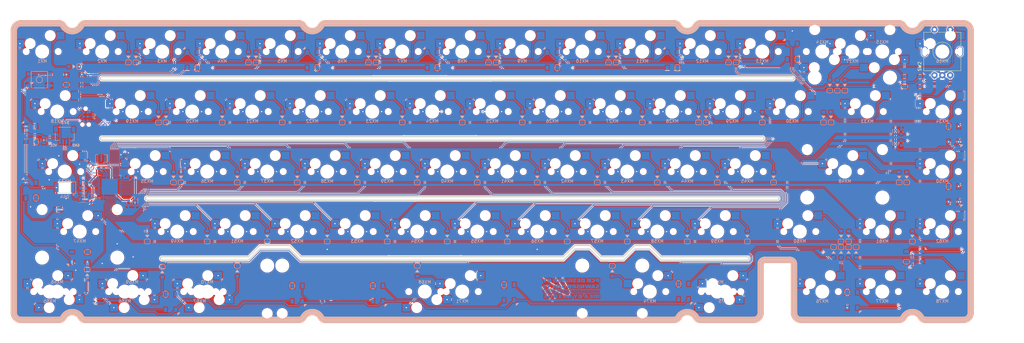
<source format=kicad_pcb>
(kicad_pcb (version 20171130) (host pcbnew "(5.1.10)-1")
  (layers (0 F.Cu signal) (31 B.Cu signal) (34 B.Paste user) (35 F.Paste user) (36 B.SilkS user) (37 F.SilkS user) (38 B.Mask user hide) (39 F.Mask user hide) (44 Edge.Cuts user))
  (net 0 "")
  (net 1 +5V)
  (net 2 GND)
  (net 3 "Net-(C2-Pad1)")
  (net 4 "Net-(C3-Pad1)")
  (net 5 "Net-(C6-Pad1)")
  (net 6 "Net-(D1-Pad2)")
  (net 7 "Net-(D2-Pad2)")
  (net 8 "Net-(D3-Pad2)")
  (net 9 "Net-(D4-Pad2)")
  (net 10 "Net-(D5-Pad2)")
  (net 11 "Net-(D6-Pad2)")
  (net 12 "Net-(D7-Pad2)")
  (net 13 "Net-(D8-Pad2)")
  (net 14 "Net-(D9-Pad2)")
  (net 15 "Net-(D10-Pad2)")
  (net 16 "Net-(D11-Pad2)")
  (net 17 "Net-(D12-Pad2)")
  (net 18 "Net-(D13-Pad2)")
  (net 19 "Net-(D14-Pad2)")
  (net 20 "Net-(D15-Pad2)")
  (net 21 D+)
  (net 22 D-)
  (net 23 RST)
  (net 24 "Net-(R6-Pad2)")
  (net 25 RGBLED)
  (net 26 "Net-(R7-Pad2)")
  (net 27 "Net-(D42-Pad2)")
  (net 28 "Net-(D17-Pad2)")
  (net 29 "Net-(D18-Pad2)")
  (net 30 "Net-(D19-Pad2)")
  (net 31 "Net-(D20-Pad2)")
  (net 32 "Net-(D21-Pad2)")
  (net 33 "Net-(D22-Pad2)")
  (net 34 "Net-(D23-Pad2)")
  (net 35 "Net-(D24-Pad2)")
  (net 36 "Net-(D25-Pad2)")
  (net 37 "Net-(D26-Pad2)")
  (net 38 "Net-(D27-Pad2)")
  (net 39 "Net-(D28-Pad2)")
  (net 40 "Net-(D29-Pad2)")
  (net 41 "Net-(D30-Pad2)")
  (net 42 "Net-(D31-Pad2)")
  (net 43 "Net-(D32-Pad2)")
  (net 44 "Net-(D33-Pad2)")
  (net 45 "Net-(D34-Pad2)")
  (net 46 "Net-(D35-Pad2)")
  (net 47 "Net-(D36-Pad2)")
  (net 48 "Net-(D37-Pad2)")
  (net 49 "Net-(D38-Pad2)")
  (net 50 "Net-(D39-Pad2)")
  (net 51 "Net-(D40-Pad2)")
  (net 52 "Net-(D41-Pad2)")
  (net 53 "Net-(D43-Pad2)")
  (net 54 "Net-(D45-Pad2)")
  (net 55 "Net-(D46-Pad2)")
  (net 56 "Net-(D47-Pad2)")
  (net 57 Row2)
  (net 58 Row3)
  (net 59 Row4)
  (net 60 Col0)
  (net 61 Col1)
  (net 62 Col2)
  (net 63 Col3)
  (net 64 Col4)
  (net 65 Col5)
  (net 66 Col6)
  (net 67 Col7)
  (net 68 "Net-(D48-Pad2)")
  (net 69 "Net-(D49-Pad2)")
  (net 70 "Net-(D50-Pad2)")
  (net 71 "Net-(D51-Pad2)")
  (net 72 "Net-(D52-Pad2)")
  (net 73 "Net-(D53-Pad2)")
  (net 74 "Net-(D54-Pad2)")
  (net 75 "Net-(D55-Pad2)")
  (net 76 "Net-(D56-Pad2)")
  (net 77 "Net-(D57-Pad2)")
  (net 78 "Net-(D58-Pad2)")
  (net 79 "Net-(D59-Pad2)")
  (net 80 "Net-(D60-Pad2)")
  (net 81 "Net-(D61-Pad2)")
  (net 82 "Net-(D62-Pad2)")
  (net 83 "Net-(D63-Pad2)")
  (net 84 "Net-(D70-Pad2)")
  (net 85 "Net-(D71-Pad2)")
  (net 86 "Net-(D72-Pad2)")
  (net 87 "Net-(D73-Pad2)")
  (net 88 "Net-(D74-Pad2)")
  (net 89 Row0)
  (net 90 "Net-(RGB1-Pad2)")
  (net 91 "Net-(RGB1-Pad4)")
  (net 92 "Net-(RGB2-Pad2)")
  (net 93 "Net-(RGB3-Pad2)")
  (net 94 "Net-(RGB4-Pad2)")
  (net 95 "Net-(RGB5-Pad2)")
  (net 96 "Net-(RGB6-Pad2)")
  (net 97 "Net-(RGB7-Pad2)")
  (net 98 "Net-(RGB8-Pad2)")
  (net 99 "Net-(RGB10-Pad4)")
  (net 100 "Net-(RGB10-Pad2)")
  (net 101 "Net-(RGB11-Pad4)")
  (net 102 "Net-(RGB13-Pad4)")
  (net 103 "Net-(RGB14-Pad4)")
  (net 104 "Net-(RGB15-Pad4)")
  (net 105 "Net-(RGB16-Pad4)")
  (net 106 "Net-(RGB17-Pad4)")
  (net 107 "Net-(RGB18-Pad4)")
  (net 108 "Net-(RGB19-Pad4)")
  (net 109 EC-B)
  (net 110 EC-A)
  (net 111 "Net-(D44-Pad1)")
  (net 112 CapLK)
  (net 113 DG-)
  (net 114 DG+)
  (net 115 "Net-(D65-Pad2)")
  (net 116 Col8)
  (net 117 Col9)
  (net 118 Col10)
  (net 119 Col11)
  (net 120 Col12)
  (net 121 Col13)
  (net 122 Col14)
  (net 123 Col15)
  (net 124 727)
  (net 125 MOSI)
  (module sanproject-keyboard-part:SKQG-1155865 (layer B.Cu) (at 8.473291 56.872466 180)
    (fp_text reference SW1)
    (fp_text value SW_Push)
    (pad 1 smd rect (at -3.1 -1.85 180) (size 1.8 1.1) (layers B.Cu B.Paste B.Mask) (net 2 GND))
    (pad 2 smd rect (at 3.1 1.85 180) (size 1.8 1.1) (layers B.Cu B.Paste B.Mask) (net 23 RST))
    (pad 2 smd rect (at -3.1 1.85 180) (size 1.8 1.1) (layers B.Cu B.Paste B.Mask) (net 23 RST))
    (pad 1 smd rect (at 3.1 -1.85 180) (size 1.8 1.1) (layers B.Cu B.Paste B.Mask) (net 2 GND))
  )
  (module MX_Only_v3:MXOnly-7U-Hotswap-ReversedStabilizers (layer F.Cu) (at 142.71697 124.14306)
    (fp_text reference MX71)
    (fp_text value 7U)
    (fp_text user %R (at 0 3.048) (layer B.SilkS) (effects (justify mirror)))
    (pad "" np_thru_hole circle (at -57.15 -8.255) (size 3.9878 3.9878) (drill 3.9878) (layers *.Cu *.Mask))
    (pad "" np_thru_hole circle (at 57.15 -8.255) (size 3.9878 3.9878) (drill 3.9878) (layers *.Cu *.Mask))
    (pad "" np_thru_hole circle (at -57.15 6.985) (size 3.048 3.048) (drill 3.048) (layers *.Cu *.Mask))
    (pad "" np_thru_hole circle (at 57.15 6.985) (size 3.048 3.048) (drill 3.048) (layers *.Cu *.Mask))
    (pad 2 smd rect (at 5.842 -5.08) (size 2.55 2.5) (layers B.Cu B.Paste B.Mask) (net 66 Col6))
    (pad 1 smd rect (at -7.085 -2.54) (size 2.55 2.5) (layers B.Cu B.Paste B.Mask) (net 115 "Net-(D65-Pad2)"))
    (pad "" np_thru_hole circle (at 5.08 0 48.0996) (size 1.75 1.75) (drill 1.75) (layers *.Cu *.Mask))
    (pad "" np_thru_hole circle (at -5.08 0 48.0996) (size 1.75 1.75) (drill 1.75) (layers *.Cu *.Mask))
    (pad "" np_thru_hole circle (at -3.81 -2.54) (size 3 3) (drill 3) (layers *.Cu *.Mask))
    (pad "" np_thru_hole circle (at 0 0) (size 3.9878 3.9878) (drill 3.9878) (layers *.Cu *.Mask))
    (pad "" np_thru_hole circle (at 2.54 -5.08) (size 3 3) (drill 3) (layers *.Cu *.Mask))
  )
  (module Connector:Tag-Connect_TC2030-IDC-NL_2x03_P1.27mm_Vertical (layer B.Cu) (at 23.14575 68.58 270)
    (fp_text reference U4 (at 0 -2.7 90) (layer B.SilkS) (effects (justify mirror)))
    (fp_text value STF202-22T1G)
    (pad "" np_thru_hole circle (at 2.54 1.016 270) (size 0.9906 0.9906) (drill 0.9906) (layers *.Cu *.Mask))
    (pad "" np_thru_hole circle (at 2.54 -1.016 270) (size 0.9906 0.9906) (drill 0.9906) (layers *.Cu *.Mask))
    (pad "" np_thru_hole circle (at -2.54 0 270) (size 0.9906 0.9906) (drill 0.9906) (layers *.Cu *.Mask))
    (pad 1 connect circle (at -1.27 -0.635 270) (size 0.7874 0.7874) (layers B.Cu B.Mask) (net 89 Row0))
    (pad 2 connect circle (at -1.27 0.635 270) (size 0.7874 0.7874) (layers B.Cu B.Mask) (net 1 +5V))
    (pad 3 connect circle (at 0 -0.635 270) (size 0.7874 0.7874) (layers B.Cu B.Mask) (net 125 MOSI))
    (pad 4 connect circle (at 0 0.635 270) (size 0.7874 0.7874) (layers B.Cu B.Mask) (net 23 RST))
    (pad 5 connect circle (at 1.27 -0.635 270) (size 0.7874 0.7874) (layers B.Cu B.Mask) (net 61 Col1))
    (pad 6 connect circle (at 1.27 0.635 270) (size 0.7874 0.7874) (layers B.Cu B.Mask) (net 2 GND))
  )
  (module sanproject-keyboard-part:JST-SR-4 (layer B.Cu) (at 16.51019 71.75534)
    (fp_text reference J1 (at 0 6.5) (layer B.SilkS) (effects (justify mirror)))
    (fp_text value Conn_01x04_Female)
    (pad "" smd rect (at 2.8 0.9) (size 1.2 1.8) (layers B.Cu B.Paste B.Mask))
    (pad "" smd rect (at -2.8 0.9) (size 1.2 1.8) (layers B.Cu B.Paste B.Mask))
    (pad 1 smd rect (at -1.5 4.775) (size 0.6 1.55) (layers B.Cu B.Paste B.Mask) (net 1 +5V))
    (pad 2 smd rect (at -0.5 4.775) (size 0.6 1.55) (layers B.Cu B.Paste B.Mask) (net 113 DG-))
    (pad 4 smd rect (at 1.5 4.775) (size 0.6 1.55) (layers B.Cu B.Paste B.Mask) (net 2 GND))
    (pad 3 smd rect (at 0.5 4.775) (size 0.6 1.55) (layers B.Cu B.Paste B.Mask) (net 114 DG+))
  )
  (module MX_Only_v3:MXOnly-6.25U-Hotswap (layer F.Cu) (at 130.81067 124.14306 180)
    (fp_text reference MX68)
    (fp_text value 6.25U)
    (fp_text user %R (at 0 3.048) (layer B.SilkS) (effects (justify mirror)))
    (pad "" np_thru_hole circle (at -49.9999 8.255 180) (size 3.9878 3.9878) (drill 3.9878) (layers *.Cu *.Mask))
    (pad "" np_thru_hole circle (at 49.9999 8.255 180) (size 3.9878 3.9878) (drill 3.9878) (layers *.Cu *.Mask))
    (pad "" np_thru_hole circle (at -49.9999 -6.985 180) (size 3.048 3.048) (drill 3.048) (layers *.Cu *.Mask))
    (pad "" np_thru_hole circle (at 49.9999 -6.985 180) (size 3.048 3.048) (drill 3.048) (layers *.Cu *.Mask))
    (pad 2 smd rect (at 5.842 -5.08 180) (size 2.55 2.5) (layers B.Cu B.Paste B.Mask) (net 115 "Net-(D65-Pad2)"))
    (pad 1 smd rect (at -7.085 -2.54 180) (size 2.55 2.5) (layers B.Cu B.Paste B.Mask) (net 66 Col6))
    (pad "" np_thru_hole circle (at 5.08 0 228.0996) (size 1.75 1.75) (drill 1.75) (layers *.Cu *.Mask))
    (pad "" np_thru_hole circle (at -5.08 0 228.0996) (size 1.75 1.75) (drill 1.75) (layers *.Cu *.Mask))
    (pad "" np_thru_hole circle (at -3.81 -2.54 180) (size 3 3) (drill 3) (layers *.Cu *.Mask))
    (pad "" np_thru_hole circle (at 0 0 180) (size 3.9878 3.9878) (drill 3.9878) (layers *.Cu *.Mask))
    (pad "" np_thru_hole circle (at 2.54 -5.08 180) (size 3 3) (drill 3) (layers *.Cu *.Mask))
  )
  (module MX_Only_v3:MXOnly-1U-Hotswap (layer F.Cu) (at 9.36625 47.9425)
    (fp_text reference MX1)
    (fp_text value 1U)
    (fp_text user %R (at 0 3.048) (layer B.SilkS) (effects (justify mirror)))
    (pad 2 smd rect (at 5.842 -5.08) (size 2.55 2.5) (layers B.Cu B.Paste B.Mask) (net 6 "Net-(D1-Pad2)"))
    (pad 1 smd rect (at -7.085 -2.54) (size 2.55 2.5) (layers B.Cu B.Paste B.Mask) (net 60 Col0))
    (pad "" np_thru_hole circle (at 5.08 0 48.0996) (size 1.75 1.75) (drill 1.75) (layers *.Cu *.Mask))
    (pad "" np_thru_hole circle (at -5.08 0 48.0996) (size 1.75 1.75) (drill 1.75) (layers *.Cu *.Mask))
    (pad "" np_thru_hole circle (at -3.81 -2.54) (size 3 3) (drill 3) (layers *.Cu *.Mask))
    (pad "" np_thru_hole circle (at 0 0) (size 3.9878 3.9878) (drill 3.9878) (layers *.Cu *.Mask))
    (pad "" np_thru_hole circle (at 2.54 -5.08) (size 3 3) (drill 3) (layers *.Cu *.Mask))
  )
  (module MX_Only_v3:MXOnly-1U-Hotswap (layer F.Cu) (at 28.41625 47.9425)
    (fp_text reference MX2)
    (fp_text value 1U)
    (fp_text user %R (at 0 3.048) (layer B.SilkS) (effects (justify mirror)))
    (pad 2 smd rect (at 5.842 -5.08) (size 2.55 2.5) (layers B.Cu B.Paste B.Mask) (net 7 "Net-(D2-Pad2)"))
    (pad 1 smd rect (at -7.085 -2.54) (size 2.55 2.5) (layers B.Cu B.Paste B.Mask) (net 61 Col1))
    (pad "" np_thru_hole circle (at 5.08 0 48.0996) (size 1.75 1.75) (drill 1.75) (layers *.Cu *.Mask))
    (pad "" np_thru_hole circle (at -5.08 0 48.0996) (size 1.75 1.75) (drill 1.75) (layers *.Cu *.Mask))
    (pad "" np_thru_hole circle (at -3.81 -2.54) (size 3 3) (drill 3) (layers *.Cu *.Mask))
    (pad "" np_thru_hole circle (at 0 0) (size 3.9878 3.9878) (drill 3.9878) (layers *.Cu *.Mask))
    (pad "" np_thru_hole circle (at 2.54 -5.08) (size 3 3) (drill 3) (layers *.Cu *.Mask))
  )
  (module MX_Only_v3:MXOnly-1U-Hotswap (layer F.Cu) (at 47.46625 47.9425)
    (fp_text reference MX3)
    (fp_text value 1U)
    (fp_text user %R (at 0 3.048) (layer B.SilkS) (effects (justify mirror)))
    (pad 2 smd rect (at 5.842 -5.08) (size 2.55 2.5) (layers B.Cu B.Paste B.Mask) (net 8 "Net-(D3-Pad2)"))
    (pad 1 smd rect (at -7.085 -2.54) (size 2.55 2.5) (layers B.Cu B.Paste B.Mask) (net 62 Col2))
    (pad "" np_thru_hole circle (at 5.08 0 48.0996) (size 1.75 1.75) (drill 1.75) (layers *.Cu *.Mask))
    (pad "" np_thru_hole circle (at -5.08 0 48.0996) (size 1.75 1.75) (drill 1.75) (layers *.Cu *.Mask))
    (pad "" np_thru_hole circle (at -3.81 -2.54) (size 3 3) (drill 3) (layers *.Cu *.Mask))
    (pad "" np_thru_hole circle (at 0 0) (size 3.9878 3.9878) (drill 3.9878) (layers *.Cu *.Mask))
    (pad "" np_thru_hole circle (at 2.54 -5.08) (size 3 3) (drill 3) (layers *.Cu *.Mask))
  )
  (module MX_Only_v3:MXOnly-1U-Hotswap (layer F.Cu) (at 66.51625 47.9425)
    (fp_text reference MX4)
    (fp_text value 1U)
    (fp_text user %R (at 0 3.048) (layer B.SilkS) (effects (justify mirror)))
    (pad 2 smd rect (at 5.842 -5.08) (size 2.55 2.5) (layers B.Cu B.Paste B.Mask) (net 9 "Net-(D4-Pad2)"))
    (pad 1 smd rect (at -7.085 -2.54) (size 2.55 2.5) (layers B.Cu B.Paste B.Mask) (net 63 Col3))
    (pad "" np_thru_hole circle (at 5.08 0 48.0996) (size 1.75 1.75) (drill 1.75) (layers *.Cu *.Mask))
    (pad "" np_thru_hole circle (at -5.08 0 48.0996) (size 1.75 1.75) (drill 1.75) (layers *.Cu *.Mask))
    (pad "" np_thru_hole circle (at -3.81 -2.54) (size 3 3) (drill 3) (layers *.Cu *.Mask))
    (pad "" np_thru_hole circle (at 0 0) (size 3.9878 3.9878) (drill 3.9878) (layers *.Cu *.Mask))
    (pad "" np_thru_hole circle (at 2.54 -5.08) (size 3 3) (drill 3) (layers *.Cu *.Mask))
  )
  (module MX_Only_v3:MXOnly-1U-Hotswap (layer F.Cu) (at 85.56625 47.9425)
    (fp_text reference MX5)
    (fp_text value 1U)
    (fp_text user %R (at 0 3.048) (layer B.SilkS) (effects (justify mirror)))
    (pad 2 smd rect (at 5.842 -5.08) (size 2.55 2.5) (layers B.Cu B.Paste B.Mask) (net 10 "Net-(D5-Pad2)"))
    (pad 1 smd rect (at -7.085 -2.54) (size 2.55 2.5) (layers B.Cu B.Paste B.Mask) (net 64 Col4))
    (pad "" np_thru_hole circle (at 5.08 0 48.0996) (size 1.75 1.75) (drill 1.75) (layers *.Cu *.Mask))
    (pad "" np_thru_hole circle (at -5.08 0 48.0996) (size 1.75 1.75) (drill 1.75) (layers *.Cu *.Mask))
    (pad "" np_thru_hole circle (at -3.81 -2.54) (size 3 3) (drill 3) (layers *.Cu *.Mask))
    (pad "" np_thru_hole circle (at 0 0) (size 3.9878 3.9878) (drill 3.9878) (layers *.Cu *.Mask))
    (pad "" np_thru_hole circle (at 2.54 -5.08) (size 3 3) (drill 3) (layers *.Cu *.Mask))
  )
  (module MX_Only_v3:MXOnly-1U-Hotswap (layer F.Cu) (at 104.61625 47.9425)
    (fp_text reference MX6)
    (fp_text value 1U)
    (fp_text user %R (at 0 3.048) (layer B.SilkS) (effects (justify mirror)))
    (pad 2 smd rect (at 5.842 -5.08) (size 2.55 2.5) (layers B.Cu B.Paste B.Mask) (net 11 "Net-(D6-Pad2)"))
    (pad 1 smd rect (at -7.085 -2.54) (size 2.55 2.5) (layers B.Cu B.Paste B.Mask) (net 65 Col5))
    (pad "" np_thru_hole circle (at 5.08 0 48.0996) (size 1.75 1.75) (drill 1.75) (layers *.Cu *.Mask))
    (pad "" np_thru_hole circle (at -5.08 0 48.0996) (size 1.75 1.75) (drill 1.75) (layers *.Cu *.Mask))
    (pad "" np_thru_hole circle (at -3.81 -2.54) (size 3 3) (drill 3) (layers *.Cu *.Mask))
    (pad "" np_thru_hole circle (at 0 0) (size 3.9878 3.9878) (drill 3.9878) (layers *.Cu *.Mask))
    (pad "" np_thru_hole circle (at 2.54 -5.08) (size 3 3) (drill 3) (layers *.Cu *.Mask))
  )
  (module MX_Only_v3:MXOnly-1U-Hotswap (layer F.Cu) (at 123.66625 47.9425)
    (fp_text reference MX7)
    (fp_text value 1U)
    (fp_text user %R (at 0 3.048) (layer B.SilkS) (effects (justify mirror)))
    (pad 2 smd rect (at 5.842 -5.08) (size 2.55 2.5) (layers B.Cu B.Paste B.Mask) (net 12 "Net-(D7-Pad2)"))
    (pad 1 smd rect (at -7.085 -2.54) (size 2.55 2.5) (layers B.Cu B.Paste B.Mask) (net 66 Col6))
    (pad "" np_thru_hole circle (at 5.08 0 48.0996) (size 1.75 1.75) (drill 1.75) (layers *.Cu *.Mask))
    (pad "" np_thru_hole circle (at -5.08 0 48.0996) (size 1.75 1.75) (drill 1.75) (layers *.Cu *.Mask))
    (pad "" np_thru_hole circle (at -3.81 -2.54) (size 3 3) (drill 3) (layers *.Cu *.Mask))
    (pad "" np_thru_hole circle (at 0 0) (size 3.9878 3.9878) (drill 3.9878) (layers *.Cu *.Mask))
    (pad "" np_thru_hole circle (at 2.54 -5.08) (size 3 3) (drill 3) (layers *.Cu *.Mask))
  )
  (module MX_Only_v3:MXOnly-1U-Hotswap (layer F.Cu) (at 142.71625 47.9425)
    (fp_text reference MX8)
    (fp_text value 1U)
    (fp_text user %R (at 0 3.048) (layer B.SilkS) (effects (justify mirror)))
    (pad 2 smd rect (at 5.842 -5.08) (size 2.55 2.5) (layers B.Cu B.Paste B.Mask) (net 13 "Net-(D8-Pad2)"))
    (pad 1 smd rect (at -7.085 -2.54) (size 2.55 2.5) (layers B.Cu B.Paste B.Mask) (net 67 Col7))
    (pad "" np_thru_hole circle (at 5.08 0 48.0996) (size 1.75 1.75) (drill 1.75) (layers *.Cu *.Mask))
    (pad "" np_thru_hole circle (at -5.08 0 48.0996) (size 1.75 1.75) (drill 1.75) (layers *.Cu *.Mask))
    (pad "" np_thru_hole circle (at -3.81 -2.54) (size 3 3) (drill 3) (layers *.Cu *.Mask))
    (pad "" np_thru_hole circle (at 0 0) (size 3.9878 3.9878) (drill 3.9878) (layers *.Cu *.Mask))
    (pad "" np_thru_hole circle (at 2.54 -5.08) (size 3 3) (drill 3) (layers *.Cu *.Mask))
  )
  (module MX_Only_v3:MXOnly-1U-Hotswap (layer F.Cu) (at 161.76625 47.9425)
    (fp_text reference MX9)
    (fp_text value 1U)
    (fp_text user %R (at 0 3.048) (layer B.SilkS) (effects (justify mirror)))
    (pad 2 smd rect (at 5.842 -5.08) (size 2.55 2.5) (layers B.Cu B.Paste B.Mask) (net 14 "Net-(D9-Pad2)"))
    (pad 1 smd rect (at -7.085 -2.54) (size 2.55 2.5) (layers B.Cu B.Paste B.Mask) (net 116 Col8))
    (pad "" np_thru_hole circle (at 5.08 0 48.0996) (size 1.75 1.75) (drill 1.75) (layers *.Cu *.Mask))
    (pad "" np_thru_hole circle (at -5.08 0 48.0996) (size 1.75 1.75) (drill 1.75) (layers *.Cu *.Mask))
    (pad "" np_thru_hole circle (at -3.81 -2.54) (size 3 3) (drill 3) (layers *.Cu *.Mask))
    (pad "" np_thru_hole circle (at 0 0) (size 3.9878 3.9878) (drill 3.9878) (layers *.Cu *.Mask))
    (pad "" np_thru_hole circle (at 2.54 -5.08) (size 3 3) (drill 3) (layers *.Cu *.Mask))
  )
  (module MX_Only_v3:MXOnly-1U-Hotswap (layer F.Cu) (at 180.81625 47.9425)
    (fp_text reference MX10)
    (fp_text value 1U)
    (fp_text user %R (at 0 3.048) (layer B.SilkS) (effects (justify mirror)))
    (pad 2 smd rect (at 5.842 -5.08) (size 2.55 2.5) (layers B.Cu B.Paste B.Mask) (net 15 "Net-(D10-Pad2)"))
    (pad 1 smd rect (at -7.085 -2.54) (size 2.55 2.5) (layers B.Cu B.Paste B.Mask) (net 117 Col9))
    (pad "" np_thru_hole circle (at 5.08 0 48.0996) (size 1.75 1.75) (drill 1.75) (layers *.Cu *.Mask))
    (pad "" np_thru_hole circle (at -5.08 0 48.0996) (size 1.75 1.75) (drill 1.75) (layers *.Cu *.Mask))
    (pad "" np_thru_hole circle (at -3.81 -2.54) (size 3 3) (drill 3) (layers *.Cu *.Mask))
    (pad "" np_thru_hole circle (at 0 0) (size 3.9878 3.9878) (drill 3.9878) (layers *.Cu *.Mask))
    (pad "" np_thru_hole circle (at 2.54 -5.08) (size 3 3) (drill 3) (layers *.Cu *.Mask))
  )
  (module MX_Only_v3:MXOnly-1U-Hotswap (layer F.Cu) (at 199.86625 47.9425)
    (fp_text reference MX11)
    (fp_text value 1U)
    (fp_text user %R (at 0 3.048) (layer B.SilkS) (effects (justify mirror)))
    (pad 2 smd rect (at 5.842 -5.08) (size 2.55 2.5) (layers B.Cu B.Paste B.Mask) (net 16 "Net-(D11-Pad2)"))
    (pad 1 smd rect (at -7.085 -2.54) (size 2.55 2.5) (layers B.Cu B.Paste B.Mask) (net 118 Col10))
    (pad "" np_thru_hole circle (at 5.08 0 48.0996) (size 1.75 1.75) (drill 1.75) (layers *.Cu *.Mask))
    (pad "" np_thru_hole circle (at -5.08 0 48.0996) (size 1.75 1.75) (drill 1.75) (layers *.Cu *.Mask))
    (pad "" np_thru_hole circle (at -3.81 -2.54) (size 3 3) (drill 3) (layers *.Cu *.Mask))
    (pad "" np_thru_hole circle (at 0 0) (size 3.9878 3.9878) (drill 3.9878) (layers *.Cu *.Mask))
    (pad "" np_thru_hole circle (at 2.54 -5.08) (size 3 3) (drill 3) (layers *.Cu *.Mask))
  )
  (module MX_Only_v3:MXOnly-1U-Hotswap (layer F.Cu) (at 218.91625 47.9425)
    (fp_text reference MX12)
    (fp_text value 1U)
    (fp_text user %R (at 0 3.048) (layer B.SilkS) (effects (justify mirror)))
    (pad 2 smd rect (at 5.842 -5.08) (size 2.55 2.5) (layers B.Cu B.Paste B.Mask) (net 17 "Net-(D12-Pad2)"))
    (pad 1 smd rect (at -7.085 -2.54) (size 2.55 2.5) (layers B.Cu B.Paste B.Mask) (net 119 Col11))
    (pad "" np_thru_hole circle (at 5.08 0 48.0996) (size 1.75 1.75) (drill 1.75) (layers *.Cu *.Mask))
    (pad "" np_thru_hole circle (at -5.08 0 48.0996) (size 1.75 1.75) (drill 1.75) (layers *.Cu *.Mask))
    (pad "" np_thru_hole circle (at -3.81 -2.54) (size 3 3) (drill 3) (layers *.Cu *.Mask))
    (pad "" np_thru_hole circle (at 0 0) (size 3.9878 3.9878) (drill 3.9878) (layers *.Cu *.Mask))
    (pad "" np_thru_hole circle (at 2.54 -5.08) (size 3 3) (drill 3) (layers *.Cu *.Mask))
  )
  (module MX_Only_v3:MXOnly-1U-Hotswap (layer F.Cu) (at 237.96625 47.9425)
    (fp_text reference MX13)
    (fp_text value 1U)
    (fp_text user %R (at 0 3.048) (layer B.SilkS) (effects (justify mirror)))
    (pad 2 smd rect (at 5.842 -5.08) (size 2.55 2.5) (layers B.Cu B.Paste B.Mask) (net 18 "Net-(D13-Pad2)"))
    (pad 1 smd rect (at -7.085 -2.54) (size 2.55 2.5) (layers B.Cu B.Paste B.Mask) (net 120 Col12))
    (pad "" np_thru_hole circle (at 5.08 0 48.0996) (size 1.75 1.75) (drill 1.75) (layers *.Cu *.Mask))
    (pad "" np_thru_hole circle (at -5.08 0 48.0996) (size 1.75 1.75) (drill 1.75) (layers *.Cu *.Mask))
    (pad "" np_thru_hole circle (at -3.81 -2.54) (size 3 3) (drill 3) (layers *.Cu *.Mask))
    (pad "" np_thru_hole circle (at 0 0) (size 3.9878 3.9878) (drill 3.9878) (layers *.Cu *.Mask))
    (pad "" np_thru_hole circle (at 2.54 -5.08) (size 3 3) (drill 3) (layers *.Cu *.Mask))
  )
  (module MX_Only_v3:MXOnly-1U-Hotswap (layer F.Cu) (at 257.01625 47.9425 180)
    (fp_text reference MX14)
    (fp_text value 1U)
    (fp_text user %R (at 0 3.048) (layer B.SilkS) (effects (justify mirror)))
    (pad 2 smd rect (at 5.842 -5.08 180) (size 2.55 2.5) (layers B.Cu B.Paste B.Mask) (net 121 Col13))
    (pad 1 smd rect (at -7.085 -2.54 180) (size 2.55 2.5) (layers B.Cu B.Paste B.Mask) (net 19 "Net-(D14-Pad2)"))
    (pad "" np_thru_hole circle (at 5.08 0 228.0996) (size 1.75 1.75) (drill 1.75) (layers *.Cu *.Mask))
    (pad "" np_thru_hole circle (at -5.08 0 228.0996) (size 1.75 1.75) (drill 1.75) (layers *.Cu *.Mask))
    (pad "" np_thru_hole circle (at -3.81 -2.54 180) (size 3 3) (drill 3) (layers *.Cu *.Mask))
    (pad "" np_thru_hole circle (at 0 0 180) (size 3.9878 3.9878) (drill 3.9878) (layers *.Cu *.Mask))
    (pad "" np_thru_hole circle (at 2.54 -5.08 180) (size 3 3) (drill 3) (layers *.Cu *.Mask))
  )
  (module MX_Only_v3:MXOnly-1U-Hotswap (layer F.Cu) (at 276.06625 47.9425 180)
    (fp_text reference MX15)
    (fp_text value 1U)
    (fp_text user %R (at 0 3.048) (layer B.SilkS) (effects (justify mirror)))
    (pad 2 smd rect (at 5.842 -5.08 180) (size 2.55 2.5) (layers B.Cu B.Paste B.Mask) (net 20 "Net-(D15-Pad2)"))
    (pad 1 smd rect (at -7.085 -2.54 180) (size 2.55 2.5) (layers B.Cu B.Paste B.Mask) (net 122 Col14))
    (pad "" np_thru_hole circle (at 5.08 0 228.0996) (size 1.75 1.75) (drill 1.75) (layers *.Cu *.Mask))
    (pad "" np_thru_hole circle (at -5.08 0 228.0996) (size 1.75 1.75) (drill 1.75) (layers *.Cu *.Mask))
    (pad "" np_thru_hole circle (at -3.81 -2.54 180) (size 3 3) (drill 3) (layers *.Cu *.Mask))
    (pad "" np_thru_hole circle (at 0 0 180) (size 3.9878 3.9878) (drill 3.9878) (layers *.Cu *.Mask))
    (pad "" np_thru_hole circle (at 2.54 -5.08 180) (size 3 3) (drill 3) (layers *.Cu *.Mask))
  )
  (module MX_Only_v3:MXOnly-1U-Hotswap (layer F.Cu) (at 295.11625 47.9425)
    (fp_text reference MX16)
    (fp_text value 1U)
    (fp_text user %R (at 0 3.048) (layer B.SilkS) (effects (justify mirror)))
    (pad 2 smd rect (at 5.842 -5.08) (size 2.55 2.5) (layers B.Cu B.Paste B.Mask) (net 124 727))
    (pad 1 smd rect (at -7.085 -2.54) (size 2.55 2.5) (layers B.Cu B.Paste B.Mask) (net 123 Col15))
    (pad "" np_thru_hole circle (at 5.08 0 48.0996) (size 1.75 1.75) (drill 1.75) (layers *.Cu *.Mask))
    (pad "" np_thru_hole circle (at -5.08 0 48.0996) (size 1.75 1.75) (drill 1.75) (layers *.Cu *.Mask))
    (pad "" np_thru_hole circle (at -3.81 -2.54) (size 3 3) (drill 3) (layers *.Cu *.Mask))
    (pad "" np_thru_hole circle (at 0 0) (size 3.9878 3.9878) (drill 3.9878) (layers *.Cu *.Mask))
    (pad "" np_thru_hole circle (at 2.54 -5.08) (size 3 3) (drill 3) (layers *.Cu *.Mask))
  )
  (module MX_Only_v3:MXOnly-2U-Hotswap (layer F.Cu) (at 266.54125 47.9425)
    (fp_text reference MX17)
    (fp_text value 2U)
    (fp_text user %R (at 0 3.048) (layer B.SilkS) (effects (justify mirror)))
    (pad "" np_thru_hole circle (at -11.938 8.255) (size 3.9878 3.9878) (drill 3.9878) (layers *.Cu *.Mask))
    (pad "" np_thru_hole circle (at 11.938 8.255) (size 3.9878 3.9878) (drill 3.9878) (layers *.Cu *.Mask))
    (pad "" np_thru_hole circle (at -11.938 -6.985) (size 3.048 3.048) (drill 3.048) (layers *.Cu *.Mask))
    (pad "" np_thru_hole circle (at 11.938 -6.985) (size 3.048 3.048) (drill 3.048) (layers *.Cu *.Mask))
    (pad 2 smd rect (at 5.842 -5.08) (size 2.55 2.5) (layers B.Cu B.Paste B.Mask) (net 19 "Net-(D14-Pad2)"))
    (pad 1 smd rect (at -7.085 -2.54) (size 2.55 2.5) (layers B.Cu B.Paste B.Mask) (net 121 Col13))
    (pad "" np_thru_hole circle (at 5.08 0 48.0996) (size 1.75 1.75) (drill 1.75) (layers *.Cu *.Mask))
    (pad "" np_thru_hole circle (at -5.08 0 48.0996) (size 1.75 1.75) (drill 1.75) (layers *.Cu *.Mask))
    (pad "" np_thru_hole circle (at -3.81 -2.54) (size 3 3) (drill 3) (layers *.Cu *.Mask))
    (pad "" np_thru_hole circle (at 0 0) (size 3.9878 3.9878) (drill 3.9878) (layers *.Cu *.Mask))
    (pad "" np_thru_hole circle (at 2.54 -5.08) (size 3 3) (drill 3) (layers *.Cu *.Mask))
  )
  (module MX_Only_v3:MXOnly-1.5U-Hotswap (layer F.Cu) (at 14.128786 66.9925)
    (fp_text reference MX18)
    (fp_text value 1.5U)
    (fp_text user %R (at 0 3.048) (layer B.SilkS) (effects (justify mirror)))
    (pad 2 smd rect (at 5.842 -5.08) (size 2.55 2.5) (layers B.Cu B.Paste B.Mask) (net 28 "Net-(D17-Pad2)"))
    (pad 1 smd rect (at -7.085 -2.54) (size 2.55 2.5) (layers B.Cu B.Paste B.Mask) (net 60 Col0))
    (pad "" np_thru_hole circle (at 5.08 0 48.0996) (size 1.75 1.75) (drill 1.75) (layers *.Cu *.Mask))
    (pad "" np_thru_hole circle (at -5.08 0 48.0996) (size 1.75 1.75) (drill 1.75) (layers *.Cu *.Mask))
    (pad "" np_thru_hole circle (at -3.81 -2.54) (size 3 3) (drill 3) (layers *.Cu *.Mask))
    (pad "" np_thru_hole circle (at 0 0) (size 3.9878 3.9878) (drill 3.9878) (layers *.Cu *.Mask))
    (pad "" np_thru_hole circle (at 2.54 -5.08) (size 3 3) (drill 3) (layers *.Cu *.Mask))
  )
  (module MX_Only_v3:MXOnly-1U-Hotswap (layer F.Cu) (at 37.941306 66.9925)
    (fp_text reference MX19)
    (fp_text value 1U)
    (fp_text user %R (at 0 3.048) (layer B.SilkS) (effects (justify mirror)))
    (pad 2 smd rect (at 5.842 -5.08) (size 2.55 2.5) (layers B.Cu B.Paste B.Mask) (net 29 "Net-(D18-Pad2)"))
    (pad 1 smd rect (at -7.085 -2.54) (size 2.55 2.5) (layers B.Cu B.Paste B.Mask) (net 61 Col1))
    (pad "" np_thru_hole circle (at 5.08 0 48.0996) (size 1.75 1.75) (drill 1.75) (layers *.Cu *.Mask))
    (pad "" np_thru_hole circle (at -5.08 0 48.0996) (size 1.75 1.75) (drill 1.75) (layers *.Cu *.Mask))
    (pad "" np_thru_hole circle (at -3.81 -2.54) (size 3 3) (drill 3) (layers *.Cu *.Mask))
    (pad "" np_thru_hole circle (at 0 0) (size 3.9878 3.9878) (drill 3.9878) (layers *.Cu *.Mask))
    (pad "" np_thru_hole circle (at 2.54 -5.08) (size 3 3) (drill 3) (layers *.Cu *.Mask))
  )
  (module MX_Only_v3:MXOnly-1U-Hotswap (layer F.Cu) (at 56.991322 66.9925)
    (fp_text reference MX20)
    (fp_text value 1U)
    (fp_text user %R (at 0 3.048) (layer B.SilkS) (effects (justify mirror)))
    (pad 2 smd rect (at 5.842 -5.08) (size 2.55 2.5) (layers B.Cu B.Paste B.Mask) (net 30 "Net-(D19-Pad2)"))
    (pad 1 smd rect (at -7.085 -2.54) (size 2.55 2.5) (layers B.Cu B.Paste B.Mask) (net 62 Col2))
    (pad "" np_thru_hole circle (at 5.08 0 48.0996) (size 1.75 1.75) (drill 1.75) (layers *.Cu *.Mask))
    (pad "" np_thru_hole circle (at -5.08 0 48.0996) (size 1.75 1.75) (drill 1.75) (layers *.Cu *.Mask))
    (pad "" np_thru_hole circle (at -3.81 -2.54) (size 3 3) (drill 3) (layers *.Cu *.Mask))
    (pad "" np_thru_hole circle (at 0 0) (size 3.9878 3.9878) (drill 3.9878) (layers *.Cu *.Mask))
    (pad "" np_thru_hole circle (at 2.54 -5.08) (size 3 3) (drill 3) (layers *.Cu *.Mask))
  )
  (module MX_Only_v3:MXOnly-1U-Hotswap (layer F.Cu) (at 76.041338 66.9925)
    (fp_text reference MX21)
    (fp_text value 1U)
    (fp_text user %R (at 0 3.048) (layer B.SilkS) (effects (justify mirror)))
    (pad 2 smd rect (at 5.842 -5.08) (size 2.55 2.5) (layers B.Cu B.Paste B.Mask) (net 31 "Net-(D20-Pad2)"))
    (pad 1 smd rect (at -7.085 -2.54) (size 2.55 2.5) (layers B.Cu B.Paste B.Mask) (net 63 Col3))
    (pad "" np_thru_hole circle (at 5.08 0 48.0996) (size 1.75 1.75) (drill 1.75) (layers *.Cu *.Mask))
    (pad "" np_thru_hole circle (at -5.08 0 48.0996) (size 1.75 1.75) (drill 1.75) (layers *.Cu *.Mask))
    (pad "" np_thru_hole circle (at -3.81 -2.54) (size 3 3) (drill 3) (layers *.Cu *.Mask))
    (pad "" np_thru_hole circle (at 0 0) (size 3.9878 3.9878) (drill 3.9878) (layers *.Cu *.Mask))
    (pad "" np_thru_hole circle (at 2.54 -5.08) (size 3 3) (drill 3) (layers *.Cu *.Mask))
  )
  (module MX_Only_v3:MXOnly-1U-Hotswap (layer F.Cu) (at 95.091354 66.9925)
    (fp_text reference MX22)
    (fp_text value 1U)
    (fp_text user %R (at 0 3.048) (layer B.SilkS) (effects (justify mirror)))
    (pad 2 smd rect (at 5.842 -5.08) (size 2.55 2.5) (layers B.Cu B.Paste B.Mask) (net 32 "Net-(D21-Pad2)"))
    (pad 1 smd rect (at -7.085 -2.54) (size 2.55 2.5) (layers B.Cu B.Paste B.Mask) (net 64 Col4))
    (pad "" np_thru_hole circle (at 5.08 0 48.0996) (size 1.75 1.75) (drill 1.75) (layers *.Cu *.Mask))
    (pad "" np_thru_hole circle (at -5.08 0 48.0996) (size 1.75 1.75) (drill 1.75) (layers *.Cu *.Mask))
    (pad "" np_thru_hole circle (at -3.81 -2.54) (size 3 3) (drill 3) (layers *.Cu *.Mask))
    (pad "" np_thru_hole circle (at 0 0) (size 3.9878 3.9878) (drill 3.9878) (layers *.Cu *.Mask))
    (pad "" np_thru_hole circle (at 2.54 -5.08) (size 3 3) (drill 3) (layers *.Cu *.Mask))
  )
  (module MX_Only_v3:MXOnly-1U-Hotswap (layer F.Cu) (at 114.14137 66.9925)
    (fp_text reference MX23)
    (fp_text value 1U)
    (fp_text user %R (at 0 3.048) (layer B.SilkS) (effects (justify mirror)))
    (pad 2 smd rect (at 5.842 -5.08) (size 2.55 2.5) (layers B.Cu B.Paste B.Mask) (net 33 "Net-(D22-Pad2)"))
    (pad 1 smd rect (at -7.085 -2.54) (size 2.55 2.5) (layers B.Cu B.Paste B.Mask) (net 65 Col5))
    (pad "" np_thru_hole circle (at 5.08 0 48.0996) (size 1.75 1.75) (drill 1.75) (layers *.Cu *.Mask))
    (pad "" np_thru_hole circle (at -5.08 0 48.0996) (size 1.75 1.75) (drill 1.75) (layers *.Cu *.Mask))
    (pad "" np_thru_hole circle (at -3.81 -2.54) (size 3 3) (drill 3) (layers *.Cu *.Mask))
    (pad "" np_thru_hole circle (at 0 0) (size 3.9878 3.9878) (drill 3.9878) (layers *.Cu *.Mask))
    (pad "" np_thru_hole circle (at 2.54 -5.08) (size 3 3) (drill 3) (layers *.Cu *.Mask))
  )
  (module MX_Only_v3:MXOnly-1U-Hotswap (layer F.Cu) (at 133.191386 66.9925)
    (fp_text reference MX24)
    (fp_text value 1U)
    (fp_text user %R (at 0 3.048) (layer B.SilkS) (effects (justify mirror)))
    (pad 2 smd rect (at 5.842 -5.08) (size 2.55 2.5) (layers B.Cu B.Paste B.Mask) (net 34 "Net-(D23-Pad2)"))
    (pad 1 smd rect (at -7.085 -2.54) (size 2.55 2.5) (layers B.Cu B.Paste B.Mask) (net 66 Col6))
    (pad "" np_thru_hole circle (at 5.08 0 48.0996) (size 1.75 1.75) (drill 1.75) (layers *.Cu *.Mask))
    (pad "" np_thru_hole circle (at -5.08 0 48.0996) (size 1.75 1.75) (drill 1.75) (layers *.Cu *.Mask))
    (pad "" np_thru_hole circle (at -3.81 -2.54) (size 3 3) (drill 3) (layers *.Cu *.Mask))
    (pad "" np_thru_hole circle (at 0 0) (size 3.9878 3.9878) (drill 3.9878) (layers *.Cu *.Mask))
    (pad "" np_thru_hole circle (at 2.54 -5.08) (size 3 3) (drill 3) (layers *.Cu *.Mask))
  )
  (module MX_Only_v3:MXOnly-1U-Hotswap (layer F.Cu) (at 152.241402 66.9925)
    (fp_text reference MX25)
    (fp_text value 1U)
    (fp_text user %R (at 0 3.048) (layer B.SilkS) (effects (justify mirror)))
    (pad 2 smd rect (at 5.842 -5.08) (size 2.55 2.5) (layers B.Cu B.Paste B.Mask) (net 35 "Net-(D24-Pad2)"))
    (pad 1 smd rect (at -7.085 -2.54) (size 2.55 2.5) (layers B.Cu B.Paste B.Mask) (net 67 Col7))
    (pad "" np_thru_hole circle (at 5.08 0 48.0996) (size 1.75 1.75) (drill 1.75) (layers *.Cu *.Mask))
    (pad "" np_thru_hole circle (at -5.08 0 48.0996) (size 1.75 1.75) (drill 1.75) (layers *.Cu *.Mask))
    (pad "" np_thru_hole circle (at -3.81 -2.54) (size 3 3) (drill 3) (layers *.Cu *.Mask))
    (pad "" np_thru_hole circle (at 0 0) (size 3.9878 3.9878) (drill 3.9878) (layers *.Cu *.Mask))
    (pad "" np_thru_hole circle (at 2.54 -5.08) (size 3 3) (drill 3) (layers *.Cu *.Mask))
  )
  (module MX_Only_v3:MXOnly-1U-Hotswap (layer F.Cu) (at 171.291418 66.9925)
    (fp_text reference MX26)
    (fp_text value 1U)
    (fp_text user %R (at 0 3.048) (layer B.SilkS) (effects (justify mirror)))
    (pad 2 smd rect (at 5.842 -5.08) (size 2.55 2.5) (layers B.Cu B.Paste B.Mask) (net 36 "Net-(D25-Pad2)"))
    (pad 1 smd rect (at -7.085 -2.54) (size 2.55 2.5) (layers B.Cu B.Paste B.Mask) (net 116 Col8))
    (pad "" np_thru_hole circle (at 5.08 0 48.0996) (size 1.75 1.75) (drill 1.75) (layers *.Cu *.Mask))
    (pad "" np_thru_hole circle (at -5.08 0 48.0996) (size 1.75 1.75) (drill 1.75) (layers *.Cu *.Mask))
    (pad "" np_thru_hole circle (at -3.81 -2.54) (size 3 3) (drill 3) (layers *.Cu *.Mask))
    (pad "" np_thru_hole circle (at 0 0) (size 3.9878 3.9878) (drill 3.9878) (layers *.Cu *.Mask))
    (pad "" np_thru_hole circle (at 2.54 -5.08) (size 3 3) (drill 3) (layers *.Cu *.Mask))
  )
  (module MX_Only_v3:MXOnly-1U-Hotswap (layer F.Cu) (at 190.341434 66.9925)
    (fp_text reference MX27)
    (fp_text value 1U)
    (fp_text user %R (at 0 3.048) (layer B.SilkS) (effects (justify mirror)))
    (pad 2 smd rect (at 5.842 -5.08) (size 2.55 2.5) (layers B.Cu B.Paste B.Mask) (net 37 "Net-(D26-Pad2)"))
    (pad 1 smd rect (at -7.085 -2.54) (size 2.55 2.5) (layers B.Cu B.Paste B.Mask) (net 117 Col9))
    (pad "" np_thru_hole circle (at 5.08 0 48.0996) (size 1.75 1.75) (drill 1.75) (layers *.Cu *.Mask))
    (pad "" np_thru_hole circle (at -5.08 0 48.0996) (size 1.75 1.75) (drill 1.75) (layers *.Cu *.Mask))
    (pad "" np_thru_hole circle (at -3.81 -2.54) (size 3 3) (drill 3) (layers *.Cu *.Mask))
    (pad "" np_thru_hole circle (at 0 0) (size 3.9878 3.9878) (drill 3.9878) (layers *.Cu *.Mask))
    (pad "" np_thru_hole circle (at 2.54 -5.08) (size 3 3) (drill 3) (layers *.Cu *.Mask))
  )
  (module MX_Only_v3:MXOnly-1U-Hotswap (layer F.Cu) (at 209.39145 66.9925)
    (fp_text reference MX28)
    (fp_text value 1U)
    (fp_text user %R (at 0 3.048) (layer B.SilkS) (effects (justify mirror)))
    (pad 2 smd rect (at 5.842 -5.08) (size 2.55 2.5) (layers B.Cu B.Paste B.Mask) (net 38 "Net-(D27-Pad2)"))
    (pad 1 smd rect (at -7.085 -2.54) (size 2.55 2.5) (layers B.Cu B.Paste B.Mask) (net 118 Col10))
    (pad "" np_thru_hole circle (at 5.08 0 48.0996) (size 1.75 1.75) (drill 1.75) (layers *.Cu *.Mask))
    (pad "" np_thru_hole circle (at -5.08 0 48.0996) (size 1.75 1.75) (drill 1.75) (layers *.Cu *.Mask))
    (pad "" np_thru_hole circle (at -3.81 -2.54) (size 3 3) (drill 3) (layers *.Cu *.Mask))
    (pad "" np_thru_hole circle (at 0 0) (size 3.9878 3.9878) (drill 3.9878) (layers *.Cu *.Mask))
    (pad "" np_thru_hole circle (at 2.54 -5.08) (size 3 3) (drill 3) (layers *.Cu *.Mask))
  )
  (module MX_Only_v3:MXOnly-1U-Hotswap (layer F.Cu) (at 228.441466 66.9925)
    (fp_text reference MX29)
    (fp_text value 1U)
    (fp_text user %R (at 0 3.048) (layer B.SilkS) (effects (justify mirror)))
    (pad 2 smd rect (at 5.842 -5.08) (size 2.55 2.5) (layers B.Cu B.Paste B.Mask) (net 39 "Net-(D28-Pad2)"))
    (pad 1 smd rect (at -7.085 -2.54) (size 2.55 2.5) (layers B.Cu B.Paste B.Mask) (net 119 Col11))
    (pad "" np_thru_hole circle (at 5.08 0 48.0996) (size 1.75 1.75) (drill 1.75) (layers *.Cu *.Mask))
    (pad "" np_thru_hole circle (at -5.08 0 48.0996) (size 1.75 1.75) (drill 1.75) (layers *.Cu *.Mask))
    (pad "" np_thru_hole circle (at -3.81 -2.54) (size 3 3) (drill 3) (layers *.Cu *.Mask))
    (pad "" np_thru_hole circle (at 0 0) (size 3.9878 3.9878) (drill 3.9878) (layers *.Cu *.Mask))
    (pad "" np_thru_hole circle (at 2.54 -5.08) (size 3 3) (drill 3) (layers *.Cu *.Mask))
  )
  (module MX_Only_v3:MXOnly-1U-Hotswap (layer F.Cu) (at 247.491482 66.9925)
    (fp_text reference MX30)
    (fp_text value 1U)
    (fp_text user %R (at 0 3.048) (layer B.SilkS) (effects (justify mirror)))
    (pad 2 smd rect (at 5.842 -5.08) (size 2.55 2.5) (layers B.Cu B.Paste B.Mask) (net 40 "Net-(D29-Pad2)"))
    (pad 1 smd rect (at -7.085 -2.54) (size 2.55 2.5) (layers B.Cu B.Paste B.Mask) (net 120 Col12))
    (pad "" np_thru_hole circle (at 5.08 0 48.0996) (size 1.75 1.75) (drill 1.75) (layers *.Cu *.Mask))
    (pad "" np_thru_hole circle (at -5.08 0 48.0996) (size 1.75 1.75) (drill 1.75) (layers *.Cu *.Mask))
    (pad "" np_thru_hole circle (at -3.81 -2.54) (size 3 3) (drill 3) (layers *.Cu *.Mask))
    (pad "" np_thru_hole circle (at 0 0) (size 3.9878 3.9878) (drill 3.9878) (layers *.Cu *.Mask))
    (pad "" np_thru_hole circle (at 2.54 -5.08) (size 3 3) (drill 3) (layers *.Cu *.Mask))
  )
  (module MX_Only_v3:MXOnly-1.75U-Hotswap (layer F.Cu) (at 16.510038 86.0425)
    (fp_text reference MX32)
    (fp_text value 1.75U)
    (fp_text user %R (at 0 3.048) (layer B.SilkS) (effects (justify mirror)))
    (pad 2 smd rect (at 5.842 -5.08) (size 2.55 2.5) (layers B.Cu B.Paste B.Mask) (net 41 "Net-(D30-Pad2)"))
    (pad 1 smd rect (at -7.085 -2.54) (size 2.55 2.5) (layers B.Cu B.Paste B.Mask) (net 60 Col0))
    (pad "" np_thru_hole circle (at 5.08 0 48.0996) (size 1.75 1.75) (drill 1.75) (layers *.Cu *.Mask))
    (pad "" np_thru_hole circle (at -5.08 0 48.0996) (size 1.75 1.75) (drill 1.75) (layers *.Cu *.Mask))
    (pad "" np_thru_hole circle (at -3.81 -2.54) (size 3 3) (drill 3) (layers *.Cu *.Mask))
    (pad "" np_thru_hole circle (at 0 0) (size 3.9878 3.9878) (drill 3.9878) (layers *.Cu *.Mask))
    (pad "" np_thru_hole circle (at 2.54 -5.08) (size 3 3) (drill 3) (layers *.Cu *.Mask))
  )
  (module MX_Only_v3:MXOnly-1.5U-Hotswap (layer F.Cu) (at 271.304002 66.9925)
    (fp_text reference MX33)
    (fp_text value 1.5U)
    (fp_text user %R (at 0 3.048) (layer B.SilkS) (effects (justify mirror)))
    (pad 2 smd rect (at 5.842 -5.08) (size 2.55 2.5) (layers B.Cu B.Paste B.Mask) (net 42 "Net-(D31-Pad2)"))
    (pad 1 smd rect (at -7.085 -2.54) (size 2.55 2.5) (layers B.Cu B.Paste B.Mask) (net 121 Col13))
    (pad "" np_thru_hole circle (at 5.08 0 48.0996) (size 1.75 1.75) (drill 1.75) (layers *.Cu *.Mask))
    (pad "" np_thru_hole circle (at -5.08 0 48.0996) (size 1.75 1.75) (drill 1.75) (layers *.Cu *.Mask))
    (pad "" np_thru_hole circle (at -3.81 -2.54) (size 3 3) (drill 3) (layers *.Cu *.Mask))
    (pad "" np_thru_hole circle (at 0 0) (size 3.9878 3.9878) (drill 3.9878) (layers *.Cu *.Mask))
    (pad "" np_thru_hole circle (at 2.54 -5.08) (size 3 3) (drill 3) (layers *.Cu *.Mask))
  )
  (module MX_Only_v3:MXOnly-1U-Hotswap (layer F.Cu) (at 295.116522 66.9925)
    (fp_text reference MX34)
    (fp_text value 1U)
    (fp_text user %R (at 0 3.048) (layer B.SilkS) (effects (justify mirror)))
    (pad 2 smd rect (at 5.842 -5.08) (size 2.55 2.5) (layers B.Cu B.Paste B.Mask) (net 43 "Net-(D32-Pad2)"))
    (pad 1 smd rect (at -7.085 -2.54) (size 2.55 2.5) (layers B.Cu B.Paste B.Mask) (net 123 Col15))
    (pad "" np_thru_hole circle (at 5.08 0 48.0996) (size 1.75 1.75) (drill 1.75) (layers *.Cu *.Mask))
    (pad "" np_thru_hole circle (at -5.08 0 48.0996) (size 1.75 1.75) (drill 1.75) (layers *.Cu *.Mask))
    (pad "" np_thru_hole circle (at -3.81 -2.54) (size 3 3) (drill 3) (layers *.Cu *.Mask))
    (pad "" np_thru_hole circle (at 0 0) (size 3.9878 3.9878) (drill 3.9878) (layers *.Cu *.Mask))
    (pad "" np_thru_hole circle (at 2.54 -5.08) (size 3 3) (drill 3) (layers *.Cu *.Mask))
  )
  (module MX_Only_v3:MXOnly-1U-Hotswap (layer F.Cu) (at 42.70381 86.0425)
    (fp_text reference MX35)
    (fp_text value 1U)
    (fp_text user %R (at 0 3.048) (layer B.SilkS) (effects (justify mirror)))
    (pad 2 smd rect (at 5.842 -5.08) (size 2.55 2.5) (layers B.Cu B.Paste B.Mask) (net 44 "Net-(D33-Pad2)"))
    (pad 1 smd rect (at -7.085 -2.54) (size 2.55 2.5) (layers B.Cu B.Paste B.Mask) (net 61 Col1))
    (pad "" np_thru_hole circle (at 5.08 0 48.0996) (size 1.75 1.75) (drill 1.75) (layers *.Cu *.Mask))
    (pad "" np_thru_hole circle (at -5.08 0 48.0996) (size 1.75 1.75) (drill 1.75) (layers *.Cu *.Mask))
    (pad "" np_thru_hole circle (at -3.81 -2.54) (size 3 3) (drill 3) (layers *.Cu *.Mask))
    (pad "" np_thru_hole circle (at 0 0) (size 3.9878 3.9878) (drill 3.9878) (layers *.Cu *.Mask))
    (pad "" np_thru_hole circle (at 2.54 -5.08) (size 3 3) (drill 3) (layers *.Cu *.Mask))
  )
  (module MX_Only_v3:MXOnly-1U-Hotswap (layer F.Cu) (at 61.753826 86.0425)
    (fp_text reference MX36)
    (fp_text value 1U)
    (fp_text user %R (at 0 3.048) (layer B.SilkS) (effects (justify mirror)))
    (pad 2 smd rect (at 5.842 -5.08) (size 2.55 2.5) (layers B.Cu B.Paste B.Mask) (net 45 "Net-(D34-Pad2)"))
    (pad 1 smd rect (at -7.085 -2.54) (size 2.55 2.5) (layers B.Cu B.Paste B.Mask) (net 62 Col2))
    (pad "" np_thru_hole circle (at 5.08 0 48.0996) (size 1.75 1.75) (drill 1.75) (layers *.Cu *.Mask))
    (pad "" np_thru_hole circle (at -5.08 0 48.0996) (size 1.75 1.75) (drill 1.75) (layers *.Cu *.Mask))
    (pad "" np_thru_hole circle (at -3.81 -2.54) (size 3 3) (drill 3) (layers *.Cu *.Mask))
    (pad "" np_thru_hole circle (at 0 0) (size 3.9878 3.9878) (drill 3.9878) (layers *.Cu *.Mask))
    (pad "" np_thru_hole circle (at 2.54 -5.08) (size 3 3) (drill 3) (layers *.Cu *.Mask))
  )
  (module MX_Only_v3:MXOnly-1U-Hotswap (layer F.Cu) (at 80.803842 86.0425)
    (fp_text reference MX37)
    (fp_text value 1U)
    (fp_text user %R (at 0 3.048) (layer B.SilkS) (effects (justify mirror)))
    (pad 2 smd rect (at 5.842 -5.08) (size 2.55 2.5) (layers B.Cu B.Paste B.Mask) (net 46 "Net-(D35-Pad2)"))
    (pad 1 smd rect (at -7.085 -2.54) (size 2.55 2.5) (layers B.Cu B.Paste B.Mask) (net 63 Col3))
    (pad "" np_thru_hole circle (at 5.08 0 48.0996) (size 1.75 1.75) (drill 1.75) (layers *.Cu *.Mask))
    (pad "" np_thru_hole circle (at -5.08 0 48.0996) (size 1.75 1.75) (drill 1.75) (layers *.Cu *.Mask))
    (pad "" np_thru_hole circle (at -3.81 -2.54) (size 3 3) (drill 3) (layers *.Cu *.Mask))
    (pad "" np_thru_hole circle (at 0 0) (size 3.9878 3.9878) (drill 3.9878) (layers *.Cu *.Mask))
    (pad "" np_thru_hole circle (at 2.54 -5.08) (size 3 3) (drill 3) (layers *.Cu *.Mask))
  )
  (module MX_Only_v3:MXOnly-1U-Hotswap (layer F.Cu) (at 99.853858 86.0425)
    (fp_text reference MX38)
    (fp_text value 1U)
    (fp_text user %R (at 0 3.048) (layer B.SilkS) (effects (justify mirror)))
    (pad 2 smd rect (at 5.842 -5.08) (size 2.55 2.5) (layers B.Cu B.Paste B.Mask) (net 47 "Net-(D36-Pad2)"))
    (pad 1 smd rect (at -7.085 -2.54) (size 2.55 2.5) (layers B.Cu B.Paste B.Mask) (net 64 Col4))
    (pad "" np_thru_hole circle (at 5.08 0 48.0996) (size 1.75 1.75) (drill 1.75) (layers *.Cu *.Mask))
    (pad "" np_thru_hole circle (at -5.08 0 48.0996) (size 1.75 1.75) (drill 1.75) (layers *.Cu *.Mask))
    (pad "" np_thru_hole circle (at -3.81 -2.54) (size 3 3) (drill 3) (layers *.Cu *.Mask))
    (pad "" np_thru_hole circle (at 0 0) (size 3.9878 3.9878) (drill 3.9878) (layers *.Cu *.Mask))
    (pad "" np_thru_hole circle (at 2.54 -5.08) (size 3 3) (drill 3) (layers *.Cu *.Mask))
  )
  (module MX_Only_v3:MXOnly-1U-Hotswap (layer F.Cu) (at 118.903874 86.0425)
    (fp_text reference MX39)
    (fp_text value 1U)
    (fp_text user %R (at 0 3.048) (layer B.SilkS) (effects (justify mirror)))
    (pad 2 smd rect (at 5.842 -5.08) (size 2.55 2.5) (layers B.Cu B.Paste B.Mask) (net 48 "Net-(D37-Pad2)"))
    (pad 1 smd rect (at -7.085 -2.54) (size 2.55 2.5) (layers B.Cu B.Paste B.Mask) (net 65 Col5))
    (pad "" np_thru_hole circle (at 5.08 0 48.0996) (size 1.75 1.75) (drill 1.75) (layers *.Cu *.Mask))
    (pad "" np_thru_hole circle (at -5.08 0 48.0996) (size 1.75 1.75) (drill 1.75) (layers *.Cu *.Mask))
    (pad "" np_thru_hole circle (at -3.81 -2.54) (size 3 3) (drill 3) (layers *.Cu *.Mask))
    (pad "" np_thru_hole circle (at 0 0) (size 3.9878 3.9878) (drill 3.9878) (layers *.Cu *.Mask))
    (pad "" np_thru_hole circle (at 2.54 -5.08) (size 3 3) (drill 3) (layers *.Cu *.Mask))
  )
  (module MX_Only_v3:MXOnly-1U-Hotswap (layer F.Cu) (at 137.95389 86.0425)
    (fp_text reference MX40)
    (fp_text value 1U)
    (fp_text user %R (at 0 3.048) (layer B.SilkS) (effects (justify mirror)))
    (pad 2 smd rect (at 5.842 -5.08) (size 2.55 2.5) (layers B.Cu B.Paste B.Mask) (net 49 "Net-(D38-Pad2)"))
    (pad 1 smd rect (at -7.085 -2.54) (size 2.55 2.5) (layers B.Cu B.Paste B.Mask) (net 66 Col6))
    (pad "" np_thru_hole circle (at 5.08 0 48.0996) (size 1.75 1.75) (drill 1.75) (layers *.Cu *.Mask))
    (pad "" np_thru_hole circle (at -5.08 0 48.0996) (size 1.75 1.75) (drill 1.75) (layers *.Cu *.Mask))
    (pad "" np_thru_hole circle (at -3.81 -2.54) (size 3 3) (drill 3) (layers *.Cu *.Mask))
    (pad "" np_thru_hole circle (at 0 0) (size 3.9878 3.9878) (drill 3.9878) (layers *.Cu *.Mask))
    (pad "" np_thru_hole circle (at 2.54 -5.08) (size 3 3) (drill 3) (layers *.Cu *.Mask))
  )
  (module MX_Only_v3:MXOnly-1U-Hotswap (layer F.Cu) (at 157.003906 86.0425)
    (fp_text reference MX41)
    (fp_text value 1U)
    (fp_text user %R (at 0 3.048) (layer B.SilkS) (effects (justify mirror)))
    (pad 2 smd rect (at 5.842 -5.08) (size 2.55 2.5) (layers B.Cu B.Paste B.Mask) (net 50 "Net-(D39-Pad2)"))
    (pad 1 smd rect (at -7.085 -2.54) (size 2.55 2.5) (layers B.Cu B.Paste B.Mask) (net 67 Col7))
    (pad "" np_thru_hole circle (at 5.08 0 48.0996) (size 1.75 1.75) (drill 1.75) (layers *.Cu *.Mask))
    (pad "" np_thru_hole circle (at -5.08 0 48.0996) (size 1.75 1.75) (drill 1.75) (layers *.Cu *.Mask))
    (pad "" np_thru_hole circle (at -3.81 -2.54) (size 3 3) (drill 3) (layers *.Cu *.Mask))
    (pad "" np_thru_hole circle (at 0 0) (size 3.9878 3.9878) (drill 3.9878) (layers *.Cu *.Mask))
    (pad "" np_thru_hole circle (at 2.54 -5.08) (size 3 3) (drill 3) (layers *.Cu *.Mask))
  )
  (module MX_Only_v3:MXOnly-1U-Hotswap (layer F.Cu) (at 176.053922 86.0425)
    (fp_text reference MX42)
    (fp_text value 1U)
    (fp_text user %R (at 0 3.048) (layer B.SilkS) (effects (justify mirror)))
    (pad 2 smd rect (at 5.842 -5.08) (size 2.55 2.5) (layers B.Cu B.Paste B.Mask) (net 51 "Net-(D40-Pad2)"))
    (pad 1 smd rect (at -7.085 -2.54) (size 2.55 2.5) (layers B.Cu B.Paste B.Mask) (net 116 Col8))
    (pad "" np_thru_hole circle (at 5.08 0 48.0996) (size 1.75 1.75) (drill 1.75) (layers *.Cu *.Mask))
    (pad "" np_thru_hole circle (at -5.08 0 48.0996) (size 1.75 1.75) (drill 1.75) (layers *.Cu *.Mask))
    (pad "" np_thru_hole circle (at -3.81 -2.54) (size 3 3) (drill 3) (layers *.Cu *.Mask))
    (pad "" np_thru_hole circle (at 0 0) (size 3.9878 3.9878) (drill 3.9878) (layers *.Cu *.Mask))
    (pad "" np_thru_hole circle (at 2.54 -5.08) (size 3 3) (drill 3) (layers *.Cu *.Mask))
  )
  (module MX_Only_v3:MXOnly-1U-Hotswap (layer F.Cu) (at 195.103938 86.0425)
    (fp_text reference MX43)
    (fp_text value 1U)
    (fp_text user %R (at 0 3.048) (layer B.SilkS) (effects (justify mirror)))
    (pad 2 smd rect (at 5.842 -5.08) (size 2.55 2.5) (layers B.Cu B.Paste B.Mask) (net 52 "Net-(D41-Pad2)"))
    (pad 1 smd rect (at -7.085 -2.54) (size 2.55 2.5) (layers B.Cu B.Paste B.Mask) (net 117 Col9))
    (pad "" np_thru_hole circle (at 5.08 0 48.0996) (size 1.75 1.75) (drill 1.75) (layers *.Cu *.Mask))
    (pad "" np_thru_hole circle (at -5.08 0 48.0996) (size 1.75 1.75) (drill 1.75) (layers *.Cu *.Mask))
    (pad "" np_thru_hole circle (at -3.81 -2.54) (size 3 3) (drill 3) (layers *.Cu *.Mask))
    (pad "" np_thru_hole circle (at 0 0) (size 3.9878 3.9878) (drill 3.9878) (layers *.Cu *.Mask))
    (pad "" np_thru_hole circle (at 2.54 -5.08) (size 3 3) (drill 3) (layers *.Cu *.Mask))
  )
  (module MX_Only_v3:MXOnly-1U-Hotswap (layer F.Cu) (at 214.153954 86.0425)
    (fp_text reference MX44)
    (fp_text value 1U)
    (fp_text user %R (at 0 3.048) (layer B.SilkS) (effects (justify mirror)))
    (pad 2 smd rect (at 5.842 -5.08) (size 2.55 2.5) (layers B.Cu B.Paste B.Mask) (net 27 "Net-(D42-Pad2)"))
    (pad 1 smd rect (at -7.085 -2.54) (size 2.55 2.5) (layers B.Cu B.Paste B.Mask) (net 118 Col10))
    (pad "" np_thru_hole circle (at 5.08 0 48.0996) (size 1.75 1.75) (drill 1.75) (layers *.Cu *.Mask))
    (pad "" np_thru_hole circle (at -5.08 0 48.0996) (size 1.75 1.75) (drill 1.75) (layers *.Cu *.Mask))
    (pad "" np_thru_hole circle (at -3.81 -2.54) (size 3 3) (drill 3) (layers *.Cu *.Mask))
    (pad "" np_thru_hole circle (at 0 0) (size 3.9878 3.9878) (drill 3.9878) (layers *.Cu *.Mask))
    (pad "" np_thru_hole circle (at 2.54 -5.08) (size 3 3) (drill 3) (layers *.Cu *.Mask))
  )
  (module MX_Only_v3:MXOnly-1U-Hotswap (layer F.Cu) (at 233.20397 86.0425)
    (fp_text reference MX45)
    (fp_text value 1U)
    (fp_text user %R (at 0 3.048) (layer B.SilkS) (effects (justify mirror)))
    (pad 2 smd rect (at 5.842 -5.08) (size 2.55 2.5) (layers B.Cu B.Paste B.Mask) (net 53 "Net-(D43-Pad2)"))
    (pad 1 smd rect (at -7.085 -2.54) (size 2.55 2.5) (layers B.Cu B.Paste B.Mask) (net 119 Col11))
    (pad "" np_thru_hole circle (at 5.08 0 48.0996) (size 1.75 1.75) (drill 1.75) (layers *.Cu *.Mask))
    (pad "" np_thru_hole circle (at -5.08 0 48.0996) (size 1.75 1.75) (drill 1.75) (layers *.Cu *.Mask))
    (pad "" np_thru_hole circle (at -3.81 -2.54) (size 3 3) (drill 3) (layers *.Cu *.Mask))
    (pad "" np_thru_hole circle (at 0 0) (size 3.9878 3.9878) (drill 3.9878) (layers *.Cu *.Mask))
    (pad "" np_thru_hole circle (at 2.54 -5.08) (size 3 3) (drill 3) (layers *.Cu *.Mask))
  )
  (module MX_Only_v3:MXOnly-1U-Hotswap (layer F.Cu) (at 52.228818 105.0925)
    (fp_text reference MX49)
    (fp_text value 1U)
    (fp_text user %R (at 0 3.048) (layer B.SilkS) (effects (justify mirror)))
    (pad 2 smd rect (at 5.842 -5.08) (size 2.55 2.5) (layers B.Cu B.Paste B.Mask) (net 68 "Net-(D48-Pad2)"))
    (pad 1 smd rect (at -7.085 -2.54) (size 2.55 2.5) (layers B.Cu B.Paste B.Mask) (net 62 Col2))
    (pad "" np_thru_hole circle (at 5.08 0 48.0996) (size 1.75 1.75) (drill 1.75) (layers *.Cu *.Mask))
    (pad "" np_thru_hole circle (at -5.08 0 48.0996) (size 1.75 1.75) (drill 1.75) (layers *.Cu *.Mask))
    (pad "" np_thru_hole circle (at -3.81 -2.54) (size 3 3) (drill 3) (layers *.Cu *.Mask))
    (pad "" np_thru_hole circle (at 0 0) (size 3.9878 3.9878) (drill 3.9878) (layers *.Cu *.Mask))
    (pad "" np_thru_hole circle (at 2.54 -5.08) (size 3 3) (drill 3) (layers *.Cu *.Mask))
  )
  (module MX_Only_v3:MXOnly-1U-Hotswap (layer F.Cu) (at 295.116522 86.0425)
    (fp_text reference MX50)
    (fp_text value 1U)
    (fp_text user %R (at 0 3.048) (layer B.SilkS) (effects (justify mirror)))
    (pad 2 smd rect (at 5.842 -5.08) (size 2.55 2.5) (layers B.Cu B.Paste B.Mask) (net 56 "Net-(D47-Pad2)"))
    (pad 1 smd rect (at -7.085 -2.54) (size 2.55 2.5) (layers B.Cu B.Paste B.Mask) (net 123 Col15))
    (pad "" np_thru_hole circle (at 5.08 0 48.0996) (size 1.75 1.75) (drill 1.75) (layers *.Cu *.Mask))
    (pad "" np_thru_hole circle (at -5.08 0 48.0996) (size 1.75 1.75) (drill 1.75) (layers *.Cu *.Mask))
    (pad "" np_thru_hole circle (at -3.81 -2.54) (size 3 3) (drill 3) (layers *.Cu *.Mask))
    (pad "" np_thru_hole circle (at 0 0) (size 3.9878 3.9878) (drill 3.9878) (layers *.Cu *.Mask))
    (pad "" np_thru_hole circle (at 2.54 -5.08) (size 3 3) (drill 3) (layers *.Cu *.Mask))
  )
  (module MX_Only_v3:MXOnly-1U-Hotswap (layer F.Cu) (at 71.278834 105.0925)
    (fp_text reference MX51)
    (fp_text value 1U)
    (fp_text user %R (at 0 3.048) (layer B.SilkS) (effects (justify mirror)))
    (pad 2 smd rect (at 5.842 -5.08) (size 2.55 2.5) (layers B.Cu B.Paste B.Mask) (net 69 "Net-(D49-Pad2)"))
    (pad 1 smd rect (at -7.085 -2.54) (size 2.55 2.5) (layers B.Cu B.Paste B.Mask) (net 63 Col3))
    (pad "" np_thru_hole circle (at 5.08 0 48.0996) (size 1.75 1.75) (drill 1.75) (layers *.Cu *.Mask))
    (pad "" np_thru_hole circle (at -5.08 0 48.0996) (size 1.75 1.75) (drill 1.75) (layers *.Cu *.Mask))
    (pad "" np_thru_hole circle (at -3.81 -2.54) (size 3 3) (drill 3) (layers *.Cu *.Mask))
    (pad "" np_thru_hole circle (at 0 0) (size 3.9878 3.9878) (drill 3.9878) (layers *.Cu *.Mask))
    (pad "" np_thru_hole circle (at 2.54 -5.08) (size 3 3) (drill 3) (layers *.Cu *.Mask))
  )
  (module MX_Only_v3:MXOnly-1U-Hotswap (layer F.Cu) (at 90.32885 105.0925)
    (fp_text reference MX52)
    (fp_text value 1U)
    (fp_text user %R (at 0 3.048) (layer B.SilkS) (effects (justify mirror)))
    (pad 2 smd rect (at 5.842 -5.08) (size 2.55 2.5) (layers B.Cu B.Paste B.Mask) (net 70 "Net-(D50-Pad2)"))
    (pad 1 smd rect (at -7.085 -2.54) (size 2.55 2.5) (layers B.Cu B.Paste B.Mask) (net 64 Col4))
    (pad "" np_thru_hole circle (at 5.08 0 48.0996) (size 1.75 1.75) (drill 1.75) (layers *.Cu *.Mask))
    (pad "" np_thru_hole circle (at -5.08 0 48.0996) (size 1.75 1.75) (drill 1.75) (layers *.Cu *.Mask))
    (pad "" np_thru_hole circle (at -3.81 -2.54) (size 3 3) (drill 3) (layers *.Cu *.Mask))
    (pad "" np_thru_hole circle (at 0 0) (size 3.9878 3.9878) (drill 3.9878) (layers *.Cu *.Mask))
    (pad "" np_thru_hole circle (at 2.54 -5.08) (size 3 3) (drill 3) (layers *.Cu *.Mask))
  )
  (module MX_Only_v3:MXOnly-1U-Hotswap (layer F.Cu) (at 109.378866 105.0925)
    (fp_text reference MX53)
    (fp_text value 1U)
    (fp_text user %R (at 0 3.048) (layer B.SilkS) (effects (justify mirror)))
    (pad 2 smd rect (at 5.842 -5.08) (size 2.55 2.5) (layers B.Cu B.Paste B.Mask) (net 71 "Net-(D51-Pad2)"))
    (pad 1 smd rect (at -7.085 -2.54) (size 2.55 2.5) (layers B.Cu B.Paste B.Mask) (net 65 Col5))
    (pad "" np_thru_hole circle (at 5.08 0 48.0996) (size 1.75 1.75) (drill 1.75) (layers *.Cu *.Mask))
    (pad "" np_thru_hole circle (at -5.08 0 48.0996) (size 1.75 1.75) (drill 1.75) (layers *.Cu *.Mask))
    (pad "" np_thru_hole circle (at -3.81 -2.54) (size 3 3) (drill 3) (layers *.Cu *.Mask))
    (pad "" np_thru_hole circle (at 0 0) (size 3.9878 3.9878) (drill 3.9878) (layers *.Cu *.Mask))
    (pad "" np_thru_hole circle (at 2.54 -5.08) (size 3 3) (drill 3) (layers *.Cu *.Mask))
  )
  (module MX_Only_v3:MXOnly-1U-Hotswap (layer F.Cu) (at 128.428882 105.0925)
    (fp_text reference MX54)
    (fp_text value 1U)
    (fp_text user %R (at 0 3.048) (layer B.SilkS) (effects (justify mirror)))
    (pad 2 smd rect (at 5.842 -5.08) (size 2.55 2.5) (layers B.Cu B.Paste B.Mask) (net 72 "Net-(D52-Pad2)"))
    (pad 1 smd rect (at -7.085 -2.54) (size 2.55 2.5) (layers B.Cu B.Paste B.Mask) (net 66 Col6))
    (pad "" np_thru_hole circle (at 5.08 0 48.0996) (size 1.75 1.75) (drill 1.75) (layers *.Cu *.Mask))
    (pad "" np_thru_hole circle (at -5.08 0 48.0996) (size 1.75 1.75) (drill 1.75) (layers *.Cu *.Mask))
    (pad "" np_thru_hole circle (at -3.81 -2.54) (size 3 3) (drill 3) (layers *.Cu *.Mask))
    (pad "" np_thru_hole circle (at 0 0) (size 3.9878 3.9878) (drill 3.9878) (layers *.Cu *.Mask))
    (pad "" np_thru_hole circle (at 2.54 -5.08) (size 3 3) (drill 3) (layers *.Cu *.Mask))
  )
  (module MX_Only_v3:MXOnly-1U-Hotswap (layer F.Cu) (at 147.478898 105.0925)
    (fp_text reference MX55)
    (fp_text value 1U)
    (fp_text user %R (at 0 3.048) (layer B.SilkS) (effects (justify mirror)))
    (pad 2 smd rect (at 5.842 -5.08) (size 2.55 2.5) (layers B.Cu B.Paste B.Mask) (net 73 "Net-(D53-Pad2)"))
    (pad 1 smd rect (at -7.085 -2.54) (size 2.55 2.5) (layers B.Cu B.Paste B.Mask) (net 67 Col7))
    (pad "" np_thru_hole circle (at 5.08 0 48.0996) (size 1.75 1.75) (drill 1.75) (layers *.Cu *.Mask))
    (pad "" np_thru_hole circle (at -5.08 0 48.0996) (size 1.75 1.75) (drill 1.75) (layers *.Cu *.Mask))
    (pad "" np_thru_hole circle (at -3.81 -2.54) (size 3 3) (drill 3) (layers *.Cu *.Mask))
    (pad "" np_thru_hole circle (at 0 0) (size 3.9878 3.9878) (drill 3.9878) (layers *.Cu *.Mask))
    (pad "" np_thru_hole circle (at 2.54 -5.08) (size 3 3) (drill 3) (layers *.Cu *.Mask))
  )
  (module MX_Only_v3:MXOnly-1U-Hotswap (layer F.Cu) (at 166.528914 105.0925)
    (fp_text reference MX56)
    (fp_text value 1U)
    (fp_text user %R (at 0 3.048) (layer B.SilkS) (effects (justify mirror)))
    (pad 2 smd rect (at 5.842 -5.08) (size 2.55 2.5) (layers B.Cu B.Paste B.Mask) (net 74 "Net-(D54-Pad2)"))
    (pad 1 smd rect (at -7.085 -2.54) (size 2.55 2.5) (layers B.Cu B.Paste B.Mask) (net 116 Col8))
    (pad "" np_thru_hole circle (at 5.08 0 48.0996) (size 1.75 1.75) (drill 1.75) (layers *.Cu *.Mask))
    (pad "" np_thru_hole circle (at -5.08 0 48.0996) (size 1.75 1.75) (drill 1.75) (layers *.Cu *.Mask))
    (pad "" np_thru_hole circle (at -3.81 -2.54) (size 3 3) (drill 3) (layers *.Cu *.Mask))
    (pad "" np_thru_hole circle (at 0 0) (size 3.9878 3.9878) (drill 3.9878) (layers *.Cu *.Mask))
    (pad "" np_thru_hole circle (at 2.54 -5.08) (size 3 3) (drill 3) (layers *.Cu *.Mask))
  )
  (module MX_Only_v3:MXOnly-1U-Hotswap (layer F.Cu) (at 185.57893 105.0925)
    (fp_text reference MX57)
    (fp_text value 1U)
    (fp_text user %R (at 0 3.048) (layer B.SilkS) (effects (justify mirror)))
    (pad 2 smd rect (at 5.842 -5.08) (size 2.55 2.5) (layers B.Cu B.Paste B.Mask) (net 75 "Net-(D55-Pad2)"))
    (pad 1 smd rect (at -7.085 -2.54) (size 2.55 2.5) (layers B.Cu B.Paste B.Mask) (net 117 Col9))
    (pad "" np_thru_hole circle (at 5.08 0 48.0996) (size 1.75 1.75) (drill 1.75) (layers *.Cu *.Mask))
    (pad "" np_thru_hole circle (at -5.08 0 48.0996) (size 1.75 1.75) (drill 1.75) (layers *.Cu *.Mask))
    (pad "" np_thru_hole circle (at -3.81 -2.54) (size 3 3) (drill 3) (layers *.Cu *.Mask))
    (pad "" np_thru_hole circle (at 0 0) (size 3.9878 3.9878) (drill 3.9878) (layers *.Cu *.Mask))
    (pad "" np_thru_hole circle (at 2.54 -5.08) (size 3 3) (drill 3) (layers *.Cu *.Mask))
  )
  (module MX_Only_v3:MXOnly-1U-Hotswap (layer F.Cu) (at 204.628946 105.0925)
    (fp_text reference MX58)
    (fp_text value 1U)
    (fp_text user %R (at 0 3.048) (layer B.SilkS) (effects (justify mirror)))
    (pad 2 smd rect (at 5.842 -5.08) (size 2.55 2.5) (layers B.Cu B.Paste B.Mask) (net 76 "Net-(D56-Pad2)"))
    (pad 1 smd rect (at -7.085 -2.54) (size 2.55 2.5) (layers B.Cu B.Paste B.Mask) (net 118 Col10))
    (pad "" np_thru_hole circle (at 5.08 0 48.0996) (size 1.75 1.75) (drill 1.75) (layers *.Cu *.Mask))
    (pad "" np_thru_hole circle (at -5.08 0 48.0996) (size 1.75 1.75) (drill 1.75) (layers *.Cu *.Mask))
    (pad "" np_thru_hole circle (at -3.81 -2.54) (size 3 3) (drill 3) (layers *.Cu *.Mask))
    (pad "" np_thru_hole circle (at 0 0) (size 3.9878 3.9878) (drill 3.9878) (layers *.Cu *.Mask))
    (pad "" np_thru_hole circle (at 2.54 -5.08) (size 3 3) (drill 3) (layers *.Cu *.Mask))
  )
  (module MX_Only_v3:MXOnly-1U-Hotswap (layer F.Cu) (at 223.678962 105.0925)
    (fp_text reference MX59)
    (fp_text value 1U)
    (fp_text user %R (at 0 3.048) (layer B.SilkS) (effects (justify mirror)))
    (pad 2 smd rect (at 5.842 -5.08) (size 2.55 2.5) (layers B.Cu B.Paste B.Mask) (net 77 "Net-(D57-Pad2)"))
    (pad 1 smd rect (at -7.085 -2.54) (size 2.55 2.5) (layers B.Cu B.Paste B.Mask) (net 119 Col11))
    (pad "" np_thru_hole circle (at 5.08 0 48.0996) (size 1.75 1.75) (drill 1.75) (layers *.Cu *.Mask))
    (pad "" np_thru_hole circle (at -5.08 0 48.0996) (size 1.75 1.75) (drill 1.75) (layers *.Cu *.Mask))
    (pad "" np_thru_hole circle (at -3.81 -2.54) (size 3 3) (drill 3) (layers *.Cu *.Mask))
    (pad "" np_thru_hole circle (at 0 0) (size 3.9878 3.9878) (drill 3.9878) (layers *.Cu *.Mask))
    (pad "" np_thru_hole circle (at 2.54 -5.08) (size 3 3) (drill 3) (layers *.Cu *.Mask))
  )
  (module MX_Only_v3:MXOnly-1.75U-Hotswap (layer F.Cu) (at 249.872734 105.0925)
    (fp_text reference MX60)
    (fp_text value 1.75U)
    (fp_text user %R (at 0 3.048) (layer B.SilkS) (effects (justify mirror)))
    (pad 2 smd rect (at 5.842 -5.08) (size 2.55 2.5) (layers B.Cu B.Paste B.Mask) (net 78 "Net-(D58-Pad2)"))
    (pad 1 smd rect (at -7.085 -2.54) (size 2.55 2.5) (layers B.Cu B.Paste B.Mask) (net 121 Col13))
    (pad "" np_thru_hole circle (at 5.08 0 48.0996) (size 1.75 1.75) (drill 1.75) (layers *.Cu *.Mask))
    (pad "" np_thru_hole circle (at -5.08 0 48.0996) (size 1.75 1.75) (drill 1.75) (layers *.Cu *.Mask))
    (pad "" np_thru_hole circle (at -3.81 -2.54) (size 3 3) (drill 3) (layers *.Cu *.Mask))
    (pad "" np_thru_hole circle (at 0 0) (size 3.9878 3.9878) (drill 3.9878) (layers *.Cu *.Mask))
    (pad "" np_thru_hole circle (at 2.54 -5.08) (size 3 3) (drill 3) (layers *.Cu *.Mask))
  )
  (module MX_Only_v3:MXOnly-1U-Hotswap (layer F.Cu) (at 276.066506 105.0925)
    (fp_text reference MX61)
    (fp_text value 1U)
    (fp_text user %R (at 0 3.048) (layer B.SilkS) (effects (justify mirror)))
    (pad 2 smd rect (at 5.842 -5.08) (size 2.55 2.5) (layers B.Cu B.Paste B.Mask) (net 79 "Net-(D59-Pad2)"))
    (pad 1 smd rect (at -7.085 -2.54) (size 2.55 2.5) (layers B.Cu B.Paste B.Mask) (net 122 Col14))
    (pad "" np_thru_hole circle (at 5.08 0 48.0996) (size 1.75 1.75) (drill 1.75) (layers *.Cu *.Mask))
    (pad "" np_thru_hole circle (at -5.08 0 48.0996) (size 1.75 1.75) (drill 1.75) (layers *.Cu *.Mask))
    (pad "" np_thru_hole circle (at -3.81 -2.54) (size 3 3) (drill 3) (layers *.Cu *.Mask))
    (pad "" np_thru_hole circle (at 0 0) (size 3.9878 3.9878) (drill 3.9878) (layers *.Cu *.Mask))
    (pad "" np_thru_hole circle (at 2.54 -5.08) (size 3 3) (drill 3) (layers *.Cu *.Mask))
  )
  (module MX_Only_v3:MXOnly-1U-Hotswap (layer F.Cu) (at 295.116522 105.0925)
    (fp_text reference MX62)
    (fp_text value 1U)
    (fp_text user %R (at 0 3.048) (layer B.SilkS) (effects (justify mirror)))
    (pad 2 smd rect (at 5.842 -5.08) (size 2.55 2.5) (layers B.Cu B.Paste B.Mask) (net 80 "Net-(D60-Pad2)"))
    (pad 1 smd rect (at -7.085 -2.54) (size 2.55 2.5) (layers B.Cu B.Paste B.Mask) (net 123 Col15))
    (pad "" np_thru_hole circle (at 5.08 0 48.0996) (size 1.75 1.75) (drill 1.75) (layers *.Cu *.Mask))
    (pad "" np_thru_hole circle (at -5.08 0 48.0996) (size 1.75 1.75) (drill 1.75) (layers *.Cu *.Mask))
    (pad "" np_thru_hole circle (at -3.81 -2.54) (size 3 3) (drill 3) (layers *.Cu *.Mask))
    (pad "" np_thru_hole circle (at 0 0) (size 3.9878 3.9878) (drill 3.9878) (layers *.Cu *.Mask))
    (pad "" np_thru_hole circle (at 2.54 -5.08) (size 3 3) (drill 3) (layers *.Cu *.Mask))
  )
  (module MX_Only_v3:MXOnly-1.25U-Hotswap (layer F.Cu) (at 11.74767 124.14306)
    (fp_text reference MX65)
    (fp_text value 1.25U)
    (fp_text user %R (at 0 3.048) (layer B.SilkS) (effects (justify mirror)))
    (pad 2 smd rect (at 5.842 -5.08) (size 2.55 2.5) (layers B.Cu B.Paste B.Mask) (net 81 "Net-(D61-Pad2)"))
    (pad 1 smd rect (at -7.085 -2.54) (size 2.55 2.5) (layers B.Cu B.Paste B.Mask) (net 60 Col0))
    (pad "" np_thru_hole circle (at 5.08 0 48.0996) (size 1.75 1.75) (drill 1.75) (layers *.Cu *.Mask))
    (pad "" np_thru_hole circle (at -5.08 0 48.0996) (size 1.75 1.75) (drill 1.75) (layers *.Cu *.Mask))
    (pad "" np_thru_hole circle (at -3.81 -2.54) (size 3 3) (drill 3) (layers *.Cu *.Mask))
    (pad "" np_thru_hole circle (at 0 0) (size 3.9878 3.9878) (drill 3.9878) (layers *.Cu *.Mask))
    (pad "" np_thru_hole circle (at 2.54 -5.08) (size 3 3) (drill 3) (layers *.Cu *.Mask))
  )
  (module MX_Only_v3:MXOnly-1.25U-Hotswap (layer F.Cu) (at 35.56027 124.142568)
    (fp_text reference MX66)
    (fp_text value 1.25U)
    (fp_text user %R (at 0 3.048) (layer B.SilkS) (effects (justify mirror)))
    (pad 2 smd rect (at 5.842 -5.08) (size 2.55 2.5) (layers B.Cu B.Paste B.Mask) (net 82 "Net-(D62-Pad2)"))
    (pad 1 smd rect (at -7.085 -2.54) (size 2.55 2.5) (layers B.Cu B.Paste B.Mask) (net 62 Col2))
    (pad "" np_thru_hole circle (at 5.08 0 48.0996) (size 1.75 1.75) (drill 1.75) (layers *.Cu *.Mask))
    (pad "" np_thru_hole circle (at -5.08 0 48.0996) (size 1.75 1.75) (drill 1.75) (layers *.Cu *.Mask))
    (pad "" np_thru_hole circle (at -3.81 -2.54) (size 3 3) (drill 3) (layers *.Cu *.Mask))
    (pad "" np_thru_hole circle (at 0 0) (size 3.9878 3.9878) (drill 3.9878) (layers *.Cu *.Mask))
    (pad "" np_thru_hole circle (at 2.54 -5.08) (size 3 3) (drill 3) (layers *.Cu *.Mask))
  )
  (module MX_Only_v3:MXOnly-1.25U-Hotswap (layer F.Cu) (at 59.37287 124.14306)
    (fp_text reference MX67)
    (fp_text value 1.25U)
    (fp_text user %R (at 0 3.048) (layer B.SilkS) (effects (justify mirror)))
    (pad 2 smd rect (at 5.842 -5.08) (size 2.55 2.5) (layers B.Cu B.Paste B.Mask) (net 83 "Net-(D63-Pad2)"))
    (pad 1 smd rect (at -7.085 -2.54) (size 2.55 2.5) (layers B.Cu B.Paste B.Mask) (net 63 Col3))
    (pad "" np_thru_hole circle (at 5.08 0 48.0996) (size 1.75 1.75) (drill 1.75) (layers *.Cu *.Mask))
    (pad "" np_thru_hole circle (at -5.08 0 48.0996) (size 1.75 1.75) (drill 1.75) (layers *.Cu *.Mask))
    (pad "" np_thru_hole circle (at -3.81 -2.54) (size 3 3) (drill 3) (layers *.Cu *.Mask))
    (pad "" np_thru_hole circle (at 0 0) (size 3.9878 3.9878) (drill 3.9878) (layers *.Cu *.Mask))
    (pad "" np_thru_hole circle (at 2.54 -5.08) (size 3 3) (drill 3) (layers *.Cu *.Mask))
  )
  (module MX_Only_v3:MXOnly-1U-Hotswap (layer F.Cu) (at 37.94153 124.142568 180)
    (fp_text reference MX69)
    (fp_text value 1U)
    (fp_text user %R (at 0 3.048) (layer B.SilkS) (effects (justify mirror)))
    (pad 2 smd rect (at 5.842 -5.08 180) (size 2.55 2.5) (layers B.Cu B.Paste B.Mask) (net 62 Col2))
    (pad 1 smd rect (at -7.085 -2.54 180) (size 2.55 2.5) (layers B.Cu B.Paste B.Mask) (net 82 "Net-(D62-Pad2)"))
    (pad "" np_thru_hole circle (at 5.08 0 228.0996) (size 1.75 1.75) (drill 1.75) (layers *.Cu *.Mask))
    (pad "" np_thru_hole circle (at -5.08 0 228.0996) (size 1.75 1.75) (drill 1.75) (layers *.Cu *.Mask))
    (pad "" np_thru_hole circle (at -3.81 -2.54 180) (size 3 3) (drill 3) (layers *.Cu *.Mask))
    (pad "" np_thru_hole circle (at 0 0 180) (size 3.9878 3.9878) (drill 3.9878) (layers *.Cu *.Mask))
    (pad "" np_thru_hole circle (at 2.54 -5.08 180) (size 3 3) (drill 3) (layers *.Cu *.Mask))
  )
  (module MX_Only_v3:MXOnly-1.5U-Hotswap (layer F.Cu) (at 223.67981 124.14306 180)
    (fp_text reference MX72)
    (fp_text value 1.5U)
    (fp_text user %R (at 0 3.048) (layer B.SilkS) (effects (justify mirror)))
    (pad 2 smd rect (at 5.842 -5.08 180) (size 2.55 2.5) (layers B.Cu B.Paste B.Mask) (net 119 Col11))
    (pad 1 smd rect (at -7.085 -2.54 180) (size 2.55 2.5) (layers B.Cu B.Paste B.Mask) (net 85 "Net-(D71-Pad2)"))
    (pad "" np_thru_hole circle (at 5.08 0 228.0996) (size 1.75 1.75) (drill 1.75) (layers *.Cu *.Mask))
    (pad "" np_thru_hole circle (at -5.08 0 228.0996) (size 1.75 1.75) (drill 1.75) (layers *.Cu *.Mask))
    (pad "" np_thru_hole circle (at -3.81 -2.54 180) (size 3 3) (drill 3) (layers *.Cu *.Mask))
    (pad "" np_thru_hole circle (at 0 0 180) (size 3.9878 3.9878) (drill 3.9878) (layers *.Cu *.Mask))
    (pad "" np_thru_hole circle (at 2.54 -5.08 180) (size 3 3) (drill 3) (layers *.Cu *.Mask))
  )
  (module MX_Only_v3:MXOnly-1.25U-Hotswap (layer F.Cu) (at 202.24847 124.14306)
    (fp_text reference MX74)
    (fp_text value 1.25U)
    (fp_text user %R (at 0 3.048) (layer B.SilkS) (effects (justify mirror)))
    (pad 2 smd rect (at 5.842 -5.08) (size 2.55 2.5) (layers B.Cu B.Paste B.Mask) (net 67 Col7))
    (pad 1 smd rect (at -7.085 -2.54) (size 2.55 2.5) (layers B.Cu B.Paste B.Mask) (net 84 "Net-(D70-Pad2)"))
    (pad "" np_thru_hole circle (at 5.08 0 48.0996) (size 1.75 1.75) (drill 1.75) (layers *.Cu *.Mask))
    (pad "" np_thru_hole circle (at -5.08 0 48.0996) (size 1.75 1.75) (drill 1.75) (layers *.Cu *.Mask))
    (pad "" np_thru_hole circle (at -3.81 -2.54) (size 3 3) (drill 3) (layers *.Cu *.Mask))
    (pad "" np_thru_hole circle (at 0 0) (size 3.9878 3.9878) (drill 3.9878) (layers *.Cu *.Mask))
    (pad "" np_thru_hole circle (at 2.54 -5.08) (size 3 3) (drill 3) (layers *.Cu *.Mask))
  )
  (module MX_Only_v3:MXOnly-1.25U-Hotswap (layer F.Cu) (at 226.06107 124.14306)
    (fp_text reference MX75)
    (fp_text value 1.25U)
    (fp_text user %R (at 0 3.048) (layer B.SilkS) (effects (justify mirror)))
    (pad 2 smd rect (at 5.842 -5.08) (size 2.55 2.5) (layers B.Cu B.Paste B.Mask) (net 85 "Net-(D71-Pad2)"))
    (pad 1 smd rect (at -7.085 -2.54) (size 2.55 2.5) (layers B.Cu B.Paste B.Mask) (net 119 Col11))
    (pad "" np_thru_hole circle (at 5.08 0 48.0996) (size 1.75 1.75) (drill 1.75) (layers *.Cu *.Mask))
    (pad "" np_thru_hole circle (at -5.08 0 48.0996) (size 1.75 1.75) (drill 1.75) (layers *.Cu *.Mask))
    (pad "" np_thru_hole circle (at -3.81 -2.54) (size 3 3) (drill 3) (layers *.Cu *.Mask))
    (pad "" np_thru_hole circle (at 0 0) (size 3.9878 3.9878) (drill 3.9878) (layers *.Cu *.Mask))
    (pad "" np_thru_hole circle (at 2.54 -5.08) (size 3 3) (drill 3) (layers *.Cu *.Mask))
  )
  (module MX_Only_v3:MXOnly-1U-Hotswap (layer F.Cu) (at 257.01745 124.14306)
    (fp_text reference MX76)
    (fp_text value 1U)
    (fp_text user %R (at 0 3.048) (layer B.SilkS) (effects (justify mirror)))
    (pad 2 smd rect (at 5.842 -5.08) (size 2.55 2.5) (layers B.Cu B.Paste B.Mask) (net 86 "Net-(D72-Pad2)"))
    (pad 1 smd rect (at -7.085 -2.54) (size 2.55 2.5) (layers B.Cu B.Paste B.Mask) (net 121 Col13))
    (pad "" np_thru_hole circle (at 5.08 0 48.0996) (size 1.75 1.75) (drill 1.75) (layers *.Cu *.Mask))
    (pad "" np_thru_hole circle (at -5.08 0 48.0996) (size 1.75 1.75) (drill 1.75) (layers *.Cu *.Mask))
    (pad "" np_thru_hole circle (at -3.81 -2.54) (size 3 3) (drill 3) (layers *.Cu *.Mask))
    (pad "" np_thru_hole circle (at 0 0) (size 3.9878 3.9878) (drill 3.9878) (layers *.Cu *.Mask))
    (pad "" np_thru_hole circle (at 2.54 -5.08) (size 3 3) (drill 3) (layers *.Cu *.Mask))
  )
  (module MX_Only_v3:MXOnly-1U-Hotswap (layer F.Cu) (at 276.06753 124.14306)
    (fp_text reference MX77)
    (fp_text value 1U)
    (fp_text user %R (at 0 3.048) (layer B.SilkS) (effects (justify mirror)))
    (pad 2 smd rect (at 5.842 -5.08) (size 2.55 2.5) (layers B.Cu B.Paste B.Mask) (net 87 "Net-(D73-Pad2)"))
    (pad 1 smd rect (at -7.085 -2.54) (size 2.55 2.5) (layers B.Cu B.Paste B.Mask) (net 122 Col14))
    (pad "" np_thru_hole circle (at 5.08 0 48.0996) (size 1.75 1.75) (drill 1.75) (layers *.Cu *.Mask))
    (pad "" np_thru_hole circle (at -5.08 0 48.0996) (size 1.75 1.75) (drill 1.75) (layers *.Cu *.Mask))
    (pad "" np_thru_hole circle (at -3.81 -2.54) (size 3 3) (drill 3) (layers *.Cu *.Mask))
    (pad "" np_thru_hole circle (at 0 0) (size 3.9878 3.9878) (drill 3.9878) (layers *.Cu *.Mask))
    (pad "" np_thru_hole circle (at 2.54 -5.08) (size 3 3) (drill 3) (layers *.Cu *.Mask))
  )
  (module MX_Only_v3:MXOnly-1U-Hotswap (layer F.Cu) (at 295.11761 124.14306)
    (fp_text reference MX78)
    (fp_text value 1U)
    (fp_text user %R (at 0 3.048) (layer B.SilkS) (effects (justify mirror)))
    (pad 2 smd rect (at 5.842 -5.08) (size 2.55 2.5) (layers B.Cu B.Paste B.Mask) (net 88 "Net-(D74-Pad2)"))
    (pad 1 smd rect (at -7.085 -2.54) (size 2.55 2.5) (layers B.Cu B.Paste B.Mask) (net 123 Col15))
    (pad "" np_thru_hole circle (at 5.08 0 48.0996) (size 1.75 1.75) (drill 1.75) (layers *.Cu *.Mask))
    (pad "" np_thru_hole circle (at -5.08 0 48.0996) (size 1.75 1.75) (drill 1.75) (layers *.Cu *.Mask))
    (pad "" np_thru_hole circle (at -3.81 -2.54) (size 3 3) (drill 3) (layers *.Cu *.Mask))
    (pad "" np_thru_hole circle (at 0 0) (size 3.9878 3.9878) (drill 3.9878) (layers *.Cu *.Mask))
    (pad "" np_thru_hole circle (at 2.54 -5.08) (size 3 3) (drill 3) (layers *.Cu *.Mask))
  )
  (module MX_Only_v3:MXOnly-1.5U-Hotswap (layer F.Cu) (at 61.75413 124.14306 180)
    (fp_text reference MX70)
    (fp_text value 1.5U)
    (fp_text user %R (at 0 3.048) (layer B.SilkS) (effects (justify mirror)))
    (pad 2 smd rect (at 5.842 -5.08 180) (size 2.55 2.5) (layers B.Cu B.Paste B.Mask) (net 63 Col3))
    (pad 1 smd rect (at -7.085 -2.54 180) (size 2.55 2.5) (layers B.Cu B.Paste B.Mask) (net 83 "Net-(D63-Pad2)"))
    (pad "" np_thru_hole circle (at 5.08 0 228.0996) (size 1.75 1.75) (drill 1.75) (layers *.Cu *.Mask))
    (pad "" np_thru_hole circle (at -5.08 0 228.0996) (size 1.75 1.75) (drill 1.75) (layers *.Cu *.Mask))
    (pad "" np_thru_hole circle (at -3.81 -2.54 180) (size 3 3) (drill 3) (layers *.Cu *.Mask))
    (pad "" np_thru_hole circle (at 0 0 180) (size 3.9878 3.9878) (drill 3.9878) (layers *.Cu *.Mask))
    (pad "" np_thru_hole circle (at 2.54 -5.08 180) (size 3 3) (drill 3) (layers *.Cu *.Mask))
  )
  (module sanproject-keyboard-part:LED_WS2812B_PLCC4_5.0x5.0mm_P3.2mm (layer B.Cu) (at 286.16275 113.03 180)
    (fp_text reference RGB20)
    (fp_text value WS2812B)
    (pad 3 smd roundrect (at 2.45 -1.6 180) (size 1.5 1) (layers B.Cu B.Paste B.Mask) (net 2 GND))
    (pad 4 smd rect (at 2.45 1.6 180) (size 1.5 1) (layers B.Cu B.Paste B.Mask) (net 100 "Net-(RGB10-Pad2)"))
    (pad 2 smd rect (at -2.45 -1.6 180) (size 1.5 1) (layers B.Cu B.Paste B.Mask) (net 108 "Net-(RGB19-Pad4)"))
    (pad 1 smd rect (at -2.45 1.6 180) (size 1.5 1) (layers B.Cu B.Paste B.Mask) (net 1 +5V))
  )
  (module sanproject-keyboard-part:LED_WS2812B_PLCC4_5.0x5.0mm_P3.2mm (layer B.Cu) (at 266.54191 126.821617 90)
    (fp_text reference RGB19)
    (fp_text value WS2812B)
    (pad 3 smd roundrect (at 2.45 -1.6 90) (size 1.5 1) (layers B.Cu B.Paste B.Mask) (net 2 GND))
    (pad 4 smd rect (at 2.45 1.6 90) (size 1.5 1) (layers B.Cu B.Paste B.Mask) (net 108 "Net-(RGB19-Pad4)"))
    (pad 2 smd rect (at -2.45 -1.6 90) (size 1.5 1) (layers B.Cu B.Paste B.Mask) (net 107 "Net-(RGB18-Pad4)"))
    (pad 1 smd rect (at -2.45 1.6 90) (size 1.5 1) (layers B.Cu B.Paste B.Mask) (net 1 +5V))
  )
  (module sanproject-keyboard-part:LED_WS2812B_PLCC4_5.0x5.0mm_P3.2mm (layer B.Cu) (at 212.96365 124.142704 90)
    (fp_text reference RGB18)
    (fp_text value WS2812B)
    (pad 3 smd roundrect (at 2.45 -1.6 90) (size 1.5 1) (layers B.Cu B.Paste B.Mask) (net 2 GND))
    (pad 4 smd rect (at 2.45 1.6 90) (size 1.5 1) (layers B.Cu B.Paste B.Mask) (net 107 "Net-(RGB18-Pad4)"))
    (pad 2 smd rect (at -2.45 -1.6 90) (size 1.5 1) (layers B.Cu B.Paste B.Mask) (net 106 "Net-(RGB17-Pad4)"))
    (pad 1 smd rect (at -2.45 1.6 90) (size 1.5 1) (layers B.Cu B.Paste B.Mask) (net 1 +5V))
  )
  (module sanproject-keyboard-part:LED_WS2812B_PLCC4_5.0x5.0mm_P3.2mm (layer B.Cu) (at 157.599448 124.440361 90)
    (fp_text reference RGB17)
    (fp_text value WS2812B)
    (pad 3 smd roundrect (at 2.45 -1.6 90) (size 1.5 1) (layers B.Cu B.Paste B.Mask) (net 2 GND))
    (pad 4 smd rect (at 2.45 1.6 90) (size 1.5 1) (layers B.Cu B.Paste B.Mask) (net 106 "Net-(RGB17-Pad4)"))
    (pad 2 smd rect (at -2.45 -1.6 90) (size 1.5 1) (layers B.Cu B.Paste B.Mask) (net 105 "Net-(RGB16-Pad4)"))
    (pad 1 smd rect (at -2.45 1.6 90) (size 1.5 1) (layers B.Cu B.Paste B.Mask) (net 1 +5V))
  )
  (module sanproject-keyboard-part:LED_WS2812B_PLCC4_5.0x5.0mm_P3.2mm (layer B.Cu) (at 115.927468 124.738018 90)
    (fp_text reference RGB16)
    (fp_text value WS2812B)
    (pad 3 smd roundrect (at 2.45 -1.6 90) (size 1.5 1) (layers B.Cu B.Paste B.Mask) (net 2 GND))
    (pad 4 smd rect (at 2.45 1.6 90) (size 1.5 1) (layers B.Cu B.Paste B.Mask) (net 105 "Net-(RGB16-Pad4)"))
    (pad 2 smd rect (at -2.45 -1.6 90) (size 1.5 1) (layers B.Cu B.Paste B.Mask) (net 104 "Net-(RGB15-Pad4)"))
    (pad 1 smd rect (at -2.45 1.6 90) (size 1.5 1) (layers B.Cu B.Paste B.Mask) (net 1 +5V))
  )
  (module sanproject-keyboard-part:LED_WS2812B_PLCC4_5.0x5.0mm_P3.2mm (layer B.Cu) (at 90.328966 124.738018 90)
    (fp_text reference RGB15)
    (fp_text value WS2812B)
    (pad 3 smd roundrect (at 2.45 -1.6 90) (size 1.5 1) (layers B.Cu B.Paste B.Mask) (net 2 GND))
    (pad 4 smd rect (at 2.45 1.6 90) (size 1.5 1) (layers B.Cu B.Paste B.Mask) (net 104 "Net-(RGB15-Pad4)"))
    (pad 2 smd rect (at -2.45 -1.6 90) (size 1.5 1) (layers B.Cu B.Paste B.Mask) (net 103 "Net-(RGB14-Pad4)"))
    (pad 1 smd rect (at -2.45 1.6 90) (size 1.5 1) (layers B.Cu B.Paste B.Mask) (net 1 +5V))
  )
  (module sanproject-keyboard-part:LED_WS2812B_PLCC4_5.0x5.0mm_P3.2mm (layer B.Cu) (at 50.145271 127.416931 90)
    (fp_text reference RGB14)
    (fp_text value WS2812B)
    (pad 3 smd roundrect (at 2.45 -1.6 90) (size 1.5 1) (layers B.Cu B.Paste B.Mask) (net 2 GND))
    (pad 4 smd rect (at 2.45 1.6 90) (size 1.5 1) (layers B.Cu B.Paste B.Mask) (net 103 "Net-(RGB14-Pad4)"))
    (pad 2 smd rect (at -2.45 -1.6 90) (size 1.5 1) (layers B.Cu B.Paste B.Mask) (net 102 "Net-(RGB13-Pad4)"))
    (pad 1 smd rect (at -2.45 1.6 90) (size 1.5 1) (layers B.Cu B.Paste B.Mask) (net 1 +5V))
  )
  (module sanproject-keyboard-part:LED_WS2812B_PLCC4_5.0x5.0mm_P3.2mm (layer B.Cu) (at 21.272542 113.129395)
    (fp_text reference RGB13)
    (fp_text value WS2812B)
    (pad 1 smd rect (at -2.45 1.6) (size 1.5 1) (layers B.Cu B.Paste B.Mask) (net 1 +5V))
    (pad 2 smd rect (at -2.45 -1.6) (size 1.5 1) (layers B.Cu B.Paste B.Mask))
    (pad 4 smd rect (at 2.45 1.6) (size 1.5 1) (layers B.Cu B.Paste B.Mask) (net 102 "Net-(RGB13-Pad4)"))
    (pad 3 smd roundrect (at 2.45 -1.6) (size 1.5 1) (layers B.Cu B.Paste B.Mask) (net 2 GND))
  )
  (module sanproject-keyboard-part:LED_WS2812B_PLCC4_5.0x5.0mm_P3.2mm (layer B.Cu) (at 5.79452 91.99605 270)
    (fp_text reference RGB12)
    (fp_text value WS2812B)
    (pad 3 smd roundrect (at 2.45 -1.6 270) (size 1.5 1) (layers B.Cu B.Paste B.Mask) (net 2 GND))
    (pad 4 smd rect (at 2.45 1.6 270) (size 1.5 1) (layers B.Cu B.Paste B.Mask) (net 25 RGBLED))
    (pad 2 smd rect (at -2.45 -1.6 270) (size 1.5 1) (layers B.Cu B.Paste B.Mask) (net 101 "Net-(RGB11-Pad4)"))
    (pad 1 smd rect (at -2.45 1.6 270) (size 1.5 1) (layers B.Cu B.Paste B.Mask) (net 1 +5V))
  )
  (module sanproject-keyboard-part:LED_WS2812B_PLCC4_5.0x5.0mm_P3.2mm (layer B.Cu) (at 5.79452 74.1366 270)
    (fp_text reference RGB11)
    (fp_text value WS2812B)
    (pad 3 smd roundrect (at 2.45 -1.6 270) (size 1.5 1) (layers B.Cu B.Paste B.Mask) (net 2 GND))
    (pad 4 smd rect (at 2.45 1.6 270) (size 1.5 1) (layers B.Cu B.Paste B.Mask) (net 101 "Net-(RGB11-Pad4)"))
    (pad 2 smd rect (at -2.45 -1.6 270) (size 1.5 1) (layers B.Cu B.Paste B.Mask) (net 91 "Net-(RGB1-Pad4)"))
    (pad 1 smd rect (at -2.45 1.6 270) (size 1.5 1) (layers B.Cu B.Paste B.Mask) (net 1 +5V))
  )
  (module sanproject-keyboard-part:LED_WS2812B_PLCC4_5.0x5.0mm_P3.2mm (layer B.Cu) (at 298.688866 93.186376 90)
    (fp_text reference RGB10)
    (fp_text value WS2812B)
    (pad 3 smd roundrect (at 2.45 -1.6 90) (size 1.5 1) (layers B.Cu B.Paste B.Mask) (net 2 GND))
    (pad 4 smd rect (at 2.45 1.6 90) (size 1.5 1) (layers B.Cu B.Paste B.Mask) (net 99 "Net-(RGB10-Pad4)"))
    (pad 2 smd rect (at -2.45 -1.6 90) (size 1.5 1) (layers B.Cu B.Paste B.Mask) (net 100 "Net-(RGB10-Pad2)"))
    (pad 1 smd rect (at -2.45 1.6 90) (size 1.5 1) (layers B.Cu B.Paste B.Mask) (net 1 +5V))
  )
  (module sanproject-keyboard-part:LED_WS2812B_PLCC4_5.0x5.0mm_P3.2mm (layer B.Cu) (at 298.688866 74.136328 90)
    (fp_text reference RGB9)
    (fp_text value WS2812B)
    (pad 3 smd roundrect (at 2.45 -1.6 90) (size 1.5 1) (layers B.Cu B.Paste B.Mask) (net 2 GND))
    (pad 4 smd rect (at 2.45 1.6 90) (size 1.5 1) (layers B.Cu B.Paste B.Mask) (net 98 "Net-(RGB8-Pad2)"))
    (pad 2 smd rect (at -2.45 -1.6 90) (size 1.5 1) (layers B.Cu B.Paste B.Mask) (net 99 "Net-(RGB10-Pad4)"))
    (pad 1 smd rect (at -2.45 1.6 90) (size 1.5 1) (layers B.Cu B.Paste B.Mask) (net 1 +5V))
  )
  (module sanproject-keyboard-part:LED_WS2812B_PLCC4_5.0x5.0mm_P3.2mm (layer B.Cu) (at 285.59257 57.46778 180)
    (fp_text reference RGB8)
    (fp_text value WS2812B)
    (pad 3 smd roundrect (at 2.45 -1.6 180) (size 1.5 1) (layers B.Cu B.Paste B.Mask) (net 2 GND))
    (pad 4 smd rect (at 2.45 1.6 180) (size 1.5 1) (layers B.Cu B.Paste B.Mask) (net 97 "Net-(RGB7-Pad2)"))
    (pad 2 smd rect (at -2.45 -1.6 180) (size 1.5 1) (layers B.Cu B.Paste B.Mask) (net 98 "Net-(RGB8-Pad2)"))
    (pad 1 smd rect (at -2.45 1.6 180) (size 1.5 1) (layers B.Cu B.Paste B.Mask) (net 1 +5V))
  )
  (module sanproject-keyboard-part:LED_WS2812B_PLCC4_5.0x5.0mm_P3.2mm (layer B.Cu) (at 247.491862 47.942512 270)
    (fp_text reference RGB7)
    (fp_text value WS2812B)
    (pad 3 smd roundrect (at 2.45 -1.6 270) (size 1.5 1) (layers B.Cu B.Paste B.Mask) (net 2 GND))
    (pad 4 smd rect (at 2.45 1.6 270) (size 1.5 1) (layers B.Cu B.Paste B.Mask) (net 96 "Net-(RGB6-Pad2)"))
    (pad 2 smd rect (at -2.45 -1.6 270) (size 1.5 1) (layers B.Cu B.Paste B.Mask) (net 97 "Net-(RGB7-Pad2)"))
    (pad 1 smd rect (at -2.45 1.6 270) (size 1.5 1) (layers B.Cu B.Paste B.Mask) (net 1 +5V))
  )
  (module sanproject-keyboard-part:LED_WS2812B_PLCC4_5.0x5.0mm_P3.2mm (layer B.Cu) (at 209.39225 50.621651 270)
    (fp_text reference RGB6)
    (fp_text value WS2812B)
    (pad 3 smd roundrect (at 2.45 -1.6 270) (size 1.5 1) (layers B.Cu B.Paste B.Mask) (net 2 GND))
    (pad 4 smd rect (at 2.45 1.6 270) (size 1.5 1) (layers B.Cu B.Paste B.Mask) (net 95 "Net-(RGB5-Pad2)"))
    (pad 2 smd rect (at -2.45 -1.6 270) (size 1.5 1) (layers B.Cu B.Paste B.Mask) (net 96 "Net-(RGB6-Pad2)"))
    (pad 1 smd rect (at -2.45 1.6 270) (size 1.5 1) (layers B.Cu B.Paste B.Mask) (net 1 +5V))
  )
  (module sanproject-keyboard-part:LED_WS2812B_PLCC4_5.0x5.0mm_P3.2mm (layer B.Cu) (at 171.29209 50.621651 270)
    (fp_text reference RGB5)
    (fp_text value WS2812B)
    (pad 3 smd roundrect (at 2.45 -1.6 270) (size 1.5 1) (layers B.Cu B.Paste B.Mask) (net 2 GND))
    (pad 4 smd rect (at 2.45 1.6 270) (size 1.5 1) (layers B.Cu B.Paste B.Mask) (net 94 "Net-(RGB4-Pad2)"))
    (pad 2 smd rect (at -2.45 -1.6 270) (size 1.5 1) (layers B.Cu B.Paste B.Mask) (net 95 "Net-(RGB5-Pad2)"))
    (pad 1 smd rect (at -2.45 1.6 270) (size 1.5 1) (layers B.Cu B.Paste B.Mask) (net 1 +5V))
  )
  (module sanproject-keyboard-part:LED_WS2812B_PLCC4_5.0x5.0mm_P3.2mm (layer B.Cu) (at 133.19193 50.621651 270)
    (fp_text reference RGB4)
    (fp_text value WS2812B)
    (pad 3 smd roundrect (at 2.45 -1.6 270) (size 1.5 1) (layers B.Cu B.Paste B.Mask) (net 2 GND))
    (pad 4 smd rect (at 2.45 1.6 270) (size 1.5 1) (layers B.Cu B.Paste B.Mask) (net 93 "Net-(RGB3-Pad2)"))
    (pad 2 smd rect (at -2.45 -1.6 270) (size 1.5 1) (layers B.Cu B.Paste B.Mask) (net 94 "Net-(RGB4-Pad2)"))
    (pad 1 smd rect (at -2.45 1.6 270) (size 1.5 1) (layers B.Cu B.Paste B.Mask) (net 1 +5V))
  )
  (module sanproject-keyboard-part:LED_WS2812B_PLCC4_5.0x5.0mm_P3.2mm (layer B.Cu) (at 95.09177 50.621651 270)
    (fp_text reference RGB3)
    (fp_text value WS2812B)
    (pad 3 smd roundrect (at 2.45 -1.6 270) (size 1.5 1) (layers B.Cu B.Paste B.Mask) (net 2 GND))
    (pad 4 smd rect (at 2.45 1.6 270) (size 1.5 1) (layers B.Cu B.Paste B.Mask) (net 92 "Net-(RGB2-Pad2)"))
    (pad 2 smd rect (at -2.45 -1.6 270) (size 1.5 1) (layers B.Cu B.Paste B.Mask) (net 93 "Net-(RGB3-Pad2)"))
    (pad 1 smd rect (at -2.45 1.6 270) (size 1.5 1) (layers B.Cu B.Paste B.Mask) (net 1 +5V))
  )
  (module sanproject-keyboard-part:LED_WS2812B_PLCC4_5.0x5.0mm_P3.2mm (layer B.Cu) (at 56.99161 50.621651 270)
    (fp_text reference RGB2)
    (fp_text value WS2812B)
    (pad 3 smd roundrect (at 2.45 -1.6 270) (size 1.5 1) (layers B.Cu B.Paste B.Mask) (net 2 GND))
    (pad 4 smd rect (at 2.45 1.6 270) (size 1.5 1) (layers B.Cu B.Paste B.Mask) (net 90 "Net-(RGB1-Pad2)"))
    (pad 2 smd rect (at -2.45 -1.6 270) (size 1.5 1) (layers B.Cu B.Paste B.Mask) (net 92 "Net-(RGB2-Pad2)"))
    (pad 1 smd rect (at -2.45 1.6 270) (size 1.5 1) (layers B.Cu B.Paste B.Mask) (net 1 +5V))
  )
  (module sanproject-keyboard-part:LED_WS2812B_PLCC4_5.0x5.0mm_P3.2mm (layer B.Cu) (at 19.486764 56.872466 180)
    (fp_text reference RGB1)
    (fp_text value WS2812B)
    (pad 3 smd roundrect (at 2.45 -1.6 180) (size 1.5 1) (layers B.Cu B.Paste B.Mask) (net 2 GND))
    (pad 4 smd rect (at 2.45 1.6 180) (size 1.5 1) (layers B.Cu B.Paste B.Mask) (net 91 "Net-(RGB1-Pad4)"))
    (pad 2 smd rect (at -2.45 -1.6 180) (size 1.5 1) (layers B.Cu B.Paste B.Mask) (net 90 "Net-(RGB1-Pad2)"))
    (pad 1 smd rect (at -2.45 1.6 180) (size 1.5 1) (layers B.Cu B.Paste B.Mask) (net 1 +5V))
  )
  (module sanproject-keyboard-part:R_0805 (layer B.Cu) (at 280.234132 73.186328 270)
    (fp_text reference R10)
    (fp_text value 10k)
    (pad 2 smd rect (at 0.95 0 270) (size 0.7 1.3) (layers B.Cu B.Paste B.Mask) (net 110 EC-A))
    (pad 1 smd rect (at -0.95 0 270) (size 0.7 1.3) (layers B.Cu B.Paste B.Mask) (net 1 +5V))
  )
  (module sanproject-keyboard-part:R_0805 (layer B.Cu) (at 280.234132 77.169927 270)
    (fp_text reference R9)
    (fp_text value 10k)
    (pad 2 smd rect (at 0.95 0 270) (size 0.7 1.3) (layers B.Cu B.Paste B.Mask) (net 1 +5V))
    (pad 1 smd rect (at -0.95 0 270) (size 0.7 1.3) (layers B.Cu B.Paste B.Mask) (net 109 EC-B))
  )
  (module sanproject-keyboard-part:R_0805 (layer B.Cu) (at 22.314597 94.838023)
    (fp_text reference R8)
    (fp_text value 5.1k)
    (pad 2 smd rect (at 0.95 0) (size 0.7 1.3) (layers B.Cu B.Paste B.Mask) (net 112 CapLK))
    (pad 1 smd rect (at -0.95 0) (size 0.7 1.3) (layers B.Cu B.Paste B.Mask) (net 111 "Net-(D44-Pad1)"))
  )
  (module sanproject-keyboard-part:R_0805 (layer B.Cu) (at 14.44625 98.1075)
    (fp_text reference R7)
    (fp_text value R)
    (pad 2 smd rect (at 0.95 0) (size 0.7 1.3) (layers B.Cu B.Paste B.Mask) (net 26 "Net-(R7-Pad2)"))
    (pad 1 smd rect (at -0.95 0) (size 0.7 1.3) (layers B.Cu B.Paste B.Mask) (net 25 RGBLED))
  )
  (module sanproject-keyboard-part:R_0805 (layer B.Cu) (at 38.834305 95.865289 90)
    (fp_text reference R6)
    (fp_text value 1k)
    (pad 2 smd rect (at 0.95 0 90) (size 0.7 1.3) (layers B.Cu B.Paste B.Mask) (net 24 "Net-(R6-Pad2)"))
    (pad 1 smd rect (at -0.95 0 90) (size 0.7 1.3) (layers B.Cu B.Paste B.Mask) (net 2 GND))
  )
  (module sanproject-keyboard-part:R_0805 (layer B.Cu) (at 9.87425 76.073 270)
    (fp_text reference R5)
    (fp_text value 10k)
    (pad 2 smd rect (at 0.95 0 270) (size 0.7 1.3) (layers B.Cu B.Paste B.Mask) (net 23 RST))
    (pad 1 smd rect (at -0.95 0 270) (size 0.7 1.3) (layers B.Cu B.Paste B.Mask) (net 1 +5V))
  )
  (module sanproject-keyboard-part:R_0603 (layer B.Cu) (at 22.314597 92.838023 180)
    (fp_text reference R4)
    (fp_text value 22)
    (pad 2 smd rect (at 0.825 0 180) (size 0.8 0.95) (layers B.Cu B.Paste B.Mask) (net 113 DG-))
    (pad 1 smd rect (at -0.825 0 180) (size 0.8 0.95) (layers B.Cu B.Paste B.Mask) (net 22 D-))
  )
  (module sanproject-keyboard-part:R_0603 (layer B.Cu) (at 22.314597 91.303246 180)
    (fp_text reference R3)
    (fp_text value 22)
    (pad 2 smd rect (at 0.825 0 180) (size 0.8 0.95) (layers B.Cu B.Paste B.Mask) (net 114 DG+))
    (pad 1 smd rect (at -0.825 0 180) (size 0.8 0.95) (layers B.Cu B.Paste B.Mask) (net 21 D+))
  )
  (module sanproject-keyboard-part:C_0603 (layer B.Cu) (at 282.020074 73.386328 270)
    (fp_text reference C9)
    (fp_text value 0.1uF)
    (pad 2 smd rect (at 0.75 0 270) (size 0.8 0.75) (layers B.Cu B.Paste B.Mask) (net 110 EC-A))
    (pad 1 smd rect (at -0.75 0 270) (size 0.8 0.75) (layers B.Cu B.Paste B.Mask) (net 2 GND))
  )
  (module sanproject-keyboard-part:C_0603 (layer B.Cu) (at 282.020074 76.969927 270)
    (fp_text reference C8)
    (fp_text value 0.1uF)
    (pad 2 smd rect (at 0.75 0 270) (size 0.8 0.75) (layers B.Cu B.Paste B.Mask) (net 2 GND))
    (pad 1 smd rect (at -0.75 0 270) (size 0.8 0.75) (layers B.Cu B.Paste B.Mask) (net 109 EC-B))
  )
  (module sanproject-keyboard-part:C_0603 (layer B.Cu) (at 37.30625 88.011)
    (fp_text reference C7)
    (fp_text value 0.1uF)
    (pad 2 smd rect (at 0.75 0) (size 0.8 0.75) (layers B.Cu B.Paste B.Mask) (net 1 +5V))
    (pad 1 smd rect (at -0.75 0) (size 0.8 0.75) (layers B.Cu B.Paste B.Mask) (net 2 GND))
  )
  (module sanproject-keyboard-part:C_0603 (layer B.Cu) (at 22.314597 89.803246 180)
    (fp_text reference C6)
    (fp_text value 1uF)
    (pad 2 smd rect (at 0.75 0 180) (size 0.8 0.75) (layers B.Cu B.Paste B.Mask) (net 2 GND))
    (pad 1 smd rect (at -0.75 0 180) (size 0.8 0.75) (layers B.Cu B.Paste B.Mask) (net 5 "Net-(C6-Pad1)"))
  )
  (module sanproject-keyboard-part:C_0603 (layer B.Cu) (at 28.118653 85.149637 180)
    (fp_text reference C5)
    (fp_text value 0.1uF)
    (pad 2 smd rect (at 0.75 0 180) (size 0.8 0.75) (layers B.Cu B.Paste B.Mask) (net 1 +5V))
    (pad 1 smd rect (at -0.75 0 180) (size 0.8 0.75) (layers B.Cu B.Paste B.Mask) (net 2 GND))
  )
  (module sanproject-keyboard-part:C_0603 (layer B.Cu) (at 36.750706 96.012 90)
    (fp_text reference C4)
    (fp_text value 0.1uF)
    (pad 2 smd rect (at 0.75 0 90) (size 0.8 0.75) (layers B.Cu B.Paste B.Mask) (net 1 +5V))
    (pad 1 smd rect (at -0.75 0 90) (size 0.8 0.75) (layers B.Cu B.Paste B.Mask) (net 2 GND))
  )
  (module sanproject-keyboard-part:C_0603 (layer B.Cu) (at 24.92375 95.0475 90)
    (fp_text reference C1)
    (fp_text value 10uF)
    (pad 2 smd rect (at 0.75 0 90) (size 0.8 0.75) (layers B.Cu B.Paste B.Mask) (net 1 +5V))
    (pad 1 smd rect (at -0.75 0 90) (size 0.8 0.75) (layers B.Cu B.Paste B.Mask) (net 2 GND))
  )
  (module sanproject-keyboard-part:D_SOD-123 (layer B.Cu) (at 267.732538 111.64111 270)
    (fp_text reference D74)
    (fp_text value D)
    (pad 1 smd roundrect (at -1.65 0 270) (size 1 1.2) (layers B.Cu B.Paste B.Mask) (net 59 Row4))
    (pad 2 smd roundrect (at 1.65 0 270) (size 1 1.2) (layers B.Cu B.Paste B.Mask) (net 88 "Net-(D74-Pad2)"))
  )
  (module sanproject-keyboard-part:D_SOD-123 (layer B.Cu) (at 265.351282 111.64111 270)
    (fp_text reference D73)
    (fp_text value D)
    (pad 1 smd roundrect (at -1.65 0 270) (size 1 1.2) (layers B.Cu B.Paste B.Mask) (net 59 Row4))
    (pad 2 smd roundrect (at 1.65 0 270) (size 1 1.2) (layers B.Cu B.Paste B.Mask) (net 87 "Net-(D73-Pad2)"))
  )
  (module sanproject-keyboard-part:D_SOD-123 (layer B.Cu) (at 262.970026 111.64111 270)
    (fp_text reference D72)
    (fp_text value D)
    (pad 1 smd roundrect (at -1.65 0 270) (size 1 1.2) (layers B.Cu B.Paste B.Mask) (net 59 Row4))
    (pad 2 smd roundrect (at 1.65 0 270) (size 1 1.2) (layers B.Cu B.Paste B.Mask) (net 86 "Net-(D72-Pad2)"))
  )
  (module sanproject-keyboard-part:D_SOD-123 (layer B.Cu) (at 260.58877 111.64111 270)
    (fp_text reference D71)
    (fp_text value D)
    (pad 1 smd roundrect (at -1.65 0 270) (size 1 1.2) (layers B.Cu B.Paste B.Mask) (net 59 Row4))
    (pad 2 smd roundrect (at 1.65 0 270) (size 1 1.2) (layers B.Cu B.Paste B.Mask) (net 85 "Net-(D71-Pad2)"))
  )
  (module sanproject-keyboard-part:D_SOD-123 (layer B.Cu) (at 190.341718 117.59425 270)
    (fp_text reference D70)
    (fp_text value D)
    (pad 1 smd roundrect (at -1.65 0 270) (size 1 1.2) (layers B.Cu B.Paste B.Mask) (net 59 Row4))
    (pad 2 smd roundrect (at 1.65 0 270) (size 1 1.2) (layers B.Cu B.Paste B.Mask) (net 84 "Net-(D70-Pad2)"))
  )
  (module sanproject-keyboard-part:D_SOD-123 (layer B.Cu) (at 128.42875 117.59425 270)
    (fp_text reference D65)
    (fp_text value D)
    (pad 1 smd roundrect (at -1.65 0 270) (size 1 1.2) (layers B.Cu B.Paste B.Mask) (net 59 Row4))
    (pad 2 smd roundrect (at 1.65 0 270) (size 1 1.2) (layers B.Cu B.Paste B.Mask) (net 115 "Net-(D65-Pad2)"))
  )
  (module sanproject-keyboard-part:D_SOD-123 (layer B.Cu) (at 71.278918 117.59425 270)
    (fp_text reference D63)
    (fp_text value D)
    (pad 1 smd roundrect (at -1.65 0 270) (size 1 1.2) (layers B.Cu B.Paste B.Mask) (net 59 Row4))
    (pad 2 smd roundrect (at 1.65 0 270) (size 1 1.2) (layers B.Cu B.Paste B.Mask) (net 83 "Net-(D63-Pad2)"))
  )
  (module sanproject-keyboard-part:D_SOD-123 (layer B.Cu) (at 47.466358 117.891907 270)
    (fp_text reference D62)
    (fp_text value D)
    (pad 1 smd roundrect (at -1.65 0 270) (size 1 1.2) (layers B.Cu B.Paste B.Mask) (net 59 Row4))
    (pad 2 smd roundrect (at 1.65 0 270) (size 1 1.2) (layers B.Cu B.Paste B.Mask) (net 82 "Net-(D62-Pad2)"))
  )
  (module sanproject-keyboard-part:D_SOD-123 (layer B.Cu) (at 23.653798 118.784878 270)
    (fp_text reference D61)
    (fp_text value D)
    (pad 1 smd roundrect (at -1.65 0 270) (size 1 1.2) (layers B.Cu B.Paste B.Mask) (net 59 Row4))
    (pad 2 smd roundrect (at 1.65 0 270) (size 1 1.2) (layers B.Cu B.Paste B.Mask) (net 81 "Net-(D61-Pad2)"))
  )
  (module sanproject-keyboard-part:D_SOD-123 (layer B.Cu) (at 285.591958 106.580941 90)
    (fp_text reference D60)
    (fp_text value D)
    (pad 1 smd roundrect (at -1.65 0 90) (size 1 1.2) (layers B.Cu B.Paste B.Mask) (net 58 Row3))
    (pad 2 smd roundrect (at 1.65 0 90) (size 1 1.2) (layers B.Cu B.Paste B.Mask) (net 80 "Net-(D60-Pad2)"))
  )
  (module sanproject-keyboard-part:D_SOD-123 (layer B.Cu) (at 265.351282 106.580941 90)
    (fp_text reference D59)
    (fp_text value D)
    (pad 1 smd roundrect (at -1.65 0 90) (size 1 1.2) (layers B.Cu B.Paste B.Mask) (net 58 Row3))
    (pad 2 smd roundrect (at 1.65 0 90) (size 1 1.2) (layers B.Cu B.Paste B.Mask) (net 79 "Net-(D59-Pad2)"))
  )
  (module sanproject-keyboard-part:D_SOD-123 (layer B.Cu) (at 262.970026 106.580941 90)
    (fp_text reference D58)
    (fp_text value D)
    (pad 1 smd roundrect (at -1.65 0 90) (size 1 1.2) (layers B.Cu B.Paste B.Mask) (net 58 Row3))
    (pad 2 smd roundrect (at 1.65 0 90) (size 1 1.2) (layers B.Cu B.Paste B.Mask) (net 78 "Net-(D58-Pad2)"))
  )
  (module sanproject-keyboard-part:D_SOD-123 (layer B.Cu) (at 233.20485 106.581265 90)
    (fp_text reference D57)
    (fp_text value D)
    (pad 1 smd roundrect (at -1.65 0 90) (size 1 1.2) (layers B.Cu B.Paste B.Mask) (net 58 Row3))
    (pad 2 smd roundrect (at 1.65 0 90) (size 1 1.2) (layers B.Cu B.Paste B.Mask) (net 77 "Net-(D57-Pad2)"))
  )
  (module sanproject-keyboard-part:D_SOD-123 (layer B.Cu) (at 214.15477 106.581265 90)
    (fp_text reference D56)
    (fp_text value D)
    (pad 1 smd roundrect (at -1.65 0 90) (size 1 1.2) (layers B.Cu B.Paste B.Mask) (net 58 Row3))
    (pad 2 smd roundrect (at 1.65 0 90) (size 1 1.2) (layers B.Cu B.Paste B.Mask) (net 76 "Net-(D56-Pad2)"))
  )
  (module sanproject-keyboard-part:D_SOD-123 (layer B.Cu) (at 195.10469 106.581265 90)
    (fp_text reference D55)
    (fp_text value D)
    (pad 1 smd roundrect (at -1.65 0 90) (size 1 1.2) (layers B.Cu B.Paste B.Mask) (net 58 Row3))
    (pad 2 smd roundrect (at 1.65 0 90) (size 1 1.2) (layers B.Cu B.Paste B.Mask) (net 75 "Net-(D55-Pad2)"))
  )
  (module sanproject-keyboard-part:D_SOD-123 (layer B.Cu) (at 176.05461 106.581265 90)
    (fp_text reference D54)
    (fp_text value D)
    (pad 1 smd roundrect (at -1.65 0 90) (size 1 1.2) (layers B.Cu B.Paste B.Mask) (net 58 Row3))
    (pad 2 smd roundrect (at 1.65 0 90) (size 1 1.2) (layers B.Cu B.Paste B.Mask) (net 74 "Net-(D54-Pad2)"))
  )
  (module sanproject-keyboard-part:D_SOD-123 (layer B.Cu) (at 157.00453 106.581265 90)
    (fp_text reference D53)
    (fp_text value D)
    (pad 1 smd roundrect (at -1.65 0 90) (size 1 1.2) (layers B.Cu B.Paste B.Mask) (net 58 Row3))
    (pad 2 smd roundrect (at 1.65 0 90) (size 1 1.2) (layers B.Cu B.Paste B.Mask) (net 73 "Net-(D53-Pad2)"))
  )
  (module sanproject-keyboard-part:D_SOD-123 (layer B.Cu) (at 137.95445 106.581265 90)
    (fp_text reference D52)
    (fp_text value D)
    (pad 1 smd roundrect (at -1.65 0 90) (size 1 1.2) (layers B.Cu B.Paste B.Mask) (net 58 Row3))
    (pad 2 smd roundrect (at 1.65 0 90) (size 1 1.2) (layers B.Cu B.Paste B.Mask) (net 72 "Net-(D52-Pad2)"))
  )
  (module sanproject-keyboard-part:D_SOD-123 (layer B.Cu) (at 118.90437 106.581265 90)
    (fp_text reference D51)
    (fp_text value D)
    (pad 1 smd roundrect (at -1.65 0 90) (size 1 1.2) (layers B.Cu B.Paste B.Mask) (net 58 Row3))
    (pad 2 smd roundrect (at 1.65 0 90) (size 1 1.2) (layers B.Cu B.Paste B.Mask) (net 71 "Net-(D51-Pad2)"))
  )
  (module sanproject-keyboard-part:D_SOD-123 (layer B.Cu) (at 99.85429 106.581265 90)
    (fp_text reference D50)
    (fp_text value D)
    (pad 1 smd roundrect (at -1.65 0 90) (size 1 1.2) (layers B.Cu B.Paste B.Mask) (net 58 Row3))
    (pad 2 smd roundrect (at 1.65 0 90) (size 1 1.2) (layers B.Cu B.Paste B.Mask) (net 70 "Net-(D50-Pad2)"))
  )
  (module sanproject-keyboard-part:D_SOD-123 (layer B.Cu) (at 80.80421 106.581265 90)
    (fp_text reference D49)
    (fp_text value D)
    (pad 1 smd roundrect (at -1.65 0 90) (size 1 1.2) (layers B.Cu B.Paste B.Mask) (net 58 Row3))
    (pad 2 smd roundrect (at 1.65 0 90) (size 1 1.2) (layers B.Cu B.Paste B.Mask) (net 69 "Net-(D49-Pad2)"))
  )
  (module sanproject-keyboard-part:D_SOD-123 (layer B.Cu) (at 61.75413 106.581265 90)
    (fp_text reference D48)
    (fp_text value D)
    (pad 1 smd roundrect (at -1.65 0 90) (size 1 1.2) (layers B.Cu B.Paste B.Mask) (net 58 Row3))
    (pad 2 smd roundrect (at 1.65 0 90) (size 1 1.2) (layers B.Cu B.Paste B.Mask) (net 68 "Net-(D48-Pad2)"))
  )
  (module sanproject-keyboard-part:D_SOD-123 (layer B.Cu) (at 283.806016 87.82855 90)
    (fp_text reference D47)
    (fp_text value D)
    (pad 1 smd roundrect (at -1.65 0 90) (size 1 1.2) (layers B.Cu B.Paste B.Mask) (net 57 Row2))
    (pad 2 smd roundrect (at 1.65 0 90) (size 1 1.2) (layers B.Cu B.Paste B.Mask) (net 56 "Net-(D47-Pad2)"))
  )
  (module sanproject-keyboard-part:D_SOD-123 (layer B.Cu) (at 42.703846 106.580941 90)
    (fp_text reference D46)
    (fp_text value D)
    (pad 1 smd roundrect (at -1.65 0 90) (size 1 1.2) (layers B.Cu B.Paste B.Mask) (net 58 Row3))
    (pad 2 smd roundrect (at 1.65 0 90) (size 1 1.2) (layers B.Cu B.Paste B.Mask) (net 55 "Net-(D46-Pad2)"))
  )
  (module sanproject-keyboard-part:D_SOD-123 (layer B.Cu) (at 281.42476 87.82855 90)
    (fp_text reference D45)
    (fp_text value D)
    (pad 1 smd roundrect (at -1.65 0 90) (size 1 1.2) (layers B.Cu B.Paste B.Mask) (net 57 Row2))
    (pad 2 smd roundrect (at 1.65 0 90) (size 1 1.2) (layers B.Cu B.Paste B.Mask) (net 54 "Net-(D45-Pad2)"))
  )
  (module sanproject-keyboard-part:D_SOD-123 (layer B.Cu) (at 241.53926 87.828842 90)
    (fp_text reference D43)
    (fp_text value D)
    (pad 1 smd roundrect (at -1.65 0 90) (size 1 1.2) (layers B.Cu B.Paste B.Mask) (net 57 Row2))
    (pad 2 smd roundrect (at 1.65 0 90) (size 1 1.2) (layers B.Cu B.Paste B.Mask) (net 53 "Net-(D43-Pad2)"))
  )
  (module sanproject-keyboard-part:D_SOD-123 (layer B.Cu) (at 223.67981 87.828842 90)
    (fp_text reference D42)
    (fp_text value D)
    (pad 1 smd roundrect (at -1.65 0 90) (size 1 1.2) (layers B.Cu B.Paste B.Mask) (net 57 Row2))
    (pad 2 smd roundrect (at 1.65 0 90) (size 1 1.2) (layers B.Cu B.Paste B.Mask) (net 27 "Net-(D42-Pad2)"))
  )
  (module sanproject-keyboard-part:D_SOD-123 (layer B.Cu) (at 204.62973 87.828842 90)
    (fp_text reference D41)
    (fp_text value D)
    (pad 1 smd roundrect (at -1.65 0 90) (size 1 1.2) (layers B.Cu B.Paste B.Mask) (net 57 Row2))
    (pad 2 smd roundrect (at 1.65 0 90) (size 1 1.2) (layers B.Cu B.Paste B.Mask) (net 52 "Net-(D41-Pad2)"))
  )
  (module sanproject-keyboard-part:D_SOD-123 (layer B.Cu) (at 185.57965 87.828842 90)
    (fp_text reference D40)
    (fp_text value D)
    (pad 1 smd roundrect (at -1.65 0 90) (size 1 1.2) (layers B.Cu B.Paste B.Mask) (net 57 Row2))
    (pad 2 smd roundrect (at 1.65 0 90) (size 1 1.2) (layers B.Cu B.Paste B.Mask) (net 51 "Net-(D40-Pad2)"))
  )
  (module sanproject-keyboard-part:D_SOD-123 (layer B.Cu) (at 166.52957 87.828842 90)
    (fp_text reference D39)
    (fp_text value D)
    (pad 1 smd roundrect (at -1.65 0 90) (size 1 1.2) (layers B.Cu B.Paste B.Mask) (net 57 Row2))
    (pad 2 smd roundrect (at 1.65 0 90) (size 1 1.2) (layers B.Cu B.Paste B.Mask) (net 50 "Net-(D39-Pad2)"))
  )
  (module sanproject-keyboard-part:D_SOD-123 (layer B.Cu) (at 147.47949 87.828842 90)
    (fp_text reference D38)
    (fp_text value D)
    (pad 1 smd roundrect (at -1.65 0 90) (size 1 1.2) (layers B.Cu B.Paste B.Mask) (net 57 Row2))
    (pad 2 smd roundrect (at 1.65 0 90) (size 1 1.2) (layers B.Cu B.Paste B.Mask) (net 49 "Net-(D38-Pad2)"))
  )
  (module sanproject-keyboard-part:D_SOD-123 (layer B.Cu) (at 128.42875 87.828442 90)
    (fp_text reference D37)
    (fp_text value D)
    (pad 1 smd roundrect (at -1.65 0 90) (size 1 1.2) (layers B.Cu B.Paste B.Mask) (net 57 Row2))
    (pad 2 smd roundrect (at 1.65 0 90) (size 1 1.2) (layers B.Cu B.Paste B.Mask) (net 48 "Net-(D37-Pad2)"))
  )
  (module sanproject-keyboard-part:D_SOD-123 (layer B.Cu) (at 109.37875 87.828442 90)
    (fp_text reference D36)
    (fp_text value D)
    (pad 1 smd roundrect (at -1.65 0 90) (size 1 1.2) (layers B.Cu B.Paste B.Mask) (net 57 Row2))
    (pad 2 smd roundrect (at 1.65 0 90) (size 1 1.2) (layers B.Cu B.Paste B.Mask) (net 47 "Net-(D36-Pad2)"))
  )
  (module sanproject-keyboard-part:D_SOD-123 (layer B.Cu) (at 90.32925 87.828842 90)
    (fp_text reference D35)
    (fp_text value D)
    (pad 1 smd roundrect (at -1.65 0 90) (size 1 1.2) (layers B.Cu B.Paste B.Mask) (net 57 Row2))
    (pad 2 smd roundrect (at 1.65 0 90) (size 1 1.2) (layers B.Cu B.Paste B.Mask) (net 46 "Net-(D35-Pad2)"))
  )
  (module sanproject-keyboard-part:D_SOD-123 (layer B.Cu) (at 71.27917 87.828842 90)
    (fp_text reference D34)
    (fp_text value D)
    (pad 1 smd roundrect (at -1.65 0 90) (size 1 1.2) (layers B.Cu B.Paste B.Mask) (net 57 Row2))
    (pad 2 smd roundrect (at 1.65 0 90) (size 1 1.2) (layers B.Cu B.Paste B.Mask) (net 45 "Net-(D34-Pad2)"))
  )
  (module sanproject-keyboard-part:D_SOD-123 (layer B.Cu) (at 51.038125 87.828442 90)
    (fp_text reference D33)
    (fp_text value D)
    (pad 1 smd roundrect (at -1.65 0 90) (size 1 1.2) (layers B.Cu B.Paste B.Mask) (net 57 Row2))
    (pad 2 smd roundrect (at 1.65 0 90) (size 1 1.2) (layers B.Cu B.Paste B.Mask) (net 44 "Net-(D33-Pad2)"))
  )
  (module sanproject-keyboard-part:D_SOD-123 (layer B.Cu) (at 257.37476 68.778502 90)
    (fp_text reference D32)
    (fp_text value D)
    (pad 2 smd roundrect (at 1.65 0 90) (size 1 1.2) (layers B.Cu B.Paste B.Mask) (net 43 "Net-(D32-Pad2)"))
    (pad 1 smd roundrect (at -1.65 0 90) (size 1 1.2) (layers B.Cu B.Paste B.Mask) (net 125 MOSI))
  )
  (module sanproject-keyboard-part:D_SOD-123 (layer B.Cu) (at 259.756016 68.77855 90)
    (fp_text reference D31)
    (fp_text value D)
    (pad 2 smd roundrect (at 1.65 0 90) (size 1 1.2) (layers B.Cu B.Paste B.Mask) (net 42 "Net-(D31-Pad2)"))
    (pad 1 smd roundrect (at -1.65 0 90) (size 1 1.2) (layers B.Cu B.Paste B.Mask) (net 125 MOSI))
  )
  (module sanproject-keyboard-part:D_SOD-123 (layer B.Cu) (at 53.419375 87.828442 90)
    (fp_text reference D30)
    (fp_text value D)
    (pad 1 smd roundrect (at -1.65 0 90) (size 1 1.2) (layers B.Cu B.Paste B.Mask) (net 57 Row2))
    (pad 2 smd roundrect (at 1.65 0 90) (size 1 1.2) (layers B.Cu B.Paste B.Mask) (net 41 "Net-(D30-Pad2)"))
  )
  (module sanproject-keyboard-part:D_SOD-123 (layer B.Cu) (at 237.966886 68.778442 90)
    (fp_text reference D29)
    (fp_text value D)
    (pad 2 smd roundrect (at 1.65 0 90) (size 1 1.2) (layers B.Cu B.Paste B.Mask) (net 40 "Net-(D29-Pad2)"))
    (pad 1 smd roundrect (at -1.65 0 90) (size 1 1.2) (layers B.Cu B.Paste B.Mask) (net 125 MOSI))
  )
  (module sanproject-keyboard-part:D_SOD-123 (layer B.Cu) (at 220.10792 68.778762 90)
    (fp_text reference D28)
    (fp_text value D)
    (pad 2 smd roundrect (at 1.65 0 90) (size 1 1.2) (layers B.Cu B.Paste B.Mask) (net 39 "Net-(D28-Pad2)"))
    (pad 1 smd roundrect (at -1.65 0 90) (size 1 1.2) (layers B.Cu B.Paste B.Mask) (net 125 MOSI))
  )
  (module sanproject-keyboard-part:D_SOD-123 (layer B.Cu) (at 217.72666 68.778762 90)
    (fp_text reference D27)
    (fp_text value D)
    (pad 2 smd roundrect (at 1.65 0 90) (size 1 1.2) (layers B.Cu B.Paste B.Mask) (net 38 "Net-(D27-Pad2)"))
    (pad 1 smd roundrect (at -1.65 0 90) (size 1 1.2) (layers B.Cu B.Paste B.Mask) (net 125 MOSI))
  )
  (module sanproject-keyboard-part:D_SOD-123 (layer B.Cu) (at 199.86721 68.778762 90)
    (fp_text reference D26)
    (fp_text value D)
    (pad 2 smd roundrect (at 1.65 0 90) (size 1 1.2) (layers B.Cu B.Paste B.Mask) (net 37 "Net-(D26-Pad2)"))
    (pad 1 smd roundrect (at -1.65 0 90) (size 1 1.2) (layers B.Cu B.Paste B.Mask) (net 125 MOSI))
  )
  (module sanproject-keyboard-part:D_SOD-123 (layer B.Cu) (at 180.816426 68.778442 90)
    (fp_text reference D25)
    (fp_text value D)
    (pad 2 smd roundrect (at 1.65 0 90) (size 1 1.2) (layers B.Cu B.Paste B.Mask) (net 36 "Net-(D25-Pad2)"))
    (pad 1 smd roundrect (at -1.65 0 90) (size 1 1.2) (layers B.Cu B.Paste B.Mask) (net 125 MOSI))
  )
  (module sanproject-keyboard-part:D_SOD-123 (layer B.Cu) (at 161.76705 68.778762 90)
    (fp_text reference D24)
    (fp_text value D)
    (pad 2 smd roundrect (at 1.65 0 90) (size 1 1.2) (layers B.Cu B.Paste B.Mask) (net 35 "Net-(D24-Pad2)"))
    (pad 1 smd roundrect (at -1.65 0 90) (size 1 1.2) (layers B.Cu B.Paste B.Mask) (net 125 MOSI))
  )
  (module sanproject-keyboard-part:D_SOD-123 (layer B.Cu) (at 142.716394 68.778442 90)
    (fp_text reference D23)
    (fp_text value D)
    (pad 2 smd roundrect (at 1.65 0 90) (size 1 1.2) (layers B.Cu B.Paste B.Mask) (net 34 "Net-(D23-Pad2)"))
    (pad 1 smd roundrect (at -1.65 0 90) (size 1 1.2) (layers B.Cu B.Paste B.Mask) (net 125 MOSI))
  )
  (module sanproject-keyboard-part:D_SOD-123 (layer B.Cu) (at 123.666378 68.778442 90)
    (fp_text reference D22)
    (fp_text value D)
    (pad 2 smd roundrect (at 1.65 0 90) (size 1 1.2) (layers B.Cu B.Paste B.Mask) (net 33 "Net-(D22-Pad2)"))
    (pad 1 smd roundrect (at -1.65 0 90) (size 1 1.2) (layers B.Cu B.Paste B.Mask) (net 125 MOSI))
  )
  (module sanproject-keyboard-part:D_SOD-123 (layer B.Cu) (at 104.616362 68.778442 90)
    (fp_text reference D21)
    (fp_text value D)
    (pad 2 smd roundrect (at 1.65 0 90) (size 1 1.2) (layers B.Cu B.Paste B.Mask) (net 32 "Net-(D21-Pad2)"))
    (pad 1 smd roundrect (at -1.65 0 90) (size 1 1.2) (layers B.Cu B.Paste B.Mask) (net 125 MOSI))
  )
  (module sanproject-keyboard-part:D_SOD-123 (layer B.Cu) (at 85.566346 68.778442 90)
    (fp_text reference D20)
    (fp_text value D)
    (pad 2 smd roundrect (at 1.65 0 90) (size 1 1.2) (layers B.Cu B.Paste B.Mask) (net 31 "Net-(D20-Pad2)"))
    (pad 1 smd roundrect (at -1.65 0 90) (size 1 1.2) (layers B.Cu B.Paste B.Mask) (net 125 MOSI))
  )
  (module sanproject-keyboard-part:D_SOD-123 (layer B.Cu) (at 66.51633 68.778442 90)
    (fp_text reference D19)
    (fp_text value D)
    (pad 2 smd roundrect (at 1.65 0 90) (size 1 1.2) (layers B.Cu B.Paste B.Mask) (net 30 "Net-(D19-Pad2)"))
    (pad 1 smd roundrect (at -1.65 0 90) (size 1 1.2) (layers B.Cu B.Paste B.Mask) (net 125 MOSI))
  )
  (module sanproject-keyboard-part:D_SOD-123 (layer B.Cu) (at 46.27573 68.778762 90)
    (fp_text reference D18)
    (fp_text value D)
    (pad 2 smd roundrect (at 1.65 0 90) (size 1 1.2) (layers B.Cu B.Paste B.Mask) (net 29 "Net-(D18-Pad2)"))
    (pad 1 smd roundrect (at -1.65 0 90) (size 1 1.2) (layers B.Cu B.Paste B.Mask) (net 125 MOSI))
  )
  (module sanproject-keyboard-part:D_SOD-123 (layer B.Cu) (at 48.656986 68.778502 90)
    (fp_text reference D17)
    (fp_text value D)
    (pad 2 smd roundrect (at 1.65 0 90) (size 1 1.2) (layers B.Cu B.Paste B.Mask) (net 28 "Net-(D17-Pad2)"))
    (pad 1 smd roundrect (at -1.65 0 90) (size 1 1.2) (layers B.Cu B.Paste B.Mask) (net 125 MOSI))
  )
  (module sanproject-keyboard-part:D_SOD-123 (layer B.Cu) (at 264.160654 58.658164 90)
    (fp_text reference D16)
    (fp_text value D)
    (pad 1 smd roundrect (at -1.65 0 90) (size 1 1.2) (layers B.Cu B.Paste B.Mask) (net 89 Row0))
    (pad 2 smd roundrect (at 1.65 0 90) (size 1 1.2) (layers B.Cu B.Paste B.Mask) (net 124 727))
  )
  (module sanproject-keyboard-part:D_SOD-123 (layer B.Cu) (at 261.779398 58.658164 90)
    (fp_text reference D15)
    (fp_text value D)
    (pad 1 smd roundrect (at -1.65 0 90) (size 1 1.2) (layers B.Cu B.Paste B.Mask) (net 89 Row0))
    (pad 2 smd roundrect (at 1.65 0 90) (size 1 1.2) (layers B.Cu B.Paste B.Mask) (net 20 "Net-(D15-Pad2)"))
  )
  (module sanproject-keyboard-part:D_SOD-123 (layer B.Cu) (at 259.398142 58.658164 90)
    (fp_text reference D14)
    (fp_text value D)
    (pad 1 smd roundrect (at -1.65 0 90) (size 1 1.2) (layers B.Cu B.Paste B.Mask) (net 89 Row0))
    (pad 2 smd roundrect (at 1.65 0 90) (size 1 1.2) (layers B.Cu B.Paste B.Mask) (net 19 "Net-(D14-Pad2)"))
  )
  (module sanproject-keyboard-part:D_SOD-123 (layer B.Cu) (at 229.63296 49.728679 90)
    (fp_text reference D13)
    (fp_text value D)
    (pad 1 smd roundrect (at -1.65 0 90) (size 1 1.2) (layers B.Cu B.Paste B.Mask) (net 89 Row0))
    (pad 2 smd roundrect (at 1.65 0 90) (size 1 1.2) (layers B.Cu B.Paste B.Mask) (net 18 "Net-(D13-Pad2)"))
  )
  (module sanproject-keyboard-part:D_SOD-123 (layer B.Cu) (at 227.25084 49.728439 90)
    (fp_text reference D12)
    (fp_text value D)
    (pad 1 smd roundrect (at -1.65 0 90) (size 1 1.2) (layers B.Cu B.Paste B.Mask) (net 89 Row0))
    (pad 2 smd roundrect (at 1.65 0 90) (size 1 1.2) (layers B.Cu B.Paste B.Mask) (net 17 "Net-(D12-Pad2)"))
  )
  (module sanproject-keyboard-part:D_SOD-123 (layer B.Cu) (at 191.5328 49.728439 90)
    (fp_text reference D11)
    (fp_text value D)
    (pad 1 smd roundrect (at -1.65 0 90) (size 1 1.2) (layers B.Cu B.Paste B.Mask) (net 89 Row0))
    (pad 2 smd roundrect (at 1.65 0 90) (size 1 1.2) (layers B.Cu B.Paste B.Mask) (net 16 "Net-(D11-Pad2)"))
  )
  (module sanproject-keyboard-part:D_SOD-123 (layer B.Cu) (at 189.150808 49.728439 90)
    (fp_text reference D10)
    (fp_text value D)
    (pad 1 smd roundrect (at -1.65 0 90) (size 1 1.2) (layers B.Cu B.Paste B.Mask) (net 89 Row0))
    (pad 2 smd roundrect (at 1.65 0 90) (size 1 1.2) (layers B.Cu B.Paste B.Mask) (net 15 "Net-(D10-Pad2)"))
  )
  (module sanproject-keyboard-part:D_SOD-123 (layer B.Cu) (at 153.43264 49.728439 90)
    (fp_text reference D9)
    (fp_text value D)
    (pad 1 smd roundrect (at -1.65 0 90) (size 1 1.2) (layers B.Cu B.Paste B.Mask) (net 89 Row0))
    (pad 2 smd roundrect (at 1.65 0 90) (size 1 1.2) (layers B.Cu B.Paste B.Mask) (net 14 "Net-(D9-Pad2)"))
  )
  (module sanproject-keyboard-part:D_SOD-123 (layer B.Cu) (at 151.050776 49.728439 90)
    (fp_text reference D8)
    (fp_text value D)
    (pad 1 smd roundrect (at -1.65 0 90) (size 1 1.2) (layers B.Cu B.Paste B.Mask) (net 89 Row0))
    (pad 2 smd roundrect (at 1.65 0 90) (size 1 1.2) (layers B.Cu B.Paste B.Mask) (net 13 "Net-(D8-Pad2)"))
  )
  (module sanproject-keyboard-part:D_SOD-123 (layer B.Cu) (at 115.33248 49.728439 90)
    (fp_text reference D7)
    (fp_text value D)
    (pad 1 smd roundrect (at -1.65 0 90) (size 1 1.2) (layers B.Cu B.Paste B.Mask) (net 89 Row0))
    (pad 2 smd roundrect (at 1.65 0 90) (size 1 1.2) (layers B.Cu B.Paste B.Mask) (net 12 "Net-(D7-Pad2)"))
  )
  (module sanproject-keyboard-part:D_SOD-123 (layer B.Cu) (at 112.950744 49.728439 90)
    (fp_text reference D6)
    (fp_text value D)
    (pad 1 smd roundrect (at -1.65 0 90) (size 1 1.2) (layers B.Cu B.Paste B.Mask) (net 89 Row0))
    (pad 2 smd roundrect (at 1.65 0 90) (size 1 1.2) (layers B.Cu B.Paste B.Mask) (net 11 "Net-(D6-Pad2)"))
  )
  (module sanproject-keyboard-part:D_SOD-123 (layer B.Cu) (at 77.23232 49.728679 90)
    (fp_text reference D5)
    (fp_text value D)
    (pad 1 smd roundrect (at -1.65 0 90) (size 1 1.2) (layers B.Cu B.Paste B.Mask) (net 89 Row0))
    (pad 2 smd roundrect (at 1.65 0 90) (size 1 1.2) (layers B.Cu B.Paste B.Mask) (net 10 "Net-(D5-Pad2)"))
  )
  (module sanproject-keyboard-part:D_SOD-123 (layer B.Cu) (at 74.850712 49.728439 90)
    (fp_text reference D4)
    (fp_text value D)
    (pad 1 smd roundrect (at -1.65 0 90) (size 1 1.2) (layers B.Cu B.Paste B.Mask) (net 89 Row0))
    (pad 2 smd roundrect (at 1.65 0 90) (size 1 1.2) (layers B.Cu B.Paste B.Mask) (net 9 "Net-(D4-Pad2)"))
  )
  (module sanproject-keyboard-part:D_SOD-123 (layer B.Cu) (at 39.13216 49.728679 90)
    (fp_text reference D3)
    (fp_text value D)
    (pad 1 smd roundrect (at -1.65 0 90) (size 1 1.2) (layers B.Cu B.Paste B.Mask) (net 89 Row0))
    (pad 2 smd roundrect (at 1.65 0 90) (size 1 1.2) (layers B.Cu B.Paste B.Mask) (net 8 "Net-(D3-Pad2)"))
  )
  (module sanproject-keyboard-part:D_SOD-123 (layer B.Cu) (at 36.7509 49.728679 90)
    (fp_text reference D2)
    (fp_text value D)
    (pad 1 smd roundrect (at -1.65 0 90) (size 1 1.2) (layers B.Cu B.Paste B.Mask) (net 89 Row0))
    (pad 2 smd roundrect (at 1.65 0 90) (size 1 1.2) (layers B.Cu B.Paste B.Mask) (net 7 "Net-(D2-Pad2)"))
  )
  (module sanproject-keyboard-part:D_SOD-123 (layer B.Cu) (at 19.4866 52.705024 180)
    (fp_text reference D1)
    (fp_text value D)
    (pad 1 smd roundrect (at -1.65 0 180) (size 1 1.2) (layers B.Cu B.Paste B.Mask) (net 89 Row0))
    (pad 2 smd roundrect (at 1.65 0 180) (size 1 1.2) (layers B.Cu B.Paste B.Mask) (net 6 "Net-(D1-Pad2)"))
  )
  (module Crystal:Resonator_SMD_muRata_CSTxExxV-3Pin_3.0x1.1mm (layer B.Cu) (at 28.118653 81.87541 180)
    (fp_text reference Y1)
    (fp_text value Crystal_GND2)
    (pad 1 smd rect (at -1.2 0 180) (size 0.4 1.9) (layers B.Cu B.Paste B.Mask) (net 3 "Net-(C2-Pad1)"))
    (pad 2 smd rect (at 0 0 180) (size 0.4 1.9) (layers B.Cu B.Paste B.Mask) (net 2 GND))
    (pad 3 smd rect (at 1.2 0 180) (size 0.4 1.9) (layers B.Cu B.Paste B.Mask) (net 4 "Net-(C3-Pad1)"))
  )
  (module sanproject-keyboard-part:LED-6028 (layer B.Cu) (at 16.51003 86.042608 180)
    (fp_text reference D44 (at 0 -8) (layer B.SilkS) (effects (justify mirror)))
    (fp_text value LED)
    (fp_line (start -1.9 -3.38) (end -1.9 -6.78) (layer Edge.Cuts) (width 0.15))
    (fp_line (start 1.9 -6.78) (end -1.9 -6.78) (layer Edge.Cuts) (width 0.15))
    (fp_line (start 1.9 -3.38) (end 1.9 -6.78) (layer Edge.Cuts) (width 0.15))
    (fp_line (start 1.9 -3.38) (end -1.9 -3.38) (layer Edge.Cuts) (width 0.15))
    (pad 2 smd rect (at 2.595 -5.08 180) (size 1.19 3) (layers B.Cu B.Paste B.Mask) (net 1 +5V))
    (pad 1 smd rect (at -2.595 -5.08 180) (size 1.19 3) (layers B.Cu B.Paste B.Mask) (net 111 "Net-(D44-Pad1)"))
  )
  (module MX_Only_v3:MXOnly-2.25U-Hotswap (layer F.Cu) (at 21.272542 105.0925)
    (fp_text reference MX47)
    (fp_text value 2.25U)
    (fp_text user %R (at 0 3.048) (layer B.SilkS) (effects (justify mirror)))
    (pad "" np_thru_hole circle (at -11.938 8.255) (size 3.9878 3.9878) (drill 3.9878) (layers *.Cu *.Mask))
    (pad "" np_thru_hole circle (at 11.938 8.255) (size 3.9878 3.9878) (drill 3.9878) (layers *.Cu *.Mask))
    (pad "" np_thru_hole circle (at -11.938 -6.985) (size 3.048 3.048) (drill 3.048) (layers *.Cu *.Mask))
    (pad "" np_thru_hole circle (at 11.938 -6.985) (size 3.048 3.048) (drill 3.048) (layers *.Cu *.Mask))
    (pad 2 smd rect (at 5.842 -5.08) (size 2.55 2.5) (layers B.Cu B.Paste B.Mask) (net 55 "Net-(D46-Pad2)"))
    (pad 1 smd rect (at -7.085 -2.54) (size 2.55 2.5) (layers B.Cu B.Paste B.Mask) (net 60 Col0))
    (pad "" np_thru_hole circle (at 5.08 0 48.0996) (size 1.75 1.75) (drill 1.75) (layers *.Cu *.Mask))
    (pad "" np_thru_hole circle (at -5.08 0 48.0996) (size 1.75 1.75) (drill 1.75) (layers *.Cu *.Mask))
    (pad "" np_thru_hole circle (at -3.81 -2.54) (size 3 3) (drill 3) (layers *.Cu *.Mask))
    (pad "" np_thru_hole circle (at 0 0) (size 3.9878 3.9878) (drill 3.9878) (layers *.Cu *.Mask))
    (pad "" np_thru_hole circle (at 2.54 -5.08) (size 3 3) (drill 3) (layers *.Cu *.Mask))
  )
  (module MX_Only_v3:MXOnly-2.25U-Hotswap (layer F.Cu) (at 264.160246 86.0425)
    (fp_text reference MX48)
    (fp_text value 2.25U)
    (fp_text user %R (at 0 3.048) (layer B.SilkS) (effects (justify mirror)))
    (pad "" np_thru_hole circle (at -11.938 8.255) (size 3.9878 3.9878) (drill 3.9878) (layers *.Cu *.Mask))
    (pad "" np_thru_hole circle (at 11.938 8.255) (size 3.9878 3.9878) (drill 3.9878) (layers *.Cu *.Mask))
    (pad "" np_thru_hole circle (at -11.938 -6.985) (size 3.048 3.048) (drill 3.048) (layers *.Cu *.Mask))
    (pad "" np_thru_hole circle (at 11.938 -6.985) (size 3.048 3.048) (drill 3.048) (layers *.Cu *.Mask))
    (pad 2 smd rect (at 5.842 -5.08) (size 2.55 2.5) (layers B.Cu B.Paste B.Mask) (net 54 "Net-(D45-Pad2)"))
    (pad 1 smd rect (at -7.085 -2.54) (size 2.55 2.5) (layers B.Cu B.Paste B.Mask) (net 121 Col13))
    (pad "" np_thru_hole circle (at 5.08 0 48.0996) (size 1.75 1.75) (drill 1.75) (layers *.Cu *.Mask))
    (pad "" np_thru_hole circle (at -5.08 0 48.0996) (size 1.75 1.75) (drill 1.75) (layers *.Cu *.Mask))
    (pad "" np_thru_hole circle (at -3.81 -2.54) (size 3 3) (drill 3) (layers *.Cu *.Mask))
    (pad "" np_thru_hole circle (at 0 0) (size 3.9878 3.9878) (drill 3.9878) (layers *.Cu *.Mask))
    (pad "" np_thru_hole circle (at 2.54 -5.08) (size 3 3) (drill 3) (layers *.Cu *.Mask))
  )
  (module MX_Only_v3:MXOnly-1.5U-Hotswap (layer F.Cu) (at 14.128758 124.142568 180)
    (fp_text reference MX46)
    (fp_text value 1.5U)
    (fp_text user %R (at 0 3.048) (layer B.SilkS) (effects (justify mirror)))
    (pad 2 smd rect (at 5.842 -5.08 180) (size 2.55 2.5) (layers B.Cu B.Paste B.Mask) (net 60 Col0))
    (pad 1 smd rect (at -7.085 -2.54 180) (size 2.55 2.5) (layers B.Cu B.Paste B.Mask) (net 81 "Net-(D61-Pad2)"))
    (pad "" np_thru_hole circle (at 5.08 0 228.0996) (size 1.75 1.75) (drill 1.75) (layers *.Cu *.Mask))
    (pad "" np_thru_hole circle (at -5.08 0 228.0996) (size 1.75 1.75) (drill 1.75) (layers *.Cu *.Mask))
    (pad "" np_thru_hole circle (at -3.81 -2.54 180) (size 3 3) (drill 3) (layers *.Cu *.Mask))
    (pad "" np_thru_hole circle (at 0 0 180) (size 3.9878 3.9878) (drill 3.9878) (layers *.Cu *.Mask))
    (pad "" np_thru_hole circle (at 2.54 -5.08 180) (size 3 3) (drill 3) (layers *.Cu *.Mask))
  )
  (module sanproject-keyboard-part:RotaryEncoder_Alps_EC11E-Switch_Vertical_H20mm_Center (layer F.Cu) (at 295.11625 47.9425 90)
    (fp_text reference SW2 (at -4.7 -7.2 270) (layer F.SilkS))
    (fp_text value Rotary_Encoder_Switch)
    (pad A thru_hole circle (at -7.5 -2.5 90) (size 2 2) (drill 1) (layers *.Cu *.Mask) (net 110 EC-A))
    (pad C thru_hole circle (at -7.5 0 90) (size 2 2) (drill 1) (layers *.Cu *.Mask) (net 2 GND))
    (pad B thru_hole circle (at -7.5 2.5 90) (size 2 2) (drill 1) (layers *.Cu *.Mask) (net 109 EC-B))
    (pad MP thru_hole oval (at 0 -5.6 90) (size 3.2 2) (drill oval 2.8 1.5) (layers *.Cu *.Mask))
    (pad MP thru_hole oval (at 0 5.6 90) (size 3.2 2) (drill oval 2.8 1.5) (layers *.Cu *.Mask))
    (pad S2 thru_hole circle (at 7 -2.5 90) (size 2 2) (drill 1) (layers *.Cu *.Mask) (net 123 Col15))
    (pad S1 thru_hole circle (at 7 2.5 90) (size 2 2) (drill 1) (layers *.Cu *.Mask) (net 124 727))
  )
  (module Package_DFN_QFN:QFN-44-1EP_7x7mm_P0.5mm_EP5.15x5.15mm (layer B.Cu) (at 30.79775 90.80542)
    (fp_text reference U2)
    (fp_text value ATmega32U4-MU)
    (pad 45 smd rect (at 0 0) (size 5.15 5.15) (layers B.Cu B.Mask) (net 2 GND))
    (pad 44 smd roundrect (at -2.5 3.4375) (size 0.25 0.875) (layers B.Cu B.Paste B.Mask) (net 1 +5V))
    (pad 43 smd roundrect (at -2 3.4375) (size 0.25 0.875) (layers B.Cu B.Paste B.Mask) (net 2 GND))
    (pad 42 smd roundrect (at -1.5 3.4375) (size 0.25 0.875) (layers B.Cu B.Paste B.Mask))
    (pad 41 smd roundrect (at -1 3.4375) (size 0.25 0.875) (layers B.Cu B.Paste B.Mask) (net 59 Row4))
    (pad 40 smd roundrect (at -0.5 3.4375) (size 0.25 0.875) (layers B.Cu B.Paste B.Mask) (net 58 Row3))
    (pad 39 smd roundrect (at 0 3.4375) (size 0.25 0.875) (layers B.Cu B.Paste B.Mask) (net 62 Col2))
    (pad 38 smd roundrect (at 0.5 3.4375) (size 0.25 0.875) (layers B.Cu B.Paste B.Mask) (net 63 Col3))
    (pad 37 smd roundrect (at 1 3.4375) (size 0.25 0.875) (layers B.Cu B.Paste B.Mask) (net 64 Col4))
    (pad 36 smd roundrect (at 1.5 3.4375) (size 0.25 0.875) (layers B.Cu B.Paste B.Mask) (net 65 Col5))
    (pad 35 smd roundrect (at 2 3.4375) (size 0.25 0.875) (layers B.Cu B.Paste B.Mask) (net 2 GND))
    (pad 34 smd roundrect (at 2.5 3.4375) (size 0.25 0.875) (layers B.Cu B.Paste B.Mask) (net 1 +5V))
    (pad 33 smd roundrect (at 3.4375 2.5) (size 0.875 0.25) (layers B.Cu B.Paste B.Mask) (net 24 "Net-(R6-Pad2)"))
    (pad 32 smd roundrect (at 3.4375 2) (size 0.875 0.25) (layers B.Cu B.Paste B.Mask) (net 66 Col6))
    (pad 31 smd roundrect (at 3.4375 1.5) (size 0.875 0.25) (layers B.Cu B.Paste B.Mask) (net 67 Col7))
    (pad 30 smd roundrect (at 3.4375 1) (size 0.875 0.25) (layers B.Cu B.Paste B.Mask) (net 116 Col8))
    (pad 29 smd roundrect (at 3.4375 0.5) (size 0.875 0.25) (layers B.Cu B.Paste B.Mask) (net 117 Col9))
    (pad 28 smd roundrect (at 3.4375 0) (size 0.875 0.25) (layers B.Cu B.Paste B.Mask) (net 118 Col10))
    (pad 27 smd roundrect (at 3.4375 -0.5) (size 0.875 0.25) (layers B.Cu B.Paste B.Mask) (net 119 Col11))
    (pad 26 smd roundrect (at 3.4375 -1) (size 0.875 0.25) (layers B.Cu B.Paste B.Mask) (net 122 Col14))
    (pad 25 smd roundrect (at 3.4375 -1.5) (size 0.875 0.25) (layers B.Cu B.Paste B.Mask) (net 57 Row2))
    (pad 24 smd roundrect (at 3.4375 -2) (size 0.875 0.25) (layers B.Cu B.Paste B.Mask) (net 1 +5V))
    (pad 23 smd roundrect (at 3.4375 -2.5) (size 0.875 0.25) (layers B.Cu B.Paste B.Mask) (net 2 GND))
    (pad 22 smd roundrect (at 2.5 -3.4375) (size 0.25 0.875) (layers B.Cu B.Paste B.Mask) (net 121 Col13))
    (pad 21 smd roundrect (at 2 -3.4375) (size 0.25 0.875) (layers B.Cu B.Paste B.Mask) (net 123 Col15))
    (pad 20 smd roundrect (at 1.5 -3.4375) (size 0.25 0.875) (layers B.Cu B.Paste B.Mask) (net 109 EC-B))
    (pad 19 smd roundrect (at 1 -3.4375) (size 0.25 0.875) (layers B.Cu B.Paste B.Mask) (net 110 EC-A))
    (pad 18 smd roundrect (at 0.5 -3.4375) (size 0.25 0.875) (layers B.Cu B.Paste B.Mask) (net 120 Col12))
    (pad 17 smd roundrect (at 0 -3.4375) (size 0.25 0.875) (layers B.Cu B.Paste B.Mask) (net 3 "Net-(C2-Pad1)"))
    (pad 16 smd roundrect (at -0.5 -3.4375) (size 0.25 0.875) (layers B.Cu B.Paste B.Mask) (net 4 "Net-(C3-Pad1)"))
    (pad 15 smd roundrect (at -1 -3.4375) (size 0.25 0.875) (layers B.Cu B.Paste B.Mask) (net 2 GND))
    (pad 14 smd roundrect (at -1.5 -3.4375) (size 0.25 0.875) (layers B.Cu B.Paste B.Mask) (net 1 +5V))
    (pad 13 smd roundrect (at -2 -3.4375) (size 0.25 0.875) (layers B.Cu B.Paste B.Mask) (net 23 RST))
    (pad 12 smd roundrect (at -2.5 -3.4375) (size 0.25 0.875) (layers B.Cu B.Paste B.Mask) (net 60 Col0))
    (pad 11 smd roundrect (at -3.4375 -2.5) (size 0.875 0.25) (layers B.Cu B.Paste B.Mask) (net 61 Col1))
    (pad 10 smd roundrect (at -3.4375 -2) (size 0.875 0.25) (layers B.Cu B.Paste B.Mask) (net 125 MOSI))
    (pad 9 smd roundrect (at -3.4375 -1.5) (size 0.875 0.25) (layers B.Cu B.Paste B.Mask) (net 89 Row0))
    (pad 8 smd roundrect (at -3.4375 -1) (size 0.875 0.25) (layers B.Cu B.Paste B.Mask) (net 112 CapLK))
    (pad 7 smd roundrect (at -3.4375 -0.5) (size 0.875 0.25) (layers B.Cu B.Paste B.Mask) (net 1 +5V))
    (pad 6 smd roundrect (at -3.4375 0) (size 0.875 0.25) (layers B.Cu B.Paste B.Mask) (net 5 "Net-(C6-Pad1)"))
    (pad 5 smd roundrect (at -3.4375 0.5) (size 0.875 0.25) (layers B.Cu B.Paste B.Mask) (net 2 GND))
    (pad 4 smd roundrect (at -3.4375 1) (size 0.875 0.25) (layers B.Cu B.Paste B.Mask) (net 21 D+))
    (pad 3 smd roundrect (at -3.4375 1.5) (size 0.875 0.25) (layers B.Cu B.Paste B.Mask) (net 22 D-))
    (pad 2 smd roundrect (at -3.4375 2) (size 0.875 0.25) (layers B.Cu B.Paste B.Mask) (net 1 +5V))
    (pad 1 smd roundrect (at -3.4375 2.5) (size 0.875 0.25) (layers B.Cu B.Paste B.Mask) (net 26 "Net-(R7-Pad2)"))
  )
  (module CustomLogo:CreKrush-F.Cu (layer B.Cu) (at 172.184641 123.54739 180)
    (fp_text reference G*** hide)
    (fp_text value LOGO hide)
    (fp_poly (pts (xy 3.865842 3.39725) (xy 3.76754 3.216622) (xy 3.69053 3.074443) (xy 3.632225 2.964323) (xy 3.590039 2.879873) (xy 3.561385 2.814705) (xy 3.543677 2.762427) (xy 3.534327 2.716652) (xy 3.53075 2.67099) (xy 3.530358 2.619052) (xy 3.5306 2.569174) (xy 3.5306 2.3622) (xy 3.0226 2.3622) (xy 3.0226 2.741759) (xy 2.7947 3.15523) (xy 2.566801 3.5687) (xy 2.83614 3.575944) (xy 2.947588 3.57796) (xy 3.038707 3.577758) (xy 3.098501 3.575476) (xy 3.116267 3.5724) (xy 3.130725 3.54562) (xy 3.15969 3.483887) (xy 3.197695 3.398955) (xy 3.210285 3.370153) (xy 3.293516 3.178692) (xy 3.375842 3.380046) (xy 3.458169 3.5814) (xy 3.965958 3.5814) (xy 3.865842 3.39725)) (layer B.Cu) (width 0.01))
    (fp_poly (pts (xy 1.75895 3.577096) (xy 1.939072 3.573455) (xy 2.076206 3.569047) (xy 2.178165 3.56314) (xy 2.252762 3.555001) (xy 2.307809 3.543899) (xy 2.351117 3.529101) (xy 2.371674 3.519661) (xy 2.462274 3.451156) (xy 2.517021 3.360546) (xy 2.535704 3.259402) (xy 2.518114 3.159293) (xy 2.464039 3.071789) (xy 2.38091 3.011904) (xy 2.365579 2.994837) (xy 2.387355 2.980349) (xy 2.429539 2.951954) (xy 2.484855 2.903635) (xy 2.495305 2.893402) (xy 2.542165 2.834363) (xy 2.562297 2.767332) (xy 2.5654 2.704514) (xy 2.55888 2.62047) (xy 2.531821 2.559161) (xy 2.481658 2.501979) (xy 2.430844 2.457176) (xy 2.374541 2.422912) (xy 2.305381 2.397837) (xy 2.215998 2.380598) (xy 2.099028 2.369842) (xy 1.947103 2.364219) (xy 1.752857 2.362376) (xy 1.72085 2.362342) (xy 1.2446 2.3622) (xy 1.2446 2.638974) (xy 1.74955 2.638974) (xy 1.897125 2.646637) (xy 1.97993 2.65225) (xy 2.02479 2.662937) (xy 2.044511 2.685994) (xy 2.0519 2.728716) (xy 2.052533 2.735163) (xy 2.041165 2.809371) (xy 1.989475 2.853276) (xy 1.89708 2.867136) (xy 1.859474 2.86532) (xy 1.800404 2.85728) (xy 1.771845 2.83613) (xy 1.760584 2.786711) (xy 1.757425 2.748237) (xy 1.74955 2.638974) (xy 1.2446 2.638974) (xy 1.2446 3.096034) (xy 1.749368 3.096034) (xy 1.884334 3.103767) (xy 1.963265 3.110522) (xy 2.004769 3.123674) (xy 2.022217 3.150106) (xy 2.026934 3.177175) (xy 2.01609 3.247589) (xy 1.964769 3.288251) (xy 1.874405 3.298115) (xy 1.862322 3.297289) (xy 1.798739 3.288241) (xy 1.769666 3.264494) (xy 1.758834 3.209838) (xy 1.757334 3.192667) (xy 1.749368 3.096034) (xy 1.2446 3.096034) (xy 1.2446 3.585916) (xy 1.75895 3.577096)) (layer B.Cu) (width 0.01))
    (fp_poly (pts (xy -0.20955 3.576892) (xy -0.041528 3.572704) (xy 0.084646 3.567518) (xy 0.177922 3.560346) (xy 0.247252 3.550195) (xy 0.301587 3.536077) (xy 0.349878 3.517002) (xy 0.3556 3.514375) (xy 0.491862 3.428262) (xy 0.588183 3.313725) (xy 0.646077 3.168126) (xy 0.667059 2.988829) (xy 0.667188 2.9718) (xy 0.649348 2.790306) (xy 0.594378 2.641727) (xy 0.5001 2.522115) (xy 0.3683 2.429637) (xy 0.327227 2.40989) (xy 0.282416 2.395229) (xy 0.225331 2.384699) (xy 0.147434 2.377349) (xy 0.040189 2.372227) (xy -0.104941 2.368379) (xy -0.19685 2.366591) (xy -0.6604 2.358166) (xy -0.6604 3.2512) (xy -0.1524 3.2512) (xy -0.1524 2.6924) (xy -0.055655 2.6924) (xy 0.021576 2.701534) (xy 0.083607 2.723905) (xy 0.089408 2.727731) (xy 0.117441 2.760529) (xy 0.135117 2.816743) (xy 0.145698 2.908343) (xy 0.147837 2.942011) (xy 0.151615 3.038274) (xy 0.147165 3.099527) (xy 0.130978 3.141342) (xy 0.099544 3.17929) (xy 0.092829 3.18608) (xy 0.01046 3.239982) (xy -0.062346 3.2512) (xy -0.1524 3.2512) (xy -0.6604 3.2512) (xy -0.6604 3.586335) (xy -0.20955 3.576892)) (layer B.Cu) (width 0.01))
    (fp_poly (pts (xy -1.220044 3.580958) (xy -1.074244 3.579719) (xy -0.954072 3.577814) (xy -0.866695 3.575374) (xy -0.819283 3.572529) (xy -0.8128 3.570961) (xy -0.821162 3.543549) (xy -0.842852 3.483082) (xy -0.866828 3.419339) (xy -0.920855 3.278157) (xy -1.216078 3.271029) (xy -1.5113 3.2639) (xy -1.5113 3.2004) (xy -1.509749 3.172378) (xy -1.499136 3.153848) (xy -1.470518 3.142493) (xy -1.414956 3.135999) (xy -1.323509 3.132051) (xy -1.23825 3.129691) (xy -0.9652 3.122482) (xy -0.9652 2.846519) (xy -1.23825 2.83931) (xy -1.5113 2.8321) (xy -1.5113 2.6797) (xy -1.216078 2.672572) (xy -0.920855 2.665444) (xy -0.866828 2.524262) (xy -0.838045 2.447433) (xy -0.818447 2.392029) (xy -0.8128 2.37264) (xy -0.837005 2.36964) (xy -0.904841 2.366976) (xy -1.009138 2.364781) (xy -1.142728 2.363185) (xy -1.298442 2.362319) (xy -1.3843 2.3622) (xy -1.9558 2.3622) (xy -1.9558 3.5814) (xy -1.3843 3.5814) (xy -1.220044 3.580958)) (layer B.Cu) (width 0.01))
    (fp_poly (pts (xy -3.10515 3.57591) (xy -2.8321 3.5687) (xy -2.5273 2.9845) (xy -2.512988 3.5814) (xy -2.0828 3.5814) (xy -2.0828 2.360482) (xy -2.625448 2.3749) (xy -2.9337 2.9591) (xy -2.940857 2.66065) (xy -2.948013 2.3622) (xy -3.3782 2.3622) (xy -3.3782 3.583119) (xy -3.10515 3.57591)) (layer B.Cu) (width 0.01))
    (fp_poly (pts (xy -3.717232 3.60162) (xy -3.510163 3.5941) (xy -3.622463 3.3147) (xy -3.896049 3.299104) (xy -4.048714 3.28652) (xy -4.159406 3.266027) (xy -4.236824 3.233318) (xy -4.289669 3.184085) (xy -4.32664 3.114021) (xy -4.338691 3.079946) (xy -4.358404 2.953467) (xy -4.336315 2.841652) (xy -4.277914 2.752277) (xy -4.188691 2.69312) (xy -4.074136 2.671959) (xy -4.0513 2.672781) (xy -3.985478 2.681004) (xy -3.954677 2.702038) (xy -3.943118 2.748537) (xy -3.941869 2.760531) (xy -3.941352 2.816194) (xy -3.964226 2.840482) (xy -4.018069 2.849431) (xy -4.07124 2.858537) (xy -4.097037 2.88244) (xy -4.107574 2.936445) (xy -4.109911 2.96545) (xy -4.117721 3.0734) (xy -3.5052 3.0734) (xy -3.5052 2.3622) (xy -3.90525 2.36303) (xy -4.072949 2.364628) (xy -4.20002 2.369225) (xy -4.296591 2.377715) (xy -4.372792 2.390994) (xy -4.438751 2.409956) (xy -4.439523 2.410222) (xy -4.527971 2.447503) (xy -4.605426 2.491437) (xy -4.635734 2.51482) (xy -4.709281 2.615014) (xy -4.759729 2.747575) (xy -4.785564 2.898886) (xy -4.785275 3.055328) (xy -4.757349 3.203285) (xy -4.722007 3.2917) (xy -4.65294 3.397752) (xy -4.565075 3.47614) (xy -4.45002 3.531351) (xy -4.299385 3.567875) (xy -4.175535 3.58401) (xy -4.036382 3.594735) (xy -3.886488 3.60123) (xy -3.752233 3.60248) (xy -3.717232 3.60162)) (layer B.Cu) (width 0.01))
    (fp_poly (pts (xy -4.9276 2.3622) (xy -5.4356 2.3622) (xy -5.4356 3.5814) (xy -4.9276 3.5814) (xy -4.9276 2.3622)) (layer B.Cu) (width 0.01))
    (fp_poly (pts (xy -5.658036 3.4163) (xy -5.72354 3.2512) (xy -5.97016 3.2512) (xy -6.105041 3.247877) (xy -6.195859 3.236202) (xy -6.249022 3.213616) (xy -6.270937 3.177563) (xy -6.269293 3.131771) (xy -6.257847 3.109207) (xy -6.227369 3.09379) (xy -6.168243 3.083108) (xy -6.070857 3.07475) (xy -6.032246 3.072305) (xy -5.871453 3.055606) (xy -5.753952 3.026113) (xy -5.673277 2.981276) (xy -5.622962 2.918544) (xy -5.618346 2.90901) (xy -5.589781 2.793844) (xy -5.595793 2.666685) (xy -5.63275 2.54515) (xy -5.697017 2.446859) (xy -5.717692 2.427333) (xy -5.746621 2.40414) (xy -5.775438 2.387232) (xy -5.812265 2.375616) (xy -5.865224 2.368298) (xy -5.942438 2.364286) (xy -6.052027 2.362586) (xy -6.202114 2.362206) (xy -6.250349 2.3622) (xy -6.7056 2.3622) (xy -6.7056 2.667) (xy -6.402878 2.667) (xy -6.280766 2.668246) (xy -6.175008 2.671632) (xy -6.097272 2.676635) (xy -6.059978 2.682418) (xy -6.028214 2.71722) (xy -6.0198 2.7559) (xy -6.027187 2.796872) (xy -6.055018 2.823266) (xy -6.111801 2.838027) (xy -6.206042 2.844098) (xy -6.276694 2.8448) (xy -6.44055 2.856627) (xy -6.562017 2.893946) (xy -6.644132 2.959518) (xy -6.689934 3.0561) (xy -6.702464 3.186454) (xy -6.700413 3.229525) (xy -6.686428 3.332656) (xy -6.658469 3.403803) (xy -6.627805 3.443766) (xy -6.579037 3.492021) (xy -6.530237 3.527526) (xy -6.472747 3.552211) (xy -6.397905 3.568009) (xy -6.297052 3.57685) (xy -6.161528 3.580666) (xy -6.010627 3.5814) (xy -5.592531 3.5814) (xy -5.658036 3.4163)) (layer B.Cu) (width 0.01))
    (fp_poly (pts (xy -6.910787 3.44936) (xy -6.941681 3.372925) (xy -6.966022 3.31617) (xy -6.975416 3.29696) (xy -7.004347 3.28889) (xy -7.073432 3.282332) (xy -7.172031 3.278003) (xy -7.2786 3.2766) (xy -7.5692 3.2766) (xy -7.5692 3.1242) (xy -7.0104 3.1242) (xy -7.0104 2.846519) (xy -7.28345 2.83931) (xy -7.5565 2.8321) (xy -7.56446 2.74955) (xy -7.572419 2.667) (xy -7.280209 2.667) (xy -7.163645 2.665332) (xy -7.066877 2.660799) (xy -7.000512 2.65411) (xy -6.975416 2.646641) (xy -6.959717 2.613207) (xy -6.932646 2.548728) (xy -6.910787 2.494241) (xy -6.858742 2.3622) (xy -8.001 2.3622) (xy -8.001 3.5814) (xy -6.858742 3.5814) (xy -6.910787 3.44936)) (layer B.Cu) (width 0.01))
    (fp_poly (pts (xy -8.96396 3.579573) (xy -8.825 3.574569) (xy -8.705693 3.56711) (xy -8.620124 3.557913) (xy -8.607717 3.555821) (xy -8.444451 3.503527) (xy -8.316554 3.415018) (xy -8.22511 3.29156) (xy -8.171198 3.13442) (xy -8.15756 3.028471) (xy -8.163069 2.840877) (xy -8.206267 2.685314) (xy -8.288075 2.558761) (xy -8.306763 2.539038) (xy -8.374084 2.479376) (xy -8.446253 2.434391) (xy -8.531501 2.402167) (xy -8.638055 2.380785) (xy -8.774146 2.36833) (xy -8.948002 2.362883) (xy -9.065975 2.36218) (xy -9.4869 2.36216) (xy -9.479671 2.9718) (xy -8.9662 2.9718) (xy -8.9662 2.6924) (xy -8.866415 2.6924) (xy -8.7913 2.701863) (xy -8.734759 2.725288) (xy -8.728226 2.730804) (xy -8.693561 2.793757) (xy -8.67367 2.887914) (xy -8.670643 2.99529) (xy -8.685877 3.095372) (xy -8.726765 3.184389) (xy -8.794965 3.234583) (xy -8.897776 3.251161) (xy -8.904354 3.2512) (xy -8.931356 3.249699) (xy -8.949071 3.239301) (xy -8.959456 3.211162) (xy -8.964468 3.156438) (xy -8.966066 3.066288) (xy -8.9662 2.9718) (xy -9.479671 2.9718) (xy -9.472442 3.5814) (xy -9.108488 3.5814) (xy -8.96396 3.579573)) (layer B.Cu) (width 0.01))
    (fp_poly (pts (xy -10.86485 3.577308) (xy -10.687104 3.573891) (xy -10.552231 3.569868) (xy -10.452305 3.564447) (xy -10.3794 3.556834) (xy -10.325589 3.546239) (xy -10.282947 3.531868) (xy -10.2489 3.515749) (xy -10.160954 3.446202) (xy -10.10786 3.355114) (xy -10.089839 3.254175) (xy -10.107113 3.155075) (xy -10.159904 3.069504) (xy -10.239375 3.013075) (xy -10.260919 2.996192) (xy -10.240845 2.981815) (xy -10.142527 2.91377) (xy -10.084048 2.816298) (xy -10.064668 2.723287) (xy -10.059922 2.642531) (xy -10.070425 2.589484) (xy -10.103848 2.541623) (xy -10.138971 2.50515) (xy -10.214982 2.444988) (xy -10.300299 2.399334) (xy -10.326292 2.39036) (xy -10.385138 2.381134) (xy -10.485004 2.373248) (xy -10.616118 2.367178) (xy -10.768708 2.363399) (xy -10.90295 2.362342) (xy -11.3792 2.3622) (xy -11.3792 2.638974) (xy -10.87425 2.638974) (xy -10.726675 2.646637) (xy -10.64387 2.65225) (xy -10.59901 2.662937) (xy -10.579289 2.685994) (xy -10.5719 2.728716) (xy -10.571267 2.735163) (xy -10.582635 2.809371) (xy -10.634325 2.853276) (xy -10.72672 2.867136) (xy -10.764326 2.86532) (xy -10.823396 2.85728) (xy -10.851955 2.83613) (xy -10.863216 2.786711) (xy -10.866375 2.748237) (xy -10.87425 2.638974) (xy -11.3792 2.638974) (xy -11.3792 3.096017) (xy -10.8712 3.096017) (xy -10.753152 3.103759) (xy -10.656101 3.121241) (xy -10.607232 3.15595) (xy -10.59167 3.214465) (xy -10.622179 3.260193) (xy -10.694832 3.289336) (xy -10.753152 3.297042) (xy -10.8712 3.304784) (xy -10.8712 3.096017) (xy -11.3792 3.096017) (xy -11.3792 3.585916) (xy -10.86485 3.577308)) (layer B.Cu) (width 0.01))
    (fp_poly (pts (xy -11.573901 3.422187) (xy -11.639244 3.257493) (xy -11.831255 3.245171) (xy -11.956028 3.231419) (xy -12.038592 3.203675) (xy -12.087224 3.15359) (xy -12.110199 3.072816) (xy -12.1158 2.95813) (xy -12.113425 2.866891) (xy -12.102922 2.810226) (xy -12.079224 2.772) (xy -12.048875 2.745044) (xy -12.005555 2.717895) (xy -11.951693 2.701806) (xy -11.8735 2.694178) (xy -11.769475 2.6924) (xy -11.557 2.6924) (xy -11.557 2.3622) (xy -11.88085 2.363315) (xy -12.064912 2.367741) (xy -12.205521 2.379417) (xy -12.299392 2.398057) (xy -12.3063 2.40037) (xy -12.410919 2.458063) (xy -12.509588 2.547726) (xy -12.586749 2.652912) (xy -12.621577 2.733635) (xy -12.641941 2.849482) (xy -12.647951 2.983141) (xy -12.639671 3.11158) (xy -12.620293 3.20296) (xy -12.548052 3.345009) (xy -12.439697 3.45997) (xy -12.361979 3.510626) (xy -12.312927 3.533192) (xy -12.259059 3.549422) (xy -12.190204 3.560716) (xy -12.096192 3.568471) (xy -11.966853 3.574086) (xy -11.882029 3.576631) (xy -11.508557 3.58688) (xy -11.573901 3.422187)) (layer B.Cu) (width 0.01))
    (fp_poly (pts (xy -13.530506 3.5795) (xy -13.388305 3.574276) (xy -13.26563 3.566444) (xy -13.175562 3.55672) (xy -13.152101 3.55257) (xy -13.010658 3.499779) (xy -12.904022 3.411808) (xy -12.834764 3.292737) (xy -12.805455 3.146648) (xy -12.812451 3.013381) (xy -12.852042 2.874652) (xy -12.926053 2.767585) (xy -13.037174 2.690197) (xy -13.188095 2.640504) (xy -13.3477 2.618707) (xy -13.5509 2.6035) (xy -13.566384 2.3622) (xy -14.0716 2.3622) (xy -14.0716 3.2512) (xy -13.5636 3.2512) (xy -13.5636 2.9464) (xy -13.46708 2.9464) (xy -13.395965 2.953983) (xy -13.345243 2.972651) (xy -13.34008 2.97688) (xy -13.315214 3.031469) (xy -13.311745 3.107014) (xy -13.328681 3.17887) (xy -13.349515 3.211286) (xy -13.401757 3.23899) (xy -13.47331 3.251174) (xy -13.476515 3.2512) (xy -13.5636 3.2512) (xy -14.0716 3.2512) (xy -14.0716 3.5814) (xy -13.679151 3.5814) (xy -13.530506 3.5795)) (layer B.Cu) (width 0.01))
    (fp_poly (pts (xy 3.500979 1.645921) (xy 3.541756 1.645264) (xy 3.958932 1.6383) (xy 3.821206 1.3081) (xy 3.2766 1.293682) (xy 3.2766 1.218825) (xy 3.279909 1.179462) (xy 3.295269 1.152219) (xy 3.330829 1.134405) (xy 3.394737 1.123331) (xy 3.495143 1.116306) (xy 3.600042 1.112051) (xy 3.706889 1.106584) (xy 3.777016 1.096947) (xy 3.824501 1.079325) (xy 3.863422 1.049907) (xy 3.876603 1.037142) (xy 3.934298 0.946257) (xy 3.959269 0.832501) (xy 3.953145 0.71043) (xy 3.917551 0.594599) (xy 3.854116 0.499564) (xy 3.812593 0.464479) (xy 3.778755 0.443513) (xy 3.743387 0.428302) (xy 3.698048 0.417927) (xy 3.634298 0.411469) (xy 3.543695 0.408009) (xy 3.417798 0.406627) (xy 3.279193 0.4064) (xy 2.8321 0.4064) (xy 2.8321 0.7112) (xy 3.138395 0.7112) (xy 3.295044 0.713934) (xy 3.406779 0.723259) (xy 3.479249 0.740864) (xy 3.518104 0.768434) (xy 3.528992 0.807657) (xy 3.526745 0.827179) (xy 3.516838 0.850427) (xy 3.491333 0.866282) (xy 3.440669 0.877134) (xy 3.355282 0.885374) (xy 3.272627 0.890697) (xy 3.124119 0.904116) (xy 3.016824 0.92702) (xy 2.941414 0.963772) (xy 2.888562 1.018734) (xy 2.852687 1.087101) (xy 2.827413 1.194262) (xy 2.827822 1.315585) (xy 2.852373 1.428185) (xy 2.879404 1.48413) (xy 2.929193 1.536738) (xy 3.001154 1.588319) (xy 3.023161 1.600487) (xy 3.065598 1.619879) (xy 3.110637 1.633484) (xy 3.167488 1.642095) (xy 3.245356 1.646508) (xy 3.353451 1.647519) (xy 3.500979 1.645921)) (layer B.Cu) (width 0.01))
    (fp_poly (pts (xy 2.290254 1.650251) (xy 2.452886 1.648139) (xy 2.591126 1.644865) (xy 2.698422 1.640631) (xy 2.768223 1.635639) (xy 2.793976 1.630091) (xy 2.794 1.629915) (xy 2.78506 1.596949) (xy 2.761755 1.531933) (xy 2.732942 1.458465) (xy 2.671884 1.3081) (xy 2.529742 1.300483) (xy 2.3876 1.292865) (xy 2.3876 0.4064) (xy 1.8542 0.4064) (xy 1.8542 1.292865) (xy 1.710033 1.300483) (xy 1.565866 1.3081) (xy 1.425564 1.651) (xy 2.109782 1.651) (xy 2.290254 1.650251)) (layer B.Cu) (width 0.01))
    (fp_poly (pts (xy 1.126551 1.3081) (xy 0.932389 1.2954) (xy 0.809642 1.282491) (xy 0.728211 1.25811) (xy 0.678788 1.215026) (xy 0.652069 1.14601) (xy 0.64095 1.068991) (xy 0.639056 0.945151) (xy 0.663871 0.854335) (xy 0.720287 0.792391) (xy 0.813193 0.755167) (xy 0.947481 0.738512) (xy 1.03249 0.7366) (xy 1.2192 0.7366) (xy 1.2192 0.4064) (xy 0.89535 0.407515) (xy 0.71345 0.411846) (xy 0.573842 0.423229) (xy 0.480321 0.441335) (xy 0.471368 0.4443) (xy 0.340424 0.506341) (xy 0.242913 0.592401) (xy 0.1778 0.688051) (xy 0.145027 0.753871) (xy 0.125722 0.819399) (xy 0.116581 0.901698) (xy 0.1143 1.016) (xy 0.117341 1.137768) (xy 0.128636 1.22728) (xy 0.151445 1.302836) (xy 0.174527 1.354226) (xy 0.234957 1.452602) (xy 0.311608 1.528099) (xy 0.410926 1.583155) (xy 0.539356 1.620208) (xy 0.703344 1.641699) (xy 0.909335 1.650064) (xy 0.957267 1.65038) (xy 1.266835 1.651) (xy 1.126551 1.3081)) (layer B.Cu) (width 0.01))
    (fp_poly (pts (xy -0.330312 1.650192) (xy -0.184653 1.647928) (xy -0.064632 1.644447) (xy 0.022578 1.639988) (xy 0.069802 1.634792) (xy 0.076179 1.63195) (xy 0.067795 1.599189) (xy 0.046307 1.535665) (xy 0.027969 1.4859) (xy -0.02022 1.3589) (xy -0.32916 1.351756) (xy -0.638101 1.344612) (xy -0.630201 1.265781) (xy -0.6223 1.18695) (xy -0.0762 1.196626) (xy -0.0762 0.889) (xy -0.635 0.889) (xy -0.635 0.7112) (xy -0.032173 0.7112) (xy 0.022013 0.580813) (xy 0.051977 0.505014) (xy 0.071656 0.448145) (xy 0.0762 0.428413) (xy 0.051989 0.422119) (xy -0.015891 0.416525) (xy -0.120311 0.411902) (xy -0.254142 0.408524) (xy -0.410254 0.406661) (xy -0.50165 0.406381) (xy -1.0795 0.406361) (xy -1.072286 1.028681) (xy -1.065071 1.651) (xy -0.494436 1.651) (xy -0.330312 1.650192)) (layer B.Cu) (width 0.01))
    (fp_poly (pts (xy -1.2192 1.202708) (xy -1.21978 1.036519) (xy -1.222053 0.91234) (xy -1.226825 0.821389) (xy -1.234899 0.754885) (xy -1.247079 0.704046) (xy -1.264169 0.660089) (xy -1.270003 0.647696) (xy -1.325293 0.559933) (xy -1.398864 0.495861) (xy -1.498597 0.452021) (xy -1.632375 0.424952) (xy -1.808079 0.411194) (xy -1.808826 0.411163) (xy -2.0828 0.399875) (xy -2.0828 0.730137) (xy -1.953904 0.742523) (xy -1.879505 0.751619) (xy -1.824681 0.767243) (xy -1.786298 0.796463) (xy -1.76122 0.846347) (xy -1.746313 0.923965) (xy -1.738442 1.036385) (xy -1.734472 1.190675) (xy -1.733683 1.239126) (xy -1.727466 1.6383) (xy -1.2192 1.652778) (xy -1.2192 1.202708)) (layer B.Cu) (width 0.01))
    (fp_poly (pts (xy -4.460932 1.648787) (xy -4.28806 1.641444) (xy -4.153364 1.627914) (xy -4.050613 1.607143) (xy -3.973577 1.578075) (xy -3.916026 1.539653) (xy -3.893978 1.518109) (xy -3.842569 1.445078) (xy -3.81482 1.356966) (xy -3.806088 1.237936) (xy -3.806113 1.218541) (xy -3.824236 1.082181) (xy -3.874579 0.978176) (xy -3.946799 0.915953) (xy -4.011732 0.881202) (xy -3.888884 0.642951) (xy -3.766037 0.404699) (xy -4.019241 0.4119) (xy -4.272445 0.4191) (xy -4.434979 0.8255) (xy -4.56699 0.833178) (xy -4.699 0.840855) (xy -4.699 0.4064) (xy -5.1562 0.4064) (xy -5.1562 1.3462) (xy -4.699 1.3462) (xy -4.699 1.0922) (xy -4.526852 1.0922) (xy -4.394107 1.100401) (xy -4.309278 1.124984) (xy -4.298252 1.131741) (xy -4.255734 1.178004) (xy -4.2418 1.2192) (xy -4.265139 1.280351) (xy -4.334359 1.321872) (xy -4.448272 1.343234) (xy -4.526852 1.3462) (xy -4.699 1.3462) (xy -5.1562 1.3462) (xy -5.1562 1.651) (xy -4.678211 1.651) (xy -4.460932 1.648787)) (layer B.Cu) (width 0.01))
    (fp_poly (pts (xy -6.12775 1.64703) (xy -5.95755 1.643437) (xy -5.829524 1.639136) (xy -5.735046 1.633167) (xy -5.665491 1.624572) (xy -5.612234 1.61239) (xy -5.56665 1.595662) (xy -5.535526 1.581148) (xy -5.425547 1.507979) (xy -5.353976 1.412462) (xy -5.317501 1.287967) (xy -5.312448 1.134659) (xy -5.322618 1.021102) (xy -5.34247 0.940514) (xy -5.376609 0.875323) (xy -5.382639 0.866637) (xy -5.478718 0.775023) (xy -5.616608 0.710062) (xy -5.794397 0.672536) (xy -5.87375 0.665529) (xy -6.0706 0.653873) (xy -6.0706 0.4064) (xy -6.604 0.4064) (xy -6.604 0.9906) (xy -6.073025 0.9906) (xy -5.984727 0.9906) (xy -5.912714 1.00169) (xy -5.858557 1.028576) (xy -5.856515 1.030515) (xy -5.82748 1.086062) (xy -5.817686 1.160283) (xy -5.827769 1.22988) (xy -5.850082 1.266167) (xy -5.897476 1.287327) (xy -5.966624 1.300667) (xy -5.970732 1.301027) (xy -6.0579 1.3081) (xy -6.065463 1.14935) (xy -6.073025 0.9906) (xy -6.604 0.9906) (xy -6.604 1.655759) (xy -6.12775 1.64703)) (layer B.Cu) (width 0.01))
    (fp_poly (pts (xy -7.031127 1.649776) (xy -6.912425 1.646389) (xy -6.821874 1.641271) (xy -6.767904 1.634851) (xy -6.7564 1.629915) (xy -6.765348 1.596953) (xy -6.788675 1.531945) (xy -6.817523 1.458465) (xy -6.878645 1.3081) (xy -7.147723 1.300891) (xy -7.4168 1.293682) (xy -7.4168 1.221059) (xy -7.411569 1.175198) (xy -7.390128 1.145156) (xy -7.34386 1.127689) (xy -7.264149 1.119554) (xy -7.142375 1.117506) (xy -7.141673 1.117506) (xy -6.992078 1.108028) (xy -6.883293 1.077509) (xy -6.808497 1.022569) (xy -6.76087 0.939826) (xy -6.756189 0.926461) (xy -6.738199 0.803806) (xy -6.754469 0.668674) (xy -6.795657 0.556564) (xy -6.826337 0.506623) (xy -6.864534 0.469008) (xy -6.917401 0.442021) (xy -6.992087 0.423964) (xy -7.095746 0.413141) (xy -7.235528 0.407853) (xy -7.418585 0.406403) (xy -7.428239 0.4064) (xy -7.874 0.4064) (xy -7.874 0.7112) (xy -7.558315 0.7112) (xy -7.418837 0.712461) (xy -7.32149 0.716887) (xy -7.257652 0.725447) (xy -7.218703 0.739108) (xy -7.202715 0.751115) (xy -7.166479 0.805627) (xy -7.178452 0.847186) (xy -7.237514 0.874964) (xy -7.342542 0.888135) (xy -7.39013 0.889142) (xy -7.560642 0.898439) (xy -7.688304 0.928345) (xy -7.778107 0.982375) (xy -7.835041 1.064045) (xy -7.864093 1.17687) (xy -7.868724 1.226371) (xy -7.871181 1.3229) (xy -7.861249 1.389545) (xy -7.834813 1.446541) (xy -7.819076 1.47062) (xy -7.771507 1.532458) (xy -7.72035 1.578505) (xy -7.657465 1.611019) (xy -7.574715 1.63226) (xy -7.463964 1.644488) (xy -7.317074 1.649964) (xy -7.169547 1.651) (xy -7.031127 1.649776)) (layer B.Cu) (width 0.01))
    (fp_poly (pts (xy -9.05311 1.64551) (xy -8.784419 1.6383) (xy -8.64036 1.354005) (xy -8.584275 1.246041) (xy -8.535236 1.15668) (xy -8.498204 1.094616) (xy -8.478145 1.068548) (xy -8.47725 1.068255) (xy -8.469754 1.091383) (xy -8.463646 1.155347) (xy -8.459579 1.250186) (xy -8.4582 1.3589) (xy -8.4582 1.651) (xy -8.0264 1.651) (xy -8.0264 0.4064) (xy -8.28999 0.4064) (xy -8.431299 0.409277) (xy -8.524827 0.418103) (xy -8.57328 0.433178) (xy -8.578823 0.43815) (xy -8.600053 0.472435) (xy -8.638694 0.541629) (xy -8.689082 0.635385) (xy -8.740683 0.733927) (xy -8.8773 0.997953) (xy -8.884457 0.702177) (xy -8.891613 0.4064) (xy -9.3218 0.4064) (xy -9.3218 1.652719) (xy -9.05311 1.64551)) (layer B.Cu) (width 0.01))
    (fp_poly (pts (xy -10.240309 1.531306) (xy -10.223603 1.445883) (xy -10.203466 1.332851) (xy -10.183911 1.214855) (xy -10.181592 1.20015) (xy -10.165122 1.104595) (xy -10.149715 1.031879) (xy -10.137953 0.993666) (xy -10.13515 0.9906) (xy -10.125764 1.014079) (xy -10.109656 1.078371) (xy -10.088916 1.174256) (xy -10.065632 1.292518) (xy -10.060343 1.3208) (xy -9.999171 1.651) (xy -9.733968 1.651) (xy -9.60999 1.649488) (xy -9.530481 1.644428) (xy -9.489185 1.635038) (xy -9.479846 1.620536) (xy -9.480248 1.61925) (xy -9.489929 1.586697) (xy -9.51096 1.512299) (xy -9.541349 1.403228) (xy -9.579104 1.266656) (xy -9.622233 1.109755) (xy -9.65311 0.99695) (xy -9.814489 0.4064) (xy -10.358944 0.4064) (xy -10.424572 0.686277) (xy -10.451068 0.803579) (xy -10.47244 0.906398) (xy -10.486244 0.982433) (xy -10.4902 1.016477) (xy -10.500927 1.057492) (xy -10.5156 1.0668) (xy -10.535645 1.045341) (xy -10.541 1.011435) (xy -10.546747 0.964827) (xy -10.562298 0.88165) (xy -10.585126 0.774615) (xy -10.606716 0.681235) (xy -10.672432 0.4064) (xy -11.2141 0.406436) (xy -11.364386 0.984268) (xy -11.407527 1.150163) (xy -11.446832 1.301349) (xy -11.480349 1.430309) (xy -11.506124 1.529527) (xy -11.522204 1.591486) (xy -11.526331 1.607442) (xy -11.527645 1.627292) (xy -11.513736 1.639909) (xy -11.476243 1.6465) (xy -11.406807 1.64827) (xy -11.297067 1.646427) (xy -11.262319 1.645542) (xy -10.986646 1.6383) (xy -10.941545 1.3843) (xy -10.92047 1.265645) (xy -10.901 1.156074) (xy -10.885981 1.071604) (xy -10.880604 1.0414) (xy -10.873014 1.01197) (xy -10.863581 1.009016) (xy -10.850409 1.037587) (xy -10.831599 1.10273) (xy -10.805253 1.209493) (xy -10.785091 1.2954) (xy -10.705417 1.6383) (xy -10.485818 1.645606) (xy -10.26622 1.652911) (xy -10.240309 1.531306)) (layer B.Cu) (width 0.01))
    (fp_poly (pts (xy -12.116678 1.645407) (xy -11.824262 1.6383) (xy -11.705644 1.3081) (xy -11.649653 1.152357) (xy -11.587864 0.980671) (xy -11.528243 0.815176) (xy -11.483869 0.69215) (xy -11.380713 0.4064) (xy -11.857861 0.4064) (xy -11.8872 0.4953) (xy -11.91654 0.5842) (xy -12.321593 0.5842) (xy -12.358737 0.4953) (xy -12.395882 0.4064) (xy -12.626859 0.4064) (xy -12.74133 0.408228) (xy -12.811496 0.414325) (xy -12.843739 0.425612) (xy -12.846836 0.43815) (xy -12.835466 0.470009) (xy -12.80933 0.542752) (xy -12.770911 0.649481) (xy -12.722694 0.783299) (xy -12.684582 0.889) (xy -12.238199 0.889) (xy -12.1262 0.889) (xy -12.058825 0.893228) (xy -12.018902 0.903902) (xy -12.0142 0.909876) (xy -12.02235 0.949158) (xy -12.042573 1.016017) (xy -12.068533 1.09203) (xy -12.093892 1.158771) (xy -12.112312 1.197817) (xy -12.114022 1.200076) (xy -12.129436 1.187717) (xy -12.154061 1.137312) (xy -12.18274 1.059539) (xy -12.184545 1.054026) (xy -12.238199 0.889) (xy -12.684582 0.889) (xy -12.667163 0.937309) (xy -12.622465 1.061207) (xy -12.409094 1.652513) (xy -12.116678 1.645407)) (layer B.Cu) (width 0.01))
    (fp_poly (pts (xy -13.001979 1.47955) (xy -13.072192 1.3081) (xy -13.6144 1.293682) (xy -13.6144 1.218825) (xy -13.611091 1.179462) (xy -13.595731 1.152219) (xy -13.560171 1.134405) (xy -13.496263 1.123331) (xy -13.395857 1.116306) (xy -13.290958 1.112051) (xy -13.184111 1.106584) (xy -13.113984 1.096947) (xy -13.066499 1.079325) (xy -13.027578 1.049907) (xy -13.014397 1.037142) (xy -12.956702 0.946257) (xy -12.931731 0.832501) (xy -12.937855 0.71043) (xy -12.973449 0.594599) (xy -13.036884 0.499564) (xy -13.078407 0.464479) (xy -13.111997 0.443645) (xy -13.147093 0.428489) (xy -13.192053 0.418112) (xy -13.255237 0.411615) (xy -13.345003 0.408097) (xy -13.469711 0.406659) (xy -13.618157 0.4064) (xy -14.0716 0.4064) (xy -14.0716 0.7112) (xy -13.758955 0.7112) (xy -13.601098 0.713823) (xy -13.488146 0.722804) (xy -13.414424 0.73981) (xy -13.374254 0.766509) (xy -13.361958 0.804571) (xy -13.364255 0.827179) (xy -13.37428 0.85059) (xy -13.400099 0.866521) (xy -13.451343 0.877416) (xy -13.537646 0.885723) (xy -13.614667 0.890745) (xy -13.726944 0.900371) (xy -13.825425 0.914033) (xy -13.895214 0.92944) (xy -13.91421 0.936816) (xy -13.991785 1.005468) (xy -14.044825 1.105859) (xy -14.07044 1.223768) (xy -14.065741 1.344979) (xy -14.027839 1.455272) (xy -14.021702 1.465826) (xy -13.976516 1.528476) (xy -13.922669 1.575603) (xy -13.852667 1.609273) (xy -13.75902 1.631552) (xy -13.634233 1.644508) (xy -13.470816 1.650206) (xy -13.350295 1.651) (xy -12.931765 1.651) (xy -13.001979 1.47955)) (layer B.Cu) (width 0.01))
    (fp_poly (pts (xy -2.691212 1.641269) (xy -2.538 1.610263) (xy -2.414451 1.555262) (xy -2.313519 1.475319) (xy -2.238055 1.379928) (xy -2.189593 1.266782) (xy -2.164739 1.125125) (xy -2.159558 0.987654) (xy -2.178209 0.800553) (xy -2.23374 0.647614) (xy -2.32735 0.526841) (xy -2.460234 0.436239) (xy -2.5019 0.417153) (xy -2.599381 0.389832) (xy -2.72874 0.371905) (xy -2.871788 0.364172) (xy -3.010338 0.367431) (xy -3.126201 0.382481) (xy -3.151139 0.388642) (xy -3.321124 0.455935) (xy -3.449995 0.55084) (xy -3.539108 0.67544) (xy -3.589821 0.831821) (xy -3.603493 1.02207) (xy -3.601578 1.066395) (xy -3.066674 1.066395) (xy -3.066223 0.924911) (xy -3.039591 0.806414) (xy -2.989563 0.720903) (xy -2.964205 0.698579) (xy -2.90392 0.666343) (xy -2.851709 0.669619) (xy -2.789517 0.710586) (xy -2.776999 0.721158) (xy -2.739847 0.758215) (xy -2.717378 0.799973) (xy -2.70486 0.861195) (xy -2.697561 0.956645) (xy -2.696795 0.971416) (xy -2.700397 1.129509) (xy -2.729401 1.243639) (xy -2.78382 1.313842) (xy -2.830729 1.335426) (xy -2.921526 1.340235) (xy -2.989832 1.302276) (xy -3.036906 1.220115) (xy -3.064003 1.092318) (xy -3.066674 1.066395) (xy -3.601578 1.066395) (xy -3.601011 1.0795) (xy -3.582245 1.226621) (xy -3.542951 1.341465) (xy -3.476102 1.440729) (xy -3.427181 1.492651) (xy -3.328782 1.566961) (xy -3.207028 1.61648) (xy -3.053537 1.643646) (xy -2.8829 1.651) (xy -2.691212 1.641269)) (layer B.Cu) (width 0.01))
    (fp_poly (pts (xy 3.81 -0.6858) (xy -13.9192 -0.6858) (xy -13.9192 -0.4826) (xy 3.81 -0.4826) (xy 3.81 -0.6858)) (layer B.Cu) (width 0.01))
    (fp_poly (pts (xy 3.259357 -1.499091) (xy 3.377262 -1.500451) (xy 3.466928 -1.502505) (xy 3.51988 -1.505079) (xy 3.5306 -1.506985) (xy 3.521794 -1.532982) (xy 3.498809 -1.592589) (xy 3.469513 -1.665735) (xy 3.408426 -1.8161) (xy 2.8829 -1.8415) (xy 2.8829 -1.9939) (xy 3.1115 -2.008506) (xy 3.250703 -2.02098) (xy 3.34982 -2.040041) (xy 3.419477 -2.069355) (xy 3.470305 -2.112587) (xy 3.491197 -2.139448) (xy 3.517996 -2.209681) (xy 3.529323 -2.3088) (xy 3.525135 -2.417289) (xy 3.505389 -2.515633) (xy 3.492089 -2.549977) (xy 3.460997 -2.606305) (xy 3.423609 -2.648538) (xy 3.372591 -2.678661) (xy 3.300611 -2.698662) (xy 3.200336 -2.710527) (xy 3.064432 -2.716242) (xy 2.885567 -2.717795) (xy 2.87263 -2.7178) (xy 2.4384 -2.7178) (xy 2.4384 -2.413) (xy 2.752789 -2.413) (xy 2.890335 -2.41184) (xy 2.985701 -2.407698) (xy 3.047466 -2.399583) (xy 3.084212 -2.386501) (xy 3.100566 -2.37277) (xy 3.120214 -2.323731) (xy 3.107389 -2.29022) (xy 3.082877 -2.268947) (xy 3.034639 -2.253848) (xy 2.95359 -2.243092) (xy 2.833549 -2.235) (xy 2.718877 -2.228239) (xy 2.64265 -2.219941) (xy 2.592558 -2.206482) (xy 2.55629 -2.184239) (xy 2.521534 -2.14959) (xy 2.513699 -2.140873) (xy 2.446624 -2.031637) (xy 2.417309 -1.905746) (xy 2.426491 -1.778155) (xy 2.474909 -1.663818) (xy 2.489176 -1.644098) (xy 2.535479 -1.593396) (xy 2.588724 -1.555755) (xy 2.65692 -1.529333) (xy 2.748077 -1.512287) (xy 2.870204 -1.502775) (xy 3.03131 -1.498953) (xy 3.121688 -1.4986) (xy 3.259357 -1.499091)) (layer B.Cu) (width 0.01))
    (fp_poly (pts (xy -0.15875 -1.502977) (xy 0.027593 -1.506782) (xy 0.170113 -1.511539) (xy 0.275784 -1.51783) (xy 0.35158 -1.52624) (xy 0.404477 -1.53735) (xy 0.44145 -1.551743) (xy 0.444559 -1.553397) (xy 0.536233 -1.614728) (xy 0.592223 -1.685932) (xy 0.621427 -1.781911) (xy 0.630243 -1.864366) (xy 0.624757 -2.014539) (xy 0.5873 -2.127804) (xy 0.518482 -2.202513) (xy 0.501387 -2.212487) (xy 0.455372 -2.237295) (xy 0.436579 -2.248677) (xy 0.444417 -2.272271) (xy 0.47195 -2.330344) (xy 0.514298 -2.412911) (xy 0.544529 -2.469574) (xy 0.594432 -2.563623) (xy 0.633551 -2.640686) (xy 0.656549 -2.690071) (xy 0.6604 -2.701757) (xy 0.63685 -2.70869) (xy 0.573495 -2.712817) (xy 0.481275 -2.713661) (xy 0.4158 -2.712369) (xy 0.171201 -2.7051) (xy 0.017573 -2.3114) (xy -0.254 -2.3114) (xy -0.254 -2.7178) (xy -0.6858 -2.7178) (xy -0.6858 -1.8034) (xy -0.254 -1.8034) (xy -0.254 -2.032) (xy -0.05588 -2.032) (xy 0.055661 -2.027975) (xy 0.135698 -2.01679) (xy 0.17272 -2.00152) (xy 0.200581 -1.944334) (xy 0.194772 -1.879826) (xy 0.157884 -1.831884) (xy 0.154069 -1.829693) (xy 0.10459 -1.816425) (xy 0.022228 -1.806975) (xy -0.074531 -1.8034) (xy -0.254 -1.8034) (xy -0.6858 -1.8034) (xy -0.6858 -1.49416) (xy -0.15875 -1.502977)) (layer B.Cu) (width 0.01))
    (fp_poly (pts (xy -1.067446 -1.77734) (xy -1.141596 -1.880445) (xy -1.203564 -1.968641) (xy -1.247857 -2.033955) (xy -1.268981 -2.068413) (xy -1.27 -2.071349) (xy -1.256247 -2.096658) (xy -1.218541 -2.155415) (xy -1.162216 -2.239557) (xy -1.092604 -2.341022) (xy -1.072142 -2.370458) (xy -0.997924 -2.477192) (xy -0.933383 -2.570499) (xy -0.884523 -2.641665) (xy -0.857347 -2.681975) (xy -0.854743 -2.68605) (xy -0.857082 -2.700007) (xy -0.888502 -2.709396) (xy -0.955194 -2.714907) (xy -1.063345 -2.717235) (xy -1.135151 -2.717421) (xy -1.4351 -2.717042) (xy -1.524 -2.5654) (xy -1.569887 -2.490064) (xy -1.606162 -2.435903) (xy -1.625266 -2.414169) (xy -1.6256 -2.414134) (xy -1.643574 -2.43465) (xy -1.678699 -2.488175) (xy -1.723496 -2.563287) (xy -1.725141 -2.566155) (xy -1.811981 -2.7178) (xy -2.05049 -2.7178) (xy -2.164921 -2.71627) (xy -2.235204 -2.711047) (xy -2.267916 -2.701179) (xy -2.269841 -2.68605) (xy -2.247607 -2.653037) (xy -2.202802 -2.589133) (xy -2.142655 -2.504587) (xy -2.095143 -2.4384) (xy -2.024863 -2.340237) (xy -1.961286 -2.250348) (xy -1.913207 -2.18122) (xy -1.894833 -2.153951) (xy -1.850064 -2.085403) (xy -2.033938 -1.823751) (xy -2.106151 -1.72123) (xy -2.169177 -1.632195) (xy -2.216501 -1.565819) (xy -2.241608 -1.531274) (xy -2.242316 -1.53035) (xy -2.242752 -1.516499) (xy -2.21472 -1.507127) (xy -2.152013 -1.501525) (xy -2.048425 -1.49898) (xy -1.965261 -1.498625) (xy -1.6637 -1.498651) (xy -1.592385 -1.625625) (xy -1.552043 -1.694197) (xy -1.521418 -1.740301) (xy -1.5096 -1.7526) (xy -1.491281 -1.732792) (xy -1.455526 -1.681447) (xy -1.419987 -1.6256) (xy -1.341843 -1.4986) (xy -0.864891 -1.4986) (xy -1.067446 -1.77734)) (layer B.Cu) (width 0.01))
    (fp_poly (pts (xy -4.911643 -1.50409) (xy -4.641685 -1.5113) (xy -4.498893 -1.794863) (xy -4.443705 -1.902725) (xy -4.396328 -1.992078) (xy -4.36151 -2.054195) (xy -4.344001 -2.080348) (xy -4.3434 -2.080647) (xy -4.339098 -2.057846) (xy -4.336908 -1.994199) (xy -4.336973 -1.899619) (xy -4.339236 -1.790733) (xy -4.347772 -1.4986) (xy -3.8862 -1.4986) (xy -3.8862 -2.7178) (xy -4.4323 -2.716922) (xy -4.748094 -2.1209) (xy -4.7498 -2.7178) (xy -5.1816 -2.7178) (xy -5.1816 -1.496881) (xy -4.911643 -1.50409)) (layer B.Cu) (width 0.01))
    (fp_poly (pts (xy -6.529401 -1.65735) (xy -6.490078 -1.745931) (xy -6.457773 -1.821917) (xy -6.440392 -1.866389) (xy -6.427838 -1.880852) (xy -6.408421 -1.861112) (xy -6.379003 -1.802297) (xy -6.342207 -1.713989) (xy -6.2611 -1.5113) (xy -6.01345 -1.50403) (xy -5.908324 -1.502376) (xy -5.825352 -1.503797) (xy -5.77541 -1.507951) (xy -5.7658 -1.511815) (xy -5.777256 -1.537977) (xy -5.809068 -1.601407) (xy -5.857403 -1.6947) (xy -5.91843 -1.810452) (xy -5.9817 -1.928945) (xy -6.1976 -2.33102) (xy -6.1976 -2.7178) (xy -6.7056 -2.7178) (xy -6.7056 -2.310368) (xy -7.157174 -1.4986) (xy -6.601332 -1.4986) (xy -6.529401 -1.65735)) (layer B.Cu) (width 0.01))
    (fp_poly (pts (xy -8.09625 -1.502824) (xy -7.910783 -1.506534) (xy -7.768317 -1.511515) (xy -7.661057 -1.51922) (xy -7.581206 -1.531105) (xy -7.520966 -1.548626) (xy -7.472541 -1.573238) (xy -7.428132 -1.606397) (xy -7.39775 -1.633201) (xy -7.354706 -1.698891) (xy -7.336902 -1.784168) (xy -7.341761 -1.875791) (xy -7.366708 -1.960519) (xy -7.409164 -2.025111) (xy -7.466553 -2.056324) (xy -7.4803 -2.0574) (xy -7.51554 -2.066497) (xy -7.508554 -2.088834) (xy -7.46352 -2.116975) (xy -7.441756 -2.125992) (xy -7.374007 -2.17556) (xy -7.320986 -2.258595) (xy -7.292313 -2.358023) (xy -7.2898 -2.395727) (xy -7.312641 -2.484759) (xy -7.373607 -2.571749) (xy -7.461361 -2.643064) (xy -7.519099 -2.671503) (xy -7.569881 -2.687485) (xy -7.632227 -2.699265) (xy -7.714277 -2.70745) (xy -7.824173 -2.712647) (xy -7.970059 -2.715462) (xy -8.12165 -2.716418) (xy -8.6106 -2.7178) (xy -8.6106 -2.2098) (xy -8.1026 -2.2098) (xy -8.1026 -2.4384) (xy -7.98068 -2.4384) (xy -7.902202 -2.43239) (xy -7.843315 -2.417174) (xy -7.82828 -2.40792) (xy -7.800419 -2.350734) (xy -7.806228 -2.286226) (xy -7.843116 -2.238284) (xy -7.846931 -2.236093) (xy -7.903943 -2.218978) (xy -7.982312 -2.210133) (xy -7.999331 -2.2098) (xy -8.1026 -2.2098) (xy -8.6106 -2.2098) (xy -8.6106 -1.983983) (xy -8.1026 -1.983983) (xy -7.984552 -1.976241) (xy -7.887501 -1.958759) (xy -7.838632 -1.92405) (xy -7.82307 -1.865535) (xy -7.853579 -1.819807) (xy -7.926232 -1.790664) (xy -7.984552 -1.782958) (xy -8.1026 -1.775216) (xy -8.1026 -1.983983) (xy -8.6106 -1.983983) (xy -8.6106 -1.494084) (xy -8.09625 -1.502824)) (layer B.Cu) (width 0.01))
    (fp_poly (pts (xy -9.421508 -2.11455) (xy -9.202691 -2.7178) (xy -9.667195 -2.7178) (xy -9.731489 -2.54) (xy -10.130661 -2.54) (xy -10.16 -2.6289) (xy -10.18934 -2.7178) (xy -10.41597 -2.7178) (xy -10.516164 -2.715814) (xy -10.59369 -2.7105) (xy -10.637166 -2.702818) (xy -10.6426 -2.698654) (xy -10.63428 -2.670405) (xy -10.610896 -2.601179) (xy -10.574815 -2.497719) (xy -10.528404 -2.366765) (xy -10.484634 -2.244642) (xy -10.026276 -2.244642) (xy -9.997461 -2.257658) (xy -9.934363 -2.2606) (xy -9.864786 -2.254039) (xy -9.831216 -2.236534) (xy -9.8298 -2.231082) (xy -9.837142 -2.187337) (xy -9.855597 -2.120128) (xy -9.879807 -2.045409) (xy -9.904414 -1.979134) (xy -9.924063 -1.937255) (xy -9.930771 -1.9304) (xy -9.945844 -1.952561) (xy -9.967139 -2.009102) (xy -9.979754 -2.05105) (xy -10.002231 -2.131666) (xy -10.020649 -2.197115) (xy -10.026084 -2.21615) (xy -10.026276 -2.244642) (xy -10.484634 -2.244642) (xy -10.474029 -2.215056) (xy -10.430786 -2.095404) (xy -10.218972 -1.5113) (xy -9.640326 -1.5113) (xy -9.421508 -2.11455)) (layer B.Cu) (width 0.01))
    (fp_poly (pts (xy -10.847787 -1.63064) (xy -10.878681 -1.707075) (xy -10.903022 -1.76383) (xy -10.912416 -1.78304) (xy -10.941347 -1.79111) (xy -11.010432 -1.797668) (xy -11.109031 -1.801997) (xy -11.2156 -1.8034) (xy -11.5062 -1.8034) (xy -11.5062 -1.9558) (xy -10.9474 -1.9558) (xy -10.9474 -2.2352) (xy -11.5062 -2.2352) (xy -11.5062 -2.411387) (xy -11.211729 -2.418543) (xy -10.917258 -2.4257) (xy -10.857885 -2.57175) (xy -10.798511 -2.7178) (xy -11.938 -2.7178) (xy -11.938 -1.4986) (xy -10.795742 -1.4986) (xy -10.847787 -1.63064)) (layer B.Cu) (width 0.01))
    (fp_poly (pts (xy -12.797732 -1.504783) (xy -12.592824 -1.525002) (xy -12.42964 -1.561756) (xy -12.304303 -1.617548) (xy -12.212938 -1.694878) (xy -12.151671 -1.796247) (xy -12.116626 -1.924156) (xy -12.103927 -2.081107) (xy -12.10371 -2.1082) (xy -12.116901 -2.288161) (xy -12.159125 -2.430093) (xy -12.234361 -2.54016) (xy -12.346584 -2.624523) (xy -12.472916 -2.680234) (xy -12.536103 -2.696117) (xy -12.625968 -2.70729) (xy -12.749422 -2.714238) (xy -12.913374 -2.717446) (xy -13.007994 -2.7178) (xy -13.4366 -2.7178) (xy -13.4366 -2.3876) (xy -12.9032 -2.3876) (xy -12.80795 -2.387211) (xy -12.736113 -2.381536) (xy -12.683893 -2.368114) (xy -12.679114 -2.365526) (xy -12.643943 -2.317304) (xy -12.621254 -2.235267) (xy -12.611706 -2.135005) (xy -12.615953 -2.032107) (xy -12.634653 -1.942162) (xy -12.659154 -1.89176) (xy -12.702 -1.862782) (xy -12.77229 -1.840544) (xy -12.796142 -1.83647) (xy -12.9032 -1.822111) (xy -12.9032 -2.3876) (xy -13.4366 -2.3876) (xy -13.4366 -1.4986) (xy -13.048237 -1.4986) (xy -12.797732 -1.504783)) (layer B.Cu) (width 0.01))
    (fp_poly (pts (xy -13.5636 -2.7178) (xy -14.0716 -2.7178) (xy -14.0716 -1.4986) (xy -13.5636 -1.4986) (xy -13.5636 -2.7178)) (layer B.Cu) (width 0.01))
    (fp_poly (pts (xy 1.73289 -1.504926) (xy 1.899724 -1.543436) (xy 2.031579 -1.610164) (xy 2.133338 -1.707192) (xy 2.175452 -1.769411) (xy 2.225418 -1.892053) (xy 2.25377 -2.041627) (xy 2.258432 -2.198172) (xy 2.23733 -2.341727) (xy 2.235586 -2.348118) (xy 2.177473 -2.477493) (xy 2.085414 -2.593773) (xy 1.97305 -2.6813) (xy 1.92463 -2.705097) (xy 1.819465 -2.73405) (xy 1.68324 -2.752639) (xy 1.534795 -2.760018) (xy 1.392971 -2.755342) (xy 1.276609 -2.737762) (xy 1.265162 -2.73472) (xy 1.101943 -2.667685) (xy 0.97822 -2.569512) (xy 0.893226 -2.439117) (xy 0.846198 -2.275421) (xy 0.835377 -2.126669) (xy 0.837306 -2.105718) (xy 1.351995 -2.105718) (xy 1.359213 -2.218482) (xy 1.387562 -2.317281) (xy 1.432587 -2.395308) (xy 1.489834 -2.445754) (xy 1.554847 -2.461814) (xy 1.623172 -2.43668) (xy 1.650353 -2.413646) (xy 1.694379 -2.354111) (xy 1.718896 -2.276947) (xy 1.726359 -2.170521) (xy 1.722655 -2.070884) (xy 1.703488 -1.941253) (xy 1.664065 -1.855891) (xy 1.602312 -1.811633) (xy 1.547277 -1.8034) (xy 1.469756 -1.821393) (xy 1.4129 -1.878742) (xy 1.37181 -1.980497) (xy 1.370362 -1.985795) (xy 1.351995 -2.105718) (xy 0.837306 -2.105718) (xy 0.853072 -1.934564) (xy 0.906597 -1.777856) (xy 0.99661 -1.655943) (xy 1.12377 -1.568219) (xy 1.288735 -1.514079) (xy 1.492164 -1.492919) (xy 1.526194 -1.492552) (xy 1.73289 -1.504926)) (layer B.Cu) (width 0.01))
    (fp_poly (pts (xy -3.247036 -1.913858) (xy -3.242382 -2.08568) (xy -3.235218 -2.213189) (xy -3.223642 -2.302869) (xy -3.205756 -2.361203) (xy -3.17966 -2.394676) (xy -3.143452 -2.40977) (xy -3.10077 -2.413) (xy -3.056114 -2.410163) (xy -3.023132 -2.397222) (xy -3.000066 -2.36753) (xy -2.985159 -2.314438) (xy -2.976652 -2.2313) (xy -2.972787 -2.111469) (xy -2.971808 -1.948296) (xy -2.9718 -1.92532) (xy -2.9718 -1.4986) (xy -2.434287 -1.4986) (xy -2.442694 -1.94945) (xy -2.447788 -2.143024) (xy -2.456643 -2.293131) (xy -2.471798 -2.407086) (xy -2.495791 -2.492208) (xy -2.531162 -2.555813) (xy -2.580449 -2.605218) (xy -2.646191 -2.64774) (xy -2.693573 -2.672487) (xy -2.832391 -2.722138) (xy -2.999315 -2.751827) (xy -3.174857 -2.759353) (xy -3.329865 -2.744334) (xy -3.486618 -2.698996) (xy -3.606623 -2.627968) (xy -3.641026 -2.595081) (xy -3.681548 -2.541208) (xy -3.711862 -2.476264) (xy -3.733314 -2.392522) (xy -3.747254 -2.282254) (xy -3.755028 -2.137734) (xy -3.757986 -1.951233) (xy -3.758086 -1.92405) (xy -3.7592 -1.4986) (xy -3.255571 -1.4986) (xy -3.247036 -1.913858)) (layer B.Cu) (width 0.01))
  )
  (module CustomLogo:Nuxroslogo25x19-F.Cu (layer F.Cu) (at 171.29167 122.356762)
    (fp_text reference G*** hide)
    (fp_text value LOGO hide)
    (fp_poly (pts (xy -5.981118 -4.931441) (xy -5.89952 -4.910187) (xy -5.820083 -4.876634) (xy -5.754914 -4.838208) (xy -5.742968 -4.828538) (xy -5.721967 -4.809782) (xy -5.693135 -4.783104) (xy -5.657697 -4.749665) (xy -5.616877 -4.710625) (xy -5.571901 -4.667147) (xy -5.523994 -4.620393) (xy -5.490028 -4.586987) (xy -5.245022 -4.348631) (xy -5.004114 -4.12128) (xy -4.76498 -3.902924) (xy -4.525291 -3.691553) (xy -4.282724 -3.485159) (xy -4.03495 -3.28173) (xy -3.779643 -3.079258) (xy -3.514478 -2.875732) (xy -3.472446 -2.844038) (xy -3.202583 -2.644047) (xy -2.927689 -2.446401) (xy -2.647212 -2.25078) (xy -2.360596 -2.056861) (xy -2.067287 -1.864324) (xy -1.766732 -1.672847) (xy -1.458374 -1.48211) (xy -1.141661 -1.291789) (xy -0.816038 -1.101565) (xy -0.48095 -0.911115) (xy -0.135844 -0.720119) (xy 0.219836 -0.528254) (xy 0.586644 -0.3352) (xy 0.965133 -0.140636) (xy 1.355859 0.055761) (xy 1.759376 0.254311) (xy 2.176237 0.455336) (xy 2.413 0.567827) (xy 2.489103 0.603717) (xy 2.570334 0.641871) (xy 2.655755 0.681858) (xy 2.744429 0.723247) (xy 2.835418 0.765609) (xy 2.927785 0.80851) (xy 3.020593 0.851522) (xy 3.112905 0.894212) (xy 3.203782 0.936151) (xy 3.292288 0.976906) (xy 3.377485 1.016047) (xy 3.458436 1.053144) (xy 3.534203 1.087765) (xy 3.60385 1.119479) (xy 3.666438 1.147856) (xy 3.721031 1.172465) (xy 3.766691 1.192874) (xy 3.80248 1.208653) (xy 3.827461 1.219371) (xy 3.840698 1.224596) (xy 3.842619 1.225014) (xy 3.839428 1.218567) (xy 3.829472 1.20188) (xy 3.813937 1.176857) (xy 3.794006 1.145404) (xy 3.770863 1.109425) (xy 3.769145 1.106774) (xy 3.747135 1.072738) (xy 3.727381 1.041942) (xy 3.708931 1.012807) (xy 3.690837 0.983751) (xy 3.672145 0.953193) (xy 3.651906 0.919554) (xy 3.629168 0.881252) (xy 3.60298 0.836707) (xy 3.572392 0.784338) (xy 3.536452 0.722566) (xy 3.494209 0.649808) (xy 3.494074 0.649574) (xy 3.194464 0.147551) (xy 2.882009 -0.347954) (xy 2.556643 -0.837034) (xy 2.218301 -1.319784) (xy 1.866916 -1.796297) (xy 1.502424 -2.266667) (xy 1.168579 -2.678237) (xy 1.125353 -2.730665) (xy 1.090302 -2.773871) (xy 1.06213 -2.809636) (xy 1.039544 -2.839737) (xy 1.021247 -2.865953) (xy 1.005944 -2.890063) (xy 0.992342 -2.913845) (xy 0.980277 -2.936843) (xy 0.951413 -3.003363) (xy 0.928778 -3.075392) (xy 0.913639 -3.147918) (xy 0.907265 -3.215933) (xy 0.907143 -3.225741) (xy 0.910161 -3.272535) (xy 0.918454 -3.32663) (xy 0.930881 -3.382306) (xy 0.946301 -3.433845) (xy 0.95152 -3.448113) (xy 0.988892 -3.525512) (xy 1.038744 -3.598076) (xy 1.09941 -3.664225) (xy 1.169226 -3.722378) (xy 1.246526 -3.770954) (xy 1.329645 -3.808373) (xy 1.331962 -3.809217) (xy 1.367296 -3.821239) (xy 1.402233 -3.831289) (xy 1.439276 -3.839817) (xy 1.480929 -3.847274) (xy 1.529696 -3.854112) (xy 1.588081 -3.860782) (xy 1.654629 -3.867364) (xy 1.965192 -3.89224) (xy 2.27452 -3.908461) (xy 2.580074 -3.915966) (xy 2.879317 -3.914695) (xy 3.169713 -3.904585) (xy 3.178629 -3.904126) (xy 3.263124 -3.897767) (xy 3.335651 -3.88788) (xy 3.398431 -3.874002) (xy 3.453681 -3.855669) (xy 3.491252 -3.838848) (xy 3.572729 -3.790522) (xy 3.64376 -3.732373) (xy 3.704529 -3.664169) (xy 3.755223 -3.585679) (xy 3.796025 -3.496673) (xy 3.817767 -3.431572) (xy 3.825822 -3.394534) (xy 3.832093 -3.347428) (xy 3.836371 -3.294613) (xy 3.838451 -3.240452) (xy 3.838124 -3.189302) (xy 3.835183 -3.145526) (xy 3.832311 -3.125822) (xy 3.808555 -3.033239) (xy 3.774058 -2.948801) (xy 3.729329 -2.873572) (xy 3.685514 -2.81965) (xy 3.627048 -2.764586) (xy 3.564941 -2.721635) (xy 3.496604 -2.689421) (xy 3.419446 -2.666565) (xy 3.384469 -2.659545) (xy 3.363511 -2.656178) (xy 3.342549 -2.653732) (xy 3.319441 -2.652182) (xy 3.292047 -2.651501) (xy 3.258226 -2.651665) (xy 3.215837 -2.652648) (xy 3.162739 -2.654423) (xy 3.113314 -2.656311) (xy 3.055943 -2.658392) (xy 2.999727 -2.660099) (xy 2.947344 -2.661377) (xy 2.901474 -2.662167) (xy 2.864796 -2.662414) (xy 2.840325 -2.662074) (xy 2.774165 -2.659683) (xy 2.89732 -2.496398) (xy 3.205424 -2.080021) (xy 3.500577 -1.664862) (xy 3.784001 -1.249008) (xy 4.056918 -0.830544) (xy 4.320548 -0.407555) (xy 4.576114 0.021873) (xy 4.824837 0.459655) (xy 5.061895 0.896317) (xy 5.130755 1.026926) (xy 5.192403 1.145848) (xy 5.247177 1.25379) (xy 5.295417 1.351458) (xy 5.33746 1.43956) (xy 5.373646 1.518804) (xy 5.404313 1.589896) (xy 5.4298 1.653545) (xy 5.447 1.700471) (xy 5.480482 1.805558) (xy 5.504683 1.903849) (xy 5.520227 1.999161) (xy 5.527735 2.09531) (xy 5.527829 2.196113) (xy 5.527815 2.19653) (xy 5.517724 2.31801) (xy 5.495767 2.432103) (xy 5.46208 2.538405) (xy 5.416801 2.636507) (xy 5.360069 2.726006) (xy 5.338404 2.754145) (xy 5.274382 2.822466) (xy 5.202899 2.87872) (xy 5.124888 2.922683) (xy 5.041281 2.954127) (xy 4.95301 2.972828) (xy 4.861008 2.978561) (xy 4.766208 2.971098) (xy 4.669542 2.950217) (xy 4.609258 2.930497) (xy 4.59227 2.923666) (xy 4.562976 2.911239) (xy 4.522286 2.893624) (xy 4.47111 2.871229) (xy 4.410356 2.844461) (xy 4.340933 2.813728) (xy 4.263752 2.779438) (xy 4.17972 2.741998) (xy 4.089748 2.701817) (xy 3.994744 2.659302) (xy 3.895619 2.614861) (xy 3.79328 2.568901) (xy 3.688637 2.521831) (xy 3.5826 2.474057) (xy 3.476077 2.425989) (xy 3.369978 2.378032) (xy 3.265213 2.330596) (xy 3.162689 2.284088) (xy 3.063317 2.238916) (xy 2.968006 2.195487) (xy 2.877665 2.15421) (xy 2.852057 2.142485) (xy 2.463742 1.963547) (xy 2.088719 1.788561) (xy 1.7264 1.617229) (xy 1.376199 1.449254) (xy 1.037528 1.284339) (xy 0.7098 1.122187) (xy 0.392429 0.962501) (xy 0.084827 0.804983) (xy -0.213593 0.649336) (xy -0.503418 0.495264) (xy -0.785234 0.342469) (xy -1.05963 0.190653) (xy -1.327191 0.03952) (xy -1.509486 -0.065303) (xy -1.569061 -0.099896) (xy -1.6311 -0.136066) (xy -1.693976 -0.172855) (xy -1.756063 -0.209302) (xy -1.815736 -0.244447) (xy -1.871369 -0.277332) (xy -1.921335 -0.306996) (xy -1.96401 -0.33248) (xy -1.997766 -0.352825) (xy -2.020979 -0.367069) (xy -2.024743 -0.369437) (xy -2.029453 -0.372645) (xy -2.033612 -0.375612) (xy -2.036619 -0.377452) (xy -2.037873 -0.37728) (xy -2.036772 -0.374211) (xy -2.032716 -0.367359) (xy -2.025103 -0.35584) (xy -2.013332 -0.338768) (xy -1.996802 -0.315257) (xy -1.974911 -0.284423) (xy -1.947059 -0.24538) (xy -1.912645 -0.197244) (xy -1.871067 -0.139128) (xy -1.821724 -0.070148) (xy -1.817176 -0.063789) (xy -1.453626 0.451812) (xy -1.100462 0.967461) (xy -0.756045 1.485688) (xy -0.418737 2.009025) (xy -0.0869 2.54) (xy 0.241104 3.081143) (xy 0.470254 3.468974) (xy 0.514851 3.545407) (xy 0.552657 3.610664) (xy 0.584335 3.666019) (xy 0.610547 3.71275) (xy 0.631956 3.752134) (xy 0.649223 3.785448) (xy 0.663012 3.813968) (xy 0.673985 3.838971) (xy 0.682804 3.861733) (xy 0.690131 3.883533) (xy 0.69642 3.90489) (xy 0.713085 3.990466) (xy 0.715961 4.075731) (xy 0.705755 4.159603) (xy 0.683172 4.240999) (xy 0.648917 4.318835) (xy 0.603696 4.392028) (xy 0.548215 4.459494) (xy 0.483178 4.520151) (xy 0.409291 4.572915) (xy 0.32726 4.616702) (xy 0.237791 4.65043) (xy 0.204893 4.659647) (xy 0.160184 4.668434) (xy 0.1081 4.674511) (xy 0.054004 4.677573) (xy 0.00326 4.677313) (xy -0.038055 4.673538) (xy -0.118132 4.653798) (xy -0.196008 4.621058) (xy -0.269349 4.576833) (xy -0.335823 4.522636) (xy -0.393096 4.459983) (xy -0.416075 4.428191) (xy -0.426896 4.411122) (xy -0.443963 4.383159) (xy -0.466278 4.345987) (xy -0.492841 4.301287) (xy -0.522652 4.250744) (xy -0.554713 4.19604) (xy -0.588025 4.138858) (xy -0.595635 4.125745) (xy -0.982114 3.473049) (xy -1.382247 2.824091) (xy -1.795486 2.179609) (xy -2.221283 1.540341) (xy -2.659093 0.907027) (xy -3.108366 0.280405) (xy -3.568555 -0.338785) (xy -4.039113 -0.949804) (xy -4.519493 -1.551915) (xy -5.009147 -2.144377) (xy -5.507527 -2.726453) (xy -6.014086 -3.297403) (xy -6.440774 -3.762769) (xy -6.475452 -3.800253) (xy -6.508474 -3.836369) (xy -6.53797 -3.869039) (xy -6.562072 -3.896186) (xy -6.578908 -3.915733) (xy -6.583464 -3.921304) (xy -6.632619 -3.994344) (xy -6.670441 -4.074074) (xy -6.696274 -4.158183) (xy -6.709464 -4.244363) (xy -6.709353 -4.330303) (xy -6.706665 -4.355418) (xy -6.687239 -4.448963) (xy -6.654994 -4.537753) (xy -6.611027 -4.62066) (xy -6.556434 -4.69656) (xy -6.492313 -4.764327) (xy -6.419759 -4.822834) (xy -6.339869 -4.870955) (xy -6.25374 -4.907565) (xy -6.162467 -4.931538) (xy -6.142304 -4.934929) (xy -6.062754 -4.939865) (xy -5.981118 -4.931441)) (layer F.Cu) (width 0.01))
  )
  (module CustomLogo:krush61x30-F.Cu (layer F.Cu) (at 102.83056 121.761448)
    (fp_text reference G*** hide)
    (fp_text value LOGO hide)
    (fp_poly (pts (xy -7.390864 -3.74468) (xy -7.312549 -3.308068) (xy -7.249217 -2.846867) (xy -7.200733 -2.356945) (xy -7.166961 -1.834172) (xy -7.147767 -1.274414) (xy -7.143016 -0.673542) (xy -7.152573 -0.027422) (xy -7.176304 0.668076) (xy -7.214074 1.417085) (xy -7.219442 1.509059) (xy -7.238889 1.837765) (xy -7.003621 1.613647) (xy -6.901264 1.519542) (xy -6.807302 1.443042) (xy -6.707594 1.374882) (xy -6.587997 1.305799) (xy -6.434368 1.226529) (xy -6.346418 1.183134) (xy -6.185751 1.107144) (xy -6.050081 1.048099) (xy -5.947692 1.009318) (xy -5.886868 0.99412) (xy -5.876892 0.995002) (xy -5.840857 1.025151) (xy -5.793903 1.093871) (xy -5.734489 1.204361) (xy -5.661071 1.359818) (xy -5.572107 1.563442) (xy -5.466055 1.818432) (xy -5.393871 1.996686) (xy -5.321515 2.17387) (xy -5.255177 2.330835) (xy -5.198422 2.459576) (xy -5.154821 2.55209) (xy -5.12794 2.600374) (xy -5.122442 2.605543) (xy -5.09819 2.580039) (xy -5.060573 2.509452) (xy -5.014392 2.405638) (xy -4.96445 2.280451) (xy -4.915548 2.145747) (xy -4.872488 2.013379) (xy -4.848742 1.929796) (xy -4.822075 1.82245) (xy -4.811916 1.748601) (xy -4.819051 1.684086) (xy -4.844265 1.604745) (xy -4.860744 1.560363) (xy -4.884904 1.497011) (xy -4.928053 1.384969) (xy -4.987475 1.231229) (xy -5.060453 1.042784) (xy -5.144272 0.826628) (xy -5.236215 0.589754) (xy -5.333566 0.339154) (xy -5.433608 0.081822) (xy -5.533625 -0.17525) (xy -5.630901 -0.425067) (xy -5.72272 -0.660637) (xy -5.806364 -0.874968) (xy -5.861485 -1.016) (xy -5.912098 -1.139478) (xy -5.982601 -1.303208) (xy -6.066954 -1.493594) (xy -6.159116 -1.697041) (xy -6.253046 -1.899953) (xy -6.275077 -1.946841) (xy -6.565937 -2.563917) (xy -6.457969 -2.679917) (xy -6.375328 -2.763927) (xy -6.284605 -2.845223) (xy -6.17764 -2.929799) (xy -6.046277 -3.023651) (xy -5.96752 -3.076081) (xy -5.523235 -3.076081) (xy -5.374879 -2.501746) (xy -5.251526 -2.035578) (xy -5.134057 -1.616287) (xy -5.01882 -1.231751) (xy -4.902162 -0.869849) (xy -4.780429 -0.518457) (xy -4.760518 -0.463176) (xy -4.683021 -0.250283) (xy -4.622748 -0.087953) (xy -4.577239 0.029682) (xy -4.544038 0.10849) (xy -4.520685 0.154338) (xy -4.504722 0.173095) (xy -4.494599 0.171618) (xy -4.486115 0.138964) (xy -4.471604 0.058089) (xy -4.452873 -0.059978) (xy -4.431731 -0.20421) (xy -4.424381 -0.256764) (xy -4.374301 -0.648051) (xy -4.338778 -0.997202) (xy -4.316809 -1.319782) (xy -4.307391 -1.631361) (xy -4.309522 -1.947504) (xy -4.311248 -2.012743) (xy -4.321905 -2.273626) (xy -4.338085 -2.484719) (xy -4.361653 -2.655888) (xy -4.394472 -2.796995) (xy -4.438408 -2.917904) (xy -4.495324 -3.028478) (xy -4.506844 -3.047642) (xy -4.583663 -3.145946) (xy -4.676669 -3.228927) (xy -4.707528 -3.248856) (xy -4.863191 -3.304968) (xy -5.036896 -3.315255) (xy -5.210943 -3.281796) (xy -5.367635 -3.206669) (xy -5.421964 -3.164999) (xy -5.523235 -3.076081) (xy -5.96752 -3.076081) (xy -5.882356 -3.132775) (xy -5.67772 -3.263165) (xy -5.588 -3.319278) (xy -5.279125 -3.506324) (xy -5.010923 -3.656258) (xy -4.778524 -3.770671) (xy -4.577062 -3.851153) (xy -4.401668 -3.899295) (xy -4.247473 -3.916687) (xy -4.10961 -3.904921) (xy -3.98321 -3.865587) (xy -3.955219 -3.852793) (xy -3.816811 -3.763998) (xy -3.703248 -3.641593) (xy -3.613499 -3.482003) (xy -3.546531 -3.281651) (xy -3.501312 -3.036961) (xy -3.47681 -2.744358) (xy -3.471991 -2.400266) (xy -3.477046 -2.196353) (xy -3.485475 -1.996622) (xy -3.496556 -1.805143) (xy -3.511224 -1.614339) (xy -3.530415 -1.416632) (xy -3.555064 -1.204447) (xy -3.586106 -0.970204) (xy -3.624478 -0.706328) (xy -3.671114 -0.40524) (xy -3.726951 -0.059365) (xy -3.781901 0.272843) (xy -3.824368 0.527975) (xy -3.863588 0.764381) (xy -3.898506 0.975636) (xy -3.928064 1.155315) (xy -3.951207 1.296993) (xy -3.966879 1.394246) (xy -3.974023 1.440648) (xy -3.974353 1.443591) (xy -3.951515 1.483402) (xy -3.900496 1.526791) (xy -3.847536 1.552637) (xy -3.837324 1.553883) (xy -3.798154 1.53325) (xy -3.731675 1.478339) (xy -3.650179 1.399631) (xy -3.622812 1.370997) (xy -3.422477 1.181923) (xy -3.201177 1.015896) (xy -2.971282 0.880197) (xy -2.745165 0.782102) (xy -2.535196 0.72889) (xy -2.530143 0.728181) (xy -2.444018 0.720542) (xy -2.39432 0.732546) (xy -2.359179 0.770678) (xy -2.35274 0.780772) (xy -2.329675 0.837913) (xy -2.300564 0.93903) (xy -2.26935 1.069178) (xy -2.24338 1.195294) (xy -2.164358 1.561779) (xy -2.060441 1.967469) (xy -1.935879 2.399394) (xy -1.794922 2.844582) (xy -1.641821 3.290062) (xy -1.480827 3.722864) (xy -1.31619 4.130018) (xy -1.181684 4.435139) (xy -1.133394 4.541211) (xy -1.105829 4.6191) (xy -1.104209 4.67889) (xy -1.133756 4.730668) (xy -1.199691 4.784517) (xy -1.307235 4.850524) (xy -1.434353 4.923203) (xy -1.60979 5.020486) (xy -1.740633 5.086253) (xy -1.831749 5.122536) (xy -1.888003 5.131365) (xy -1.909831 5.121667) (xy -1.930999 5.080936) (xy -1.969113 4.989545) (xy -2.022074 4.853479) (xy -2.087782 4.678729) (xy -2.164137 4.47128) (xy -2.249041 4.237122) (xy -2.340394 3.982242) (xy -2.436097 3.712627) (xy -2.53405 3.434266) (xy -2.632154 3.153146) (xy -2.72831 2.875255) (xy -2.820418 2.606582) (xy -2.906379 2.353112) (xy -2.984093 2.120836) (xy -3.051462 1.91574) (xy -3.106386 1.743812) (xy -3.146765 1.611039) (xy -3.16857 1.531471) (xy -3.192547 1.454505) (xy -3.216467 1.40939) (xy -3.22449 1.404471) (xy -3.25504 1.423375) (xy -3.320216 1.474915) (xy -3.4106 1.551331) (xy -3.516773 1.644862) (xy -3.522205 1.64974) (xy -3.64071 1.758621) (xy -3.718902 1.837301) (xy -3.762929 1.893171) (xy -3.778938 1.933623) (xy -3.776976 1.956034) (xy -3.759361 1.997023) (xy -3.718041 2.084307) (xy -3.656441 2.210925) (xy -3.577983 2.369919) (xy -3.486091 2.554329) (xy -3.38419 2.757197) (xy -3.332 2.860522) (xy -2.905194 3.703985) (xy -3.061392 3.807664) (xy -3.182989 3.884749) (xy -3.315154 3.962649) (xy -3.445784 4.034901) (xy -3.56277 4.095047) (xy -3.654008 4.136624) (xy -3.707391 4.153172) (xy -3.708898 4.153227) (xy -3.751211 4.126319) (xy -3.799199 4.052215) (xy -3.818141 4.011706) (xy -3.906621 3.806516) (xy -3.998043 3.596151) (xy -4.089148 3.38795) (xy -4.176678 3.189251) (xy -4.257375 3.007393) (xy -4.327979 2.849712) (xy -4.385233 2.723547) (xy -4.425877 2.636236) (xy -4.446654 2.595117) (xy -4.448038 2.593182) (xy -4.481832 2.593623) (xy -4.557397 2.608726) (xy -4.659792 2.634299) (xy -4.774078 2.666147) (xy -4.885314 2.700078) (xy -4.978559 2.731896) (xy -5.038872 2.757409) (xy -5.044374 2.760568) (xy -5.052791 2.770119) (xy -5.054908 2.788655) (xy -5.048714 2.821201) (xy -5.032196 2.872784) (xy -5.003342 2.94843) (xy -4.96014 3.053165) (xy -4.900579 3.192015) (xy -4.822646 3.370007) (xy -4.724329 3.592166) (xy -4.603616 3.86352) (xy -4.59612 3.880347) (xy -4.50095 4.094936) (xy -4.40277 4.318025) (xy -4.307882 4.535169) (xy -4.222591 4.731925) (xy -4.153199 4.893848) (xy -4.133182 4.94117) (xy -4.068465 5.093295) (xy -4.006916 5.235043) (xy -3.95462 5.352601) (xy -3.91766 5.432152) (xy -3.911649 5.444249) (xy -3.855456 5.554498) (xy -3.943572 5.617243) (xy -4.007125 5.655176) (xy -4.110034 5.70866) (xy -4.236671 5.769821) (xy -4.339198 5.816605) (xy -4.502911 5.889467) (xy -4.619938 5.94049) (xy -4.698552 5.971317) (xy -4.747024 5.983591) (xy -4.773628 5.978956) (xy -4.786634 5.959054) (xy -4.794316 5.925528) (xy -4.797958 5.90772) (xy -4.827443 5.798998) (xy -4.876783 5.648672) (xy -4.94374 5.461923) (xy -5.026072 5.243932) (xy -5.12154 4.999881) (xy -5.227904 4.73495) (xy -5.342924 4.454321) (xy -5.464361 4.163174) (xy -5.589973 3.866692) (xy -5.717521 3.570054) (xy -5.844766 3.278442) (xy -5.969467 2.997038) (xy -6.089384 2.731022) (xy -6.202278 2.485575) (xy -6.305908 2.265879) (xy -6.398035 2.077115) (xy -6.476418 1.924463) (xy -6.538818 1.813106) (xy -6.582994 1.748223) (xy -6.602727 1.733177) (xy -6.631525 1.756078) (xy -6.685937 1.817581) (xy -6.757947 1.906885) (xy -6.839535 2.013188) (xy -6.922685 2.12569) (xy -6.999377 2.233587) (xy -7.061596 2.326081) (xy -7.101322 2.392368) (xy -7.111538 2.418628) (xy -7.099152 2.465737) (xy -7.064341 2.55649) (xy -7.011348 2.681909) (xy -6.944414 2.833018) (xy -6.867782 3.000839) (xy -6.785691 3.176396) (xy -6.702385 3.350712) (xy -6.622105 3.514809) (xy -6.549092 3.659711) (xy -6.487589 3.776441) (xy -6.441837 3.856022) (xy -6.416725 3.889102) (xy -6.421833 3.914651) (xy -6.470191 3.962283) (xy -6.552279 4.026024) (xy -6.658577 4.0999) (xy -6.779566 4.177939) (xy -6.905725 4.254166) (xy -7.027534 4.322608) (xy -7.135474 4.377292) (xy -7.220024 4.412244) (xy -7.265975 4.421985) (xy -7.290246 4.39392) (xy -7.330616 4.312938) (xy -7.38533 4.18316) (xy -7.452632 4.008704) (xy -7.515412 3.836793) (xy -7.579256 3.659505) (xy -7.637299 3.500467) (xy -7.686216 3.368622) (xy -7.72268 3.272912) (xy -7.743364 3.222279) (xy -7.745736 3.217618) (xy -7.778057 3.202276) (xy -7.840139 3.226563) (xy -7.854935 3.235046) (xy -7.969012 3.280208) (xy -8.069024 3.277066) (xy -8.136066 3.234765) (xy -8.19387 3.133903) (xy -8.230149 2.994552) (xy -8.244549 2.834115) (xy -8.236714 2.669993) (xy -8.206289 2.519589) (xy -8.153104 2.400585) (xy -8.107766 2.328167) (xy -8.091853 2.276822) (xy -8.102657 2.219093) (xy -8.128435 2.150573) (xy -8.148517 2.097205) (xy -8.186768 1.993398) (xy -8.241084 1.844935) (xy -8.309361 1.657598) (xy -8.389497 1.43717) (xy -8.479387 1.189432) (xy -8.576928 0.920168) (xy -8.680016 0.63516) (xy -8.722512 0.517549) (xy -8.886136 0.065157) (xy -9.030317 -0.332216) (xy -9.155546 -0.675892) (xy -9.262313 -0.967194) (xy -9.351108 -1.207444) (xy -9.42242 -1.397966) (xy -9.47674 -1.540082) (xy -9.514558 -1.635115) (xy -9.536364 -1.684389) (xy -9.54107 -1.691971) (xy -9.573424 -1.689176) (xy -9.639622 -1.667506) (xy -9.665583 -1.657112) (xy -9.736943 -1.629886) (xy -9.779666 -1.618514) (xy -9.784227 -1.619367) (xy -9.790301 -1.651057) (xy -9.801526 -1.728689) (xy -9.816028 -1.838858) (xy -9.825212 -1.91247) (xy -9.85615 -2.113242) (xy -9.903083 -2.351768) (xy -9.961717 -2.609589) (xy -10.02776 -2.868243) (xy -10.096918 -3.10927) (xy -10.122138 -3.189364) (xy -10.160298 -3.312307) (xy -10.180886 -3.407854) (xy -10.178749 -3.484878) (xy -10.148732 -3.552252) (xy -10.085685 -3.618848) (xy -9.984452 -3.693538) (xy -9.839883 -3.785196) (xy -9.741143 -3.84538) (xy -9.5764 -3.943414) (xy -9.45619 -4.010014) (xy -9.375727 -4.047502) (xy -9.330225 -4.058199) (xy -9.316783 -4.051303) (xy -9.303098 -4.011673) (xy -9.277406 -3.923407) (xy -9.242265 -3.795829) (xy -9.200232 -3.638265) (xy -9.153866 -3.460042) (xy -9.143157 -3.418276) (xy -9.085625 -3.194063) (xy -9.036497 -3.005174) (xy -8.992394 -2.839809) (xy -8.949932 -2.686171) (xy -8.905731 -2.532458) (xy -8.856411 -2.366871) (xy -8.798588 -2.177611) (xy -8.728882 -1.952878) (xy -8.660274 -1.733176) (xy -8.599 -1.540442) (xy -8.529201 -1.326269) (xy -8.453504 -1.098223) (xy -8.374533 -0.863865) (xy -8.294912 -0.630762) (xy -8.217268 -0.406477) (xy -8.144223 -0.198573) (xy -8.078404 -0.014616) (xy -8.022435 0.137831) (xy -7.978941 0.251205) (xy -7.950547 0.31794) (xy -7.944771 0.328706) (xy -7.936377 0.314477) (xy -7.930303 0.243141) (xy -7.926606 0.117314) (xy -7.92534 -0.06039) (xy -7.926559 -0.287354) (xy -7.928537 -0.448235) (xy -7.933167 -0.697843) (xy -7.940139 -0.918696) (xy -7.950678 -1.120393) (xy -7.96601 -1.312534) (xy -7.987361 -1.504721) (xy -8.015956 -1.706551) (xy -8.053023 -1.927627) (xy -8.099786 -2.177547) (xy -8.157472 -2.465911) (xy -8.227306 -2.802321) (xy -8.231997 -2.824661) (xy -8.274391 -3.025946) (xy -8.306801 -3.176916) (xy -8.3315 -3.285746) (xy -8.350763 -3.360617) (xy -8.366861 -3.409706) (xy -8.38207 -3.44119) (xy -8.398662 -3.463248) (xy -8.413932 -3.479074) (xy -8.440406 -3.514643) (xy -8.416442 -3.53298) (xy -8.404504 -3.536508) (xy -8.223079 -3.587281) (xy -8.08728 -3.628246) (xy -7.984997 -3.665041) (xy -7.904119 -3.703302) (xy -7.832538 -3.748666) (xy -7.758143 -3.806768) (xy -7.679551 -3.873936) (xy -7.456034 -4.06783) (xy -7.390864 -3.74468)) (layer F.Cu) (width 0.01))
    (fp_poly (pts (xy 8.387934 -3.849565) (xy 8.467401 -3.765969) (xy 8.499221 -3.70119) (xy 8.486122 -3.641888) (xy 8.441884 -3.586007) (xy 8.361942 -3.502565) (xy 8.438597 -3.222988) (xy 8.52548 -2.924956) (xy 8.636205 -2.576815) (xy 8.76932 -2.182603) (xy 8.923373 -1.74636) (xy 9.096911 -1.272125) (xy 9.288481 -0.763936) (xy 9.496632 -0.225832) (xy 9.7135 0.322125) (xy 9.787636 0.505961) (xy 9.871618 0.711639) (xy 9.962566 0.932342) (xy 10.0576 1.16125) (xy 10.153839 1.391546) (xy 10.248405 1.61641) (xy 10.338417 1.829024) (xy 10.420995 2.02257) (xy 10.49326 2.190228) (xy 10.552331 2.32518) (xy 10.595329 2.420608) (xy 10.619374 2.469692) (xy 10.622529 2.474432) (xy 10.653811 2.474528) (xy 10.733266 2.468402) (xy 10.849745 2.457075) (xy 10.992096 2.441565) (xy 11.030746 2.437116) (xy 11.188731 2.419729) (xy 11.334279 2.405516) (xy 11.45245 2.395813) (xy 11.528305 2.391961) (xy 11.534588 2.391964) (xy 11.639176 2.393267) (xy 11.489765 2.527562) (xy 11.40988 2.594197) (xy 11.304664 2.674952) (xy 11.18713 2.760659) (xy 11.070293 2.842151) (xy 10.967167 2.910257) (xy 10.890766 2.955811) (xy 10.864474 2.968064) (xy 10.868157 2.996843) (xy 10.895824 3.072151) (xy 10.944505 3.187177) (xy 11.01123 3.335109) (xy 11.093027 3.509136) (xy 11.167814 3.663575) (xy 11.259647 3.852421) (xy 11.342534 4.025765) (xy 11.412817 4.175719) (xy 11.466835 4.294396) (xy 11.500931 4.37391) (xy 11.511461 4.404372) (xy 11.506121 4.434437) (xy 11.474245 4.462605) (xy 11.406295 4.49415) (xy 11.292734 4.534343) (xy 11.252491 4.547531) (xy 11.083845 4.609438) (xy 10.949532 4.677935) (xy 10.824481 4.766163) (xy 10.804382 4.782395) (xy 10.701658 4.864496) (xy 10.634916 4.911025) (xy 10.595421 4.926054) (xy 10.574434 4.913658) (xy 10.566686 4.893236) (xy 10.531707 4.772404) (xy 10.477946 4.603625) (xy 10.408057 4.394738) (xy 10.324693 4.153584) (xy 10.230511 3.888003) (xy 10.164538 3.705412) (xy 9.930745 3.062941) (xy 9.768961 3.066465) (xy 9.676868 3.07333) (xy 9.551148 3.089176) (xy 9.405701 3.111497) (xy 9.254429 3.137785) (xy 9.111232 3.165533) (xy 8.990011 3.192234) (xy 8.904668 3.215381) (xy 8.874172 3.227842) (xy 8.862119 3.247752) (xy 8.866813 3.288358) (xy 8.891015 3.357147) (xy 8.937485 3.461607) (xy 9.008982 3.609224) (xy 9.031383 3.654336) (xy 9.109217 3.804775) (xy 9.186407 3.943828) (xy 9.255512 4.058765) (xy 9.309096 4.136855) (xy 9.322783 4.1531) (xy 9.375942 4.213389) (xy 9.404628 4.252652) (xy 9.40635 4.259582) (xy 9.376842 4.273377) (xy 9.304012 4.304071) (xy 9.200107 4.346566) (xy 9.120488 4.378587) (xy 8.988176 4.434436) (xy 8.865139 4.491558) (xy 8.770037 4.541076) (xy 8.738663 4.560295) (xy 8.592649 4.651802) (xy 8.485397 4.70085) (xy 8.414059 4.70788) (xy 8.375788 4.673333) (xy 8.367059 4.617859) (xy 8.356506 4.571577) (xy 8.327686 4.481176) (xy 8.284854 4.357898) (xy 8.232267 4.212981) (xy 8.174182 4.057668) (xy 8.114854 3.903196) (xy 8.05854 3.760807) (xy 8.009496 3.64174) (xy 7.971978 3.557236) (xy 7.951136 3.519488) (xy 7.918349 3.521931) (xy 7.838313 3.541654) (xy 7.720123 3.576011) (xy 7.572875 3.622354) (xy 7.405663 3.678034) (xy 7.400982 3.679634) (xy 7.23359 3.73585) (xy 7.086241 3.783403) (xy 6.967961 3.819536) (xy 6.887776 3.841496) (xy 6.854714 3.846527) (xy 6.854553 3.846397) (xy 6.874005 3.827383) (xy 6.93733 3.78424) (xy 7.036322 3.722155) (xy 7.162772 3.646318) (xy 7.267153 3.585571) (xy 7.452712 3.478813) (xy 7.592699 3.397676) (xy 7.693284 3.337875) (xy 7.760639 3.295124) (xy 7.800935 3.265139) (xy 7.820343 3.243634) (xy 7.825035 3.226324) (xy 7.821181 3.208924) (xy 7.819059 3.202345) (xy 7.804377 3.163305) (xy 7.770113 3.07586) (xy 7.719058 2.947024) (xy 7.654005 2.78381) (xy 7.577747 2.593232) (xy 7.493076 2.382302) (xy 7.442306 2.256118) (xy 7.334463 1.986721) (xy 7.216301 1.688816) (xy 7.094493 1.379412) (xy 6.975715 1.07552) (xy 6.86664 0.794147) (xy 6.779824 0.567765) (xy 6.681193 0.309261) (xy 6.57064 0.020454) (xy 6.455501 -0.279558) (xy 6.343108 -0.57168) (xy 6.240794 -0.836816) (xy 6.19457 -0.956235) (xy 6.05485 -1.320331) (xy 5.939076 -1.629895) (xy 5.847181 -1.885122) (xy 5.779098 -2.08621) (xy 5.734759 -2.233352) (xy 5.714097 -2.326746) (xy 5.713159 -2.357811) (xy 5.739477 -2.396108) (xy 5.80365 -2.460863) (xy 5.895153 -2.543444) (xy 6.003462 -2.63522) (xy 6.118051 -2.727562) (xy 6.228396 -2.811837) (xy 6.323971 -2.879416) (xy 6.394252 -2.921668) (xy 6.408479 -2.927981) (xy 6.55854 -2.956824) (xy 6.701013 -2.926408) (xy 6.707875 -2.923358) (xy 6.78468 -2.888364) (xy 6.624928 -2.721618) (xy 6.707999 -2.369339) (xy 6.803558 -1.997316) (xy 6.925101 -1.579332) (xy 7.070271 -1.122045) (xy 7.236714 -0.632113) (xy 7.422077 -0.116196) (xy 7.624003 0.41905) (xy 7.84014 0.966966) (xy 8.068132 1.520892) (xy 8.161766 1.741824) (xy 8.283846 2.0268) (xy 8.385199 2.261373) (xy 8.468198 2.450259) (xy 8.535214 2.598176) (xy 8.588621 2.70984) (xy 8.630791 2.789968) (xy 8.664096 2.843276) (xy 8.690909 2.874482) (xy 8.713603 2.888302) (xy 8.73455 2.889454) (xy 8.738585 2.888616) (xy 8.822188 2.867935) (xy 8.939189 2.838217) (xy 9.078456 2.802376) (xy 9.228856 2.763328) (xy 9.379257 2.723985) (xy 9.518527 2.687263) (xy 9.635534 2.656075) (xy 9.719147 2.633335) (xy 9.758232 2.621958) (xy 9.759726 2.621303) (xy 9.751688 2.592778) (xy 9.725093 2.519995) (xy 9.684106 2.413973) (xy 9.633 2.286) (xy 9.593708 2.188357) (xy 9.535434 2.042712) (xy 9.461194 1.856638) (xy 9.373999 1.637702) (xy 9.276864 1.393476) (xy 9.172802 1.131529) (xy 9.064826 0.859432) (xy 8.99658 0.687294) (xy 8.868123 0.364391) (xy 8.724756 0.006123) (xy 8.57262 -0.372297) (xy 8.417856 -0.755654) (xy 8.266607 -1.128734) (xy 8.125014 -1.476325) (xy 8.001364 -1.778) (xy 7.895421 -2.03616) (xy 7.794881 -2.282524) (xy 7.702418 -2.510446) (xy 7.620703 -2.713277) (xy 7.55241 -2.884369) (xy 7.50021 -3.017075) (xy 7.466775 -3.104747) (xy 7.457553 -3.130756) (xy 7.405635 -3.288219) (xy 7.475465 -3.348147) (xy 7.524466 -3.385462) (xy 7.612701 -3.448141) (xy 7.729453 -3.528739) (xy 7.864003 -3.61981) (xy 7.929484 -3.663543) (xy 8.313674 -3.919012) (xy 8.387934 -3.849565)) (layer F.Cu) (width 0.01))
    (fp_poly (pts (xy 0.327881 -3.930039) (xy 0.344108 -3.894636) (xy 0.361546 -3.818221) (xy 0.37298 -3.743159) (xy 0.391898 -3.62998) (xy 0.42611 -3.466676) (xy 0.473734 -3.260363) (xy 0.532886 -3.018161) (xy 0.601684 -2.747186) (xy 0.678246 -2.454555) (xy 0.760688 -2.147388) (xy 0.847128 -1.8328) (xy 0.935683 -1.51791) (xy 1.02447 -1.209836) (xy 1.111607 -0.915695) (xy 1.181311 -0.687294) (xy 1.336598 -0.196185) (xy 1.484429 0.248783) (xy 1.62971 0.65994) (xy 1.777348 1.049617) (xy 1.93225 1.430145) (xy 2.099322 1.813854) (xy 2.283471 2.213076) (xy 2.489603 2.640141) (xy 2.570408 2.80362) (xy 2.700063 3.066711) (xy 2.810926 3.296158) (xy 2.901411 3.488485) (xy 2.96993 3.640215) (xy 3.014898 3.747872) (xy 3.034728 3.807982) (xy 3.034198 3.81962) (xy 2.99886 3.834832) (xy 2.919102 3.865613) (xy 2.80685 3.907613) (xy 2.674032 3.956486) (xy 2.532574 4.007881) (xy 2.394406 4.057451) (xy 2.271452 4.100845) (xy 2.175642 4.133716) (xy 2.146163 4.143403) (xy 2.127428 4.146291) (xy 2.108416 4.139507) (xy 2.087098 4.118437) (xy 2.061448 4.078471) (xy 2.029438 4.014998) (xy 1.989039 3.923405) (xy 1.938223 3.79908) (xy 1.874963 3.637414) (xy 1.797231 3.433792) (xy 1.702999 3.183605) (xy 1.590239 2.882241) (xy 1.582655 2.861935) (xy 1.493497 2.62399) (xy 1.410854 2.404926) (xy 1.337036 2.210756) (xy 1.274353 2.047493) (xy 1.225117 1.921148) (xy 1.191639 1.837735) (xy 1.176229 1.803265) (xy 1.175554 1.80272) (xy 1.176732 1.833518) (xy 1.185055 1.914125) (xy 1.199411 2.035159) (xy 1.218687 2.187236) (xy 1.241735 2.360716) (xy 1.28158 2.677073) (xy 1.314241 2.982923) (xy 1.339091 3.269377) (xy 1.355502 3.527547) (xy 1.362847 3.748545) (xy 1.360498 3.923482) (xy 1.356288 3.982988) (xy 1.336754 4.185858) (xy 0.981969 4.446165) (xy 0.84242 4.54693) (xy 0.706831 4.641967) (xy 0.588608 4.722066) (xy 0.501159 4.778019) (xy 0.484502 4.787827) (xy 0.401259 4.833481) (xy 0.348875 4.851638) (xy 0.306497 4.844767) (xy 0.253275 4.815336) (xy 0.253085 4.815221) (xy 0.169363 4.753387) (xy 0.083641 4.665933) (xy -0.00981 4.545519) (xy -0.116722 4.384808) (xy -0.233818 4.191791) (xy -0.565298 3.588122) (xy -0.882878 2.927117) (xy -1.186175 2.20966) (xy -1.474804 1.436632) (xy -1.626544 0.989972) (xy -1.736669 0.640619) (xy -1.819937 0.344502) (xy -1.876379 0.101481) (xy -1.906031 -0.08858) (xy -1.910976 -0.179294) (xy -1.908143 -0.254046) (xy -1.892 -0.304018) (xy -1.850664 -0.34619) (xy -1.772255 -0.397541) (xy -1.747919 -0.41232) (xy -1.648832 -0.475802) (xy -1.523729 -0.560904) (xy -1.394045 -0.652915) (xy -1.345187 -0.688732) (xy -1.238025 -0.764421) (xy -1.144071 -0.823948) (xy -1.076292 -0.859443) (xy -1.053186 -0.865932) (xy -0.993837 -0.853844) (xy -0.914195 -0.824633) (xy -0.833616 -0.787259) (xy -0.771455 -0.750685) (xy -0.747059 -0.724191) (xy -0.769157 -0.693632) (xy -0.826262 -0.641478) (xy -0.884043 -0.595763) (xy -1.021028 -0.493125) (xy -1.001539 -0.328739) (xy -0.950485 -0.002363) (xy -0.871652 0.363386) (xy -0.768809 0.757123) (xy -0.645723 1.16746) (xy -0.506163 1.583012) (xy -0.353898 1.99239) (xy -0.192693 2.38421) (xy -0.026319 2.747083) (xy 0.095006 2.984876) (xy 0.174453 3.128683) (xy 0.258054 3.272897) (xy 0.339908 3.40813) (xy 0.414117 3.524995) (xy 0.474779 3.614106) (xy 0.515996 3.666076) (xy 0.529105 3.67553) (xy 0.53565 3.647218) (xy 0.538238 3.568246) (xy 0.537266 3.447559) (xy 0.53313 3.294103) (xy 0.526227 3.116825) (xy 0.516956 2.924668) (xy 0.505713 2.72658) (xy 0.492895 2.531506) (xy 0.4789 2.34839) (xy 0.464125 2.18618) (xy 0.462102 2.166471) (xy 0.401379 1.625794) (xy 0.332642 1.096713) (xy 0.253715 0.565376) (xy 0.162418 0.017929) (xy 0.056576 -0.559478) (xy -0.057284 -1.13779) (xy -0.156448 -1.622967) (xy -0.245616 -2.049764) (xy -0.32477 -2.418105) (xy -0.393893 -2.727917) (xy -0.45297 -2.979126) (xy -0.501981 -3.171657) (xy -0.540912 -3.305436) (xy -0.569744 -3.380388) (xy -0.570386 -3.381604) (xy -0.578757 -3.420084) (xy -0.553684 -3.460841) (xy -0.486607 -3.5165) (xy -0.471333 -3.527684) (xy -0.393819 -3.578222) (xy -0.287299 -3.64014) (xy -0.163115 -3.707725) (xy -0.032613 -3.775267) (xy 0.092862 -3.837055) (xy 0.201967 -3.887376) (xy 0.283356 -3.92052) (xy 0.325685 -3.930775) (xy 0.327881 -3.930039)) (layer F.Cu) (width 0.01))
    (fp_poly (pts (xy 2.461179 -3.658305) (xy 2.615117 -3.630699) (xy 2.69837 -3.613939) (xy 2.970798 -3.549751) (xy 3.212892 -3.47177) (xy 3.435093 -3.37392) (xy 3.647845 -3.250122) (xy 3.86159 -3.0943) (xy 4.08677 -2.900376) (xy 4.333829 -2.662272) (xy 4.334125 -2.661976) (xy 4.614996 -2.370009) (xy 4.849223 -2.10349) (xy 5.041228 -1.85682) (xy 5.195436 -1.624402) (xy 5.292382 -1.449294) (xy 5.413018 -1.210235) (xy 5.317175 -1.12998) (xy 5.251941 -1.08432) (xy 5.151371 -1.024264) (xy 5.027935 -0.956154) (xy 4.894106 -0.886335) (xy 4.762356 -0.821148) (xy 4.645156 -0.766937) (xy 4.554978 -0.730044) (xy 4.504765 -0.716805) (xy 4.460411 -0.741491) (xy 4.452471 -0.773292) (xy 4.43227 -0.873699) (xy 4.375029 -1.009102) (xy 4.28579 -1.172058) (xy 4.169595 -1.355125) (xy 4.031484 -1.550861) (xy 3.876499 -1.751824) (xy 3.709683 -1.950571) (xy 3.536076 -2.13966) (xy 3.505718 -2.170851) (xy 3.310093 -2.361888) (xy 3.135145 -2.513474) (xy 2.967894 -2.635546) (xy 2.795362 -2.738042) (xy 2.704353 -2.784425) (xy 2.573126 -2.844374) (xy 2.440108 -2.898556) (xy 2.317462 -2.942779) (xy 2.217349 -2.972849) (xy 2.151932 -2.984574) (xy 2.134295 -2.980961) (xy 2.135493 -2.945312) (xy 2.157124 -2.867416) (xy 2.194768 -2.759379) (xy 2.244005 -2.633307) (xy 2.300415 -2.501306) (xy 2.342924 -2.409527) (xy 2.510317 -2.10335) (xy 2.730383 -1.770829) (xy 3.002547 -1.412753) (xy 3.326236 -1.029914) (xy 3.429844 -0.91417) (xy 3.566578 -0.767658) (xy 3.716955 -0.615649) (xy 3.88629 -0.453303) (xy 4.079897 -0.275784) (xy 4.303093 -0.078251) (xy 4.561191 0.144133) (xy 4.859507 0.396206) (xy 4.979814 0.49686) (xy 5.301216 0.766638) (xy 5.57949 1.003929) (xy 5.818696 1.212925) (xy 6.022893 1.397817) (xy 6.196138 1.562797) (xy 6.34249 1.712059) (xy 6.466007 1.849794) (xy 6.570748 1.980194) (xy 6.66077 2.107451) (xy 6.740133 2.235757) (xy 6.812895 2.369305) (xy 6.835259 2.413454) (xy 6.900347 2.54852) (xy 6.942271 2.65218) (xy 6.966984 2.745223) (xy 6.980437 2.848434) (xy 6.986552 2.94185) (xy 6.986585 3.114856) (xy 6.961804 3.257136) (xy 6.905426 3.385541) (xy 6.810673 3.516924) (xy 6.710886 3.626989) (xy 6.642194 3.693839) (xy 6.568165 3.754124) (xy 6.478432 3.814377) (xy 6.362632 3.881128) (xy 6.210398 3.960909) (xy 6.066745 4.032895) (xy 5.880089 4.124161) (xy 5.735866 4.190363) (xy 5.623611 4.234251) (xy 5.532858 4.258571) (xy 5.453142 4.266073) (xy 5.373996 4.259504) (xy 5.284955 4.241613) (xy 5.278047 4.239999) (xy 5.113911 4.181893) (xy 4.925385 4.082228) (xy 4.722503 3.9483) (xy 4.515299 3.787406) (xy 4.313808 3.606841) (xy 4.128062 3.413904) (xy 4.10358 3.385967) (xy 3.84755 3.066592) (xy 3.643166 2.760415) (xy 3.491396 2.46937) (xy 3.393208 2.19539) (xy 3.349571 1.94041) (xy 3.347265 1.874747) (xy 3.351094 1.812109) (xy 3.370768 1.765657) (xy 3.417672 1.720609) (xy 3.503193 1.662181) (xy 3.518647 1.652251) (xy 3.61365 1.596235) (xy 3.73351 1.532463) (xy 3.864938 1.467176) (xy 3.994645 1.406614) (xy 4.109343 1.357018) (xy 4.195742 1.324629) (xy 4.236177 1.315286) (xy 4.259668 1.335272) (xy 4.259877 1.401263) (xy 4.256295 1.426883) (xy 4.254057 1.585964) (xy 4.288137 1.777466) (xy 4.35425 1.989952) (xy 4.44811 2.211989) (xy 4.565431 2.432143) (xy 4.701927 2.63898) (xy 4.719357 2.662318) (xy 4.891495 2.866178) (xy 5.096795 3.072184) (xy 5.314506 3.260777) (xy 5.49534 3.39379) (xy 5.628549 3.476045) (xy 5.76235 3.547768) (xy 5.88571 3.604204) (xy 5.987599 3.640597) (xy 6.056984 3.652192) (xy 6.078513 3.645178) (xy 6.104512 3.586588) (xy 6.117813 3.486982) (xy 6.118306 3.36377) (xy 6.105879 3.234361) (xy 6.081856 3.121026) (xy 6.009293 2.920095) (xy 5.90745 2.703847) (xy 5.789353 2.499182) (xy 5.757025 2.450353) (xy 5.672396 2.338752) (xy 5.556324 2.20626) (xy 5.406405 2.050577) (xy 5.220234 1.869402) (xy 4.995404 1.660436) (xy 4.729511 1.421378) (xy 4.420151 1.149929) (xy 4.183529 0.945495) (xy 3.714479 0.536484) (xy 3.293416 0.156969) (xy 2.920778 -0.19262) (xy 2.597006 -0.511852) (xy 2.322537 -0.8003) (xy 2.097812 -1.057532) (xy 1.965558 -1.225176) (xy 1.73208 -1.557029) (xy 1.538688 -1.872561) (xy 1.386814 -2.168379) (xy 1.27789 -2.441092) (xy 1.213347 -2.687306) (xy 1.194618 -2.90363) (xy 1.206905 -3.022624) (xy 1.216654 -3.059311) (xy 1.234752 -3.093599) (xy 1.267306 -3.129774) (xy 1.320422 -3.17212) (xy 1.400207 -3.224922) (xy 1.512766 -3.292467) (xy 1.664207 -3.379039) (xy 1.860636 -3.488924) (xy 1.912467 -3.517749) (xy 2.04507 -3.589409) (xy 2.150546 -3.637373) (xy 2.244591 -3.663563) (xy 2.342903 -3.6699) (xy 2.461179 -3.658305)) (layer F.Cu) (width 0.01))
  )
  (gr_text VCC (at 12.9383 77.70849) (layer B.SilkS) (effects (font (size 0.75 0.75) (thickness 0.1875)) (justify mirror)))
  (gr_text D+ (at 17.105505 70.56471) (layer B.SilkS) (effects (font (size 0.75 0.75) (thickness 0.1875)) (justify mirror)))
  (gr_text D- (at 15.31956 70.56471) (layer B.SilkS) (effects (font (size 0.75 0.75) (thickness 0.1875)) (justify mirror)))
  (gr_text GND (at 20.08208 77.70849) (layer B.SilkS) (effects (font (size 0.75 0.75) (thickness 0.1875)) (justify mirror)))
  (gr_line (start 178.43587 109.44613) (end 183.19839 109.44613) (layer Edge.Cuts) (width 0.4))
  (gr_line (start 178.43587 110.64613) (end 183.19839 110.64613) (layer Edge.Cuts) (width 0.4))
  (gr_arc (start 47.46625 113.61802) (end 47.46625 113.01802) (angle -180) (layer Edge.Cuts) (width 0.4))
  (gr_line (start 193.91406 113.01802) (end 197.48595 109.44613) (layer Edge.Cuts) (width 0.4))
  (gr_line (start 78.42295 109.44613) (end 87.94799 109.44613) (layer Edge.Cuts) (width 0.4))
  (gr_line (start 47.46625 113.01802) (end 74.85106 113.01802) (layer Edge.Cuts) (width 0.4))
  (gr_line (start 74.85106 113.01802) (end 78.42295 109.44613) (layer Edge.Cuts) (width 0.4))
  (gr_line (start 183.19839 109.44613) (end 186.77028 113.01802) (layer Edge.Cuts) (width 0.4))
  (gr_line (start 87.94799 109.44613) (end 91.51988 113.01802) (layer Edge.Cuts) (width 0.4))
  (gr_line (start 174.86398 113.01802) (end 178.43587 109.44613) (layer Edge.Cuts) (width 0.4))
  (gr_line (start 174.86398 113.01802) (end 91.51988 113.01802) (layer Edge.Cuts) (width 0.4))
  (gr_line (start 193.91406 113.01802) (end 186.77028 113.01802) (layer Edge.Cuts) (width 0.4))
  (gr_line (start 193.91406 114.21802) (end 197.48595 110.64613) (layer Edge.Cuts) (width 0.4))
  (gr_line (start 197.48595 110.64613) (end 202.24847 110.64613) (layer Edge.Cuts) (width 0.4))
  (gr_line (start 197.48595 109.44613) (end 202.24847 109.44613) (layer Edge.Cuts) (width 0.4))
  (gr_line (start 87.94799 110.64613) (end 91.51988 114.21802) (layer Edge.Cuts) (width 0.4))
  (gr_line (start 202.24847 109.44613) (end 205.82036 113.01802) (layer Edge.Cuts) (width 0.4))
  (gr_line (start 202.24847 110.64613) (end 205.82036 114.21802) (layer Edge.Cuts) (width 0.4))
  (gr_line (start 174.86398 114.21802) (end 178.43587 110.64613) (layer Edge.Cuts) (width 0.4))
  (gr_line (start 174.86398 114.21802) (end 91.51988 114.21802) (layer Edge.Cuts) (width 0.4))
  (gr_line (start 233.204326 113.01768) (end 205.82036 113.01802) (layer Edge.Cuts) (width 0.4))
  (gr_arc (start 233.204326 113.61768) (end 233.204326 114.21768) (angle -180) (layer Edge.Cuts) (width 0.4))
  (gr_line (start 193.91406 114.21802) (end 186.77028 114.21802) (layer Edge.Cuts) (width 0.4))
  (gr_line (start 233.204326 114.21768) (end 205.82036 114.21802) (layer Edge.Cuts) (width 0.4))
  (gr_line (start 242.729374 93.967596) (end 42.70421 93.967608) (layer Edge.Cuts) (width 0.4))
  (gr_arc (start 42.70421 94.567608) (end 42.70421 93.967608) (angle -180) (layer Edge.Cuts) (width 0.4))
  (gr_arc (start 242.729374 94.567596) (end 242.729374 95.167596) (angle -180) (layer Edge.Cuts) (width 0.4))
  (gr_line (start 242.729374 95.167596) (end 42.70421 95.167608) (layer Edge.Cuts) (width 0.4))
  (gr_arc (start 237.966494 75.517512) (end 237.966494 76.117512) (angle -180) (layer Edge.Cuts) (width 0.4))
  (gr_line (start 237.966494 74.917512) (end 28.41633 74.917524) (layer Edge.Cuts) (width 0.4))
  (gr_line (start 237.966494 76.117512) (end 28.41633 76.117524) (layer Edge.Cuts) (width 0.4))
  (gr_arc (start 28.41633 75.517524) (end 28.41633 74.917524) (angle -180) (layer Edge.Cuts) (width 0.4))
  (gr_arc (start 247.491434 56.4675) (end 247.491434 57.0675) (angle -180) (layer Edge.Cuts) (width 0.4))
  (gr_line (start 247.491434 57.0675) (end 28.41627 57.067512) (layer Edge.Cuts) (width 0.4))
  (gr_line (start 247.491434 55.8675) (end 28.41627 55.867512) (layer Edge.Cuts) (width 0.4))
  (gr_arc (start 28.41627 56.467512) (end 28.41627 55.867512) (angle -180) (layer Edge.Cuts) (width 0.4))
  (gr_arc (start 90.966126 131.642374) (end 90.966126 133.142374) (angle -62.5) (layer Edge.Cuts) (width 0.15))
  (gr_line (start 218.275846 38.942437) (end 281.466126 38.9425) (layer B.SilkS) (width 2))
  (gr_arc (start 218.275846 40.442437) (end 218.275846 38.942437) (angle -62.5) (layer B.SilkS) (width 2))
  (gr_arc (start 210.02967 40.442374) (end 211.359704 39.748825) (angle -62.5) (layer B.SilkS) (width 2))
  (gr_arc (start 214.152775 38.292374) (end 211.359704 39.748825) (angle -124.9) (layer B.SilkS) (width 2))
  (gr_line (start 210.028626 38.942374) (end 99.213346 38.942437) (layer B.SilkS) (width 2))
  (gr_arc (start 99.213346 40.442437) (end 99.213346 38.942437) (angle -62.5) (layer B.SilkS) (width 2))
  (gr_arc (start 90.96717 40.442374) (end 92.297204 39.748825) (angle -62.5) (layer B.SilkS) (width 2))
  (gr_arc (start 95.090275 38.292374) (end 92.297204 39.748825) (angle -124.9) (layer B.SilkS) (width 2))
  (gr_line (start 23.012337 38.942374) (end 90.966126 38.942374) (layer B.SilkS) (width 2))
  (gr_line (start 250.265241 133.142437) (end 281.466126 133.1425) (layer B.SilkS) (width 2))
  (gr_line (start 99.213346 133.142437) (end 210.028626 133.142374) (layer B.SilkS) (width 2))
  (gr_arc (start 99.212302 131.642437) (end 97.882268 132.335986) (angle -62.5) (layer B.SilkS) (width 2))
  (gr_arc (start 90.966126 131.642374) (end 90.966126 133.142374) (angle -62.5) (layer B.SilkS) (width 2))
  (gr_arc (start 95.089197 133.792437) (end 97.882268 132.335986) (angle -124.9) (layer B.SilkS) (width 2))
  (gr_line (start 23.012337 133.142374) (end 90.966126 133.142374) (layer B.SilkS) (width 2))
  (gr_arc (start 23.011293 131.642374) (end 21.681259 132.335923) (angle -62.5) (layer B.SilkS) (width 2))
  (gr_arc (start 18.888188 133.792374) (end 21.681259 132.335923) (angle -124.9) (layer B.SilkS) (width 2))
  (gr_arc (start 14.765117 131.642311) (end 14.765117 133.142311) (angle -62.5) (layer B.SilkS) (width 2))
  (gr_arc (start 281.466126 131.6425) (end 281.466126 133.1425) (angle -62.5) (layer B.SilkS) (width 2))
  (gr_arc (start 289.712302 131.642563) (end 288.382268 132.336112) (angle -62.5) (layer B.SilkS) (width 2))
  (gr_arc (start 285.589197 133.792563) (end 288.382268 132.336112) (angle -124.9) (layer B.SilkS) (width 2))
  (gr_line (start 289.713346 133.142563) (end 301.86625 133.1425) (layer B.SilkS) (width 2))
  (gr_line (start 14.765117 133.142311) (end 2.613223 133.142311) (layer B.SilkS) (width 2))
  (gr_line (start 99.213346 133.142185) (end 210.028626 133.141996) (layer F.SilkS) (width 2))
  (gr_arc (start 99.213346 131.642185) (end 99.213346 133.142185) (angle 62.5) (layer F.SilkS) (width 2))
  (gr_arc (start 95.090275 133.792248) (end 92.297204 132.335797) (angle 124.9) (layer F.SilkS) (width 2))
  (gr_arc (start 90.96717 131.642248) (end 92.297204 132.335797) (angle 62.5) (layer F.SilkS) (width 2))
  (gr_arc (start 99.212302 131.642437) (end 97.882268 132.335986) (angle -62.5) (layer Edge.Cuts) (width 0.15))
  (gr_line (start 23.012337 133.142626) (end 90.966126 133.142626) (layer F.SilkS) (width 2))
  (gr_arc (start 18.889266 133.792185) (end 16.096195 132.335734) (angle 124.9) (layer F.SilkS) (width 2))
  (gr_arc (start 23.012337 131.642122) (end 23.012337 133.142122) (angle 62.5) (layer F.SilkS) (width 2))
  (gr_arc (start 14.766161 131.642185) (end 16.096195 132.335734) (angle 62.5) (layer F.SilkS) (width 2))
  (gr_line (start 14.765117 133.142311) (end 2.613223 133.142311) (layer F.SilkS) (width 2))
  (gr_line (start 23.012337 38.942374) (end 90.966126 38.942374) (layer F.SilkS) (width 2))
  (gr_line (start 210.028626 38.942374) (end 99.213346 38.942437) (layer Edge.Cuts) (width 0.15))
  (gr_arc (start 90.96717 40.442374) (end 92.297204 39.748825) (angle -62.5) (layer F.SilkS) (width 2))
  (gr_arc (start 99.213346 40.442437) (end 99.213346 38.942437) (angle -62.5) (layer F.SilkS) (width 2))
  (gr_arc (start 95.090275 38.292374) (end 92.297204 39.748825) (angle -124.9) (layer F.SilkS) (width 2))
  (gr_line (start 210.028626 38.942374) (end 99.213346 38.942437) (layer F.SilkS) (width 2))
  (gr_arc (start 218.275846 40.442437) (end 218.275846 38.942437) (angle -62.5) (layer F.SilkS) (width 2))
  (gr_arc (start 214.152775 38.292374) (end 211.359704 39.748825) (angle -124.9) (layer F.SilkS) (width 2))
  (gr_arc (start 210.02967 40.442374) (end 211.359704 39.748825) (angle -62.5) (layer F.SilkS) (width 2))
  (gr_line (start 281.467135 38.942437) (end 218.275846 38.942437) (layer F.SilkS) (width 2))
  (gr_line (start 289.713346 133.142311) (end 301.86625 133.142374) (layer F.SilkS) (width 2))
  (gr_line (start 99.213346 133.142437) (end 210.028626 133.142374) (layer Edge.Cuts) (width 0.15))
  (gr_line (start 235.190241 133.142437) (end 218.275846 133.142437) (layer Edge.Cuts) (width 0.15))
  (gr_arc (start 210.02967 40.442374) (end 211.359704 39.748825) (angle -62.5) (layer Edge.Cuts) (width 0.15))
  (gr_arc (start 218.275846 40.442437) (end 218.275846 38.942437) (angle -62.5) (layer Edge.Cuts) (width 0.15))
  (gr_arc (start 214.152775 38.292374) (end 211.359704 39.748825) (angle -124.9) (layer Edge.Cuts) (width 0.15))
  (gr_line (start 281.467135 38.942437) (end 218.275846 38.942437) (layer Edge.Cuts) (width 0.15))
  (gr_arc (start 285.590206 133.7925) (end 288.383277 132.336049) (angle -124.9) (layer Edge.Cuts) (width 0.15))
  (gr_arc (start 289.713311 131.6425) (end 288.383277 132.336049) (angle -62.5) (layer Edge.Cuts) (width 0.15))
  (gr_arc (start 281.467135 131.642437) (end 281.467135 133.142437) (angle -62.5) (layer Edge.Cuts) (width 0.15))
  (gr_line (start 301.86625 133.1425) (end 289.714355 133.1425) (layer Edge.Cuts) (width 0.15))
  (gr_arc (start 95.089197 133.792437) (end 97.882268 132.335986) (angle -124.9) (layer Edge.Cuts) (width 0.15))
  (gr_line (start 23.012337 133.142374) (end 90.966126 133.142374) (layer Edge.Cuts) (width 0.15))
  (gr_arc (start 14.765117 131.642311) (end 14.765117 133.142311) (angle -62.5) (layer Edge.Cuts) (width 0.15))
  (gr_arc (start 23.011293 131.642374) (end 21.681259 132.335923) (angle -62.5) (layer Edge.Cuts) (width 0.15))
  (gr_arc (start 18.888188 133.792374) (end 21.681259 132.335923) (angle -124.9) (layer Edge.Cuts) (width 0.15))
  (gr_line (start 14.765117 133.142311) (end 2.613223 133.142311) (layer Edge.Cuts) (width 0.15))
  (gr_arc (start 301.86625 130.892374) (end 301.86625 133.142374) (angle -90) (layer F.SilkS) (width 2))
  (gr_line (start 281.466126 133.142374) (end 250.265241 133.142437) (layer F.SilkS) (width 2))
  (gr_line (start 248.015241 115.342437) (end 248.015241 130.892437) (layer F.SilkS) (width 2))
  (gr_arc (start 246.765241 115.342437) (end 246.765241 114.092437) (angle 90) (layer F.SilkS) (width 2))
  (gr_line (start 238.690241 114.092437) (end 246.765241 114.092437) (layer F.SilkS) (width 2))
  (gr_arc (start 238.690241 115.342437) (end 238.690241 114.092437) (angle -90) (layer F.SilkS) (width 2))
  (gr_arc (start 238.690241 115.342437) (end 238.690241 114.092437) (angle -90) (layer B.SilkS) (width 2))
  (gr_line (start 237.440241 130.892185) (end 237.440241 115.342185) (layer F.SilkS) (width 2))
  (gr_arc (start 250.265241 130.892437) (end 250.265241 133.142437) (angle 90) (layer F.SilkS) (width 2))
  (gr_arc (start 235.190241 130.892185) (end 237.440241 130.892185) (angle 90) (layer F.SilkS) (width 2))
  (gr_line (start 218.275846 133.142185) (end 235.190241 133.142185) (layer F.SilkS) (width 2))
  (gr_arc (start 289.713346 131.642311) (end 289.713346 133.142311) (angle 62.5) (layer F.SilkS) (width 2))
  (gr_arc (start 281.46717 131.642374) (end 282.797204 132.335923) (angle 62.5) (layer F.SilkS) (width 2))
  (gr_arc (start 285.590275 133.792374) (end 282.797204 132.335923) (angle 124.9) (layer F.SilkS) (width 2))
  (gr_arc (start 210.02967 131.642248) (end 211.359704 132.335797) (angle 62.5) (layer F.SilkS) (width 2))
  (gr_arc (start 214.152775 133.792248) (end 211.359704 132.335797) (angle 124.9) (layer F.SilkS) (width 2))
  (gr_arc (start 218.275846 131.642185) (end 218.275846 133.142185) (angle 62.5) (layer F.SilkS) (width 2))
  (gr_arc (start 2.613223 130.892311) (end 2.613223 133.142311) (angle 90) (layer F.SilkS) (width 2))
  (gr_arc (start 2.613223 130.892311) (end 0.363223 130.892311) (angle -90) (layer B.SilkS) (width 2))
  (gr_arc (start 214.151697 133.792437) (end 216.944768 132.335986) (angle -124.9) (layer B.SilkS) (width 2))
  (gr_arc (start 210.028626 131.642374) (end 210.028626 133.142374) (angle -62.5) (layer B.SilkS) (width 2))
  (gr_line (start 218.275846 133.142437) (end 235.190241 133.142437) (layer B.SilkS) (width 2))
  (gr_arc (start 218.274802 131.642437) (end 216.944768 132.335986) (angle -62.5) (layer B.SilkS) (width 2))
  (gr_arc (start 235.190241 130.892437) (end 235.190241 133.142437) (angle -90) (layer B.SilkS) (width 2))
  (gr_line (start 238.690241 114.092437) (end 246.765241 114.092437) (layer B.SilkS) (width 2))
  (gr_line (start 237.440241 115.342437) (end 237.440241 130.892437) (layer B.SilkS) (width 2))
  (gr_arc (start 246.765241 115.342437) (end 248.015241 115.342437) (angle -90) (layer B.SilkS) (width 2))
  (gr_line (start 248.015241 115.342437) (end 248.015241 130.892437) (layer B.SilkS) (width 2))
  (gr_arc (start 250.265241 130.892437) (end 248.015241 130.892437) (angle -90) (layer B.SilkS) (width 2))
  (gr_arc (start 301.86625 130.8925) (end 304.11625 130.8925) (angle 90) (layer B.SilkS) (width 2))
  (gr_line (start 23.012337 38.942374) (end 90.966126 38.942374) (layer Edge.Cuts) (width 0.15))
  (gr_line (start 304.11625 41.1925) (end 304.11625 130.8925) (layer F.SilkS) (width 2))
  (gr_line (start 304.11625 130.8925) (end 304.11625 41.1925) (layer B.SilkS) (width 2))
  (gr_arc (start 301.86625 41.1925) (end 301.86625 38.9425) (angle 90) (layer B.SilkS) (width 2))
  (gr_line (start 289.713346 38.942563) (end 301.86625 38.9425) (layer B.SilkS) (width 2))
  (gr_arc (start 281.46717 40.4425) (end 282.797204 39.748951) (angle -62.5) (layer B.SilkS) (width 2))
  (gr_arc (start 289.713346 40.442563) (end 289.713346 38.942563) (angle -62.5) (layer B.SilkS) (width 2))
  (gr_arc (start 285.590275 38.2925) (end 282.797204 39.748951) (angle -124.9) (layer B.SilkS) (width 2))
  (gr_arc (start 18.889266 38.292311) (end 16.096195 39.748762) (angle -124.9) (layer B.SilkS) (width 2))
  (gr_arc (start 14.766161 40.442311) (end 16.096195 39.748762) (angle -62.5) (layer B.SilkS) (width 2))
  (gr_arc (start 23.012337 40.442374) (end 23.012337 38.942374) (angle -62.5) (layer B.SilkS) (width 2))
  (gr_line (start 14.765117 38.942311) (end 2.613223 38.942311) (layer B.SilkS) (width 2))
  (gr_arc (start 2.613223 41.192311) (end 0.363223 41.192311) (angle 90) (layer B.SilkS) (width 2))
  (gr_line (start 0.363223 130.892311) (end 0.363223 41.192311) (layer B.SilkS) (width 2))
  (gr_arc (start 301.86625 41.1925) (end 304.11625 41.1925) (angle -90) (layer F.SilkS) (width 2))
  (gr_line (start 289.713346 38.942437) (end 301.86625 38.9425) (layer F.SilkS) (width 2))
  (gr_arc (start 281.46717 40.442374) (end 282.797204 39.748825) (angle -62.5) (layer F.SilkS) (width 2))
  (gr_arc (start 289.713346 40.442437) (end 289.713346 38.942437) (angle -62.5) (layer F.SilkS) (width 2))
  (gr_arc (start 285.590275 38.292374) (end 282.797204 39.748825) (angle -124.9) (layer F.SilkS) (width 2))
  (gr_arc (start 23.012337 40.442374) (end 23.012337 38.942374) (angle -62.5) (layer F.SilkS) (width 2))
  (gr_arc (start 18.889266 38.292311) (end 16.096195 39.748762) (angle -124.9) (layer F.SilkS) (width 2))
  (gr_arc (start 14.766161 40.442311) (end 16.096195 39.748762) (angle -62.5) (layer F.SilkS) (width 2))
  (gr_line (start 14.765117 38.942311) (end 2.613223 38.942311) (layer F.SilkS) (width 2))
  (gr_arc (start 2.613223 41.192311) (end 2.613223 38.942311) (angle -90) (layer Edge.Cuts) (width 0.15))
  (gr_line (start 0.363223 130.892311) (end 0.363223 41.192311) (layer F.SilkS) (width 2))
  (gr_arc (start 23.012337 40.442374) (end 23.012337 38.942374) (angle -62.5) (layer Edge.Cuts) (width 0.15))
  (gr_arc (start 14.766161 40.442311) (end 16.096195 39.748762) (angle -62.5) (layer Edge.Cuts) (width 0.15))
  (gr_arc (start 18.889266 38.292311) (end 16.096195 39.748762) (angle -124.9) (layer Edge.Cuts) (width 0.15))
  (gr_arc (start 281.468179 40.442437) (end 282.798213 39.748888) (angle -62.5) (layer Edge.Cuts) (width 0.15))
  (gr_arc (start 289.714355 40.4425) (end 289.714355 38.9425) (angle -62.5) (layer Edge.Cuts) (width 0.15))
  (gr_arc (start 285.591284 38.292437) (end 282.798213 39.748888) (angle -124.9) (layer Edge.Cuts) (width 0.15))
  (gr_arc (start 90.96717 40.442374) (end 92.297204 39.748825) (angle -62.5) (layer Edge.Cuts) (width 0.15))
  (gr_arc (start 99.213346 40.442437) (end 99.213346 38.942437) (angle -62.5) (layer Edge.Cuts) (width 0.15))
  (gr_arc (start 95.090275 38.292374) (end 92.297204 39.748825) (angle -124.9) (layer Edge.Cuts) (width 0.15))
  (gr_line (start 14.765117 38.942311) (end 2.613223 38.942311) (layer Edge.Cuts) (width 0.15))
  (gr_arc (start 2.613223 41.192311) (end 2.613223 38.942311) (angle -90) (layer F.SilkS) (width 2))
  (gr_arc (start 218.274802 131.642437) (end 216.944768 132.335986) (angle -62.5) (layer Edge.Cuts) (width 0.15))
  (gr_arc (start 210.028626 131.642374) (end 210.028626 133.142374) (angle -62.5) (layer Edge.Cuts) (width 0.15))
  (gr_arc (start 214.151697 133.792437) (end 216.944768 132.335986) (angle -124.9) (layer Edge.Cuts) (width 0.15))
  (gr_line (start 183.19839 110.64613) (end 186.77028 114.21802) (layer Edge.Cuts) (width 0.4))
  (gr_line (start 47.46625 114.21802) (end 74.85106 114.21802) (layer Edge.Cuts) (width 0.4))
  (gr_line (start 78.42295 110.64613) (end 87.94799 110.64613) (layer Edge.Cuts) (width 0.4))
  (gr_line (start 74.85106 114.21802) (end 78.42295 110.64613) (layer Edge.Cuts) (width 0.4))
  (gr_line (start 0.363223 130.892311) (end 0.363223 41.192311) (layer Edge.Cuts) (width 0.15))
  (gr_line (start 237.440241 115.342437) (end 237.440241 130.892437) (layer Edge.Cuts) (width 0.15))
  (gr_arc (start 238.690241 115.342437) (end 238.690241 114.092437) (angle -90) (layer Edge.Cuts) (width 0.15))
  (gr_arc (start 246.765241 115.342437) (end 248.015241 115.342437) (angle -90) (layer Edge.Cuts) (width 0.15))
  (gr_arc (start 2.613223 130.892311) (end 0.363223 130.892311) (angle -90) (layer Edge.Cuts) (width 0.15))
  (gr_arc (start 250.265241 130.892437) (end 248.015241 130.892437) (angle -90) (layer Edge.Cuts) (width 0.15))
  (gr_arc (start 235.190241 130.892437) (end 235.190241 133.142437) (angle -90) (layer Edge.Cuts) (width 0.15))
  (gr_arc (start 301.86625 130.8925) (end 301.86625 133.1425) (angle -90) (layer Edge.Cuts) (width 0.15))
  (gr_arc (start 301.86625 41.1925) (end 304.11625 41.1925) (angle -90) (layer Edge.Cuts) (width 0.15))
  (gr_line (start 238.690241 114.092437) (end 246.765241 114.092437) (layer Edge.Cuts) (width 0.15))
  (gr_line (start 248.015241 115.342437) (end 248.015241 130.892437) (layer Edge.Cuts) (width 0.15))
  (gr_line (start 304.11625 130.8925) (end 304.11625 41.1925) (layer Edge.Cuts) (width 0.15))
  (gr_line (start 281.467135 133.142437) (end 250.265241 133.142437) (layer Edge.Cuts) (width 0.15))
  (gr_line (start 301.86625 38.9425) (end 289.714355 38.9425) (layer Edge.Cuts) (width 0.15))
  (via (at 136.168144 66.99256) (size 0.6) (drill 0.4) (layers F.Cu B.Cu) (net 0))
  (via (at 149.265052 66.99256) (size 0.6) (drill 0.4) (layers F.Cu B.Cu) (net 0))
  (segment (start 273.150488 69.62859) (end 274.402278 68.3768) (width 0.2) (layer B.Cu) (net 42))
  (segment (start 262.255784 69.62859) (end 273.150488 69.62859) (width 0.2) (layer B.Cu) (net 42))
  (segment (start 274.402278 64.655952) (end 277.14573 61.9125) (width 0.4) (layer B.Cu) (net 42))
  (segment (start 274.402278 68.3768) (end 274.402278 64.655952) (width 0.4) (layer B.Cu) (net 42))
  (segment (start 259.755744 67.12855) (end 262.255784 69.62859) (width 0.2) (layer B.Cu) (net 42))
  (segment (start 37.26234 88.88041) (end 38.06825 88.0745) (width 0.25) (layer B.Cu) (net 1))
  (segment (start 35.71875 88.88041) (end 37.26234 88.88041) (width 0.25) (layer B.Cu) (net 1))
  (segment (start 35.64376 88.80542) (end 35.71875 88.88041) (width 0.25) (layer B.Cu) (net 1))
  (segment (start 34.23525 88.80542) (end 35.64376 88.80542) (width 0.25) (layer B.Cu) (net 1))
  (segment (start 25.76583 92.80542) (end 27.36025 92.80542) (width 0.25) (layer B.Cu) (net 1))
  (segment (start 24.92375 93.6475) (end 25.76583 92.80542) (width 0.25) (layer B.Cu) (net 1))
  (segment (start 24.92375 94.2975) (end 24.92375 93.6475) (width 0.25) (layer B.Cu) (net 1))
  (segment (start 28.29775 94.24292) (end 25.04183 94.24292) (width 0.25) (layer B.Cu) (net 1))
  (via (at 25.49525 94.8055) (size 0.6) (drill 0.4) (layers F.Cu B.Cu) (net 1))
  (segment (start 24.98725 94.2975) (end 25.49525 94.8055) (width 0.4) (layer B.Cu) (net 1))
  (via (at 38.95725 88.0745) (size 0.6) (drill 0.4) (layers F.Cu B.Cu) (net 1))
  (segment (start 38.11975 88.0745) (end 38.05625 88.011) (width 0.4) (layer B.Cu) (net 1))
  (segment (start 38.95725 88.0745) (end 38.11975 88.0745) (width 0.4) (layer B.Cu) (net 1))
  (via (at 37.43325 95.1865) (size 0.6) (drill 0.4) (layers F.Cu B.Cu) (net 1))
  (segment (start 38.95725 93.6625) (end 37.43325 95.1865) (width 0.4) (layer F.Cu) (net 1))
  (segment (start 38.95725 88.0745) (end 38.95725 93.6625) (width 0.4) (layer F.Cu) (net 1))
  (segment (start 34.31683 95.262) (end 33.29775 94.24292) (width 0.25) (layer B.Cu) (net 1))
  (segment (start 36.750706 95.262) (end 34.31683 95.262) (width 0.25) (layer B.Cu) (net 1))
  (segment (start 37.43325 95.1865) (end 36.667231 95.1865) (width 0.4) (layer B.Cu) (net 1))
  (segment (start 93.49177 48.171651) (end 96.198812 50.878693) (width 0.4) (layer B.Cu) (net 1))
  (segment (start 96.198812 50.878693) (end 111.205345 50.878693) (width 0.4) (layer B.Cu) (net 1))
  (segment (start 111.205345 50.878693) (end 111.76027 50.323768) (width 0.4) (layer B.Cu) (net 1))
  (segment (start 111.76027 50.323768) (end 116.522782 50.323768) (width 0.4) (layer B.Cu) (net 1))
  (segment (start 117.077707 50.878693) (end 128.884888 50.878693) (width 0.4) (layer B.Cu) (net 1))
  (segment (start 128.884888 50.878693) (end 131.59193 48.171651) (width 0.4) (layer B.Cu) (net 1))
  (segment (start 116.522782 50.323768) (end 117.077707 50.878693) (width 0.4) (layer B.Cu) (net 1))
  (segment (start 131.59193 48.171651) (end 134.298972 50.878693) (width 0.4) (layer B.Cu) (net 1))
  (segment (start 134.298972 50.878693) (end 149.305441 50.878693) (width 0.4) (layer B.Cu) (net 1))
  (segment (start 149.305441 50.878693) (end 149.860366 50.323768) (width 0.4) (layer B.Cu) (net 1))
  (segment (start 149.860366 50.323768) (end 154.622878 50.323768) (width 0.4) (layer B.Cu) (net 1))
  (segment (start 90.784728 50.878693) (end 93.49177 48.171651) (width 0.4) (layer B.Cu) (net 1))
  (segment (start 79.275268 50.878693) (end 90.784728 50.878693) (width 0.4) (layer B.Cu) (net 1))
  (segment (start 78.720343 50.323768) (end 79.275268 50.878693) (width 0.4) (layer B.Cu) (net 1))
  (segment (start 73.362517 50.323768) (end 78.720343 50.323768) (width 0.4) (layer B.Cu) (net 1))
  (segment (start 72.807592 50.878693) (end 73.362517 50.323768) (width 0.4) (layer B.Cu) (net 1))
  (segment (start 58.098652 50.878693) (end 72.807592 50.878693) (width 0.4) (layer B.Cu) (net 1))
  (segment (start 55.39161 48.171651) (end 58.098652 50.878693) (width 0.4) (layer B.Cu) (net 1))
  (segment (start 154.622878 50.323768) (end 155.177803 50.878693) (width 0.4) (layer B.Cu) (net 1))
  (segment (start 166.985048 50.878693) (end 169.69209 48.171651) (width 0.4) (layer B.Cu) (net 1))
  (segment (start 155.177803 50.878693) (end 166.985048 50.878693) (width 0.4) (layer B.Cu) (net 1))
  (segment (start 187.960462 50.323768) (end 192.722974 50.323768) (width 0.4) (layer B.Cu) (net 1))
  (segment (start 187.405537 50.878693) (end 187.960462 50.323768) (width 0.4) (layer B.Cu) (net 1))
  (segment (start 172.399132 50.878693) (end 187.405537 50.878693) (width 0.4) (layer B.Cu) (net 1))
  (segment (start 169.69209 48.171651) (end 172.399132 50.878693) (width 0.4) (layer B.Cu) (net 1))
  (segment (start 207.79225 48.171651) (end 205.085208 50.878693) (width 0.4) (layer B.Cu) (net 1))
  (segment (start 193.277899 50.878693) (end 192.722974 50.323768) (width 0.4) (layer B.Cu) (net 1))
  (segment (start 205.085208 50.878693) (end 193.277899 50.878693) (width 0.4) (layer B.Cu) (net 1))
  (segment (start 210.499292 50.878693) (end 207.79225 48.171651) (width 0.4) (layer B.Cu) (net 1))
  (segment (start 225.505633 50.878693) (end 210.499292 50.878693) (width 0.4) (layer B.Cu) (net 1))
  (segment (start 226.060558 50.323768) (end 225.505633 50.878693) (width 0.4) (layer B.Cu) (net 1))
  (segment (start 231.377971 50.878669) (end 230.82307 50.323768) (width 0.4) (layer B.Cu) (net 1))
  (segment (start 230.82307 50.323768) (end 226.060558 50.323768) (width 0.4) (layer B.Cu) (net 1))
  (segment (start 281.356016 129.271617) (end 268.14191 129.271617) (width 0.4) (layer B.Cu) (net 1))
  (via (at 281.356016 129.271617) (size 0.8) (drill 0.4) (layers F.Cu B.Cu) (net 1))
  (via (at 300.288866 95.636376) (size 0.8) (drill 0.4) (layers F.Cu B.Cu) (net 1))
  (via (at 300.288866 76.586328) (size 0.8) (drill 0.4) (layers F.Cu B.Cu) (net 1))
  (segment (start 288.04257 55.86778) (end 289.344669 57.169879) (width 0.4) (layer B.Cu) (net 1))
  (via (at 289.344669 57.169879) (size 0.8) (drill 0.4) (layers F.Cu B.Cu) (net 1))
  (segment (start 29.29775 86.479975) (end 28.846294 86.028519) (width 0.25) (layer B.Cu) (net 1))
  (segment (start 29.29775 87.36792) (end 29.29775 86.479975) (width 0.25) (layer B.Cu) (net 1))
  (segment (start 28.247535 86.028519) (end 27.368653 85.149637) (width 0.25) (layer B.Cu) (net 1))
  (segment (start 28.846294 86.028519) (end 28.247535 86.028519) (width 0.25) (layer B.Cu) (net 1))
  (segment (start 27.368653 85.149637) (end 26.630368 85.149637) (width 0.4) (layer B.Cu) (net 1))
  (via (at 51.335899 50.678703) (size 0.8) (drill 0.4) (layers F.Cu B.Cu) (net 1))
  (segment (start 52.884558 50.678703) (end 51.335899 50.678703) (width 0.4) (layer B.Cu) (net 1))
  (segment (start 55.39161 48.171651) (end 52.884558 50.678703) (width 0.4) (layer B.Cu) (net 1))
  (segment (start 245.891862 45.492512) (end 242.027476 45.492512) (width 0.4) (layer B.Cu) (net 1))
  (segment (start 242.027476 45.492512) (end 241.245761 46.274227) (width 0.4) (layer B.Cu) (net 1))
  (segment (start 240.34409 50.878669) (end 231.377971 50.878669) (width 0.4) (layer B.Cu) (net 1))
  (segment (start 241.245761 49.976998) (end 240.34409 50.878669) (width 0.4) (layer B.Cu) (net 1))
  (segment (start 241.245761 46.274227) (end 241.245761 49.976998) (width 0.4) (layer B.Cu) (net 1))
  (via (at 24.546769 90.20542) (size 0.6) (drill 0.4) (layers F.Cu B.Cu) (net 1))
  (segment (start 24.646769 90.30542) (end 24.546769 90.20542) (width 0.25) (layer B.Cu) (net 1))
  (segment (start 27.36025 90.30542) (end 24.646769 90.30542) (width 0.25) (layer B.Cu) (net 1))
  (via (at 26.630368 85.149637) (size 0.6) (drill 0.4) (layers F.Cu B.Cu) (net 1))
  (segment (start 25.49525 91.153901) (end 24.546769 90.20542) (width 0.4) (layer F.Cu) (net 1))
  (segment (start 25.49525 94.8055) (end 25.49525 91.153901) (width 0.4) (layer F.Cu) (net 1))
  (segment (start 26.630368 87.141779) (end 26.630368 85.149637) (width 0.4) (layer F.Cu) (net 1))
  (segment (start 24.546769 89.225378) (end 26.630368 87.141779) (width 0.4) (layer F.Cu) (net 1))
  (segment (start 24.546769 90.20542) (end 24.546769 89.225378) (width 0.4) (layer F.Cu) (net 1))
  (segment (start 4.19452 89.54605) (end 5.77097 91.1225) (width 0.4) (layer B.Cu) (net 1))
  (segment (start 13.914922 91.1225) (end 13.91503 91.122608) (width 0.4) (layer B.Cu) (net 1))
  (segment (start 5.77097 91.1225) (end 13.914922 91.1225) (width 0.4) (layer B.Cu) (net 1))
  (via (at 13.91503 91.122608) (size 0.8) (drill 0.4) (layers F.Cu B.Cu) (net 1))
  (segment (start 51.745271 129.866931) (end 50.32573 131.286472) (width 0.4) (layer B.Cu) (net 1))
  (segment (start 50.32573 131.286472) (end 45.978073 131.286472) (width 0.4) (layer B.Cu) (net 1))
  (segment (start 45.978073 131.286472) (end 45.058542 130.366941) (width 0.4) (layer B.Cu) (net 1))
  (segment (start 40.184224 130.366941) (end 40.184222 130.366939) (width 0.4) (layer B.Cu) (net 1))
  (segment (start 45.058542 130.366941) (end 40.184224 130.366941) (width 0.4) (layer B.Cu) (net 1))
  (segment (start 40.184224 130.366941) (end 36.872793 127.05551) (width 0.4) (layer B.Cu) (net 1))
  (via (at 18.822542 114.729395) (size 0.8) (drill 0.4) (layers F.Cu B.Cu) (net 1))
  (segment (start 18.822542 114.729395) (end 23.222532 119.129385) (width 0.4) (layer F.Cu) (net 1))
  (via (at 26.332711 127.714588) (size 0.8) (drill 0.4) (layers F.Cu B.Cu) (net 1))
  (segment (start 23.222532 124.604409) (end 26.332711 127.714588) (width 0.4) (layer F.Cu) (net 1))
  (segment (start 23.222532 119.129385) (end 23.222532 124.604409) (width 0.4) (layer F.Cu) (net 1))
  (segment (start 36.872793 127.05551) (end 29.373045 127.05551) (width 0.4) (layer B.Cu) (net 1))
  (segment (start 28.713967 127.714588) (end 26.332711 127.714588) (width 0.4) (layer B.Cu) (net 1))
  (segment (start 29.373045 127.05551) (end 28.713967 127.714588) (width 0.4) (layer B.Cu) (net 1))
  (segment (start 62.05464 127.11901) (end 54.493192 127.11901) (width 0.4) (layer B.Cu) (net 1))
  (segment (start 54.493192 127.11901) (end 51.745271 129.866931) (width 0.4) (layer B.Cu) (net 1))
  (segment (start 71.61286 129.40501) (end 64.34064 129.40501) (width 0.4) (layer B.Cu) (net 1))
  (segment (start 73.329842 127.688028) (end 71.61286 129.40501) (width 0.4) (layer B.Cu) (net 1))
  (segment (start 86.444778 127.688028) (end 73.329842 127.688028) (width 0.4) (layer B.Cu) (net 1))
  (segment (start 87.364309 128.607559) (end 86.444778 127.688028) (width 0.4) (layer B.Cu) (net 1))
  (segment (start 90.509425 128.607559) (end 87.364309 128.607559) (width 0.4) (layer B.Cu) (net 1))
  (segment (start 64.34064 129.40501) (end 62.05464 127.11901) (width 0.4) (layer B.Cu) (net 1))
  (segment (start 91.928966 127.188018) (end 90.509425 128.607559) (width 0.4) (layer B.Cu) (net 1))
  (segment (start 4.19452 89.54605) (end 2.817808 90.922762) (width 0.4) (layer B.Cu) (net 1))
  (segment (start 2.817808 90.922762) (end 2.817808 105.390313) (width 0.4) (layer B.Cu) (net 1))
  (segment (start 2.817808 105.390313) (end 6.687349 109.259854) (width 0.4) (layer B.Cu) (net 1))
  (segment (start 13.353001 109.259854) (end 18.822542 114.729395) (width 0.4) (layer B.Cu) (net 1))
  (segment (start 6.687349 109.259854) (end 13.353001 109.259854) (width 0.4) (layer B.Cu) (net 1))
  (via (at 51.335899 53.467469) (size 0.8) (drill 0.4) (layers F.Cu B.Cu) (net 1))
  (segment (start 51.335899 50.678703) (end 51.335899 53.467469) (width 0.4) (layer F.Cu) (net 1))
  (segment (start 51.335899 53.467469) (end 49.935876 54.867492) (width 0.4) (layer B.Cu) (net 1))
  (segment (start 49.935876 54.867492) (end 27.721319 54.867492) (width 0.4) (layer B.Cu) (net 1))
  (via (at 4.19452 89.54605) (size 0.8) (drill 0.4) (layers F.Cu B.Cu) (net 1))
  (segment (start 4.19452 71.6866) (end 4.19452 71.6866) (width 0.4) (layer F.Cu) (net 1))
  (segment (start 245.891862 45.492512) (end 247.194205 46.794855) (width 0.4) (layer B.Cu) (net 1))
  (segment (start 247.194205 46.794855) (end 247.194205 53.875301) (width 0.4) (layer B.Cu) (net 1))
  (segment (start 247.194205 53.875301) (end 252.931393 59.612489) (width 0.4) (layer B.Cu) (net 1))
  (segment (start 252.931393 59.612489) (end 257.550846 59.612489) (width 0.4) (layer B.Cu) (net 1))
  (segment (start 257.550846 59.612489) (end 258.207514 58.955821) (width 0.4) (layer B.Cu) (net 1))
  (via (at 273.388021 58.955821) (size 0.6) (drill 0.4) (layers F.Cu B.Cu) (net 1))
  (segment (start 258.207514 58.955821) (end 273.388021 58.955821) (width 0.4) (layer B.Cu) (net 1))
  (via (at 281.722425 57.765193) (size 0.6) (drill 0.4) (layers F.Cu B.Cu) (net 1))
  (segment (start 273.388021 58.955821) (end 280.531797 58.955821) (width 0.4) (layer F.Cu) (net 1))
  (segment (start 288.04257 55.86778) (end 286.145157 57.765193) (width 0.4) (layer B.Cu) (net 1))
  (segment (start 280.531797 58.955821) (end 281.722425 57.765193) (width 0.4) (layer F.Cu) (net 1))
  (segment (start 286.145157 57.765193) (end 281.722425 57.765193) (width 0.4) (layer B.Cu) (net 1))
  (via (at 280.234132 72.236328) (size 0.6) (drill 0.4) (layers F.Cu B.Cu) (net 1))
  (via (at 280.234132 78.119927) (size 0.6) (drill 0.4) (layers F.Cu B.Cu) (net 1))
  (segment (start 280.234132 72.236328) (end 280.234132 78.119927) (width 0.4) (layer F.Cu) (net 1))
  (segment (start 280.234132 78.119927) (end 281.310702 79.196497) (width 0.4) (layer B.Cu) (net 1))
  (segment (start 281.310702 79.196497) (end 293.33104 79.196497) (width 0.4) (layer B.Cu) (net 1))
  (segment (start 293.33104 79.196497) (end 294.224011 78.303526) (width 0.4) (layer B.Cu) (net 1))
  (segment (start 298.571668 78.303526) (end 300.288866 76.586328) (width 0.4) (layer B.Cu) (net 1))
  (segment (start 294.224011 78.303526) (end 298.571668 78.303526) (width 0.4) (layer B.Cu) (net 1))
  (segment (start 37.43325 95.1865) (end 34.881289 95.1865) (width 0.4) (layer F.Cu) (net 1))
  (segment (start 34.881289 95.1865) (end 31.39288 91.698091) (width 0.4) (layer F.Cu) (net 1))
  (segment (start 31.39288 91.698091) (end 31.39288 85.149637) (width 0.4) (layer F.Cu) (net 1))
  (segment (start 31.39288 85.149637) (end 30.797566 84.554323) (width 0.4) (layer F.Cu) (net 1))
  (segment (start 30.797566 84.554323) (end 27.225682 84.554323) (width 0.4) (layer F.Cu) (net 1))
  (segment (start 27.225682 84.554323) (end 26.630368 85.149637) (width 0.4) (layer F.Cu) (net 1))
  (segment (start 302.558407 78.855869) (end 300.288866 76.586328) (width 0.4) (layer F.Cu) (net 1))
  (segment (start 302.558407 93.366835) (end 302.558407 78.855869) (width 0.4) (layer F.Cu) (net 1))
  (segment (start 300.288866 95.636376) (end 302.558407 93.366835) (width 0.4) (layer F.Cu) (net 1))
  (segment (start 302.558407 74.316787) (end 300.288866 76.586328) (width 0.4) (layer F.Cu) (net 1))
  (segment (start 302.558407 59.848792) (end 302.558407 74.316787) (width 0.4) (layer F.Cu) (net 1))
  (segment (start 299.879494 57.169879) (end 302.558407 59.848792) (width 0.4) (layer F.Cu) (net 1))
  (segment (start 289.344669 57.169879) (end 299.879494 57.169879) (width 0.4) (layer F.Cu) (net 1))
  (segment (start 302.558407 97.905917) (end 300.288866 95.636376) (width 0.4) (layer F.Cu) (net 1))
  (segment (start 302.558407 110.450482) (end 302.558407 97.905917) (width 0.4) (layer F.Cu) (net 1))
  (segment (start 116.107601 128.607559) (end 117.527281 127.187879) (width 0.4) (layer B.Cu) (net 1))
  (segment (start 112.950898 128.607559) (end 116.107601 128.607559) (width 0.4) (layer B.Cu) (net 1))
  (segment (start 112.031228 127.687889) (end 112.950898 128.607559) (width 0.4) (layer B.Cu) (net 1))
  (segment (start 92.141607 127.687889) (end 112.031228 127.687889) (width 0.4) (layer B.Cu) (net 1))
  (segment (start 92.114908 127.714588) (end 92.141607 127.687889) (width 0.4) (layer B.Cu) (net 1))
  (segment (start 27.316345 55.272466) (end 27.721319 54.867492) (width 0.4) (layer B.Cu) (net 1))
  (segment (start 21.936764 55.272466) (end 27.316345 55.272466) (width 0.4) (layer B.Cu) (net 1))
  (segment (start 213.144109 128.012245) (end 214.56365 126.592704) (width 0.4) (layer B.Cu) (net 1))
  (segment (start 166.175597 128.012246) (end 213.144109 128.012245) (width 0.4) (layer B.Cu) (net 1))
  (segment (start 166.175597 128.012246) (end 164.51421 128.012243) (width 0.4) (layer B.Cu) (net 1))
  (segment (start 163.392328 126.890361) (end 159.199448 126.890361) (width 0.4) (layer B.Cu) (net 1))
  (segment (start 164.51421 128.012243) (end 163.392328 126.890361) (width 0.4) (layer B.Cu) (net 1))
  (segment (start 13.91503 94.16326) (end 13.91503 91.122608) (width 0.4) (layer F.Cu) (net 1))
  (segment (start 24.137804 96.162946) (end 15.914716 96.162946) (width 0.4) (layer F.Cu) (net 1))
  (segment (start 25.49525 94.8055) (end 24.137804 96.162946) (width 0.4) (layer F.Cu) (net 1))
  (segment (start 15.914716 96.162946) (end 13.91503 94.16326) (width 0.4) (layer F.Cu) (net 1))
  (segment (start 26.630368 85.149637) (end 26.630368 85.149637) (width 0.4) (layer B.Cu) (net 1))
  (segment (start 289.344669 57.169879) (end 289.344669 57.169879) (width 0.4) (layer B.Cu) (net 1))
  (segment (start 281.356016 129.271617) (end 281.356016 129.271617) (width 0.4) (layer F.Cu) (net 1))
  (segment (start 4.19452 71.6866) (end 4.19452 73.317635) (width 0.4) (layer B.Cu) (net 1))
  (segment (start 9.11774 74.36649) (end 9.87425 75.123) (width 0.4) (layer B.Cu) (net 1))
  (segment (start 5.243375 74.36649) (end 9.11774 74.36649) (width 0.4) (layer B.Cu) (net 1))
  (segment (start 4.19452 73.317635) (end 5.243375 74.36649) (width 0.4) (layer B.Cu) (net 1))
  (segment (start 156.621859 129.46795) (end 159.199448 126.890361) (width 0.4) (layer B.Cu) (net 1))
  (segment (start 131.5317 129.46795) (end 156.621859 129.46795) (width 0.4) (layer B.Cu) (net 1))
  (segment (start 129.251768 127.188018) (end 131.5317 129.46795) (width 0.4) (layer B.Cu) (net 1))
  (segment (start 117.527468 127.188018) (end 129.251768 127.188018) (width 0.4) (layer B.Cu) (net 1))
  (segment (start 301.56075 111.448139) (end 301.56075 111.448139) (width 0.4) (layer F.Cu) (net 1))
  (segment (start 301.56075 111.448139) (end 302.558407 110.450482) (width 0.4) (layer F.Cu) (net 1))
  (via (at 301.56075 111.448139) (size 0.8) (drill 0.4) (layers F.Cu B.Cu) (net 1))
  (segment (start 13.60285 75.123) (end 15.01019 76.53034) (width 0.4) (layer B.Cu) (net 1))
  (segment (start 9.87425 75.123) (end 13.60285 75.123) (width 0.4) (layer B.Cu) (net 1))
  (segment (start 4.19452 71.6866) (end 4.19452 89.54605) (width 0.4) (layer F.Cu) (net 1))
  (via (at 4.19452 71.6866) (size 0.8) (drill 0.4) (layers F.Cu B.Cu) (net 1))
  (segment (start 15.01019 76.53034) (end 15.01019 71.12756) (width 0.4) (layer B.Cu) (net 1))
  (segment (start 15.01019 71.12756) (end 16.79575 69.342) (width 0.4) (layer B.Cu) (net 1))
  (segment (start 20.47875 69.342) (end 22.51075 67.31) (width 0.4) (layer B.Cu) (net 1))
  (segment (start 16.79575 69.342) (end 20.47875 69.342) (width 0.4) (layer B.Cu) (net 1))
  (via (at 21.936764 55.272466) (size 0.8) (drill 0.4) (layers F.Cu B.Cu) (net 1))
  (segment (start 22.51075 67.31) (end 21.24075 66.04) (width 0.4) (layer B.Cu) (net 1))
  (segment (start 21.24075 66.04) (end 21.24075 66.04) (width 0.4) (layer B.Cu) (net 1))
  (via (at 21.24075 66.04) (size 0.8) (drill 0.4) (layers F.Cu B.Cu) (net 1))
  (segment (start 21.936764 55.272466) (end 21.936764 59.374986) (width 0.4) (layer F.Cu) (net 1))
  (segment (start 21.24075 60.071) (end 21.24075 66.04) (width 0.4) (layer F.Cu) (net 1))
  (segment (start 21.936764 59.374986) (end 21.24075 60.071) (width 0.4) (layer F.Cu) (net 1))
  (segment (start 301.56075 111.448139) (end 288.898889 111.448139) (width 0.4) (layer B.Cu) (net 1))
  (via (at 285.52775 112.014) (size 0.8) (drill 0.4) (layers F.Cu B.Cu) (net 1))
  (segment (start 286.11175 111.43) (end 285.52775 112.014) (width 0.4) (layer B.Cu) (net 1))
  (segment (start 288.61275 111.43) (end 286.11175 111.43) (width 0.4) (layer B.Cu) (net 1))
  (segment (start 285.52775 125.099883) (end 285.52775 112.014) (width 0.4) (layer F.Cu) (net 1))
  (segment (start 281.356016 129.271617) (end 285.52775 125.099883) (width 0.4) (layer F.Cu) (net 1))
  (via (at 99.85399 110.748139) (size 0.6) (drill 0.4) (layers F.Cu B.Cu) (net 2))
  (via (at 166.529158 110.748139) (size 0.6) (drill 0.4) (layers F.Cu B.Cu) (net 2))
  (segment (start 29.79775 89.80542) (end 30.79775 90.80542) (width 0.25) (layer B.Cu) (net 2))
  (segment (start 29.79775 87.36792) (end 29.79775 89.80542) (width 0.25) (layer B.Cu) (net 2))
  (segment (start 33.29775 88.30542) (end 30.79775 90.80542) (width 0.25) (layer B.Cu) (net 2))
  (segment (start 34.23525 88.30542) (end 33.29775 88.30542) (width 0.25) (layer B.Cu) (net 2))
  (segment (start 32.79775 92.80542) (end 30.79775 90.80542) (width 0.25) (layer B.Cu) (net 2))
  (segment (start 32.79775 94.24292) (end 32.79775 92.80542) (width 0.25) (layer B.Cu) (net 2))
  (segment (start 28.79775 92.80542) (end 30.79775 90.80542) (width 0.25) (layer B.Cu) (net 2))
  (segment (start 28.79775 94.24292) (end 28.79775 92.80542) (width 0.25) (layer B.Cu) (net 2))
  (segment (start 34.23525 88.30542) (end 36.50383 88.30542) (width 0.25) (layer B.Cu) (net 2))
  (segment (start 24.92375 95.7975) (end 28.44025 95.7975) (width 0.25) (layer B.Cu) (net 2))
  (segment (start 28.79775 95.44) (end 28.44025 95.7975) (width 0.25) (layer B.Cu) (net 2))
  (segment (start 28.79775 94.24292) (end 28.79775 95.44) (width 0.25) (layer B.Cu) (net 2))
  (segment (start 35.877446 95.885) (end 36.750706 96.75826) (width 0.25) (layer B.Cu) (net 2))
  (segment (start 33.36925 95.885) (end 35.877446 95.885) (width 0.25) (layer B.Cu) (net 2))
  (segment (start 32.79775 95.3135) (end 33.36925 95.885) (width 0.25) (layer B.Cu) (net 2))
  (segment (start 32.79775 94.24292) (end 32.79775 95.3135) (width 0.25) (layer B.Cu) (net 2))
  (via (at 5.68325 97.2185) (size 0.6) (drill 0.4) (layers F.Cu B.Cu) (net 2))
  (via (at 247.49241 41.394275) (size 0.6) (drill 0.4) (layers F.Cu B.Cu) (net 2))
  (segment (start 29.79775 86.078734) (end 28.868653 85.149637) (width 0.25) (layer B.Cu) (net 2))
  (segment (start 29.79775 87.36792) (end 29.79775 86.078734) (width 0.25) (layer B.Cu) (net 2))
  (via (at 20.03425 117.348) (size 0.8) (drill 0.4) (layers F.Cu B.Cu) (net 2))
  (via (at 64.730464 86.042608) (size 0.6) (drill 0.4) (layers F.Cu B.Cu) (net 2))
  (via (at 58.777324 86.042608) (size 0.6) (drill 0.4) (layers F.Cu B.Cu) (net 2))
  (via (at 33.178822 108.962197) (size 0.6) (drill 0.4) (layers F.Cu B.Cu) (net 2))
  (via (at 38.238991 113.129395) (size 0.6) (drill 0.4) (layers F.Cu B.Cu) (net 2))
  (via (at 28.41631 115.212994) (size 0.6) (drill 0.4) (layers F.Cu B.Cu) (net 2))
  (via (at 39.727276 86.042608) (size 0.6) (drill 0.4) (layers F.Cu B.Cu) (net 2))
  (via (at 45.680416 86.042608) (size 0.6) (drill 0.4) (layers F.Cu B.Cu) (net 2))
  (via (at 77.827372 86.042608) (size 0.6) (drill 0.4) (layers F.Cu B.Cu) (net 2))
  (via (at 83.780512 86.042608) (size 0.6) (drill 0.4) (layers F.Cu B.Cu) (net 2))
  (via (at 34.36945 80.684782) (size 0.6) (drill 0.4) (layers F.Cu B.Cu) (net 2))
  (via (at 36.750706 80.089468) (size 0.6) (drill 0.4) (layers F.Cu B.Cu) (net 2))
  (via (at 96.87742 86.042608) (size 0.6) (drill 0.4) (layers F.Cu B.Cu) (net 2))
  (via (at 102.83056 86.042608) (size 0.6) (drill 0.4) (layers F.Cu B.Cu) (net 2))
  (via (at 115.927468 86.042608) (size 0.6) (drill 0.4) (layers F.Cu B.Cu) (net 2))
  (via (at 121.880608 86.042608) (size 0.6) (drill 0.4) (layers F.Cu B.Cu) (net 2))
  (via (at 140.930656 86.042608) (size 0.6) (drill 0.4) (layers F.Cu B.Cu) (net 2))
  (via (at 134.977516 86.042608) (size 0.6) (drill 0.4) (layers F.Cu B.Cu) (net 2))
  (via (at 154.027564 86.042608) (size 0.6) (drill 0.4) (layers F.Cu B.Cu) (net 2))
  (via (at 159.980704 86.042608) (size 0.6) (drill 0.4) (layers F.Cu B.Cu) (net 2))
  (via (at 173.077612 86.042608) (size 0.6) (drill 0.4) (layers F.Cu B.Cu) (net 2))
  (via (at 179.030752 86.042608) (size 0.6) (drill 0.4) (layers F.Cu B.Cu) (net 2))
  (via (at 192.12766 86.042608) (size 0.6) (drill 0.4) (layers F.Cu B.Cu) (net 2))
  (via (at 198.0808 86.042608) (size 0.6) (drill 0.4) (layers F.Cu B.Cu) (net 2))
  (via (at 211.177708 86.042608) (size 0.6) (drill 0.4) (layers F.Cu B.Cu) (net 2))
  (via (at 217.130848 86.042608) (size 0.6) (drill 0.4) (layers F.Cu B.Cu) (net 2))
  (via (at 230.227756 86.042608) (size 0.6) (drill 0.4) (layers F.Cu B.Cu) (net 2))
  (via (at 236.180896 86.042608) (size 0.6) (drill 0.4) (layers F.Cu B.Cu) (net 2))
  (via (at 49.2523 105.092656) (size 0.6) (drill 0.4) (layers F.Cu B.Cu) (net 2))
  (via (at 55.20544 105.092656) (size 0.6) (drill 0.4) (layers F.Cu B.Cu) (net 2))
  (via (at 93.305536 105.092656) (size 0.6) (drill 0.4) (layers F.Cu B.Cu) (net 2))
  (via (at 106.402444 105.092656) (size 0.6) (drill 0.4) (layers F.Cu B.Cu) (net 2))
  (via (at 112.355584 105.092656) (size 0.6) (drill 0.4) (layers F.Cu B.Cu) (net 2))
  (via (at 125.452492 105.092656) (size 0.6) (drill 0.4) (layers F.Cu B.Cu) (net 2))
  (via (at 131.405632 105.092656) (size 0.6) (drill 0.4) (layers F.Cu B.Cu) (net 2))
  (via (at 144.50254 105.092656) (size 0.6) (drill 0.4) (layers F.Cu B.Cu) (net 2))
  (via (at 150.45568 105.092656) (size 0.6) (drill 0.4) (layers F.Cu B.Cu) (net 2))
  (via (at 163.552588 105.092656) (size 0.6) (drill 0.4) (layers F.Cu B.Cu) (net 2))
  (via (at 87.352396 105.092656) (size 0.6) (drill 0.4) (layers F.Cu B.Cu) (net 2))
  (via (at 74.255488 105.092656) (size 0.6) (drill 0.4) (layers F.Cu B.Cu) (net 2))
  (via (at 169.505728 105.092656) (size 0.6) (drill 0.4) (layers F.Cu B.Cu) (net 2))
  (via (at 68.302348 105.092656) (size 0.6) (drill 0.4) (layers F.Cu B.Cu) (net 2))
  (via (at 182.602636 105.092656) (size 0.6) (drill 0.4) (layers F.Cu B.Cu) (net 2))
  (via (at 188.555776 105.092656) (size 0.6) (drill 0.4) (layers F.Cu B.Cu) (net 2))
  (via (at 201.652684 105.092656) (size 0.6) (drill 0.4) (layers F.Cu B.Cu) (net 2))
  (via (at 207.605824 105.092656) (size 0.6) (drill 0.4) (layers F.Cu B.Cu) (net 2))
  (via (at 34.964764 66.99256) (size 0.6) (drill 0.4) (layers F.Cu B.Cu) (net 2))
  (via (at 40.917904 66.99256) (size 0.6) (drill 0.4) (layers F.Cu B.Cu) (net 2))
  (via (at 54.014812 66.99256) (size 0.6) (drill 0.4) (layers F.Cu B.Cu) (net 2))
  (via (at 59.967952 66.99256) (size 0.6) (drill 0.4) (layers F.Cu B.Cu) (net 2))
  (via (at 73.06486 66.99256) (size 0.6) (drill 0.4) (layers F.Cu B.Cu) (net 2))
  (via (at 79.018 66.99256) (size 0.6) (drill 0.4) (layers F.Cu B.Cu) (net 2))
  (via (at 92.114908 66.99256) (size 0.6) (drill 0.4) (layers F.Cu B.Cu) (net 2))
  (via (at 98.068048 66.99256) (size 0.6) (drill 0.4) (layers F.Cu B.Cu) (net 2))
  (via (at 111.164956 66.99256) (size 0.6) (drill 0.4) (layers F.Cu B.Cu) (net 2))
  (via (at 117.118096 66.99256) (size 0.6) (drill 0.4) (layers F.Cu B.Cu) (net 2))
  (via (at 130.215004 66.99256) (size 0.6) (drill 0.4) (layers F.Cu B.Cu) (net 2))
  (via (at 155.218192 66.99256) (size 0.6) (drill 0.4) (layers F.Cu B.Cu) (net 2))
  (via (at 168.3151 66.99256) (size 0.6) (drill 0.4) (layers F.Cu B.Cu) (net 2))
  (via (at 174.26824 66.99256) (size 0.6) (drill 0.4) (layers F.Cu B.Cu) (net 2))
  (via (at 187.365148 66.99256) (size 0.6) (drill 0.4) (layers F.Cu B.Cu) (net 2))
  (via (at 193.318288 66.99256) (size 0.6) (drill 0.4) (layers F.Cu B.Cu) (net 2))
  (via (at 206.415196 66.99256) (size 0.6) (drill 0.4) (layers F.Cu B.Cu) (net 2))
  (via (at 212.368336 66.99256) (size 0.6) (drill 0.4) (layers F.Cu B.Cu) (net 2))
  (via (at 225.465244 66.99256) (size 0.6) (drill 0.4) (layers F.Cu B.Cu) (net 2))
  (via (at 235.585582 66.99256) (size 0.6) (drill 0.4) (layers F.Cu B.Cu) (net 2))
  (via (at 237.966838 51.812053) (size 0.6) (drill 0.4) (layers F.Cu B.Cu) (net 2))
  (segment (start 27.36025 91.30542) (end 30.29775 91.30542) (width 0.25) (layer B.Cu) (net 2))
  (segment (start 30.29775 91.30542) (end 30.79775 90.80542) (width 0.25) (layer B.Cu) (net 2))
  (via (at 11.58875 88.646) (size 0.6) (drill 0.4) (layers F.Cu B.Cu) (net 2))
  (via (at 16.92275 94.615) (size 0.6) (drill 0.4) (layers F.Cu B.Cu) (net 2))
  (via (at 21.24075 83.693) (size 0.6) (drill 0.4) (layers F.Cu B.Cu) (net 2))
  (via (at 14.63675 81.026) (size 0.6) (drill 0.4) (layers F.Cu B.Cu) (net 2))
  (segment (start 29.318653 83.07541) (end 29.504585 83.261342) (width 0.2) (layer B.Cu) (net 3))
  (segment (start 29.318653 81.87541) (end 29.318653 83.07541) (width 0.2) (layer B.Cu) (net 3))
  (segment (start 30.79775 83.988808) (end 30.79775 87.36792) (width 0.2) (layer B.Cu) (net 3))
  (segment (start 30.070284 83.261342) (end 30.79775 83.988808) (width 0.2) (layer B.Cu) (net 3))
  (segment (start 29.504585 83.261342) (end 30.070284 83.261342) (width 0.2) (layer B.Cu) (net 3))
  (segment (start 30.29775 84.054507) (end 30.29775 87.36792) (width 0.2) (layer B.Cu) (net 4))
  (segment (start 29.904595 83.661352) (end 30.29775 84.054507) (width 0.2) (layer B.Cu) (net 4))
  (segment (start 27.432102 83.661352) (end 29.904595 83.661352) (width 0.2) (layer B.Cu) (net 4))
  (segment (start 26.918653 83.147903) (end 27.432102 83.661352) (width 0.2) (layer B.Cu) (net 4))
  (segment (start 26.918653 81.87541) (end 26.918653 83.147903) (width 0.2) (layer B.Cu) (net 4))
  (segment (start 24.066771 90.80542) (end 23.064597 89.803246) (width 0.2) (layer B.Cu) (net 5))
  (segment (start 27.36025 90.80542) (end 24.066771 90.80542) (width 0.2) (layer B.Cu) (net 5))
  (segment (start 15.18325 42.8625) (end 12.640489 45.405261) (width 0.4) (layer B.Cu) (net 6))
  (segment (start 15.20825 42.8625) (end 15.18325 42.8625) (width 0.4) (layer B.Cu) (net 6))
  (segment (start 12.640489 51.812053) (end 13.53346 52.705024) (width 0.2) (layer B.Cu) (net 6))
  (segment (start 17.8366 52.705024) (end 13.53346 52.705024) (width 0.2) (layer B.Cu) (net 6))
  (segment (start 12.640489 45.405261) (end 12.640489 51.812053) (width 0.2) (layer B.Cu) (net 6))
  (segment (start 36.7509 45.35515) (end 34.25825 42.8625) (width 0.4) (layer B.Cu) (net 7))
  (segment (start 36.7509 48.078679) (end 36.7509 45.35515) (width 0.4) (layer B.Cu) (net 7))
  (segment (start 39.132428 48.078691) (end 41.932418 50.878681) (width 0.4) (layer B.Cu) (net 8))
  (segment (start 41.932418 50.878681) (end 49.590574 50.878681) (width 0.4) (layer B.Cu) (net 8))
  (segment (start 49.590574 50.878681) (end 50.443132 50.026123) (width 0.4) (layer B.Cu) (net 8))
  (segment (start 50.443132 50.026123) (end 50.443132 45.727738) (width 0.4) (layer B.Cu) (net 8))
  (segment (start 50.443132 45.727738) (end 53.308358 42.862512) (width 0.4) (layer B.Cu) (net 8))
  (segment (start 74.850712 45.354962) (end 72.35825 42.8625) (width 0.4) (layer B.Cu) (net 9))
  (segment (start 74.850712 48.078439) (end 74.850712 45.354962) (width 0.4) (layer B.Cu) (net 9))
  (segment (start 77.23232 48.078679) (end 79.532324 50.378683) (width 0.2) (layer B.Cu) (net 10))
  (segment (start 79.532324 50.378683) (end 88.190452 50.378683) (width 0.2) (layer B.Cu) (net 10))
  (segment (start 88.190452 50.378683) (end 88.840681 49.728454) (width 0.2) (layer B.Cu) (net 10))
  (segment (start 88.840681 45.430069) (end 91.40825 42.8625) (width 0.4) (layer B.Cu) (net 10))
  (segment (start 88.840681 49.728454) (end 88.840681 45.430069) (width 0.4) (layer B.Cu) (net 10))
  (segment (start 112.950744 45.354994) (end 110.45825 42.8625) (width 0.4) (layer B.Cu) (net 11))
  (segment (start 112.950744 48.078439) (end 112.950744 45.354994) (width 0.4) (layer B.Cu) (net 11))
  (segment (start 126.940777 49.728454) (end 126.940777 45.430069) (width 0.4) (layer B.Cu) (net 12))
  (segment (start 126.940777 45.430069) (end 129.508346 42.8625) (width 0.4) (layer B.Cu) (net 12))
  (segment (start 126.290548 50.378683) (end 126.940777 49.728454) (width 0.2) (layer B.Cu) (net 12))
  (segment (start 115.332416 48.078679) (end 117.63242 50.378683) (width 0.2) (layer B.Cu) (net 12))
  (segment (start 117.63242 50.378683) (end 126.290548 50.378683) (width 0.2) (layer B.Cu) (net 12))
  (segment (start 151.050776 45.355026) (end 148.55825 42.8625) (width 0.4) (layer B.Cu) (net 13))
  (segment (start 151.050776 48.078439) (end 151.050776 45.355026) (width 0.4) (layer B.Cu) (net 13))
  (segment (start 165.041173 45.430081) (end 167.608742 42.862512) (width 0.4) (layer B.Cu) (net 14))
  (segment (start 165.041173 49.728466) (end 165.041173 45.430081) (width 0.4) (layer B.Cu) (net 14))
  (segment (start 153.43264 48.078439) (end 155.732884 50.378683) (width 0.2) (layer B.Cu) (net 14))
  (segment (start 164.390956 50.378683) (end 165.041173 49.728466) (width 0.2) (layer B.Cu) (net 14))
  (segment (start 155.732884 50.378683) (end 164.390956 50.378683) (width 0.2) (layer B.Cu) (net 14))
  (segment (start 189.150808 45.355058) (end 186.65825 42.8625) (width 0.4) (layer B.Cu) (net 15))
  (segment (start 189.150808 48.078439) (end 189.150808 45.355058) (width 0.4) (layer B.Cu) (net 15))
  (segment (start 203.141269 45.430081) (end 205.708838 42.862512) (width 0.4) (layer B.Cu) (net 16))
  (segment (start 203.141269 49.728466) (end 203.141269 45.430081) (width 0.4) (layer B.Cu) (net 16))
  (segment (start 191.5328 48.078439) (end 193.833044 50.378683) (width 0.2) (layer B.Cu) (net 16))
  (segment (start 202.491052 50.378683) (end 203.141269 49.728466) (width 0.2) (layer B.Cu) (net 16))
  (segment (start 193.833044 50.378683) (end 202.491052 50.378683) (width 0.2) (layer B.Cu) (net 16))
  (segment (start 227.25084 45.35509) (end 224.75825 42.8625) (width 0.4) (layer B.Cu) (net 17))
  (segment (start 227.25084 48.078439) (end 227.25084 45.35509) (width 0.4) (layer B.Cu) (net 17))
  (segment (start 240.645751 46.025695) (end 243.808934 42.862512) (width 0.4) (layer B.Cu) (net 18))
  (segment (start 240.645751 49.728466) (end 240.645751 46.025695) (width 0.4) (layer B.Cu) (net 18))
  (segment (start 239.995558 50.378659) (end 240.645751 49.728466) (width 0.2) (layer B.Cu) (net 18))
  (segment (start 231.93294 50.378659) (end 239.995558 50.378659) (width 0.2) (layer B.Cu) (net 18))
  (segment (start 229.63296 48.078679) (end 231.93294 50.378659) (width 0.2) (layer B.Cu) (net 18))
  (segment (start 259.398142 55.185608) (end 264.10125 50.4825) (width 0.4) (layer B.Cu) (net 19))
  (segment (start 259.398142 57.008164) (end 259.398142 55.185608) (width 0.4) (layer B.Cu) (net 19))
  (via (at 272.38325 42.8625) (size 0.8) (drill 0.4) (layers F.Cu B.Cu) (net 19))
  (segment (start 272.38325 42.8625) (end 269.220823 46.024927) (width 0.2) (layer F.Cu) (net 19))
  (segment (start 269.220823 46.024927) (end 269.220823 49.728454) (width 0.2) (layer F.Cu) (net 19))
  (via (at 264.10125 50.4825) (size 0.8) (drill 0.4) (layers F.Cu B.Cu) (net 19))
  (segment (start 268.466777 50.4825) (end 264.10125 50.4825) (width 0.2) (layer F.Cu) (net 19))
  (segment (start 269.220823 49.728454) (end 268.466777 50.4825) (width 0.2) (layer F.Cu) (net 19))
  (segment (start 265.765062 53.0225) (end 261.779398 57.008164) (width 0.4) (layer B.Cu) (net 20))
  (segment (start 270.22425 53.0225) (end 265.765062 53.0225) (width 0.4) (layer B.Cu) (net 20))
  (segment (start 268.934881 53.300338) (end 270.411451 53.300338) (width 0.2) (layer B.Cu) (net 20))
  (segment (start 27.33525 91.83042) (end 27.36025 91.80542) (width 0.2) (layer B.Cu) (net 21))
  (segment (start 23.641771 91.80542) (end 23.139597 91.303246) (width 0.2) (layer B.Cu) (net 21))
  (segment (start 27.36025 91.80542) (end 23.641771 91.80542) (width 0.2) (layer B.Cu) (net 21))
  (segment (start 23.6722 92.30542) (end 23.139597 92.838023) (width 0.2) (layer B.Cu) (net 22))
  (segment (start 27.36025 92.30542) (end 23.6722 92.30542) (width 0.2) (layer B.Cu) (net 22))
  (segment (start 28.79775 87.36792) (end 28.79775 86.581029) (width 0.2) (layer B.Cu) (net 23))
  (segment (start 28.79775 86.581029) (end 28.67025 86.453529) (width 0.2) (layer B.Cu) (net 23))
  (segment (start 28.67025 86.453529) (end 25.255347 86.453529) (width 0.2) (layer B.Cu) (net 23))
  (via (at 25.255347 86.453529) (size 0.6) (drill 0.4) (layers F.Cu B.Cu) (net 23))
  (segment (start 3.115465 72.9457) (end 3.115465 57.280292) (width 0.2) (layer B.Cu) (net 23))
  (segment (start 5.373291 55.022466) (end 11.573291 55.022466) (width 0.4) (layer B.Cu) (net 23))
  (segment (start 3.115465 57.280292) (end 5.373291 55.022466) (width 0.2) (layer B.Cu) (net 23))
  (segment (start 25.255347 86.453529) (end 25.255347 86.453529) (width 0.2) (layer B.Cu) (net 23))
  (segment (start 9.87425 77.023) (end 7.71775 74.8665) (width 0.2) (layer B.Cu) (net 23))
  (segment (start 5.036265 74.8665) (end 3.115465 72.9457) (width 0.2) (layer B.Cu) (net 23))
  (segment (start 7.71775 74.8665) (end 5.036265 74.8665) (width 0.2) (layer B.Cu) (net 23))
  (segment (start 9.87425 77.023) (end 11.78175 77.023) (width 0.2) (layer B.Cu) (net 23))
  (segment (start 11.78175 77.023) (end 11.78175 77.023) (width 0.2) (layer B.Cu) (net 23))
  (via (at 11.78175 77.023) (size 0.6) (drill 0.4) (layers F.Cu B.Cu) (net 23))
  (segment (start 22.00275 78.486) (end 23.406548 79.889798) (width 0.2) (layer F.Cu) (net 23))
  (segment (start 23.406548 84.60473) (end 25.255347 86.453529) (width 0.2) (layer F.Cu) (net 23))
  (segment (start 13.24475 78.486) (end 22.00275 78.486) (width 0.2) (layer F.Cu) (net 23))
  (segment (start 23.406548 79.889798) (end 23.406548 84.60473) (width 0.2) (layer F.Cu) (net 23))
  (segment (start 11.78175 77.023) (end 13.24475 78.486) (width 0.2) (layer F.Cu) (net 23))
  (segment (start 11.78175 77.023) (end 11.78175 70.546) (width 0.2) (layer F.Cu) (net 23))
  (segment (start 11.78175 70.546) (end 12.47775 69.85) (width 0.2) (layer F.Cu) (net 23))
  (segment (start 12.47775 69.85) (end 21.24075 69.85) (width 0.2) (layer F.Cu) (net 23))
  (segment (start 21.24075 69.85) (end 21.24075 69.85) (width 0.2) (layer F.Cu) (net 23))
  (via (at 21.24075 69.85) (size 0.6) (drill 0.4) (layers F.Cu B.Cu) (net 23))
  (segment (start 22.51075 68.58) (end 21.24075 69.85) (width 0.2) (layer B.Cu) (net 23))
  (segment (start 37.224436 93.30542) (end 38.834305 94.915289) (width 0.2) (layer B.Cu) (net 24))
  (segment (start 34.23525 93.30542) (end 37.224436 93.30542) (width 0.2) (layer B.Cu) (net 24))
  (segment (start 4.19452 94.44605) (end 4.19452 99.28577) (width 0.2) (layer B.Cu) (net 25))
  (segment (start 4.19452 99.28577) (end 6.19125 101.2825) (width 0.2) (layer B.Cu) (net 25))
  (segment (start 10.32125 101.2825) (end 13.49625 98.1075) (width 0.2) (layer B.Cu) (net 25))
  (segment (start 6.19125 101.2825) (end 10.32125 101.2825) (width 0.2) (layer B.Cu) (net 25))
  (via (at 26.19525 93.61792) (size 0.6) (drill 0.4) (layers F.Cu B.Cu) (net 26))
  (segment (start 26.50775 93.30542) (end 26.19525 93.61792) (width 0.2) (layer B.Cu) (net 26))
  (segment (start 27.36025 93.30542) (end 26.50775 93.30542) (width 0.2) (layer B.Cu) (net 26))
  (via (at 15.39625 98.1075) (size 0.6) (drill 0.4) (layers F.Cu B.Cu) (net 26))
  (segment (start 26.19525 94.993502) (end 24.525796 96.662956) (width 0.2) (layer F.Cu) (net 26))
  (segment (start 26.19525 93.61792) (end 26.19525 94.993502) (width 0.2) (layer F.Cu) (net 26))
  (segment (start 16.840794 96.662956) (end 15.39625 98.1075) (width 0.2) (layer F.Cu) (net 26))
  (segment (start 24.525796 96.662956) (end 16.840794 96.662956) (width 0.2) (layer F.Cu) (net 26))
  (segment (start 223.67981 84.646356) (end 219.995954 80.9625) (width 0.4) (layer B.Cu) (net 27))
  (segment (start 223.67981 86.178842) (end 223.67981 84.646356) (width 0.4) (layer B.Cu) (net 27))
  (via (at 30.182361 61.9125) (size 0.8) (drill 0.4) (layers F.Cu B.Cu) (net 28))
  (via (at 32.881165 69.828762) (size 0.6) (drill 0.4) (layers F.Cu B.Cu) (net 28))
  (segment (start 44.034842 69.828762) (end 32.881165 69.828762) (width 0.2) (layer B.Cu) (net 28))
  (segment (start 44.787445 69.076159) (end 44.034842 69.828762) (width 0.2) (layer B.Cu) (net 28))
  (segment (start 46.709329 69.076159) (end 44.787445 69.076159) (width 0.2) (layer B.Cu) (net 28))
  (segment (start 48.656986 67.128502) (end 46.709329 69.076159) (width 0.2) (layer B.Cu) (net 28))
  (segment (start 31.690537 63.420676) (end 30.182361 61.9125) (width 0.2) (layer F.Cu) (net 28))
  (segment (start 31.690537 65.504275) (end 31.690537 63.420676) (width 0.2) (layer F.Cu) (net 28))
  (segment (start 31.256316 65.938496) (end 31.690537 65.504275) (width 0.2) (layer F.Cu) (net 28))
  (segment (start 31.256316 68.203913) (end 31.256316 65.938496) (width 0.2) (layer F.Cu) (net 28))
  (segment (start 32.881165 69.828762) (end 31.256316 68.203913) (width 0.2) (layer F.Cu) (net 28))
  (segment (start 19.970786 61.9125) (end 30.182361 61.9125) (width 0.4) (layer B.Cu) (net 28))
  (segment (start 30.182361 61.9125) (end 30.182361 61.9125) (width 0.2) (layer B.Cu) (net 28))
  (segment (start 46.27573 64.404924) (end 43.783306 61.9125) (width 0.4) (layer B.Cu) (net 29))
  (segment (start 46.27573 67.128762) (end 46.27573 64.404924) (width 0.4) (layer B.Cu) (net 29))
  (segment (start 66.51633 65.595508) (end 62.833322 61.9125) (width 0.4) (layer B.Cu) (net 30))
  (segment (start 66.51633 67.128442) (end 66.51633 65.595508) (width 0.4) (layer B.Cu) (net 30))
  (segment (start 85.566346 65.595508) (end 81.883338 61.9125) (width 0.4) (layer B.Cu) (net 31))
  (segment (start 85.566346 67.128442) (end 85.566346 65.595508) (width 0.4) (layer B.Cu) (net 31))
  (segment (start 104.616362 65.595508) (end 100.933354 61.9125) (width 0.4) (layer B.Cu) (net 32))
  (segment (start 104.616362 67.128442) (end 104.616362 65.595508) (width 0.4) (layer B.Cu) (net 32))
  (segment (start 123.666378 65.595508) (end 119.98337 61.9125) (width 0.4) (layer B.Cu) (net 33))
  (segment (start 123.666378 67.128442) (end 123.666378 65.595508) (width 0.4) (layer B.Cu) (net 33))
  (segment (start 142.716394 65.595508) (end 139.033386 61.9125) (width 0.4) (layer B.Cu) (net 34))
  (segment (start 142.716394 67.128442) (end 142.716394 65.595508) (width 0.4) (layer B.Cu) (net 34))
  (segment (start 161.76705 65.596148) (end 158.083402 61.9125) (width 0.4) (layer B.Cu) (net 35))
  (segment (start 161.76705 67.128762) (end 161.76705 65.596148) (width 0.4) (layer B.Cu) (net 35))
  (segment (start 180.816426 65.595508) (end 177.133418 61.9125) (width 0.4) (layer B.Cu) (net 36))
  (segment (start 180.816426 67.128442) (end 180.816426 65.595508) (width 0.4) (layer B.Cu) (net 36))
  (segment (start 199.86721 65.596276) (end 196.183434 61.9125) (width 0.4) (layer B.Cu) (net 37))
  (segment (start 199.86721 67.128762) (end 199.86721 65.596276) (width 0.4) (layer B.Cu) (net 37))
  (segment (start 217.72666 64.40571) (end 215.23345 61.9125) (width 0.4) (layer B.Cu) (net 38))
  (segment (start 217.72666 67.128762) (end 217.72666 64.40571) (width 0.4) (layer B.Cu) (net 38))
  (segment (start 231.716833 68.778526) (end 231.716833 64.480141) (width 0.4) (layer B.Cu) (net 39))
  (segment (start 231.716833 64.480141) (end 234.284402 61.912572) (width 0.4) (layer B.Cu) (net 39))
  (segment (start 220.10792 67.128762) (end 223.00791 70.028752) (width 0.2) (layer B.Cu) (net 39))
  (segment (start 230.466607 70.028752) (end 231.716833 68.778526) (width 0.2) (layer B.Cu) (net 39))
  (segment (start 223.00791 70.028752) (end 230.466607 70.028752) (width 0.2) (layer B.Cu) (net 39))
  (segment (start 250.766617 68.778526) (end 250.766617 64.480141) (width 0.4) (layer B.Cu) (net 40))
  (segment (start 250.766617 64.480141) (end 253.334186 61.912572) (width 0.4) (layer B.Cu) (net 40))
  (segment (start 240.867196 70.028752) (end 237.966886 67.128442) (width 0.2) (layer B.Cu) (net 40))
  (segment (start 249.516391 70.028752) (end 240.867196 70.028752) (width 0.2) (layer B.Cu) (net 40))
  (segment (start 250.766617 68.778526) (end 249.516391 70.028752) (width 0.2) (layer B.Cu) (net 40))
  (via (at 26.630368 83.959009) (size 0.6) (drill 0.4) (layers F.Cu B.Cu) (net 41))
  (segment (start 22.352038 80.9625) (end 25.348547 83.959009) (width 0.4) (layer B.Cu) (net 41))
  (segment (start 25.348547 83.959009) (end 26.630368 83.959009) (width 0.4) (layer B.Cu) (net 41))
  (via (at 53.419375 86.178442) (size 0.6) (drill 0.4) (layers F.Cu B.Cu) (net 41))
  (segment (start 53.419375 86.178442) (end 53.419375 82.818747) (width 0.2) (layer F.Cu) (net 41))
  (segment (start 53.419375 82.818747) (end 49.21821 78.617582) (width 0.2) (layer F.Cu) (net 41))
  (segment (start 49.21821 78.617582) (end 39.41322 78.617582) (width 0.2) (layer F.Cu) (net 41))
  (segment (start 34.071793 83.959009) (end 26.630368 83.959009) (width 0.2) (layer F.Cu) (net 41))
  (segment (start 39.41322 78.617582) (end 34.071793 83.959009) (width 0.2) (layer F.Cu) (net 41))
  (segment (start 298.094012 64.77701) (end 300.958522 61.9125) (width 0.4) (layer B.Cu) (net 43))
  (segment (start 298.094012 68.480953) (end 298.094012 64.77701) (width 0.4) (layer B.Cu) (net 43))
  (segment (start 296.546365 70.0286) (end 298.094012 68.480953) (width 0.2) (layer B.Cu) (net 43))
  (segment (start 262.090095 70.0286) (end 296.546365 70.0286) (width 0.2) (layer B.Cu) (net 43))
  (segment (start 261.047896 68.9864) (end 262.090095 70.0286) (width 0.2) (layer B.Cu) (net 43))
  (segment (start 259.232386 68.9864) (end 261.047896 68.9864) (width 0.2) (layer B.Cu) (net 43))
  (segment (start 257.374488 67.128502) (end 259.232386 68.9864) (width 0.2) (layer B.Cu) (net 43))
  (segment (start 51.038125 83.454815) (end 48.54581 80.9625) (width 0.4) (layer B.Cu) (net 44))
  (segment (start 51.038125 86.178442) (end 51.038125 83.454815) (width 0.4) (layer B.Cu) (net 44))
  (segment (start 71.27917 84.645844) (end 67.595826 80.9625) (width 0.4) (layer B.Cu) (net 45))
  (segment (start 71.27917 86.178842) (end 71.27917 84.645844) (width 0.4) (layer B.Cu) (net 45))
  (segment (start 90.32925 84.645908) (end 86.645842 80.9625) (width 0.4) (layer B.Cu) (net 46))
  (segment (start 90.32925 86.178842) (end 90.32925 84.645908) (width 0.4) (layer B.Cu) (net 46))
  (segment (start 109.37875 84.645392) (end 105.695858 80.9625) (width 0.4) (layer B.Cu) (net 47))
  (segment (start 109.37875 86.178442) (end 109.37875 84.645392) (width 0.4) (layer B.Cu) (net 47))
  (segment (start 128.42875 84.645376) (end 124.745874 80.9625) (width 0.4) (layer B.Cu) (net 48))
  (segment (start 128.42875 86.178442) (end 128.42875 84.645376) (width 0.4) (layer B.Cu) (net 48))
  (segment (start 147.47949 84.6461) (end 143.79589 80.9625) (width 0.4) (layer B.Cu) (net 49))
  (segment (start 147.47949 86.178842) (end 147.47949 84.6461) (width 0.4) (layer B.Cu) (net 49))
  (segment (start 166.52957 84.646164) (end 162.845906 80.9625) (width 0.4) (layer B.Cu) (net 50))
  (segment (start 166.52957 86.178842) (end 166.52957 84.646164) (width 0.4) (layer B.Cu) (net 50))
  (segment (start 185.57965 84.646228) (end 181.895922 80.9625) (width 0.4) (layer B.Cu) (net 51))
  (segment (start 185.57965 86.178842) (end 185.57965 84.646228) (width 0.4) (layer B.Cu) (net 51))
  (segment (start 204.62973 84.646292) (end 200.945938 80.9625) (width 0.4) (layer B.Cu) (net 52))
  (segment (start 204.62973 86.178842) (end 204.62973 84.646292) (width 0.4) (layer B.Cu) (net 52))
  (segment (start 241.53926 83.45579) (end 239.04597 80.9625) (width 0.4) (layer B.Cu) (net 53))
  (segment (start 241.53926 86.178842) (end 241.53926 83.45579) (width 0.4) (layer B.Cu) (net 53))
  (segment (start 275.218296 86.17855) (end 281.42476 86.17855) (width 0.4) (layer B.Cu) (net 54))
  (segment (start 270.002246 80.9625) (end 275.218296 86.17855) (width 0.4) (layer B.Cu) (net 54))
  (via (at 27.114542 100.0125) (size 0.8) (drill 0.4) (layers F.Cu B.Cu) (net 55))
  (via (at 42.703846 104.930941) (size 0.8) (drill 0.4) (layers F.Cu B.Cu) (net 55))
  (segment (start 32.032983 104.930941) (end 27.114542 100.0125) (width 0.2) (layer F.Cu) (net 55))
  (segment (start 42.703846 104.930941) (end 32.032983 104.930941) (width 0.2) (layer F.Cu) (net 55))
  (segment (start 283.806016 86.17855) (end 286.706006 89.07854) (width 0.2) (layer B.Cu) (net 56))
  (segment (start 286.706006 89.07854) (end 296.545905 89.07854) (width 0.2) (layer B.Cu) (net 56))
  (segment (start 296.545905 89.07854) (end 298.093552 87.530893) (width 0.2) (layer B.Cu) (net 56))
  (segment (start 298.093552 83.82747) (end 300.958522 80.9625) (width 0.4) (layer B.Cu) (net 56))
  (segment (start 298.093552 87.530893) (end 298.093552 83.82747) (width 0.4) (layer B.Cu) (net 56))
  (segment (start 51.038125 89.478442) (end 283.806016 89.478442) (width 0.2) (layer B.Cu) (net 57))
  (segment (start 34.23525 89.30542) (end 42.799209 89.30542) (width 0.2) (layer B.Cu) (net 57))
  (segment (start 42.799209 89.30542) (end 44.161307 90.667518) (width 0.2) (layer B.Cu) (net 57))
  (segment (start 49.849049 90.667518) (end 51.038125 89.478442) (width 0.2) (layer B.Cu) (net 57))
  (segment (start 44.161307 90.667518) (end 49.849049 90.667518) (width 0.2) (layer B.Cu) (net 57))
  (segment (start 42.70417 108.231265) (end 42.703846 108.230941) (width 0.2) (layer B.Cu) (net 58))
  (segment (start 285.591958 108.231265) (end 42.70417 108.231265) (width 0.2) (layer B.Cu) (net 58))
  (segment (start 30.29775 95.868206) (end 30.29775 94.24292) (width 0.2) (layer B.Cu) (net 58))
  (segment (start 29.67371 96.492244) (end 30.29775 95.868206) (width 0.2) (layer B.Cu) (net 58))
  (segment (start 29.67371 99.980799) (end 29.67371 96.492244) (width 0.2) (layer B.Cu) (net 58))
  (segment (start 37.923852 108.230941) (end 29.67371 99.980799) (width 0.2) (layer B.Cu) (net 58))
  (segment (start 42.703846 108.230941) (end 37.923852 108.230941) (width 0.2) (layer B.Cu) (net 58))
  (segment (start 234.312906 111.782388) (end 236.104184 109.99111) (width 0.2) (layer B.Cu) (net 59))
  (segment (start 234.312906 114.086263) (end 234.312906 111.782388) (width 0.2) (layer B.Cu) (net 59))
  (segment (start 232.603355 114.717697) (end 233.681472 114.717697) (width 0.2) (layer B.Cu) (net 59))
  (segment (start 205.613251 114.718031) (end 232.603355 114.717697) (width 0.2) (layer B.Cu) (net 59))
  (segment (start 233.681472 114.717697) (end 234.312906 114.086263) (width 0.2) (layer B.Cu) (net 59))
  (segment (start 202.04562 111.1504) (end 205.613251 114.718031) (width 0.2) (layer B.Cu) (net 59))
  (segment (start 197.6888 111.1504) (end 202.04562 111.1504) (width 0.2) (layer B.Cu) (net 59))
  (segment (start 194.12117 114.71803) (end 197.6888 111.1504) (width 0.2) (layer B.Cu) (net 59))
  (segment (start 191.567938 114.71803) (end 194.12117 114.71803) (width 0.2) (layer B.Cu) (net 59))
  (segment (start 190.341718 115.94425) (end 191.567938 114.71803) (width 0.2) (layer B.Cu) (net 59))
  (segment (start 236.104184 109.99111) (end 267.732538 109.99111) (width 0.2) (layer B.Cu) (net 59))
  (segment (start 48.990235 114.71803) (end 47.466358 116.241907) (width 0.2) (layer B.Cu) (net 59))
  (segment (start 29.2737 111.514976) (end 23.653798 117.134878) (width 0.2) (layer B.Cu) (net 59))
  (segment (start 29.2737 96.326555) (end 29.2737 111.514976) (width 0.2) (layer B.Cu) (net 59))
  (segment (start 29.79775 95.802507) (end 29.2737 96.326555) (width 0.2) (layer B.Cu) (net 59))
  (segment (start 29.79775 94.24292) (end 29.79775 95.802507) (width 0.2) (layer B.Cu) (net 59))
  (segment (start 70.052698 114.71803) (end 71.278918 115.94425) (width 0.2) (layer B.Cu) (net 59))
  (segment (start 48.990235 114.71803) (end 70.052698 114.71803) (width 0.2) (layer B.Cu) (net 59))
  (segment (start 36.614764 117.134878) (end 23.653798 117.134878) (width 0.2) (layer B.Cu) (net 59))
  (segment (start 46.573387 117.134878) (end 36.614764 117.134878) (width 0.2) (layer B.Cu) (net 59))
  (segment (start 47.466358 116.241907) (end 46.573387 117.134878) (width 0.2) (layer B.Cu) (net 59))
  (segment (start 72.505138 114.71803) (end 71.278918 115.94425) (width 0.2) (layer B.Cu) (net 59))
  (segment (start 189.115498 114.71803) (end 186.56317 114.71803) (width 0.2) (layer B.Cu) (net 59))
  (segment (start 190.341718 115.94425) (end 189.115498 114.71803) (width 0.2) (layer B.Cu) (net 59))
  (segment (start 128.42875 115.94425) (end 127.20253 114.71803) (width 0.2) (layer B.Cu) (net 59))
  (segment (start 182.99128 111.14614) (end 178.64298 111.14614) (width 0.2) (layer B.Cu) (net 59))
  (segment (start 127.20253 114.71803) (end 91.31277 114.71803) (width 0.2) (layer B.Cu) (net 59))
  (segment (start 178.64298 111.14614) (end 175.07109 114.71803) (width 0.2) (layer B.Cu) (net 59))
  (segment (start 186.56317 114.71803) (end 182.99128 111.14614) (width 0.2) (layer B.Cu) (net 59))
  (segment (start 175.07109 114.71803) (end 129.65497 114.71803) (width 0.2) (layer B.Cu) (net 59))
  (segment (start 91.31277 114.71803) (end 87.74088 111.14614) (width 0.2) (layer B.Cu) (net 59))
  (segment (start 129.65497 114.71803) (end 128.42875 115.94425) (width 0.2) (layer B.Cu) (net 59))
  (segment (start 87.74088 111.14614) (end 78.63006 111.14614) (width 0.2) (layer B.Cu) (net 59))
  (segment (start 78.63006 111.14614) (end 75.05817 114.71803) (width 0.2) (layer B.Cu) (net 59))
  (segment (start 75.05817 114.71803) (end 72.505138 114.71803) (width 0.2) (layer B.Cu) (net 59))
  (segment (start 28.29775 87.36792) (end 25.276767 87.36792) (width 0.2) (layer B.Cu) (net 60))
  (via (at 25.276767 87.36792) (size 0.6) (drill 0.4) (layers F.Cu B.Cu) (net 60))
  (via (at 4.66267 121.60306) (size 0.8) (drill 0.4) (layers F.Cu B.Cu) (net 60))
  (segment (start 4.66267 125.59848) (end 8.286758 129.222568) (width 0.2) (layer F.Cu) (net 60))
  (via (at 8.286758 129.222568) (size 0.8) (drill 0.4) (layers F.Cu B.Cu) (net 60))
  (segment (start 4.66267 121.60306) (end 4.66267 125.59848) (width 0.2) (layer F.Cu) (net 60))
  (via (at 7.043786 64.4525) (size 0.8) (drill 0.4) (layers F.Cu B.Cu) (net 60))
  (via (at 9.425038 83.5025) (size 0.8) (drill 0.4) (layers F.Cu B.Cu) (net 60))
  (segment (start 7.043786 81.121248) (end 9.425038 83.5025) (width 0.2) (layer F.Cu) (net 60))
  (segment (start 7.043786 64.4525) (end 7.043786 81.121248) (width 0.2) (layer F.Cu) (net 60))
  (segment (start 9.425038 83.5025) (end 9.425038 91.028888) (width 0.2) (layer F.Cu) (net 60))
  (via (at 14.187542 102.5525) (size 0.8) (drill 0.4) (layers F.Cu B.Cu) (net 60))
  (segment (start 14.187542 95.791392) (end 14.187542 102.5525) (width 0.2) (layer F.Cu) (net 60))
  (segment (start 9.425038 91.028888) (end 14.187542 95.791392) (width 0.2) (layer F.Cu) (net 60))
  (segment (start 14.187542 102.5525) (end 14.187542 114.520608) (width 0.2) (layer F.Cu) (net 60))
  (segment (start 14.187542 114.520608) (end 10.69975 118.0084) (width 0.2) (layer F.Cu) (net 60))
  (segment (start 8.25733 118.0084) (end 4.66267 121.60306) (width 0.2) (layer F.Cu) (net 60))
  (segment (start 10.69975 118.0084) (end 8.25733 118.0084) (width 0.2) (layer F.Cu) (net 60))
  (segment (start 2.28125 59.689964) (end 2.28125 45.4025) (width 0.2) (layer F.Cu) (net 60))
  (segment (start 7.043786 64.4525) (end 2.28125 59.689964) (width 0.2) (layer F.Cu) (net 60))
  (via (at 2.28125 45.4025) (size 0.6) (drill 0.4) (layers F.Cu B.Cu) (net 60))
  (segment (start 25.276767 87.36792) (end 25.276767 87.36792) (width 0.2) (layer B.Cu) (net 60))
  (segment (start 25.276767 87.36792) (end 23.006537 85.09769) (width 0.2) (layer F.Cu) (net 60))
  (segment (start 23.006537 80.055487) (end 21.837061 78.886011) (width 0.2) (layer F.Cu) (net 60))
  (segment (start 21.837061 78.886011) (end 14.041527 78.886011) (width 0.2) (layer F.Cu) (net 60))
  (segment (start 23.006537 85.09769) (end 23.006537 80.055487) (width 0.2) (layer F.Cu) (net 60))
  (segment (start 14.041527 78.886011) (end 9.425038 83.5025) (width 0.2) (layer F.Cu) (net 60))
  (via (at 21.33125 45.4025) (size 0.8) (drill 0.4) (layers F.Cu B.Cu) (net 61))
  (segment (start 27.225682 60.821876) (end 30.856306 64.4525) (width 0.2) (layer F.Cu) (net 61))
  (segment (start 25.307643 57.743077) (end 27.225682 59.661116) (width 0.2) (layer F.Cu) (net 61))
  (segment (start 25.307643 55.383937) (end 25.307643 57.743077) (width 0.2) (layer F.Cu) (net 61))
  (segment (start 27.225682 59.661116) (end 27.225682 60.821876) (width 0.2) (layer F.Cu) (net 61))
  (segment (start 21.33125 51.407544) (end 25.307643 55.383937) (width 0.2) (layer F.Cu) (net 61))
  (segment (start 21.33125 45.4025) (end 21.33125 51.407544) (width 0.2) (layer F.Cu) (net 61))
  (segment (start 34.385849 78.631673) (end 35.560078 79.805902) (width 0.2) (layer F.Cu) (net 61))
  (via (at 35.560078 79.805902) (size 0.6) (drill 0.4) (layers F.Cu B.Cu) (net 61))
  (segment (start 34.385849 78.617582) (end 34.385849 78.631673) (width 0.2) (layer F.Cu) (net 61))
  (segment (start 35.560078 79.805902) (end 35.560078 83.363695) (width 0.4) (layer B.Cu) (net 61))
  (via (at 30.856306 64.4525) (size 0.8) (drill 0.4) (layers F.Cu B.Cu) (net 61))
  (via (at 25.221488 85.571141) (size 0.6) (drill 0.4) (layers F.Cu B.Cu) (net 61))
  (segment (start 24.54125 86.251379) (end 25.221488 85.571141) (width 0.2) (layer B.Cu) (net 61))
  (segment (start 25.321296 88.30542) (end 24.54125 87.525374) (width 0.2) (layer B.Cu) (net 61))
  (segment (start 27.36025 88.30542) (end 25.321296 88.30542) (width 0.2) (layer B.Cu) (net 61))
  (segment (start 24.54125 87.525374) (end 24.54125 86.251379) (width 0.2) (layer B.Cu) (net 61))
  (segment (start 27.110731 78.617582) (end 34.385849 78.617582) (width 0.2) (layer F.Cu) (net 61))
  (segment (start 25.737397 85.055232) (end 25.737397 79.990916) (width 0.2) (layer F.Cu) (net 61))
  (segment (start 25.221488 85.571141) (end 25.737397 85.055232) (width 0.2) (layer F.Cu) (net 61))
  (segment (start 26.967449 78.474301) (end 26.967449 78.760863) (width 0.2) (layer F.Cu) (net 61))
  (segment (start 26.967449 78.474301) (end 27.110731 78.617582) (width 0.2) (layer F.Cu) (net 61))
  (segment (start 25.737397 79.990916) (end 27.110731 78.617582) (width 0.2) (layer F.Cu) (net 61))
  (via (at 30.150928 71.028762) (size 0.6) (drill 0.4) (layers F.Cu B.Cu) (net 61))
  (segment (start 30.856306 70.323384) (end 30.150928 71.028762) (width 0.2) (layer F.Cu) (net 61))
  (segment (start 30.856306 64.4525) (end 30.856306 70.323384) (width 0.2) (layer F.Cu) (net 61))
  (segment (start 25.307703 74.209813) (end 25.307704 76.814562) (width 0.2) (layer F.Cu) (net 61))
  (segment (start 27.100045 72.417461) (end 25.307703 74.209813) (width 0.2) (layer F.Cu) (net 61))
  (segment (start 28.762229 72.417461) (end 30.150928 71.028762) (width 0.2) (layer F.Cu) (net 61))
  (segment (start 25.307704 76.814562) (end 26.967449 78.474301) (width 0.2) (layer F.Cu) (net 61))
  (segment (start 27.100045 72.417461) (end 28.762229 72.417461) (width 0.2) (layer F.Cu) (net 61))
  (segment (start 30.150928 71.028762) (end 27.626512 71.028762) (width 0.2) (layer B.Cu) (net 61))
  (segment (start 26.44775 69.85) (end 23.78075 69.85) (width 0.2) (layer B.Cu) (net 61))
  (segment (start 27.626512 71.028762) (end 26.44775 69.85) (width 0.2) (layer B.Cu) (net 61))
  (segment (start 49.906386 64.4525) (end 49.906386 70.377543) (width 0.2) (layer F.Cu) (net 62))
  (via (at 40.38125 45.4025) (size 0.8) (drill 0.4) (layers F.Cu B.Cu) (net 62))
  (segment (start 25.707653 57.577388) (end 27.297825 59.16756) (width 0.2) (layer F.Cu) (net 62))
  (segment (start 25.707653 55.325484) (end 25.707653 57.577388) (width 0.2) (layer F.Cu) (net 62))
  (segment (start 27.265676 53.767459) (end 25.707653 55.325484) (width 0.2) (layer F.Cu) (net 62))
  (via (at 49.906322 64.4525) (size 0.8) (drill 0.4) (layers F.Cu B.Cu) (net 62))
  (segment (start 44.621382 59.16756) (end 49.906322 64.4525) (width 0.2) (layer F.Cu) (net 62))
  (segment (start 27.297825 59.16756) (end 44.621382 59.16756) (width 0.2) (layer F.Cu) (net 62))
  (segment (start 40.38125 45.4025) (end 40.38125 51.327543) (width 0.2) (layer F.Cu) (net 62))
  (segment (start 40.38125 51.327543) (end 37.941334 53.767459) (width 0.2) (layer F.Cu) (net 62))
  (segment (start 37.941334 53.767459) (end 27.265676 53.767459) (width 0.2) (layer F.Cu) (net 62))
  (segment (start 49.906386 70.377543) (end 47.466459 72.81747) (width 0.2) (layer F.Cu) (net 62))
  (segment (start 25.707713 76.648871) (end 27.27642 78.217572) (width 0.2) (layer F.Cu) (net 62))
  (segment (start 25.707712 74.375501) (end 25.707713 76.648871) (width 0.2) (layer F.Cu) (net 62))
  (segment (start 27.265736 72.81747) (end 25.707712 74.375501) (width 0.2) (layer F.Cu) (net 62))
  (segment (start 47.466459 72.81747) (end 27.265736 72.81747) (width 0.2) (layer F.Cu) (net 62))
  (via (at 54.668826 83.5025) (size 0.8) (drill 0.4) (layers F.Cu B.Cu) (net 62))
  (segment (start 49.383898 78.217572) (end 54.668826 83.5025) (width 0.2) (layer F.Cu) (net 62))
  (segment (start 27.27642 78.217572) (end 49.383898 78.217572) (width 0.2) (layer F.Cu) (net 62))
  (via (at 45.143818 102.5525) (size 0.8) (drill 0.4) (layers F.Cu B.Cu) (net 62))
  (segment (start 41.810875 97.492766) (end 41.810875 99.219557) (width 0.2) (layer F.Cu) (net 62))
  (segment (start 39.995589 95.67748) (end 41.810875 97.492766) (width 0.2) (layer F.Cu) (net 62))
  (segment (start 39.995589 93.425582) (end 39.995589 95.67748) (width 0.2) (layer F.Cu) (net 62))
  (segment (start 41.553617 91.867554) (end 39.995589 93.425582) (width 0.2) (layer F.Cu) (net 62))
  (segment (start 52.228879 91.867554) (end 41.553617 91.867554) (width 0.2) (layer F.Cu) (net 62))
  (segment (start 54.66889 89.427543) (end 52.228879 91.867554) (width 0.2) (layer F.Cu) (net 62))
  (segment (start 41.810875 99.219557) (end 45.143818 102.5525) (width 0.2) (layer F.Cu) (net 62))
  (segment (start 54.66889 83.5025) (end 54.66889 89.427543) (width 0.2) (layer F.Cu) (net 62))
  (via (at 32.09953 129.222568) (size 0.8) (drill 0.4) (layers F.Cu B.Cu) (net 62))
  (via (at 28.47527 121.602568) (size 0.8) (drill 0.4) (layers F.Cu B.Cu) (net 62))
  (segment (start 28.47527 125.598308) (end 28.47527 121.602568) (width 0.2) (layer F.Cu) (net 62))
  (segment (start 32.09953 129.222568) (end 28.47527 125.598308) (width 0.2) (layer F.Cu) (net 62))
  (segment (start 30.79775 94.24292) (end 30.79775 95.933905) (width 0.2) (layer B.Cu) (net 62))
  (segment (start 30.79775 95.933905) (end 30.07372 96.657933) (width 0.2) (layer B.Cu) (net 62))
  (segment (start 31.788784 101.530174) (end 38.736055 101.530174) (width 0.2) (layer B.Cu) (net 62))
  (segment (start 30.07372 99.81511) (end 31.788784 101.530174) (width 0.2) (layer B.Cu) (net 62))
  (segment (start 30.07372 96.657933) (end 30.07372 99.81511) (width 0.2) (layer B.Cu) (net 62))
  (segment (start 39.758381 102.5525) (end 38.736055 101.530174) (width 0.2) (layer B.Cu) (net 62))
  (segment (start 45.143818 102.5525) (end 39.758381 102.5525) (width 0.2) (layer B.Cu) (net 62))
  (segment (start 37.000471 116.701279) (end 45.14385 108.5579) (width 0.2) (layer F.Cu) (net 62))
  (segment (start 33.376559 116.701279) (end 37.000471 116.701279) (width 0.2) (layer F.Cu) (net 62))
  (segment (start 45.14385 108.5579) (end 45.14385 102.5525) (width 0.2) (layer F.Cu) (net 62))
  (segment (start 28.47527 121.602568) (end 33.376559 116.701279) (width 0.2) (layer F.Cu) (net 62))
  (via (at 64.193834 102.5525) (size 0.8) (drill 0.4) (layers F.Cu B.Cu) (net 63))
  (segment (start 73.71889 83.5025) (end 73.71889 89.827601) (width 0.2) (layer F.Cu) (net 63))
  (segment (start 68.956386 64.4525) (end 68.956386 70.777601) (width 0.2) (layer F.Cu) (net 63))
  (via (at 59.43125 45.4025) (size 0.8) (drill 0.4) (layers F.Cu B.Cu) (net 63))
  (segment (start 59.43125 45.4025) (end 59.43125 51.727601) (width 0.2) (layer F.Cu) (net 63))
  (segment (start 59.43125 51.727601) (end 56.991382 54.167469) (width 0.2) (layer F.Cu) (net 63))
  (segment (start 56.991382 54.167469) (end 27.431365 54.167469) (width 0.2) (layer F.Cu) (net 63))
  (segment (start 26.107663 57.411701) (end 27.463514 58.76755) (width 0.2) (layer F.Cu) (net 63))
  (segment (start 26.107663 55.491173) (end 26.107663 57.411701) (width 0.2) (layer F.Cu) (net 63))
  (segment (start 27.431365 54.167469) (end 26.107663 55.491173) (width 0.2) (layer F.Cu) (net 63))
  (via (at 68.956338 64.4525) (size 0.8) (drill 0.4) (layers F.Cu B.Cu) (net 63))
  (segment (start 63.271388 58.76755) (end 68.956338 64.4525) (width 0.2) (layer F.Cu) (net 63))
  (segment (start 27.463514 58.76755) (end 63.271388 58.76755) (width 0.2) (layer F.Cu) (net 63))
  (segment (start 68.956386 70.777601) (end 66.516507 73.21748) (width 0.2) (layer F.Cu) (net 63))
  (segment (start 26.107722 76.48318) (end 27.442109 77.817562) (width 0.2) (layer F.Cu) (net 63))
  (segment (start 26.107721 74.541189) (end 26.107722 76.48318) (width 0.2) (layer F.Cu) (net 63))
  (segment (start 27.431426 73.21748) (end 26.107721 74.541189) (width 0.2) (layer F.Cu) (net 63))
  (segment (start 66.516507 73.21748) (end 27.431426 73.21748) (width 0.2) (layer F.Cu) (net 63))
  (via (at 73.718842 83.5025) (size 0.8) (drill 0.4) (layers F.Cu B.Cu) (net 63))
  (segment (start 68.033904 77.817562) (end 73.718842 83.5025) (width 0.2) (layer F.Cu) (net 63))
  (segment (start 27.442109 77.817562) (end 68.033904 77.817562) (width 0.2) (layer F.Cu) (net 63))
  (segment (start 73.71889 89.827601) (end 71.278927 92.267564) (width 0.2) (layer F.Cu) (net 63))
  (segment (start 40.395599 95.511791) (end 41.751454 96.867646) (width 0.2) (layer F.Cu) (net 63))
  (segment (start 40.395599 93.591271) (end 40.395599 95.511791) (width 0.2) (layer F.Cu) (net 63))
  (segment (start 41.719306 92.267564) (end 40.395599 93.591271) (width 0.2) (layer F.Cu) (net 63))
  (segment (start 71.278927 92.267564) (end 41.719306 92.267564) (width 0.2) (layer F.Cu) (net 63))
  (segment (start 64.193782 102.552496) (end 64.193782 109.677633) (width 0.2) (layer F.Cu) (net 63))
  (segment (start 58.50898 96.867646) (end 64.193834 102.5525) (width 0.2) (layer F.Cu) (net 63))
  (segment (start 41.751454 96.867646) (end 58.50898 96.867646) (width 0.2) (layer F.Cu) (net 63))
  (segment (start 64.193782 109.677633) (end 61.753415 112.118) (width 0.2) (layer F.Cu) (net 63))
  (via (at 52.28787 121.60306) (size 0.8) (drill 0.4) (layers F.Cu B.Cu) (net 63))
  (via (at 55.91213 129.22306) (size 0.8) (drill 0.4) (layers F.Cu B.Cu) (net 63))
  (segment (start 52.28787 125.5988) (end 55.91213 129.22306) (width 0.2) (layer F.Cu) (net 63))
  (segment (start 52.28787 121.60306) (end 52.28787 125.5988) (width 0.2) (layer F.Cu) (net 63))
  (segment (start 58.10897 96.467636) (end 64.193834 102.5525) (width 0.2) (layer B.Cu) (net 63))
  (segment (start 43.232895 96.467636) (end 58.10897 96.467636) (width 0.2) (layer B.Cu) (net 63))
  (segment (start 31.954473 101.130164) (end 38.570367 101.130164) (width 0.2) (layer B.Cu) (net 63))
  (segment (start 30.47373 99.649421) (end 31.954473 101.130164) (width 0.2) (layer B.Cu) (net 63))
  (segment (start 38.570367 101.130164) (end 43.232895 96.467636) (width 0.2) (layer B.Cu) (net 63))
  (segment (start 31.29775 95.999604) (end 30.47373 96.823622) (width 0.2) (layer B.Cu) (net 63))
  (segment (start 30.47373 96.823622) (end 30.47373 99.649421) (width 0.2) (layer B.Cu) (net 63))
  (segment (start 31.29775 94.24292) (end 31.29775 95.999604) (width 0.2) (layer B.Cu) (net 63))
  (segment (start 45.958101 114.231269) (end 46.844872 115.11804) (width 0.2) (layer F.Cu) (net 63))
  (segment (start 45.958101 113.00477) (end 45.958101 114.231269) (width 0.2) (layer F.Cu) (net 63))
  (segment (start 46.844871 112.118) (end 45.958101 113.00477) (width 0.2) (layer F.Cu) (net 63))
  (segment (start 61.753415 112.118) (end 46.844871 112.118) (width 0.2) (layer F.Cu) (net 63))
  (segment (start 46.844872 116.160062) (end 52.28787 121.60306) (width 0.2) (layer F.Cu) (net 63))
  (segment (start 46.844872 115.11804) (end 46.844872 116.160062) (width 0.2) (layer F.Cu) (net 63))
  (segment (start 88.006386 64.4525) (end 88.006386 71.177659) (width 0.2) (layer F.Cu) (net 64))
  (via (at 78.48125 45.4025) (size 0.8) (drill 0.4) (layers F.Cu B.Cu) (net 64))
  (segment (start 78.48125 45.4025) (end 78.48125 52.127659) (width 0.2) (layer F.Cu) (net 64))
  (segment (start 78.48125 52.127659) (end 76.04143 54.567479) (width 0.2) (layer F.Cu) (net 64))
  (segment (start 26.507673 57.246012) (end 27.629203 58.36754) (width 0.2) (layer F.Cu) (net 64))
  (segment (start 26.507673 55.656862) (end 26.507673 57.246012) (width 0.2) (layer F.Cu) (net 64))
  (segment (start 27.597054 54.567479) (end 26.507673 55.656862) (width 0.2) (layer F.Cu) (net 64))
  (via (at 88.006354 64.4525) (size 0.8) (drill 0.4) (layers F.Cu B.Cu) (net 64))
  (segment (start 81.921394 58.36754) (end 88.006354 64.4525) (width 0.2) (layer F.Cu) (net 64))
  (segment (start 27.629203 58.36754) (end 81.921394 58.36754) (width 0.2) (layer F.Cu) (net 64))
  (segment (start 76.04143 54.567479) (end 27.597054 54.567479) (width 0.2) (layer F.Cu) (net 64))
  (segment (start 88.006386 71.177659) (end 85.566555 73.61749) (width 0.2) (layer F.Cu) (net 64))
  (segment (start 26.507731 76.317489) (end 27.607798 77.417552) (width 0.2) (layer F.Cu) (net 64))
  (segment (start 26.50773 74.706877) (end 26.507731 76.317489) (width 0.2) (layer F.Cu) (net 64))
  (segment (start 27.597115 73.61749) (end 26.50773 74.706877) (width 0.2) (layer F.Cu) (net 64))
  (segment (start 85.566555 73.61749) (end 27.597115 73.61749) (width 0.2) (layer F.Cu) (net 64))
  (segment (start 86.68391 77.417552) (end 92.768858 83.5025) (width 0.2) (layer F.Cu) (net 64))
  (segment (start 27.607798 77.417552) (end 86.68391 77.417552) (width 0.2) (layer F.Cu) (net 64))
  (segment (start 41.917143 96.467636) (end 77.158986 96.467636) (width 0.2) (layer F.Cu) (net 64))
  (segment (start 77.158986 96.467636) (end 83.24385 102.5525) (width 0.2) (layer F.Cu) (net 64))
  (segment (start 92.76889 83.5025) (end 92.76889 90.227659) (width 0.2) (layer F.Cu) (net 64))
  (segment (start 41.884995 92.667574) (end 40.795609 93.75696) (width 0.2) (layer F.Cu) (net 64))
  (segment (start 40.795609 95.346102) (end 41.917143 96.467636) (width 0.2) (layer F.Cu) (net 64))
  (segment (start 40.795609 93.75696) (end 40.795609 95.346102) (width 0.2) (layer F.Cu) (net 64))
  (segment (start 92.76889 90.227659) (end 90.328975 92.667574) (width 0.2) (layer F.Cu) (net 64))
  (segment (start 90.328975 92.667574) (end 41.884995 92.667574) (width 0.2) (layer F.Cu) (net 64))
  (via (at 92.768858 83.5025) (size 0.8) (drill 0.4) (layers F.Cu B.Cu) (net 64))
  (via (at 83.24385 102.5525) (size 0.8) (drill 0.4) (layers F.Cu B.Cu) (net 64))
  (segment (start 76.758976 96.067626) (end 83.24385 102.5525) (width 0.2) (layer B.Cu) (net 64))
  (segment (start 43.067207 96.067626) (end 76.758976 96.067626) (width 0.2) (layer B.Cu) (net 64))
  (segment (start 38.404679 100.730154) (end 43.067207 96.067626) (width 0.2) (layer B.Cu) (net 64))
  (segment (start 32.120162 100.730154) (end 38.404679 100.730154) (width 0.2) (layer B.Cu) (net 64))
  (segment (start 30.87374 96.989311) (end 30.87374 99.483732) (width 0.2) (layer B.Cu) (net 64))
  (segment (start 30.87374 99.483732) (end 32.120162 100.730154) (width 0.2) (layer B.Cu) (net 64))
  (segment (start 31.79775 96.065302) (end 30.87374 96.989311) (width 0.2) (layer B.Cu) (net 64))
  (segment (start 31.79775 94.24292) (end 31.79775 96.065302) (width 0.2) (layer B.Cu) (net 64))
  (via (at 102.293866 102.5525) (size 0.8) (drill 0.4) (layers F.Cu B.Cu) (net 65))
  (segment (start 111.818822 83.502496) (end 111.818822 90.627633) (width 0.2) (layer F.Cu) (net 65))
  (segment (start 107.056318 64.452496) (end 107.056318 71.577633) (width 0.2) (layer F.Cu) (net 65))
  (via (at 97.531182 45.402496) (size 0.8) (drill 0.4) (layers F.Cu B.Cu) (net 65))
  (segment (start 97.531182 45.402496) (end 97.531182 52.527633) (width 0.2) (layer F.Cu) (net 65))
  (segment (start 97.531182 52.527633) (end 95.091326 54.967489) (width 0.2) (layer F.Cu) (net 65))
  (segment (start 95.091326 54.967489) (end 27.762743 54.967489) (width 0.2) (layer F.Cu) (net 65))
  (segment (start 26.907681 57.080321) (end 27.794892 57.96753) (width 0.2) (layer F.Cu) (net 65))
  (segment (start 26.907681 55.822552) (end 26.907681 57.080321) (width 0.2) (layer F.Cu) (net 65))
  (segment (start 27.762743 54.967489) (end 26.907681 55.822552) (width 0.2) (layer F.Cu) (net 65))
  (via (at 107.05637 64.4525) (size 0.8) (drill 0.4) (layers F.Cu B.Cu) (net 65))
  (segment (start 100.5714 57.96753) (end 107.05637 64.4525) (width 0.2) (layer F.Cu) (net 65))
  (segment (start 27.794892 57.96753) (end 100.5714 57.96753) (width 0.2) (layer F.Cu) (net 65))
  (segment (start 107.056318 71.577633) (end 104.616451 74.0175) (width 0.2) (layer F.Cu) (net 65))
  (segment (start 26.90774 76.151798) (end 27.773487 77.017542) (width 0.2) (layer F.Cu) (net 65))
  (segment (start 26.907739 74.872565) (end 26.90774 76.151798) (width 0.2) (layer F.Cu) (net 65))
  (segment (start 27.762804 74.0175) (end 26.907739 74.872565) (width 0.2) (layer F.Cu) (net 65))
  (segment (start 104.616451 74.0175) (end 27.762804 74.0175) (width 0.2) (layer F.Cu) (net 65))
  (via (at 111.818874 83.5025) (size 0.8) (drill 0.4) (layers F.Cu B.Cu) (net 65))
  (segment (start 105.333916 77.017542) (end 111.818874 83.5025) (width 0.2) (layer F.Cu) (net 65))
  (segment (start 27.773487 77.017542) (end 105.333916 77.017542) (width 0.2) (layer F.Cu) (net 65))
  (segment (start 111.818822 90.627633) (end 109.378871 93.067584) (width 0.2) (layer F.Cu) (net 65))
  (segment (start 41.195619 95.180413) (end 42.082832 96.067626) (width 0.2) (layer F.Cu) (net 65))
  (segment (start 41.195619 93.922649) (end 41.195619 95.180413) (width 0.2) (layer F.Cu) (net 65))
  (segment (start 42.050684 93.067584) (end 41.195619 93.922649) (width 0.2) (layer F.Cu) (net 65))
  (segment (start 109.378871 93.067584) (end 42.050684 93.067584) (width 0.2) (layer F.Cu) (net 65))
  (segment (start 95.808992 96.067626) (end 102.293866 102.5525) (width 0.2) (layer F.Cu) (net 65))
  (segment (start 42.082832 96.067626) (end 95.808992 96.067626) (width 0.2) (layer F.Cu) (net 65))
  (segment (start 32.29775 94.24292) (end 32.29775 96.131) (width 0.2) (layer B.Cu) (net 65))
  (segment (start 32.29775 96.131) (end 31.27375 97.155) (width 0.2) (layer B.Cu) (net 65))
  (segment (start 31.27375 97.155) (end 31.27375 99.318043) (width 0.2) (layer B.Cu) (net 65))
  (segment (start 31.27375 99.318043) (end 32.285851 100.330144) (width 0.2) (layer B.Cu) (net 65))
  (segment (start 38.238991 100.330144) (end 42.901519 95.667616) (width 0.2) (layer B.Cu) (net 65))
  (segment (start 32.285851 100.330144) (end 38.238991 100.330144) (width 0.2) (layer B.Cu) (net 65))
  (segment (start 95.408982 95.667616) (end 102.293866 102.5525) (width 0.2) (layer B.Cu) (net 65))
  (segment (start 42.901519 95.667616) (end 95.408982 95.667616) (width 0.2) (layer B.Cu) (net 65))
  (via (at 121.343882 102.5525) (size 0.8) (drill 0.4) (layers F.Cu B.Cu) (net 66))
  (segment (start 126.106418 64.4525) (end 126.106418 71.977558) (width 0.2) (layer F.Cu) (net 66))
  (via (at 116.581282 45.4025) (size 0.8) (drill 0.4) (layers F.Cu B.Cu) (net 66))
  (segment (start 116.581282 45.4025) (end 116.581282 52.927558) (width 0.2) (layer F.Cu) (net 66))
  (segment (start 116.581282 52.927558) (end 114.141341 55.367499) (width 0.2) (layer F.Cu) (net 66))
  (segment (start 27.307689 56.91463) (end 27.960581 57.56752) (width 0.2) (layer F.Cu) (net 66))
  (segment (start 27.307689 55.988242) (end 27.307689 56.91463) (width 0.2) (layer F.Cu) (net 66))
  (segment (start 27.928432 55.367499) (end 27.307689 55.988242) (width 0.2) (layer F.Cu) (net 66))
  (segment (start 114.141341 55.367499) (end 27.928432 55.367499) (width 0.2) (layer F.Cu) (net 66))
  (via (at 126.106386 64.4525) (size 0.8) (drill 0.4) (layers F.Cu B.Cu) (net 66))
  (segment (start 119.221406 57.56752) (end 126.106386 64.4525) (width 0.2) (layer F.Cu) (net 66))
  (segment (start 27.960581 57.56752) (end 119.221406 57.56752) (width 0.2) (layer F.Cu) (net 66))
  (segment (start 126.106418 71.977558) (end 123.666466 74.41751) (width 0.2) (layer F.Cu) (net 66))
  (segment (start 27.307749 75.986107) (end 27.939176 76.617532) (width 0.2) (layer F.Cu) (net 66))
  (segment (start 27.307749 75.038254) (end 27.307749 75.986107) (width 0.2) (layer F.Cu) (net 66))
  (segment (start 27.928493 74.41751) (end 27.307749 75.038254) (width 0.2) (layer F.Cu) (net 66))
  (segment (start 123.666466 74.41751) (end 27.928493 74.41751) (width 0.2) (layer F.Cu) (net 66))
  (via (at 130.86889 83.5025) (size 0.8) (drill 0.4) (layers F.Cu B.Cu) (net 66))
  (segment (start 123.983922 76.617532) (end 130.86889 83.5025) (width 0.2) (layer F.Cu) (net 66))
  (segment (start 27.939176 76.617532) (end 123.983922 76.617532) (width 0.2) (layer F.Cu) (net 66))
  (segment (start 42.248521 95.667616) (end 114.458998 95.667616) (width 0.2) (layer F.Cu) (net 66))
  (segment (start 41.595629 95.014726) (end 42.248521 95.667616) (width 0.2) (layer F.Cu) (net 66))
  (segment (start 41.595629 94.088338) (end 41.595629 95.014726) (width 0.2) (layer F.Cu) (net 66))
  (segment (start 128.445501 93.467594) (end 42.216373 93.467594) (width 0.2) (layer F.Cu) (net 66))
  (segment (start 42.216373 93.467594) (end 41.595629 94.088338) (width 0.2) (layer F.Cu) (net 66))
  (segment (start 130.868922 91.044173) (end 128.445501 93.467594) (width 0.2) (layer F.Cu) (net 66))
  (segment (start 114.458998 95.667616) (end 121.343882 102.5525) (width 0.2) (layer F.Cu) (net 66))
  (segment (start 130.868922 83.5025) (end 130.868922 91.044173) (width 0.2) (layer F.Cu) (net 66))
  (segment (start 42.339323 92.80542) (end 34.23525 92.80542) (width 0.2) (layer B.Cu) (net 66))
  (segment (start 43.001491 93.467588) (end 42.339323 92.80542) (width 0.2) (layer B.Cu) (net 66))
  (segment (start 243.837954 94.088326) (end 243.217214 93.467588) (width 0.2) (layer B.Cu) (net 66))
  (segment (start 243.185057 95.667611) (end 243.837954 95.014714) (width 0.2) (layer B.Cu) (net 66))
  (segment (start 243.217214 93.467588) (end 43.001491 93.467588) (width 0.2) (layer B.Cu) (net 66))
  (segment (start 128.228771 95.667611) (end 243.185057 95.667611) (width 0.2) (layer B.Cu) (net 66))
  (segment (start 121.343882 102.5525) (end 128.228771 95.667611) (width 0.2) (layer B.Cu) (net 66))
  (segment (start 243.837954 95.014714) (end 243.837954 94.088326) (width 0.2) (layer B.Cu) (net 66))
  (via (at 148.55897 119.06306) (size 0.8) (drill 0.4) (layers F.Cu B.Cu) (net 66))
  (segment (start 144.213936 114.718026) (end 148.55897 119.06306) (width 0.2) (layer F.Cu) (net 66))
  (segment (start 91.312764 114.718026) (end 144.213936 114.718026) (width 0.2) (layer F.Cu) (net 66))
  (segment (start 87.74088 111.14614) (end 91.312764 114.718026) (width 0.2) (layer F.Cu) (net 66))
  (segment (start 121.343914 102.5525) (end 121.343914 110.094173) (width 0.2) (layer F.Cu) (net 66))
  (segment (start 118.920074 112.518013) (end 91.726993 112.518013) (width 0.2) (layer F.Cu) (net 66))
  (segment (start 91.726993 112.518013) (end 88.1551 108.94612) (width 0.2) (layer F.Cu) (net 66))
  (segment (start 88.1551 108.94612) (end 78.21584 108.94612) (width 0.2) (layer F.Cu) (net 66))
  (segment (start 78.21584 108.94612) (end 74.64395 112.51801) (width 0.2) (layer F.Cu) (net 66))
  (segment (start 74.64395 112.51801) (end 47.01056 112.51801) (width 0.2) (layer F.Cu) (net 66))
  (segment (start 47.01056 112.51801) (end 46.358111 113.170459) (width 0.2) (layer F.Cu) (net 66))
  (segment (start 46.358111 113.170459) (end 46.358111 114.06558) (width 0.2) (layer F.Cu) (net 66))
  (segment (start 121.343914 110.094173) (end 118.920074 112.518013) (width 0.2) (layer F.Cu) (net 66))
  (segment (start 46.358111 114.06558) (end 47.010561 114.71803) (width 0.2) (layer F.Cu) (net 66))
  (segment (start 75.05817 114.71803) (end 78.63006 111.14614) (width 0.2) (layer F.Cu) (net 66))
  (segment (start 47.010561 114.71803) (end 75.05817 114.71803) (width 0.2) (layer F.Cu) (net 66))
  (segment (start 78.63006 111.14614) (end 87.74088 111.14614) (width 0.2) (layer F.Cu) (net 66))
  (via (at 137.89567 126.68306) (size 0.6) (drill 0.4) (layers F.Cu B.Cu) (net 66))
  (segment (start 145.57375 122.04828) (end 148.55897 119.06306) (width 0.2) (layer F.Cu) (net 66))
  (segment (start 145.57375 125.73) (end 145.57375 122.04828) (width 0.2) (layer F.Cu) (net 66))
  (segment (start 144.62069 126.68306) (end 145.57375 125.73) (width 0.2) (layer F.Cu) (net 66))
  (segment (start 137.89567 126.68306) (end 144.62069 126.68306) (width 0.2) (layer F.Cu) (net 66))
  (via (at 140.393898 102.5525) (size 0.8) (drill 0.4) (layers F.Cu B.Cu) (net 67))
  (via (at 149.918906 83.5025) (size 0.8) (drill 0.4) (layers F.Cu B.Cu) (net 67))
  (via (at 135.631182 45.402496) (size 0.8) (drill 0.4) (layers F.Cu B.Cu) (net 67))
  (via (at 145.156402 64.4525) (size 0.8) (drill 0.4) (layers F.Cu B.Cu) (net 67))
  (segment (start 247.979274 55.367492) (end 138.071216 55.367492) (width 0.2) (layer F.Cu) (net 67))
  (segment (start 248.600014 56.936083) (end 248.600014 55.98823) (width 0.2) (layer F.Cu) (net 67))
  (segment (start 138.071216 55.367492) (end 135.631282 52.927558) (width 0.2) (layer F.Cu) (net 67))
  (segment (start 247.968585 57.567512) (end 248.600014 56.936083) (width 0.2) (layer F.Cu) (net 67))
  (segment (start 152.04139 57.567512) (end 247.968585 57.567512) (width 0.2) (layer F.Cu) (net 67))
  (segment (start 135.631282 52.927558) (end 135.631282 45.4025) (width 0.2) (layer F.Cu) (net 67))
  (segment (start 145.156402 64.4525) (end 152.04139 57.567512) (width 0.2) (layer F.Cu) (net 67))
  (segment (start 145.156418 71.977558) (end 145.156418 64.4525) (width 0.2) (layer F.Cu) (net 67))
  (segment (start 147.596364 74.417504) (end 145.156418 71.977558) (width 0.2) (layer F.Cu) (net 67))
  (segment (start 239.075074 75.070393) (end 238.422183 74.417504) (width 0.2) (layer F.Cu) (net 67))
  (segment (start 239.075074 75.986095) (end 239.075074 75.070393) (width 0.2) (layer F.Cu) (net 67))
  (segment (start 238.443644 76.617525) (end 239.075074 75.986095) (width 0.2) (layer F.Cu) (net 67))
  (segment (start 238.422183 74.417504) (end 147.596364 74.417504) (width 0.2) (layer F.Cu) (net 67))
  (segment (start 156.803881 76.617525) (end 238.443644 76.617525) (width 0.2) (layer F.Cu) (net 67))
  (segment (start 149.918906 83.5025) (end 156.803881 76.617525) (width 0.2) (layer F.Cu) (net 67))
  (via (at 208.09047 119.06306) (size 0.8) (drill 0.4) (layers F.Cu B.Cu) (net 67))
  (segment (start 140.39375 110.094017) (end 140.39375 102.552344) (width 0.2) (layer F.Cu) (net 67))
  (segment (start 142.817743 112.51801) (end 140.39375 110.094017) (width 0.2) (layer F.Cu) (net 67))
  (segment (start 208.09047 119.06306) (end 212.435584 114.717946) (width 0.2) (layer F.Cu) (net 67))
  (segment (start 234.312906 114.086263) (end 234.312906 113.13841) (width 0.2) (layer F.Cu) (net 67))
  (segment (start 212.435584 114.717946) (end 233.681223 114.717946) (width 0.2) (layer F.Cu) (net 67))
  (segment (start 234.312906 113.13841) (end 233.692158 112.517665) (width 0.2) (layer F.Cu) (net 67))
  (segment (start 233.681223 114.717946) (end 234.312906 114.086263) (width 0.2) (layer F.Cu) (net 67))
  (segment (start 233.692158 112.517665) (end 206.027125 112.517665) (width 0.2) (layer F.Cu) (net 67))
  (segment (start 206.027125 112.517665) (end 202.45558 108.94612) (width 0.2) (layer F.Cu) (net 67))
  (segment (start 197.27884 108.94612) (end 193.70695 112.51801) (width 0.2) (layer F.Cu) (net 67))
  (segment (start 174.65687 112.51801) (end 142.817743 112.51801) (width 0.2) (layer F.Cu) (net 67))
  (segment (start 202.45558 108.94612) (end 197.27884 108.94612) (width 0.2) (layer F.Cu) (net 67))
  (segment (start 193.70695 112.51801) (end 186.97739 112.51801) (width 0.2) (layer F.Cu) (net 67))
  (segment (start 186.97739 112.51801) (end 183.4055 108.94612) (width 0.2) (layer F.Cu) (net 67))
  (segment (start 183.4055 108.94612) (end 178.22876 108.94612) (width 0.2) (layer F.Cu) (net 67))
  (segment (start 178.22876 108.94612) (end 174.65687 112.51801) (width 0.2) (layer F.Cu) (net 67))
  (segment (start 248.600014 55.98823) (end 247.979274 55.367492) (width 0.2) (layer F.Cu) (net 67))
  (segment (start 34.23525 92.30542) (end 42.405022 92.305421) (width 0.2) (layer B.Cu) (net 67))
  (segment (start 42.405022 92.305421) (end 43.167179 93.067578) (width 0.2) (layer B.Cu) (net 67))
  (segment (start 243.382903 93.067578) (end 244.237964 93.922639) (width 0.2) (layer B.Cu) (net 67))
  (segment (start 43.167179 93.067578) (end 243.382903 93.067578) (width 0.2) (layer B.Cu) (net 67))
  (segment (start 149.918922 91.027558) (end 149.918922 83.5025) (width 0.2) (layer F.Cu) (net 67))
  (segment (start 152.358952 93.467588) (end 149.918922 91.027558) (width 0.2) (layer F.Cu) (net 67))
  (segment (start 243.217214 93.467588) (end 152.358952 93.467588) (width 0.2) (layer F.Cu) (net 67))
  (segment (start 243.837954 95.01504) (end 243.837954 94.088326) (width 0.2) (layer F.Cu) (net 67))
  (segment (start 243.185385 95.667609) (end 243.837954 95.01504) (width 0.2) (layer F.Cu) (net 67))
  (segment (start 147.278789 95.667609) (end 243.185385 95.667609) (width 0.2) (layer F.Cu) (net 67))
  (segment (start 243.837954 94.088326) (end 243.217214 93.467588) (width 0.2) (layer F.Cu) (net 67))
  (segment (start 140.393898 102.5525) (end 147.278789 95.667609) (width 0.2) (layer F.Cu) (net 67))
  (segment (start 140.393898 102.5525) (end 146.878777 96.067621) (width 0.2) (layer B.Cu) (net 67))
  (segment (start 244.237964 95.180403) (end 244.237964 93.922639) (width 0.2) (layer B.Cu) (net 67))
  (segment (start 146.878777 96.067621) (end 243.350746 96.067621) (width 0.2) (layer B.Cu) (net 67))
  (segment (start 243.350746 96.067621) (end 244.237964 95.180403) (width 0.2) (layer B.Cu) (net 67))
  (segment (start 61.75413 103.695812) (end 58.070818 100.0125) (width 0.4) (layer B.Cu) (net 68))
  (segment (start 61.75413 104.931265) (end 61.75413 103.695812) (width 0.4) (layer B.Cu) (net 68))
  (segment (start 80.80421 103.695876) (end 77.120834 100.0125) (width 0.4) (layer B.Cu) (net 69))
  (segment (start 80.80421 104.931265) (end 80.80421 103.695876) (width 0.4) (layer B.Cu) (net 69))
  (segment (start 99.85429 103.69594) (end 96.17085 100.0125) (width 0.4) (layer B.Cu) (net 70))
  (segment (start 99.85429 104.931265) (end 99.85429 103.69594) (width 0.4) (layer B.Cu) (net 70))
  (segment (start 118.90437 103.696004) (end 115.220866 100.0125) (width 0.4) (layer B.Cu) (net 71))
  (segment (start 118.90437 104.931265) (end 118.90437 103.696004) (width 0.4) (layer B.Cu) (net 71))
  (segment (start 137.95445 103.696068) (end 134.270882 100.0125) (width 0.4) (layer B.Cu) (net 72))
  (segment (start 137.95445 104.931265) (end 137.95445 103.696068) (width 0.4) (layer B.Cu) (net 72))
  (segment (start 157.00453 103.696132) (end 153.320898 100.0125) (width 0.4) (layer B.Cu) (net 73))
  (segment (start 157.00453 104.931265) (end 157.00453 103.696132) (width 0.4) (layer B.Cu) (net 73))
  (segment (start 176.05461 103.696196) (end 172.370914 100.0125) (width 0.4) (layer B.Cu) (net 74))
  (segment (start 176.05461 104.931265) (end 176.05461 103.696196) (width 0.4) (layer B.Cu) (net 74))
  (segment (start 195.10469 103.69626) (end 191.42093 100.0125) (width 0.4) (layer B.Cu) (net 75))
  (segment (start 195.10469 104.931265) (end 195.10469 103.69626) (width 0.4) (layer B.Cu) (net 75))
  (segment (start 214.15477 103.696324) (end 210.470946 100.0125) (width 0.4) (layer B.Cu) (net 76))
  (segment (start 214.15477 104.931265) (end 214.15477 103.696324) (width 0.4) (layer B.Cu) (net 76))
  (segment (start 233.20485 103.696388) (end 229.520962 100.0125) (width 0.4) (layer B.Cu) (net 77))
  (segment (start 233.20485 104.931265) (end 233.20485 103.696388) (width 0.4) (layer B.Cu) (net 77))
  (segment (start 258.051585 100.0125) (end 262.970026 104.930941) (width 0.4) (layer B.Cu) (net 78))
  (segment (start 255.714734 100.0125) (end 258.051585 100.0125) (width 0.4) (layer B.Cu) (net 78))
  (segment (start 265.351282 104.930941) (end 268.251596 107.831255) (width 0.2) (layer B.Cu) (net 79))
  (segment (start 268.251596 107.831255) (end 278.090847 107.831255) (width 0.2) (layer B.Cu) (net 79))
  (segment (start 278.090847 107.831255) (end 279.043504 106.878598) (width 0.2) (layer B.Cu) (net 79))
  (segment (start 279.043504 102.877502) (end 281.908506 100.0125) (width 0.4) (layer B.Cu) (net 79))
  (segment (start 279.043504 106.878598) (end 279.043504 102.877502) (width 0.4) (layer B.Cu) (net 79))
  (segment (start 296.546365 108.128696) (end 298.094012 106.581049) (width 0.2) (layer B.Cu) (net 80))
  (segment (start 288.789713 108.128696) (end 285.591958 104.930941) (width 0.2) (layer B.Cu) (net 80))
  (segment (start 296.546365 108.128696) (end 288.789713 108.128696) (width 0.2) (layer B.Cu) (net 80))
  (segment (start 298.094012 102.87701) (end 300.958522 100.0125) (width 0.4) (layer B.Cu) (net 80))
  (segment (start 298.094012 106.581049) (end 298.094012 102.87701) (width 0.4) (layer B.Cu) (net 80))
  (via (at 17.58967 119.06306) (size 0.8) (drill 0.4) (layers F.Cu B.Cu) (net 81))
  (via (at 21.213758 126.682568) (size 0.8) (drill 0.4) (layers F.Cu B.Cu) (net 81))
  (segment (start 21.213758 122.687148) (end 21.213758 126.682568) (width 0.2) (layer F.Cu) (net 81))
  (segment (start 17.58967 119.06306) (end 21.213758 122.687148) (width 0.2) (layer F.Cu) (net 81))
  (segment (start 23.653798 124.242528) (end 21.213758 126.682568) (width 0.4) (layer B.Cu) (net 81))
  (segment (start 23.653798 120.434878) (end 23.653798 124.242528) (width 0.4) (layer B.Cu) (net 81))
  (via (at 45.02653 126.682568) (size 0.8) (drill 0.4) (layers F.Cu B.Cu) (net 82))
  (via (at 41.40227 119.062568) (size 0.8) (drill 0.4) (layers F.Cu B.Cu) (net 82))
  (segment (start 45.02653 122.686828) (end 41.40227 119.062568) (width 0.2) (layer F.Cu) (net 82))
  (segment (start 45.02653 126.682568) (end 45.02653 122.686828) (width 0.2) (layer F.Cu) (net 82))
  (segment (start 47.466358 124.24274) (end 45.02653 126.682568) (width 0.4) (layer B.Cu) (net 82))
  (segment (start 47.466358 119.541907) (end 47.466358 124.24274) (width 0.4) (layer B.Cu) (net 82))
  (via (at 65.21487 119.06306) (size 0.8) (drill 0.4) (layers F.Cu B.Cu) (net 83))
  (via (at 68.83913 126.68306) (size 0.8) (drill 0.4) (layers F.Cu B.Cu) (net 83))
  (segment (start 68.83913 122.68732) (end 68.83913 126.68306) (width 0.2) (layer F.Cu) (net 83))
  (segment (start 65.21487 119.06306) (end 68.83913 122.68732) (width 0.2) (layer F.Cu) (net 83))
  (segment (start 71.278918 124.243272) (end 68.83913 126.68306) (width 0.4) (layer B.Cu) (net 83))
  (segment (start 71.278918 119.24425) (end 71.278918 124.243272) (width 0.4) (layer B.Cu) (net 83))
  (segment (start 192.80466 119.24425) (end 195.16347 121.60306) (width 0.4) (layer B.Cu) (net 84))
  (segment (start 190.341718 119.24425) (end 192.80466 119.24425) (width 0.4) (layer B.Cu) (net 84))
  (via (at 230.76481 126.68306) (size 0.8) (drill 0.4) (layers F.Cu B.Cu) (net 85))
  (via (at 231.90307 119.06306) (size 0.8) (drill 0.4) (layers F.Cu B.Cu) (net 85))
  (segment (start 233.204326 120.364316) (end 231.90307 119.06306) (width 0.2) (layer F.Cu) (net 85))
  (segment (start 233.204326 124.243544) (end 233.204326 120.364316) (width 0.2) (layer F.Cu) (net 85))
  (segment (start 230.76481 126.68306) (end 233.204326 124.243544) (width 0.2) (layer F.Cu) (net 85))
  (segment (start 235.112926 115.853204) (end 231.90307 119.06306) (width 0.4) (layer B.Cu) (net 85))
  (segment (start 235.112926 112.113766) (end 235.112926 115.853204) (width 0.2) (layer B.Cu) (net 85))
  (segment (start 236.435562 110.79113) (end 235.112926 112.113766) (width 0.2) (layer B.Cu) (net 85))
  (segment (start 254.040316 110.79113) (end 236.435562 110.79113) (width 0.2) (layer B.Cu) (net 85))
  (segment (start 256.540296 113.29111) (end 254.040316 110.79113) (width 0.2) (layer B.Cu) (net 85))
  (segment (start 260.58877 113.29111) (end 256.540296 113.29111) (width 0.2) (layer B.Cu) (net 85))
  (segment (start 262.970026 113.29111) (end 262.970026 119.082535) (width 0.4) (layer B.Cu) (net 86))
  (segment (start 281.90953 119.06306) (end 279.250092 116.403622) (width 0.4) (layer B.Cu) (net 87))
  (segment (start 268.463794 116.403622) (end 265.351282 113.29111) (width 0.4) (layer B.Cu) (net 87))
  (segment (start 279.250092 116.403622) (end 268.463794 116.403622) (width 0.4) (layer B.Cu) (net 87))
  (segment (start 295.18766 113.29111) (end 300.95961 119.06306) (width 0.4) (layer B.Cu) (net 88))
  (segment (start 267.732538 113.29111) (end 295.18766 113.29111) (width 0.2) (layer B.Cu) (net 88))
  (segment (start 229.632936 51.378703) (end 229.63296 51.378679) (width 0.2) (layer B.Cu) (net 89))
  (segment (start 36.750924 51.378703) (end 229.632936 51.378703) (width 0.2) (layer B.Cu) (net 89))
  (segment (start 36.7509 51.378679) (end 36.750924 51.378703) (width 0.2) (layer B.Cu) (net 89))
  (segment (start 264.160654 60.308164) (end 259.398142 60.308164) (width 0.2) (layer B.Cu) (net 89))
  (segment (start 229.63296 51.378679) (end 229.63296 54.176346) (width 0.2) (layer B.Cu) (net 89))
  (segment (start 229.63296 54.176346) (end 230.824105 55.367492) (width 0.2) (layer B.Cu) (net 89))
  (segment (start 230.824105 55.367492) (end 247.979276 55.367492) (width 0.2) (layer B.Cu) (net 89))
  (segment (start 252.724283 60.112499) (end 247.979276 55.367492) (width 0.2) (layer B.Cu) (net 89))
  (segment (start 259.202477 60.112499) (end 252.724283 60.112499) (width 0.2) (layer B.Cu) (net 89))
  (segment (start 259.398142 60.308164) (end 259.202477 60.112499) (width 0.2) (layer B.Cu) (net 89))
  (segment (start 27.36025 89.30542) (end 25.189896 89.30542) (width 0.2) (layer B.Cu) (net 89))
  (via (at 24.006549 84.356201) (size 0.6) (drill 0.4) (layers F.Cu B.Cu) (net 89))
  (segment (start 25.189896 89.30542) (end 23.74123 87.856754) (width 0.2) (layer B.Cu) (net 89))
  (segment (start 24.006549 84.356201) (end 24.006549 85.009702) (width 0.2) (layer B.Cu) (net 89))
  (segment (start 23.74123 85.275021) (end 23.74123 87.856754) (width 0.2) (layer B.Cu) (net 89))
  (segment (start 24.006549 85.009702) (end 23.74123 85.275021) (width 0.2) (layer B.Cu) (net 89))
  (via (at 21.1366 52.705024) (size 0.6) (drill 0.4) (layers F.Cu B.Cu) (net 89))
  (segment (start 22.462945 51.378679) (end 21.1366 52.705024) (width 0.2) (layer B.Cu) (net 89))
  (segment (start 36.7509 51.378679) (end 22.462945 51.378679) (width 0.2) (layer B.Cu) (net 89))
  (segment (start 24.507685 73.878436) (end 26.768668 71.617442) (width 0.2) (layer F.Cu) (net 89))
  (segment (start 24.507686 77.145941) (end 24.507685 73.878436) (width 0.2) (layer F.Cu) (net 89))
  (segment (start 24.937377 77.575634) (end 24.507686 77.145941) (width 0.2) (layer F.Cu) (net 89))
  (segment (start 24.937377 78.141333) (end 24.937377 77.575634) (width 0.2) (layer F.Cu) (net 89))
  (segment (start 24.937377 83.425373) (end 24.937377 78.141333) (width 0.2) (layer F.Cu) (net 89))
  (segment (start 24.006549 84.356201) (end 24.937377 83.425373) (width 0.2) (layer F.Cu) (net 89))
  (segment (start 26.825672 59.826804) (end 24.907633 57.908765) (width 0.2) (layer F.Cu) (net 89))
  (via (at 28.950928 69.828762) (size 0.6) (drill 0.4) (layers F.Cu B.Cu) (net 89))
  (segment (start 26.825672 60.987565) (end 26.825672 59.826804) (width 0.2) (layer F.Cu) (net 89))
  (segment (start 26.768668 71.617442) (end 26.962248 71.617442) (width 0.2) (layer F.Cu) (net 89))
  (segment (start 23.118025 54.686449) (end 21.1366 52.705024) (width 0.2) (layer F.Cu) (net 89))
  (segment (start 26.962248 71.617442) (end 27.162248 71.617442) (width 0.2) (layer F.Cu) (net 89))
  (segment (start 27.162248 71.617442) (end 28.950928 69.828762) (width 0.2) (layer F.Cu) (net 89))
  (segment (start 24.907633 56.476057) (end 23.118025 54.686449) (width 0.2) (layer F.Cu) (net 89))
  (segment (start 24.907633 57.908765) (end 24.907633 56.476057) (width 0.2) (layer F.Cu) (net 89))
  (segment (start 28.950928 63.11282) (end 26.825672 60.987565) (width 0.2) (layer F.Cu) (net 89))
  (segment (start 28.950928 69.828762) (end 28.950928 63.11282) (width 0.2) (layer F.Cu) (net 89))
  (segment (start 28.950928 69.828762) (end 27.557908 69.828762) (width 0.2) (layer B.Cu) (net 89))
  (segment (start 25.039146 67.31) (end 23.78075 67.31) (width 0.2) (layer B.Cu) (net 89))
  (segment (start 27.557908 69.828762) (end 25.039146 67.31) (width 0.2) (layer B.Cu) (net 89))
  (segment (start 27.307689 55.988242) (end 27.307689 57.980843) (width 0.2) (layer B.Cu) (net 90))
  (segment (start 27.928429 55.367502) (end 27.307689 55.988242) (width 0.2) (layer B.Cu) (net 90))
  (segment (start 53.095759 55.367502) (end 27.928429 55.367502) (width 0.2) (layer B.Cu) (net 90))
  (segment (start 55.39161 53.071651) (end 53.095759 55.367502) (width 0.2) (layer B.Cu) (net 90))
  (segment (start 26.816066 58.472466) (end 27.307689 57.980843) (width 0.2) (layer B.Cu) (net 90))
  (segment (start 21.936764 58.472466) (end 26.816066 58.472466) (width 0.2) (layer B.Cu) (net 90))
  (via (at 3.715465 60.208706) (size 0.6) (drill 0.4) (layers F.Cu B.Cu) (net 91))
  (segment (start 3.715465 68.007545) (end 7.39452 71.6866) (width 0.2) (layer B.Cu) (net 91))
  (segment (start 3.715465 60.208706) (end 3.715465 68.007545) (width 0.2) (layer B.Cu) (net 91))
  (via (at 17.036764 55.272466) (size 0.6) (drill 0.4) (layers F.Cu B.Cu) (net 91))
  (segment (start 8.651705 55.272466) (end 17.036764 55.272466) (width 0.2) (layer F.Cu) (net 91))
  (segment (start 3.715465 60.208706) (end 8.651705 55.272466) (width 0.2) (layer F.Cu) (net 91))
  (via (at 63.491416 53.071651) (size 0.6) (drill 0.4) (layers F.Cu B.Cu) (net 92))
  (segment (start 93.49177 53.071651) (end 63.491416 53.071651) (width 0.2) (layer B.Cu) (net 92))
  (segment (start 60.147993 49.728228) (end 63.491416 53.071651) (width 0.2) (layer F.Cu) (net 92))
  (segment (start 58.59161 48.171651) (end 60.148413 49.728454) (width 0.2) (layer B.Cu) (net 92))
  (via (at 60.148413 49.728454) (size 0.6) (drill 0.4) (layers F.Cu B.Cu) (net 92))
  (segment (start 60.148413 49.728454) (end 60.148413 49.728454) (width 0.2) (layer B.Cu) (net 92))
  (via (at 101.59122 53.071425) (size 0.6) (drill 0.4) (layers F.Cu B.Cu) (net 93))
  (segment (start 131.591574 53.071425) (end 101.59122 53.071425) (width 0.2) (layer B.Cu) (net 93))
  (segment (start 98.247797 49.728002) (end 101.59122 53.071425) (width 0.2) (layer F.Cu) (net 93))
  (via (at 98.248281 49.728228) (size 0.6) (drill 0.4) (layers F.Cu B.Cu) (net 93))
  (segment (start 96.691478 48.171425) (end 98.248281 49.728228) (width 0.2) (layer B.Cu) (net 93))
  (via (at 139.691736 53.071651) (size 0.6) (drill 0.4) (layers F.Cu B.Cu) (net 94))
  (segment (start 169.69209 53.071651) (end 139.691736 53.071651) (width 0.2) (layer B.Cu) (net 94))
  (segment (start 136.348313 49.728228) (end 139.691736 53.071651) (width 0.2) (layer F.Cu) (net 94))
  (via (at 136.348733 49.728454) (size 0.6) (drill 0.4) (layers F.Cu B.Cu) (net 94))
  (segment (start 134.79193 48.171651) (end 136.348733 49.728454) (width 0.2) (layer B.Cu) (net 94))
  (via (at 174.448473 49.728228) (size 0.6) (drill 0.4) (layers F.Cu B.Cu) (net 95))
  (segment (start 172.89167 48.171425) (end 174.448473 49.728228) (width 0.2) (layer B.Cu) (net 95))
  (segment (start 207.79225 53.071651) (end 177.791896 53.071651) (width 0.2) (layer B.Cu) (net 95))
  (via (at 177.791896 53.071651) (size 0.6) (drill 0.4) (layers F.Cu B.Cu) (net 95))
  (segment (start 174.448473 49.728228) (end 177.791896 53.071651) (width 0.2) (layer F.Cu) (net 95))
  (segment (start 210.991766 48.171425) (end 212.548569 49.728228) (width 0.2) (layer B.Cu) (net 96))
  (via (at 212.548569 49.728228) (size 0.6) (drill 0.4) (layers F.Cu B.Cu) (net 96))
  (segment (start 212.548569 49.728228) (end 212.548569 51.479164) (width 0.2) (layer F.Cu) (net 96))
  (segment (start 212.548569 51.479164) (end 214.436847 53.367442) (width 0.2) (layer F.Cu) (net 96))
  (via (at 230.86695 52.7812) (size 0.6) (drill 0.4) (layers F.Cu B.Cu) (net 96))
  (segment (start 230.280708 53.367442) (end 230.86695 52.7812) (width 0.2) (layer F.Cu) (net 96))
  (segment (start 214.436847 53.367442) (end 230.280708 53.367442) (width 0.2) (layer F.Cu) (net 96))
  (segment (start 243.503174 52.7812) (end 245.891862 50.392512) (width 0.2) (layer B.Cu) (net 96))
  (segment (start 230.86695 52.7812) (end 243.503174 52.7812) (width 0.2) (layer B.Cu) (net 96))
  (segment (start 249.091862 45.492512) (end 247.694215 46.890159) (width 0.2) (layer B.Cu) (net 97))
  (segment (start 247.694215 46.890159) (end 247.694215 53.668191) (width 0.2) (layer B.Cu) (net 97))
  (segment (start 247.694215 53.668191) (end 253.138503 59.112479) (width 0.2) (layer B.Cu) (net 97))
  (segment (start 257.343736 59.112479) (end 258.000404 58.455811) (width 0.2) (layer B.Cu) (net 97))
  (segment (start 253.138503 59.112479) (end 257.343736 59.112479) (width 0.2) (layer B.Cu) (net 97))
  (segment (start 258.000404 58.455811) (end 271.804432 58.455811) (width 0.2) (layer B.Cu) (net 97))
  (segment (start 271.804432 58.455811) (end 277.155209 53.105034) (width 0.2) (layer B.Cu) (net 97))
  (segment (start 280.379824 53.105034) (end 283.14257 55.86778) (width 0.2) (layer B.Cu) (net 97))
  (segment (start 277.155209 53.105034) (end 280.379824 53.105034) (width 0.2) (layer B.Cu) (net 97))
  (via (at 300.288866 71.686328) (size 0.6) (drill 0.4) (layers F.Cu B.Cu) (net 98))
  (via (at 289.461499 58.955821) (size 0.6) (drill 0.4) (layers F.Cu B.Cu) (net 98))
  (segment (start 289.461499 58.955821) (end 287.973214 58.955821) (width 0.2) (layer B.Cu) (net 98))
  (segment (start 300.288866 71.686328) (end 302.058396 69.916798) (width 0.2) (layer F.Cu) (net 98))
  (segment (start 302.058396 69.916798) (end 302.058396 60.055903) (width 0.2) (layer F.Cu) (net 98))
  (segment (start 302.058396 60.055903) (end 300.958314 58.955821) (width 0.2) (layer F.Cu) (net 98))
  (segment (start 300.958314 58.955821) (end 289.461499 58.955821) (width 0.2) (layer F.Cu) (net 98))
  (via (at 297.088866 76.586328) (size 0.6) (drill 0.4) (layers F.Cu B.Cu) (net 99))
  (via (at 300.288866 90.736376) (size 0.6) (drill 0.4) (layers F.Cu B.Cu) (net 99))
  (segment (start 297.088866 76.586328) (end 302.058396 81.555858) (width 0.2) (layer F.Cu) (net 99))
  (segment (start 302.058396 81.555858) (end 302.058396 88.966846) (width 0.2) (layer F.Cu) (net 99))
  (segment (start 302.058396 88.966846) (end 300.288866 90.736376) (width 0.2) (layer F.Cu) (net 99))
  (via (at 297.088866 95.636376) (size 0.6) (drill 0.4) (layers F.Cu B.Cu) (net 100))
  (segment (start 302.058396 109.759865) (end 302.058396 100.605906) (width 0.2) (layer F.Cu) (net 100))
  (segment (start 302.058396 100.605906) (end 297.088866 95.636376) (width 0.2) (layer F.Cu) (net 100))
  (via (at 301.223085 110.613882) (size 0.6) (drill 0.4) (layers F.Cu B.Cu) (net 100))
  (segment (start 302.058396 109.778571) (end 301.223085 110.613882) (width 0.2) (layer F.Cu) (net 100))
  (segment (start 302.058396 109.759865) (end 302.058396 109.778571) (width 0.2) (layer F.Cu) (net 100))
  (segment (start 283.71275 111.43) (end 285.03375 110.109) (width 0.2) (layer B.Cu) (net 100))
  (segment (start 290.985632 110.613882) (end 301.223085 110.613882) (width 0.2) (layer B.Cu) (net 100))
  (segment (start 290.48075 110.109) (end 290.985632 110.613882) (width 0.2) (layer B.Cu) (net 100))
  (segment (start 285.03375 110.109) (end 290.48075 110.109) (width 0.2) (layer B.Cu) (net 100))
  (segment (start 4.19452 86.34605) (end 7.39452 89.54605) (width 0.2) (layer B.Cu) (net 101))
  (segment (start 4.19452 76.5866) (end 4.19452 86.34605) (width 0.2) (layer B.Cu) (net 101))
  (via (at 23.722542 114.729395) (size 0.6) (drill 0.4) (layers F.Cu B.Cu) (net 102))
  (segment (start 40.391334 129.866931) (end 48.545271 129.866931) (width 0.2) (layer B.Cu) (net 102))
  (segment (start 37.079903 126.5555) (end 40.391334 129.866931) (width 0.2) (layer B.Cu) (net 102))
  (segment (start 26.301171 126.5555) (end 37.079903 126.5555) (width 0.2) (layer B.Cu) (net 102))
  (via (at 26.301171 126.5555) (size 0.6) (drill 0.4) (layers F.Cu B.Cu) (net 102))
  (segment (start 23.722542 123.976871) (end 26.301171 126.5555) (width 0.2) (layer F.Cu) (net 102))
  (segment (start 23.722542 114.729395) (end 23.722542 123.976871) (width 0.2) (layer F.Cu) (net 102))
  (segment (start 26.301171 126.5555) (end 26.301171 126.5555) (width 0.2) (layer B.Cu) (net 102))
  (segment (start 51.745271 124.966931) (end 53.39734 126.619) (width 0.2) (layer B.Cu) (net 103))
  (segment (start 53.39734 126.619) (end 62.26175 126.619) (width 0.2) (layer B.Cu) (net 103))
  (segment (start 62.26175 126.619) (end 64.54775 128.905) (width 0.2) (layer B.Cu) (net 103))
  (segment (start 64.54775 128.905) (end 71.40575 128.905) (width 0.2) (layer B.Cu) (net 103))
  (segment (start 73.122732 127.188018) (end 88.728966 127.188018) (width 0.2) (layer B.Cu) (net 103))
  (segment (start 71.40575 128.905) (end 73.122732 127.188018) (width 0.2) (layer B.Cu) (net 103))
  (segment (start 91.928966 125.14739) (end 91.928966 122.288018) (width 0.2) (layer B.Cu) (net 104))
  (segment (start 93.969455 127.187879) (end 91.928966 125.14739) (width 0.2) (layer B.Cu) (net 104))
  (segment (start 114.327281 127.187879) (end 93.969455 127.187879) (width 0.2) (layer B.Cu) (net 104))
  (segment (start 153.921869 128.96794) (end 155.999448 126.890361) (width 0.2) (layer B.Cu) (net 105))
  (segment (start 129.458878 126.688008) (end 131.73881 128.96794) (width 0.2) (layer B.Cu) (net 105))
  (segment (start 131.73881 128.96794) (end 153.921869 128.96794) (width 0.2) (layer B.Cu) (net 105))
  (segment (start 121.927458 126.688008) (end 129.458878 126.688008) (width 0.2) (layer B.Cu) (net 105))
  (segment (start 117.527468 122.288018) (end 121.927458 126.688008) (width 0.2) (layer B.Cu) (net 105))
  (segment (start 164.721322 127.512235) (end 159.199448 121.990361) (width 0.2) (layer B.Cu) (net 106))
  (segment (start 210.444119 127.512235) (end 164.721322 127.512235) (width 0.2) (layer B.Cu) (net 106))
  (segment (start 211.36365 126.592704) (end 210.444119 127.512235) (width 0.2) (layer B.Cu) (net 106))
  (via (at 264.94191 129.271617) (size 0.6) (drill 0.4) (layers F.Cu B.Cu) (net 107))
  (segment (start 264.94191 129.271617) (end 264.94191 116.589564) (width 0.2) (layer F.Cu) (net 107))
  (segment (start 264.94191 116.589564) (end 263.267683 114.915337) (width 0.2) (layer F.Cu) (net 107))
  (via (at 257.314543 111.64111) (size 0.6) (drill 0.4) (layers F.Cu B.Cu) (net 107))
  (segment (start 260.58877 114.915337) (end 257.314543 111.64111) (width 0.2) (layer F.Cu) (net 107))
  (segment (start 263.267683 114.915337) (end 260.58877 114.915337) (width 0.2) (layer F.Cu) (net 107))
  (segment (start 221.138507 115.117847) (end 214.56365 121.692704) (width 0.2) (layer B.Cu) (net 107))
  (segment (start 233.847022 115.117847) (end 221.138507 115.117847) (width 0.2) (layer B.Cu) (net 107))
  (segment (start 234.712916 114.251953) (end 233.847022 115.117847) (width 0.2) (layer B.Cu) (net 107))
  (segment (start 234.712916 111.948077) (end 234.712916 114.251953) (width 0.2) (layer B.Cu) (net 107))
  (segment (start 236.269873 110.39112) (end 234.712916 111.948077) (width 0.2) (layer B.Cu) (net 107))
  (segment (start 256.064553 110.39112) (end 236.269873 110.39112) (width 0.2) (layer B.Cu) (net 107))
  (segment (start 257.314543 111.64111) (end 256.064553 110.39112) (width 0.2) (layer B.Cu) (net 107))
  (via (at 284.82775 116.459) (size 0.6) (drill 0.4) (layers F.Cu B.Cu) (net 108))
  (segment (start 286.65675 114.63) (end 284.82775 116.459) (width 0.2) (layer B.Cu) (net 108))
  (segment (start 288.61275 114.63) (end 286.65675 114.63) (width 0.2) (layer B.Cu) (net 108))
  (via (at 281.183213 128.38836) (size 0.6) (drill 0.4) (layers F.Cu B.Cu) (net 108))
  (segment (start 284.82775 124.743823) (end 281.183213 128.38836) (width 0.2) (layer F.Cu) (net 108))
  (segment (start 284.82775 116.459) (end 284.82775 124.743823) (width 0.2) (layer F.Cu) (net 108))
  (segment (start 272.158653 128.38836) (end 281.183213 128.38836) (width 0.2) (layer B.Cu) (net 108))
  (segment (start 268.14191 124.371617) (end 272.158653 128.38836) (width 0.2) (layer B.Cu) (net 108))
  (via (at 284.103673 76.219923) (size 0.6) (drill 0.4) (layers F.Cu B.Cu) (net 109))
  (segment (start 259.844632 76.219923) (end 284.103673 76.219923) (width 0.2) (layer B.Cu) (net 109))
  (segment (start 254.486802 81.577753) (end 259.844632 76.219923) (width 0.2) (layer B.Cu) (net 109))
  (segment (start 250.155967 81.577754) (end 254.486802 81.577753) (width 0.2) (layer B.Cu) (net 109))
  (segment (start 245.995766 77.417552) (end 250.155967 81.577754) (width 0.2) (layer B.Cu) (net 109))
  (segment (start 33.219588 77.417552) (end 245.995766 77.417552) (width 0.2) (layer B.Cu) (net 109))
  (segment (start 32.29775 78.33939) (end 33.219588 77.417552) (width 0.2) (layer B.Cu) (net 109))
  (segment (start 32.29775 87.36792) (end 32.29775 78.33939) (width 0.2) (layer B.Cu) (net 109))
  (segment (start 297.61625 55.4425) (end 297.61625 58.242495) (width 0.2) (layer B.Cu) (net 109))
  (segment (start 297.61625 58.242495) (end 293.624011 62.234734) (width 0.2) (layer B.Cu) (net 109))
  (segment (start 293.624011 62.234734) (end 287.310484 62.234734) (width 0.2) (layer B.Cu) (net 109))
  (segment (start 287.310484 62.234734) (end 287.310484 62.234734) (width 0.2) (layer B.Cu) (net 109))
  (via (at 287.310484 62.234734) (size 0.6) (drill 0.4) (layers F.Cu B.Cu) (net 109))
  (segment (start 287.310484 73.013112) (end 284.103673 76.219923) (width 0.2) (layer F.Cu) (net 109))
  (segment (start 287.310484 62.234734) (end 287.310484 73.013112) (width 0.2) (layer F.Cu) (net 109))
  (via (at 284.103673 74.136328) (size 0.6) (drill 0.4) (layers F.Cu B.Cu) (net 110))
  (segment (start 250.321656 81.177744) (end 254.321113 81.177744) (width 0.2) (layer B.Cu) (net 110))
  (segment (start 261.362529 74.136328) (end 284.103673 74.136328) (width 0.2) (layer B.Cu) (net 110))
  (segment (start 254.321113 81.177744) (end 261.362529 74.136328) (width 0.2) (layer B.Cu) (net 110))
  (segment (start 31.79775 87.36792) (end 31.79775 78.273692) (width 0.2) (layer B.Cu) (net 110))
  (segment (start 31.79775 78.273692) (end 33.0539 77.017542) (width 0.2) (layer B.Cu) (net 110))
  (segment (start 246.161454 77.017542) (end 250.321656 81.177744) (width 0.2) (layer B.Cu) (net 110))
  (segment (start 33.0539 77.017542) (end 246.161454 77.017542) (width 0.2) (layer B.Cu) (net 110))
  (segment (start 284.103673 74.136328) (end 284.103673 74.136328) (width 0.2) (layer F.Cu) (net 110))
  (segment (start 292.61625 55.4425) (end 292.61625 60.588224) (width 0.2) (layer B.Cu) (net 110))
  (via (at 286.710484 61.634734) (size 0.6) (drill 0.4) (layers F.Cu B.Cu) (net 110))
  (segment (start 291.56974 61.634734) (end 286.710484 61.634734) (width 0.2) (layer B.Cu) (net 110))
  (segment (start 292.61625 60.588224) (end 291.56974 61.634734) (width 0.2) (layer B.Cu) (net 110))
  (segment (start 286.710484 71.529517) (end 284.103673 74.136328) (width 0.2) (layer F.Cu) (net 110))
  (segment (start 286.710484 61.634734) (end 286.710484 71.529517) (width 0.2) (layer F.Cu) (net 110))
  (segment (start 21.364597 94.838023) (end 19.352305 94.838023) (width 0.2) (layer B.Cu) (net 111))
  (segment (start 19.352305 94.838023) (end 19.10503 94.590748) (width 0.2) (layer B.Cu) (net 111))
  (segment (start 19.10503 94.590748) (end 19.10503 91.122608) (width 0.2) (layer B.Cu) (net 111))
  (segment (start 27.36025 89.80542) (end 25.124197 89.805419) (width 0.2) (layer B.Cu) (net 112))
  (via (at 22.46317 88.126207) (size 0.6) (drill 0.4) (layers F.Cu B.Cu) (net 112))
  (segment (start 23.444985 88.126207) (end 22.46317 88.126207) (width 0.2) (layer B.Cu) (net 112))
  (segment (start 25.124197 89.805419) (end 23.444985 88.126207) (width 0.2) (layer B.Cu) (net 112))
  (via (at 23.264597 94.838023) (size 0.6) (drill 0.4) (layers F.Cu B.Cu) (net 112))
  (segment (start 22.46317 94.036596) (end 23.264597 94.838023) (width 0.2) (layer F.Cu) (net 112))
  (segment (start 22.46317 88.126207) (end 22.46317 94.036596) (width 0.2) (layer F.Cu) (net 112))
  (segment (start 20.277218 91.625644) (end 21.489597 92.838023) (width 0.2) (layer B.Cu) (net 113))
  (segment (start 19.30125 86.720613) (end 20.277218 87.696581) (width 0.2) (layer B.Cu) (net 113))
  (segment (start 16.28519 81.84964) (end 19.30125 84.8657) (width 0.2) (layer B.Cu) (net 113))
  (segment (start 20.277218 87.696581) (end 20.277218 91.625644) (width 0.2) (layer B.Cu) (net 113))
  (segment (start 16.01019 76.53034) (end 16.01019 77.692841) (width 0.2) (layer B.Cu) (net 113))
  (segment (start 16.01019 77.692841) (end 16.28519 77.967841) (width 0.2) (layer B.Cu) (net 113))
  (segment (start 16.28519 77.967841) (end 16.28519 81.84964) (width 0.2) (layer B.Cu) (net 113))
  (segment (start 19.30125 84.8657) (end 19.30125 86.720613) (width 0.2) (layer B.Cu) (net 113))
  (segment (start 20.677229 90.490878) (end 21.489597 91.303246) (width 0.2) (layer B.Cu) (net 114))
  (segment (start 17.01019 77.692841) (end 16.73519 77.967841) (width 0.2) (layer B.Cu) (net 114))
  (segment (start 20.677229 87.530892) (end 20.677229 90.490878) (width 0.2) (layer B.Cu) (net 114))
  (segment (start 19.75125 86.604913) (end 20.677229 87.530892) (width 0.2) (layer B.Cu) (net 114))
  (segment (start 16.73519 81.66324) (end 19.75125 84.6793) (width 0.2) (layer B.Cu) (net 114))
  (segment (start 17.01019 76.53034) (end 17.01019 77.692841) (width 0.2) (layer B.Cu) (net 114))
  (segment (start 19.75125 84.6793) (end 19.75125 86.604913) (width 0.2) (layer B.Cu) (net 114))
  (segment (start 16.73519 77.967841) (end 16.73519 81.66324) (width 0.2) (layer B.Cu) (net 114))
  (via (at 135.63197 121.60306) (size 0.6) (drill 0.4) (layers F.Cu B.Cu) (net 115))
  (segment (start 133.27316 119.24425) (end 135.63197 121.60306) (width 0.2) (layer B.Cu) (net 115))
  (segment (start 128.42875 119.24425) (end 133.27316 119.24425) (width 0.2) (layer B.Cu) (net 115))
  (segment (start 135.63197 121.60306) (end 128.61869 121.60306) (width 0.2) (layer F.Cu) (net 115))
  (segment (start 128.61869 121.60306) (end 127.79375 122.428) (width 0.2) (layer F.Cu) (net 115))
  (via (at 124.96867 129.22306) (size 0.6) (drill 0.4) (layers F.Cu B.Cu) (net 115))
  (segment (start 127.79375 126.39798) (end 124.96867 129.22306) (width 0.2) (layer F.Cu) (net 115))
  (segment (start 127.79375 122.428) (end 127.79375 126.39798) (width 0.2) (layer F.Cu) (net 115))
  (via (at 159.443914 102.5525) (size 0.8) (drill 0.4) (layers F.Cu B.Cu) (net 116))
  (segment (start 164.206318 71.577633) (end 164.206318 64.452496) (width 0.2) (layer F.Cu) (net 116))
  (via (at 154.681182 45.402496) (size 0.8) (drill 0.4) (layers F.Cu B.Cu) (net 116))
  (via (at 164.206418 64.4525) (size 0.8) (drill 0.4) (layers F.Cu B.Cu) (net 116))
  (segment (start 157.121031 54.967482) (end 154.681182 52.527633) (width 0.2) (layer F.Cu) (net 116))
  (segment (start 248.144963 54.967482) (end 157.121031 54.967482) (width 0.2) (layer F.Cu) (net 116))
  (segment (start 249.000024 55.822543) (end 248.144963 54.967482) (width 0.2) (layer F.Cu) (net 116))
  (segment (start 249.000024 57.101771) (end 249.000024 55.822543) (width 0.2) (layer F.Cu) (net 116))
  (segment (start 248.134273 57.967522) (end 249.000024 57.101771) (width 0.2) (layer F.Cu) (net 116))
  (segment (start 154.681182 52.527633) (end 154.681182 45.402496) (width 0.2) (layer F.Cu) (net 116))
  (segment (start 170.691396 57.967522) (end 248.134273 57.967522) (width 0.2) (layer F.Cu) (net 116))
  (segment (start 164.206418 64.4525) (end 170.691396 57.967522) (width 0.2) (layer F.Cu) (net 116))
  (segment (start 164.206318 71.577633) (end 166.646179 74.017494) (width 0.2) (layer F.Cu) (net 116))
  (segment (start 239.475084 76.151784) (end 238.609333 77.017535) (width 0.2) (layer F.Cu) (net 116))
  (segment (start 239.475084 74.904704) (end 239.475084 76.151784) (width 0.2) (layer F.Cu) (net 116))
  (segment (start 238.587873 74.017495) (end 239.475084 74.904704) (width 0.2) (layer F.Cu) (net 116))
  (segment (start 166.646179 74.017494) (end 238.587873 74.017495) (width 0.2) (layer F.Cu) (net 116))
  (via (at 168.968922 83.5025) (size 0.8) (drill 0.4) (layers F.Cu B.Cu) (net 116))
  (segment (start 175.453887 77.017535) (end 168.968922 83.5025) (width 0.2) (layer F.Cu) (net 116))
  (segment (start 238.609333 77.017535) (end 175.453887 77.017535) (width 0.2) (layer F.Cu) (net 116))
  (segment (start 34.23525 91.80542) (end 42.470719 91.80542) (width 0.2) (layer B.Cu) (net 116))
  (segment (start 42.470719 91.80542) (end 43.332867 92.667568) (width 0.2) (layer B.Cu) (net 116))
  (segment (start 243.548592 92.667568) (end 244.637974 93.75695) (width 0.2) (layer B.Cu) (net 116))
  (segment (start 43.332867 92.667568) (end 243.548592 92.667568) (width 0.2) (layer B.Cu) (net 116))
  (segment (start 159.443914 102.5525) (end 165.528783 96.467631) (width 0.2) (layer B.Cu) (net 116))
  (segment (start 244.637974 95.346092) (end 244.637974 93.75695) (width 0.2) (layer B.Cu) (net 116))
  (segment (start 243.516435 96.467631) (end 244.637974 95.346092) (width 0.2) (layer B.Cu) (net 116))
  (segment (start 165.528783 96.467631) (end 243.516435 96.467631) (width 0.2) (layer B.Cu) (net 116))
  (segment (start 168.968822 90.627633) (end 168.968822 83.502496) (width 0.2) (layer F.Cu) (net 116))
  (segment (start 171.408767 93.067578) (end 168.968822 90.627633) (width 0.2) (layer F.Cu) (net 116))
  (segment (start 244.237964 93.922637) (end 243.382903 93.067578) (width 0.2) (layer F.Cu) (net 116))
  (segment (start 243.382903 93.067578) (end 171.408767 93.067578) (width 0.2) (layer F.Cu) (net 116))
  (segment (start 244.237964 95.180729) (end 244.237964 93.922637) (width 0.2) (layer F.Cu) (net 116))
  (segment (start 243.351074 96.067619) (end 244.237964 95.180729) (width 0.2) (layer F.Cu) (net 116))
  (segment (start 165.928795 96.067619) (end 243.351074 96.067619) (width 0.2) (layer F.Cu) (net 116))
  (segment (start 159.443914 102.5525) (end 165.928795 96.067619) (width 0.2) (layer F.Cu) (net 116))
  (via (at 178.49393 102.5525) (size 0.8) (drill 0.4) (layers F.Cu B.Cu) (net 117))
  (segment (start 183.25683 71.177671) (end 183.25683 64.452512) (width 0.2) (layer F.Cu) (net 117))
  (via (at 173.731182 45.402496) (size 0.8) (drill 0.4) (layers F.Cu B.Cu) (net 117))
  (via (at 183.256434 64.4525) (size 0.8) (drill 0.4) (layers F.Cu B.Cu) (net 117))
  (segment (start 173.731694 52.127671) (end 173.731694 45.402512) (width 0.2) (layer F.Cu) (net 117))
  (segment (start 248.310652 54.567472) (end 176.171495 54.567472) (width 0.2) (layer F.Cu) (net 117))
  (segment (start 249.400034 55.656854) (end 248.310652 54.567472) (width 0.2) (layer F.Cu) (net 117))
  (segment (start 249.400034 57.26746) (end 249.400034 55.656854) (width 0.2) (layer F.Cu) (net 117))
  (segment (start 248.299962 58.367532) (end 249.400034 57.26746) (width 0.2) (layer F.Cu) (net 117))
  (segment (start 176.171495 54.567472) (end 173.731694 52.127671) (width 0.2) (layer F.Cu) (net 117))
  (segment (start 189.341402 58.367532) (end 248.299962 58.367532) (width 0.2) (layer F.Cu) (net 117))
  (segment (start 183.256434 64.4525) (end 189.341402 58.367532) (width 0.2) (layer F.Cu) (net 117))
  (segment (start 183.25683 71.177671) (end 185.696644 73.617485) (width 0.2) (layer F.Cu) (net 117))
  (segment (start 239.875094 74.739015) (end 239.875094 76.317473) (width 0.2) (layer F.Cu) (net 117))
  (segment (start 239.875094 76.317473) (end 238.775022 77.417545) (width 0.2) (layer F.Cu) (net 117))
  (segment (start 238.753563 73.617486) (end 239.875094 74.739015) (width 0.2) (layer F.Cu) (net 117))
  (segment (start 185.696644 73.617485) (end 238.753563 73.617486) (width 0.2) (layer F.Cu) (net 117))
  (via (at 188.018938 83.5025) (size 0.8) (drill 0.4) (layers F.Cu B.Cu) (net 117))
  (segment (start 194.103893 77.417545) (end 188.018938 83.5025) (width 0.2) (layer F.Cu) (net 117))
  (segment (start 238.775022 77.417545) (end 194.103893 77.417545) (width 0.2) (layer F.Cu) (net 117))
  (segment (start 34.23525 91.30542) (end 42.536417 91.30542) (width 0.2) (layer B.Cu) (net 117))
  (segment (start 42.536417 91.30542) (end 43.498555 92.267558) (width 0.2) (layer B.Cu) (net 117))
  (segment (start 243.714281 92.267558) (end 245.037984 93.591261) (width 0.2) (layer B.Cu) (net 117))
  (segment (start 43.498555 92.267558) (end 243.714281 92.267558) (width 0.2) (layer B.Cu) (net 117))
  (segment (start 178.49393 102.5525) (end 184.178789 96.867641) (width 0.2) (layer B.Cu) (net 117))
  (segment (start 245.037984 95.511781) (end 245.037984 93.591261) (width 0.2) (layer B.Cu) (net 117))
  (segment (start 243.682124 96.867641) (end 245.037984 95.511781) (width 0.2) (layer B.Cu) (net 117))
  (segment (start 184.178789 96.867641) (end 243.682124 96.867641) (width 0.2) (layer B.Cu) (net 117))
  (segment (start 188.019334 90.227671) (end 188.019334 83.502512) (width 0.2) (layer F.Cu) (net 117))
  (segment (start 243.548593 92.667569) (end 190.459231 92.667568) (width 0.2) (layer F.Cu) (net 117))
  (segment (start 190.459231 92.667568) (end 188.019334 90.227671) (width 0.2) (layer F.Cu) (net 117))
  (segment (start 244.637974 93.756948) (end 243.548593 92.667569) (width 0.2) (layer F.Cu) (net 117))
  (segment (start 244.637974 95.346418) (end 244.637974 93.756948) (width 0.2) (layer F.Cu) (net 117))
  (segment (start 243.516763 96.467629) (end 244.637974 95.346418) (width 0.2) (layer F.Cu) (net 117))
  (segment (start 184.578801 96.467629) (end 243.516763 96.467629) (width 0.2) (layer F.Cu) (net 117))
  (segment (start 178.49393 102.5525) (end 184.578801 96.467629) (width 0.2) (layer F.Cu) (net 117))
  (via (at 197.543946 102.5525) (size 0.8) (drill 0.4) (layers F.Cu B.Cu) (net 118))
  (segment (start 202.306386 64.4525) (end 202.306386 70.777601) (width 0.2) (layer F.Cu) (net 118))
  (segment (start 192.78125 45.4025) (end 192.78125 51.727601) (width 0.2) (layer F.Cu) (net 118))
  (via (at 192.78125 45.4025) (size 0.8) (drill 0.4) (layers F.Cu B.Cu) (net 118))
  (via (at 202.30645 64.4525) (size 0.8) (drill 0.4) (layers F.Cu B.Cu) (net 118))
  (segment (start 202.30645 64.4525) (end 207.991408 58.767542) (width 0.2) (layer F.Cu) (net 118))
  (segment (start 249.800044 55.491165) (end 248.476341 54.167462) (width 0.2) (layer F.Cu) (net 118))
  (segment (start 249.800044 57.433149) (end 249.800044 55.491165) (width 0.2) (layer F.Cu) (net 118))
  (segment (start 248.465651 58.767542) (end 249.800044 57.433149) (width 0.2) (layer F.Cu) (net 118))
  (segment (start 207.991408 58.767542) (end 248.465651 58.767542) (width 0.2) (layer F.Cu) (net 118))
  (segment (start 195.221111 54.167462) (end 192.78125 51.727601) (width 0.2) (layer F.Cu) (net 118))
  (segment (start 248.476341 54.167462) (end 195.221111 54.167462) (width 0.2) (layer F.Cu) (net 118))
  (segment (start 202.306386 70.777601) (end 204.746261 73.217476) (width 0.2) (layer F.Cu) (net 118))
  (segment (start 240.275104 76.483162) (end 238.940711 77.817555) (width 0.2) (layer F.Cu) (net 118))
  (segment (start 240.275104 74.573326) (end 240.275104 76.483162) (width 0.2) (layer F.Cu) (net 118))
  (segment (start 238.919253 73.217477) (end 240.275104 74.573326) (width 0.2) (layer F.Cu) (net 118))
  (segment (start 204.746261 73.217476) (end 238.919253 73.217477) (width 0.2) (layer F.Cu) (net 118))
  (via (at 207.068954 83.5025) (size 0.8) (drill 0.4) (layers F.Cu B.Cu) (net 118))
  (segment (start 212.753899 77.817555) (end 207.068954 83.5025) (width 0.2) (layer F.Cu) (net 118))
  (segment (start 238.940711 77.817555) (end 212.753899 77.817555) (width 0.2) (layer F.Cu) (net 118))
  (segment (start 34.23525 90.80542) (end 42.602115 90.80542) (width 0.2) (layer B.Cu) (net 118))
  (segment (start 42.602115 90.80542) (end 43.664243 91.867548) (width 0.2) (layer B.Cu) (net 118))
  (segment (start 243.87997 91.867548) (end 245.437994 93.425572) (width 0.2) (layer B.Cu) (net 118))
  (segment (start 43.664243 91.867548) (end 243.87997 91.867548) (width 0.2) (layer B.Cu) (net 118))
  (segment (start 197.543946 102.5525) (end 202.828795 97.267651) (width 0.2) (layer B.Cu) (net 118))
  (segment (start 245.437994 95.67747) (end 245.437994 93.425572) (width 0.2) (layer B.Cu) (net 118))
  (segment (start 243.847813 97.267651) (end 245.437994 95.67747) (width 0.2) (layer B.Cu) (net 118))
  (segment (start 202.828795 97.267651) (end 243.847813 97.267651) (width 0.2) (layer B.Cu) (net 118))
  (segment (start 207.06889 89.827601) (end 207.06889 83.5025) (width 0.2) (layer F.Cu) (net 118))
  (segment (start 243.714283 92.26756) (end 209.508848 92.267559) (width 0.2) (layer F.Cu) (net 118))
  (segment (start 245.037984 93.591259) (end 243.714283 92.26756) (width 0.2) (layer F.Cu) (net 118))
  (segment (start 245.037984 95.512107) (end 245.037984 93.591259) (width 0.2) (layer F.Cu) (net 118))
  (segment (start 243.682452 96.867639) (end 245.037984 95.512107) (width 0.2) (layer F.Cu) (net 118))
  (segment (start 209.508848 92.267559) (end 207.06889 89.827601) (width 0.2) (layer F.Cu) (net 118))
  (segment (start 203.228807 96.867639) (end 243.682452 96.867639) (width 0.2) (layer F.Cu) (net 118))
  (segment (start 197.543946 102.5525) (end 203.228807 96.867639) (width 0.2) (layer F.Cu) (net 118))
  (segment (start 221.356386 64.4525) (end 221.356386 70.377543) (width 0.2) (layer F.Cu) (net 119))
  (segment (start 211.83125 45.4025) (end 211.83125 51.327543) (width 0.2) (layer F.Cu) (net 119))
  (via (at 211.83125 45.4025) (size 0.8) (drill 0.4) (layers F.Cu B.Cu) (net 119))
  (segment (start 211.83125 51.327543) (end 214.271159 53.767452) (width 0.2) (layer F.Cu) (net 119))
  (segment (start 250.200054 57.598838) (end 248.63134 59.167552) (width 0.2) (layer F.Cu) (net 119))
  (segment (start 250.200054 55.325476) (end 250.200054 57.598838) (width 0.2) (layer F.Cu) (net 119))
  (segment (start 248.64203 53.767452) (end 250.200054 55.325476) (width 0.2) (layer F.Cu) (net 119))
  (segment (start 214.271159 53.767452) (end 248.64203 53.767452) (width 0.2) (layer F.Cu) (net 119))
  (via (at 221.356466 64.4525) (size 0.8) (drill 0.4) (layers F.Cu B.Cu) (net 119))
  (segment (start 226.641414 59.167552) (end 221.356466 64.4525) (width 0.2) (layer F.Cu) (net 119))
  (segment (start 248.63134 59.167552) (end 226.641414 59.167552) (width 0.2) (layer F.Cu) (net 119))
  (segment (start 221.356386 70.377543) (end 223.79631 72.817467) (width 0.2) (layer F.Cu) (net 119))
  (segment (start 240.675114 76.648851) (end 239.1064 78.217565) (width 0.2) (layer F.Cu) (net 119))
  (segment (start 240.675114 74.407637) (end 240.675114 76.648851) (width 0.2) (layer F.Cu) (net 119))
  (segment (start 239.084943 72.817469) (end 240.675114 74.407637) (width 0.2) (layer F.Cu) (net 119))
  (segment (start 223.79631 72.817467) (end 239.084943 72.817469) (width 0.2) (layer F.Cu) (net 119))
  (via (at 226.11897 83.5025) (size 0.8) (drill 0.4) (layers F.Cu B.Cu) (net 119))
  (segment (start 231.403905 78.217565) (end 226.11897 83.5025) (width 0.2) (layer F.Cu) (net 119))
  (segment (start 239.1064 78.217565) (end 231.403905 78.217565) (width 0.2) (layer F.Cu) (net 119))
  (segment (start 225.461174 115.117956) (end 218.97607 121.60306) (width 0.2) (layer F.Cu) (net 119))
  (segment (start 234.712916 114.251952) (end 233.846912 115.117956) (width 0.2) (layer F.Cu) (net 119))
  (segment (start 233.846912 115.117956) (end 225.461174 115.117956) (width 0.2) (layer F.Cu) (net 119))
  (segment (start 234.712916 112.972721) (end 234.712916 114.251952) (width 0.2) (layer F.Cu) (net 119))
  (segment (start 218.856369 112.117655) (end 233.857847 112.117655) (width 0.2) (layer F.Cu) (net 119))
  (segment (start 233.857847 112.117655) (end 234.712916 112.972721) (width 0.2) (layer F.Cu) (net 119))
  (segment (start 216.593882 109.855168) (end 218.856369 112.117655) (width 0.2) (layer F.Cu) (net 119))
  (segment (start 216.593882 102.5525) (end 216.593882 109.855168) (width 0.2) (layer F.Cu) (net 119))
  (via (at 216.593962 102.5525) (size 0.8) (drill 0.4) (layers F.Cu B.Cu) (net 119))
  (via (at 218.97607 121.60306) (size 0.8) (drill 0.4) (layers F.Cu B.Cu) (net 119))
  (via (at 217.83781 129.22306) (size 0.8) (drill 0.4) (layers F.Cu B.Cu) (net 119))
  (segment (start 216.535534 127.920784) (end 217.83781 129.22306) (width 0.2) (layer F.Cu) (net 119))
  (segment (start 216.535534 124.043596) (end 216.535534 127.920784) (width 0.2) (layer F.Cu) (net 119))
  (segment (start 218.97607 121.60306) (end 216.535534 124.043596) (width 0.2) (layer F.Cu) (net 119))
  (segment (start 34.23525 90.30542) (end 42.667813 90.30542) (width 0.2) (layer B.Cu) (net 119))
  (segment (start 42.667813 90.30542) (end 43.829931 91.467538) (width 0.2) (layer B.Cu) (net 119))
  (segment (start 244.045659 91.467538) (end 245.838004 93.259883) (width 0.2) (layer B.Cu) (net 119))
  (segment (start 43.829931 91.467538) (end 244.045659 91.467538) (width 0.2) (layer B.Cu) (net 119))
  (segment (start 216.593962 102.5525) (end 221.478801 97.667661) (width 0.2) (layer B.Cu) (net 119))
  (segment (start 245.838004 95.843159) (end 245.838004 93.259883) (width 0.2) (layer B.Cu) (net 119))
  (segment (start 244.013502 97.667661) (end 245.838004 95.843159) (width 0.2) (layer B.Cu) (net 119))
  (segment (start 221.478801 97.667661) (end 244.013502 97.667661) (width 0.2) (layer B.Cu) (net 119))
  (segment (start 228.558898 91.867551) (end 226.11889 89.427543) (width 0.2) (layer F.Cu) (net 119))
  (segment (start 243.879971 91.867551) (end 228.558898 91.867551) (width 0.2) (layer F.Cu) (net 119))
  (segment (start 245.437994 93.425574) (end 243.879971 91.867551) (width 0.2) (layer F.Cu) (net 119))
  (segment (start 245.437994 95.677796) (end 245.437994 93.425574) (width 0.2) (layer F.Cu) (net 119))
  (segment (start 243.848141 97.267649) (end 245.437994 95.677796) (width 0.2) (layer F.Cu) (net 119))
  (segment (start 226.11889 89.427543) (end 226.11889 83.5025) (width 0.2) (layer F.Cu) (net 119))
  (segment (start 221.878813 97.267649) (end 243.848141 97.267649) (width 0.2) (layer F.Cu) (net 119))
  (segment (start 216.593962 102.5525) (end 221.878813 97.267649) (width 0.2) (layer F.Cu) (net 119))
  (via (at 240.406482 64.4525) (size 0.8) (drill 0.4) (layers F.Cu B.Cu) (net 120))
  (segment (start 240.406482 64.4525) (end 245.29142 59.567562) (width 0.2) (layer F.Cu) (net 120))
  (segment (start 248.950407 59.567562) (end 250.600064 57.917905) (width 0.2) (layer F.Cu) (net 120))
  (segment (start 245.29142 59.567562) (end 248.950407 59.567562) (width 0.2) (layer F.Cu) (net 120))
  (segment (start 250.600064 55.159787) (end 248.807719 53.367442) (width 0.2) (layer F.Cu) (net 120))
  (segment (start 250.600064 57.917905) (end 250.600064 55.159787) (width 0.2) (layer F.Cu) (net 120))
  (segment (start 230.881142 45.402488) (end 230.881142 51.327531) (width 0.2) (layer F.Cu) (net 120))
  (via (at 230.881142 45.402488) (size 0.8) (drill 0.4) (layers F.Cu B.Cu) (net 120))
  (segment (start 232.921053 53.367442) (end 230.881142 51.327531) (width 0.2) (layer F.Cu) (net 120))
  (segment (start 248.807719 53.367442) (end 232.921053 53.367442) (width 0.2) (layer F.Cu) (net 120))
  (via (at 241.275114 75.624613) (size 0.6) (drill 0.4) (layers F.Cu B.Cu) (net 120))
  (segment (start 241.275114 74.441939) (end 241.275114 75.624613) (width 0.2) (layer F.Cu) (net 120))
  (segment (start 240.406482 73.573307) (end 241.275114 74.441939) (width 0.2) (layer F.Cu) (net 120))
  (segment (start 240.406482 64.4525) (end 240.406482 73.573307) (width 0.2) (layer F.Cu) (net 120))
  (segment (start 239.436556 75.624613) (end 241.275114 75.624613) (width 0.2) (layer B.Cu) (net 120))
  (segment (start 238.443635 76.617534) (end 239.436556 75.624613) (width 0.2) (layer B.Cu) (net 120))
  (segment (start 32.88821 76.617534) (end 238.443635 76.617534) (width 0.2) (layer B.Cu) (net 120))
  (segment (start 31.29775 78.207994) (end 32.88821 76.617534) (width 0.2) (layer B.Cu) (net 120))
  (segment (start 31.29775 87.36792) (end 31.29775 78.207994) (width 0.2) (layer B.Cu) (net 120))
  (segment (start 230.881142 45.402488) (end 230.881142 45.402488) (width 0.2) (layer F.Cu) (net 120))
  (via (at 251.17425 53.0225) (size 0.8) (drill 0.4) (layers F.Cu B.Cu) (net 121))
  (via (at 249.93245 121.60306) (size 0.8) (drill 0.4) (layers F.Cu B.Cu) (net 121))
  (via (at 242.787734 102.5525) (size 0.8) (drill 0.4) (layers F.Cu B.Cu) (net 121))
  (segment (start 243.97931 110.509814) (end 242.787734 109.318238) (width 0.2) (layer F.Cu) (net 121))
  (segment (start 248.741822 110.509814) (end 243.97931 110.509814) (width 0.2) (layer F.Cu) (net 121))
  (segment (start 242.787734 109.318238) (end 242.787734 102.5525) (width 0.2) (layer F.Cu) (net 121))
  (segment (start 249.93245 111.700442) (end 248.741822 110.509814) (width 0.2) (layer F.Cu) (net 121))
  (segment (start 249.93245 121.60306) (end 249.93245 111.700442) (width 0.2) (layer F.Cu) (net 121))
  (segment (start 251.17425 53.0225) (end 249.575461 51.423711) (width 0.2) (layer F.Cu) (net 121))
  (segment (start 249.575461 51.423711) (end 249.575461 47.049541) (width 0.2) (layer F.Cu) (net 121))
  (via (at 259.45625 45.4025) (size 0.6) (drill 0.4) (layers F.Cu B.Cu) (net 121))
  (segment (start 251.222502 45.4025) (end 259.45625 45.4025) (width 0.2) (layer F.Cu) (net 121))
  (segment (start 249.575461 47.049541) (end 251.222502 45.4025) (width 0.2) (layer F.Cu) (net 121))
  (via (at 264.219002 64.4525) (size 0.6) (drill 0.4) (layers F.Cu B.Cu) (net 121))
  (segment (start 264.219002 76.358744) (end 257.075246 83.5025) (width 0.2) (layer F.Cu) (net 121))
  (segment (start 264.219002 64.4525) (end 264.219002 76.358744) (width 0.2) (layer F.Cu) (net 121))
  (segment (start 251.17425 53.0225) (end 251.17425 57.57804) (width 0.2) (layer F.Cu) (net 121))
  (segment (start 251.17425 57.57804) (end 258.04871 64.4525) (width 0.2) (layer F.Cu) (net 121))
  (segment (start 258.04871 64.4525) (end 264.219002 64.4525) (width 0.2) (layer F.Cu) (net 121))
  (via (at 257.075246 83.5025) (size 0.8) (drill 0.4) (layers F.Cu B.Cu) (net 121))
  (segment (start 247.353057 83.5025) (end 257.075246 83.5025) (width 0.2) (layer F.Cu) (net 121))
  (segment (start 245.838004 85.017553) (end 247.353057 83.5025) (width 0.2) (layer F.Cu) (net 121))
  (segment (start 245.838004 95.843485) (end 245.838004 85.017553) (width 0.2) (layer F.Cu) (net 121))
  (segment (start 242.787734 98.893755) (end 245.838004 95.843485) (width 0.2) (layer F.Cu) (net 121))
  (segment (start 242.787734 102.5525) (end 242.787734 98.893755) (width 0.2) (layer F.Cu) (net 121))
  (segment (start 33.29775 87.36792) (end 33.29775 78.470786) (width 0.2) (layer B.Cu) (net 121))
  (segment (start 33.29775 78.470786) (end 33.550964 78.217572) (width 0.2) (layer B.Cu) (net 121))
  (segment (start 33.550964 78.217572) (end 245.66439 78.217572) (width 0.2) (layer B.Cu) (net 121))
  (segment (start 250.949318 83.5025) (end 257.075246 83.5025) (width 0.2) (layer B.Cu) (net 121))
  (segment (start 245.66439 78.217572) (end 250.949318 83.5025) (width 0.2) (layer B.Cu) (net 121))
  (via (at 268.98253 121.60306) (size 0.8) (drill 0.4) (layers F.Cu B.Cu) (net 122))
  (via (at 268.981506 102.5525) (size 0.8) (drill 0.4) (layers F.Cu B.Cu) (net 122))
  (segment (start 268.98253 102.553524) (end 268.981506 102.5525) (width 0.2) (layer F.Cu) (net 122))
  (segment (start 268.98253 121.60306) (end 268.98253 102.553524) (width 0.2) (layer F.Cu) (net 122))
  (segment (start 268.981506 102.5525) (end 268.981506 95.211635) (width 0.2) (layer F.Cu) (net 122))
  (via (at 283.15125 50.4825) (size 0.8) (drill 0.4) (layers F.Cu B.Cu) (net 122))
  (segment (start 257.496534 91.067528) (end 268.98253 102.553524) (width 0.2) (layer B.Cu) (net 122))
  (segment (start 42.733511 89.80542) (end 43.995619 91.067528) (width 0.2) (layer B.Cu) (net 122))
  (segment (start 43.995619 91.067528) (end 257.496534 91.067528) (width 0.2) (layer B.Cu) (net 122))
  (segment (start 34.23525 89.80542) (end 42.733511 89.80542) (width 0.2) (layer B.Cu) (net 122))
  (segment (start 283.15125 50.4825) (end 283.15125 58.6375) (width 0.2) (layer F.Cu) (net 122))
  (segment (start 283.15125 58.6375) (end 278.79675 62.992) (width 0.2) (layer F.Cu) (net 122))
  (segment (start 278.79675 85.396391) (end 268.981506 95.211635) (width 0.2) (layer F.Cu) (net 122))
  (segment (start 278.79675 62.992) (end 278.79675 85.396391) (width 0.2) (layer F.Cu) (net 122))
  (via (at 288.031522 102.5525) (size 0.8) (drill 0.4) (layers F.Cu B.Cu) (net 123))
  (segment (start 288.031522 83.5025) (end 288.031522 102.5525) (width 0.2) (layer F.Cu) (net 123))
  (via (at 288.03261 121.60306) (size 0.8) (drill 0.4) (layers F.Cu B.Cu) (net 123))
  (segment (start 288.031522 121.601972) (end 288.03261 121.60306) (width 0.2) (layer F.Cu) (net 123))
  (segment (start 288.031522 102.5525) (end 288.031522 121.601972) (width 0.2) (layer F.Cu) (net 123))
  (via (at 288.031522 64.4525) (size 0.8) (drill 0.4) (layers F.Cu B.Cu) (net 123))
  (segment (start 288.031522 83.5025) (end 288.031522 64.4525) (width 0.2) (layer F.Cu) (net 123))
  (via (at 288.03125 45.4025) (size 0.8) (drill 0.4) (layers F.Cu B.Cu) (net 123))
  (segment (start 288.031522 45.402772) (end 288.03125 45.4025) (width 0.2) (layer F.Cu) (net 123))
  (segment (start 288.031522 64.4525) (end 288.031522 45.402772) (width 0.2) (layer F.Cu) (net 123))
  (segment (start 288.03125 45.4025) (end 292.61625 40.9425) (width 0.2) (layer F.Cu) (net 123))
  (via (at 288.031522 83.5025) (size 0.8) (drill 0.4) (layers F.Cu B.Cu) (net 123))
  (segment (start 276.503396 83.5025) (end 288.031522 83.5025) (width 0.2) (layer B.Cu) (net 123))
  (segment (start 271.006765 78.005869) (end 276.503396 83.5025) (width 0.2) (layer B.Cu) (net 123))
  (segment (start 249.990279 81.977764) (end 254.652491 81.977764) (width 0.2) (layer B.Cu) (net 123))
  (segment (start 245.830078 77.817562) (end 249.990279 81.977764) (width 0.2) (layer B.Cu) (net 123))
  (segment (start 254.652491 81.977764) (end 258.624386 78.005869) (width 0.2) (layer B.Cu) (net 123))
  (segment (start 33.385276 77.817562) (end 245.830078 77.817562) (width 0.2) (layer B.Cu) (net 123))
  (segment (start 32.79775 78.405088) (end 33.385276 77.817562) (width 0.2) (layer B.Cu) (net 123))
  (segment (start 258.624386 78.005869) (end 271.006765 78.005869) (width 0.2) (layer B.Cu) (net 123))
  (segment (start 32.79775 87.36792) (end 32.79775 78.405088) (width 0.2) (layer B.Cu) (net 123))
  (segment (start 298.391209 45.429541) (end 298.391209 51.514396) (width 0.4) (layer B.Cu) (net 124))
  (segment (start 300.95825 42.8625) (end 298.391209 45.429541) (width 0.4) (layer B.Cu) (net 124))
  (segment (start 297.200581 52.705024) (end 298.391209 51.514396) (width 0.2) (layer B.Cu) (net 124))
  (segment (start 276.959905 52.705024) (end 297.200581 52.705024) (width 0.2) (layer B.Cu) (net 124))
  (segment (start 272.656765 57.008164) (end 276.959905 52.705024) (width 0.2) (layer B.Cu) (net 124))
  (segment (start 264.160654 57.008164) (end 272.656765 57.008164) (width 0.2) (layer B.Cu) (net 124))
  (segment (start 299.03825 40.9425) (end 300.95825 42.8625) (width 0.4) (layer B.Cu) (net 124))
  (segment (start 297.61625 40.9425) (end 299.03825 40.9425) (width 0.4) (layer B.Cu) (net 124))
  (segment (start 27.36025 88.80542) (end 25.255596 88.80542) (width 0.2) (layer B.Cu) (net 125))
  (via (at 24.616149 84.965801) (size 0.6) (drill 0.4) (layers F.Cu B.Cu) (net 125))
  (segment (start 25.255596 88.80542) (end 24.14124 87.691064) (width 0.2) (layer B.Cu) (net 125))
  (segment (start 24.14124 85.44071) (end 24.616149 84.965801) (width 0.2) (layer B.Cu) (net 125))
  (segment (start 24.14124 87.691064) (end 24.14124 85.44071) (width 0.2) (layer B.Cu) (net 125))
  (via (at 29.550928 70.428762) (size 0.6) (drill 0.4) (layers F.Cu B.Cu) (net 125))
  (segment (start 25.337387 77.409944) (end 24.907695 76.980253) (width 0.2) (layer F.Cu) (net 125))
  (segment (start 24.616149 84.965801) (end 25.337387 84.244563) (width 0.2) (layer F.Cu) (net 125))
  (segment (start 24.907695 76.980253) (end 24.907694 74.044125) (width 0.2) (layer F.Cu) (net 125))
  (segment (start 25.337387 84.244563) (end 25.337387 77.409944) (width 0.2) (layer F.Cu) (net 125))
  (segment (start 24.907694 74.044125) (end 26.934357 72.017452) (width 0.2) (layer F.Cu) (net 125))
  (segment (start 26.934357 72.017452) (end 27.962238 72.017452) (width 0.2) (layer F.Cu) (net 125))
  (segment (start 27.962238 72.017452) (end 29.550928 70.428762) (width 0.2) (layer F.Cu) (net 125))
  (segment (start 29.550928 70.428762) (end 259.690512 70.428762) (width 0.2) (layer B.Cu) (net 125))
  (segment (start 29.550928 70.428762) (end 27.59221 70.428762) (width 0.2) (layer B.Cu) (net 125))
  (segment (start 25.743448 68.58) (end 23.78075 68.58) (width 0.2) (layer B.Cu) (net 125))
  (segment (start 27.59221 70.428762) (end 25.743448 68.58) (width 0.2) (layer B.Cu) (net 125))
  (zone (net 2) (net_name GND) (layer F.Cu) (connect_pads (clearance 0.254)) (min_thickness 0.254) (fill yes (arc_segments 32) (thermal_gap 0.508) (thermal_bridge_width 0.508))
    (polygon (pts (xy 315.357658 140.513839) (xy -4.028303 140.513839) (xy -4.028303 31.571377) (xy 315.357658 31.571377)))
  )
  (zone (net 2) (net_name GND) (layer B.Cu) (connect_pads (clearance 0.254)) (min_thickness 0.254) (fill yes (arc_segments 32) (thermal_gap 0.508) (thermal_bridge_width 0.508))
    (polygon (pts (xy 315.357658 140.513839) (xy -4.028303 140.513839) (xy -4.028303 31.571377) (xy 315.357658 31.571377)))
  )
)
</source>
